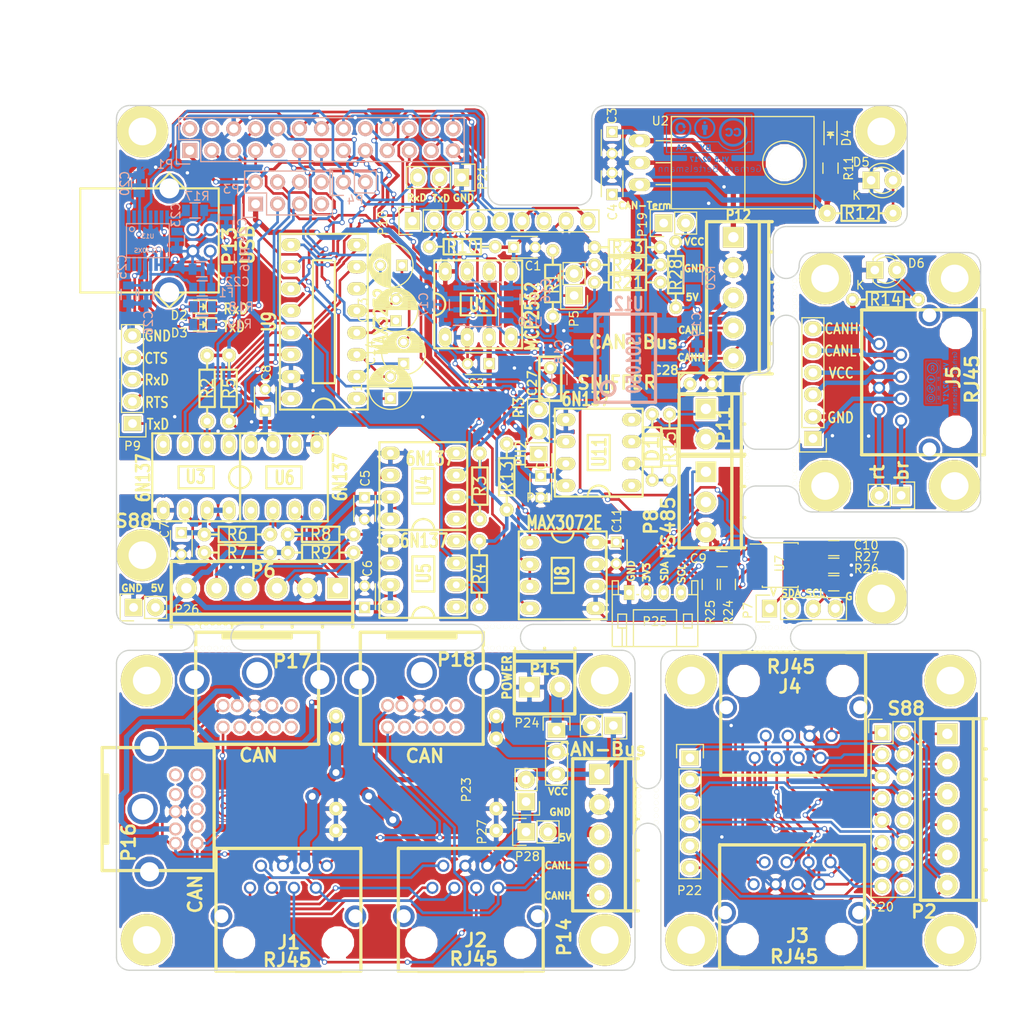
<source format=kicad_pcb>
(kicad_pcb (version 4) (host pcbnew 4.0.2+dfsg1-stable)
  (layers (0 F.Cu signal) (31 B.Cu signal) (34 B.Paste user) (35 F.Paste user) (36 B.SilkS user) (37 F.SilkS user) (38 B.Mask user) (39 F.Mask user) (44 Edge.Cuts user))
  (net 0 "")
  (net 1 +3V3)
  (net 2 GND)
  (net 3 +5V)
  (net 4 /GPIO1)
  (net 5 /GPIO2)
  (net 6 /GPIO3)
  (net 7 /GPIO4)
  (net 8 "Net-(P3-Pad7)")
  (net 9 "Net-(P3-Pad8)")
  (net 10 /TxD)
  (net 11 /RxD)
  (net 12 "Net-(P5-Pad1)")
  (net 13 +15V)
  (net 14 GNDA)
  (net 15 +5VD)
  (net 16 /DATA)
  (net 17 /CLOCK)
  (net 18 /LOAD)
  (net 19 /RESET)
  (net 20 "Net-(R3-Pad1)")
  (net 21 "Net-(R4-Pad1)")
  (net 22 GNDD)
  (net 23 /I2C_SDA2)
  (net 24 /I2C_SCL2)
  (net 25 /UART3_TX)
  (net 26 /UART3_RX)
  (net 27 /PH2)
  (net 28 /I2C_SDA)
  (net 29 /I2C_SCL)
  (net 30 "Net-(C13-Pad1)")
  (net 31 /RXD2)
  (net 32 /TXD2)
  (net 33 /CTS2)
  (net 34 /MOSI)
  (net 35 /MISO)
  (net 36 /RTS2)
  (net 37 /SCLK)
  (net 38 /CE0)
  (net 39 /PI3)
  (net 40 /PI14)
  (net 41 "Net-(P11-Pad1)")
  (net 42 "Net-(D1-Pad1)")
  (net 43 "Net-(D1-Pad2)")
  (net 44 /CANTX)
  (net 45 /CANRX)
  (net 46 "Net-(D2-Pad1)")
  (net 47 "Net-(D3-Pad1)")
  (net 48 /CB3)
  (net 49 /CB1)
  (net 50 /CB2)
  (net 51 /CB4)
  (net 52 /CB5)
  (net 53 /CB6)
  (net 54 /CB7)
  (net 55 /CB8)
  (net 56 /CVCC)
  (net 57 "Net-(P17-Pad3)")
  (net 58 "Net-(P17-Pad10)")
  (net 59 "Net-(P17-Pad7)")
  (net 60 "Net-(P17-Pad6)")
  (net 61 "Net-(P17-Pad9)")
  (net 62 "Net-(P17-Pad5)")
  (net 63 /CANL)
  (net 64 /CANH)
  (net 65 /S88_3)
  (net 66 /S88_1)
  (net 67 /S88_2)
  (net 68 /S88_4)
  (net 69 /S88_5)
  (net 70 /S88_6)
  (net 71 /S88_7)
  (net 72 /S88_8)
  (net 73 "Net-(P20-Pad10)")
  (net 74 "Net-(C12-Pad1)")
  (net 75 "Net-(C12-Pad2)")
  (net 76 "Net-(C13-Pad2)")
  (net 77 "Net-(C14-Pad1)")
  (net 78 "Net-(C14-Pad2)")
  (net 79 "Net-(C15-Pad2)")
  (net 80 "Net-(C20-Pad1)")
  (net 81 "Net-(P2-Pad2)")
  (net 82 "Net-(P2-Pad1)")
  (net 83 "Net-(P2-Pad3)")
  (net 84 "Net-(P2-Pad4)")
  (net 85 "Net-(P2-Pad5)")
  (net 86 "Net-(P2-Pad6)")
  (net 87 "Net-(P5-Pad2)")
  (net 88 "Net-(P8-Pad2)")
  (net 89 "Net-(P8-Pad1)")
  (net 90 "Net-(P9-Pad1)")
  (net 91 "Net-(P9-Pad2)")
  (net 92 "Net-(P9-Pad3)")
  (net 93 "Net-(P9-Pad4)")
  (net 94 "Net-(P16-Pad3)")
  (net 95 "Net-(P16-Pad10)")
  (net 96 "Net-(P16-Pad7)")
  (net 97 "Net-(P16-Pad6)")
  (net 98 "Net-(P16-Pad9)")
  (net 99 "Net-(P16-Pad5)")
  (net 100 "Net-(P18-Pad3)")
  (net 101 "Net-(P18-Pad10)")
  (net 102 "Net-(P18-Pad7)")
  (net 103 "Net-(P18-Pad6)")
  (net 104 "Net-(P18-Pad9)")
  (net 105 "Net-(P18-Pad5)")
  (net 106 "Net-(P19-Pad2)")
  (net 107 "Net-(P20-Pad16)")
  (net 108 "Net-(R1-Pad1)")
  (net 109 "Net-(R2-Pad1)")
  (net 110 "Net-(R6-Pad2)")
  (net 111 "Net-(R16-Pad1)")
  (net 112 "Net-(R17-Pad1)")
  (net 113 "Net-(U13-Pad6)")
  (net 114 "Net-(U13-Pad16)")
  (net 115 "Net-(U13-Pad2)")
  (net 116 +5VA)
  (net 117 VCOM)
  (net 118 "Net-(C10-Pad1)")
  (net 119 "Net-(C10-Pad2)")
  (net 120 "Net-(P10-Pad2)")
  (net 121 "Net-(P23-Pad1)")
  (net 122 "Net-(P15-Pad2)")
  (net 123 "Net-(D4-Pad2)")
  (net 124 "Net-(D5-Pad2)")
  (net 125 "Net-(U13-Pad15)")
  (net 126 "Net-(C22-Pad1)")
  (net 127 "Net-(C23-Pad1)")
  (net 128 "Net-(C24-Pad1)")
  (net 129 /RxLED)
  (net 130 /TxLED)
  (net 131 "Net-(P1-Pad2)")
  (net 132 "Net-(P1-Pad4)")
  (net 133 /CB6')
  (net 134 "Net-(P31-Pad2)")
  (net 135 "Net-(J5-Pad5)")
  (net 136 "Net-(J5-Pad3)")
  (net 137 "Net-(D6-Pad2)")
  (net 138 /GND_)
  (net 139 /rt_)
  (net 140 /br_)
  (net 141 /VCC_)
  (net 142 /CANL_)
  (net 143 /CANH_)
  (module Pin_Headers:Pin_Header_Straight_1x06 (layer F.Cu) (at 180.594 78.5114 180)
    (fp_text reference P32 (at 0 -5.1 180) (layer F.SilkS))
    (fp_text value CONN_01X06 hide)
    (pad 1 thru_hole rect (at 0 0 180) (size 2.032 1.7272) (drill 1.016) (layers *.Cu *.Mask F.SilkS) (net 136 "Net-(J5-Pad3)"))
    (pad 2 thru_hole oval (at 0 2.54 180) (size 2.032 1.7272) (drill 1.016) (layers *.Cu *.Mask F.SilkS) (net 138 /GND_))
    (pad 3 thru_hole oval (at 0 5.08 180) (size 2.032 1.7272) (drill 1.016) (layers *.Cu *.Mask F.SilkS) (net 135 "Net-(J5-Pad5)"))
    (pad 4 thru_hole oval (at 0 7.62 180) (size 2.032 1.7272) (drill 1.016) (layers *.Cu *.Mask F.SilkS) (net 141 /VCC_))
    (pad 5 thru_hole oval (at 0 10.16 180) (size 2.032 1.7272) (drill 1.016) (layers *.Cu *.Mask F.SilkS) (net 142 /CANL_))
    (pad 6 thru_hole oval (at 0 12.7 180) (size 2.032 1.7272) (drill 1.016) (layers *.Cu *.Mask F.SilkS) (net 143 /CANH_))
  )
  (module Pin_Headers:Pin_Header_Straight_1x02 (layer F.Cu) (at 152.9588 61.976 180)
    (fp_text reference P5 (at 0 -2.667 270) (layer F.SilkS))
    (fp_text value TERM)
    (pad 1 thru_hole rect (at 0 0 180) (size 2.032 2.032) (drill 1.016) (layers *.Cu *.Mask F.SilkS) (net 12 "Net-(P5-Pad1)"))
    (pad 2 thru_hole oval (at 0 2.54 180) (size 2.032 2.032) (drill 1.016) (layers *.Cu *.Mask F.SilkS) (net 87 "Net-(P5-Pad2)"))
  )
  (module w_logo:Logo_copper_CC-BY-NC-SA_5x2mm (layer B.Cu) (at 194.5 72 270)
    (fp_text reference G*** hide)
    (fp_text value LOGO hide)
    (fp_poly (pts (xy 2.49936 -0.87376) (xy 2.45364 -0.87376) (xy 2.45364 -0.34798) (xy 2.45364 0.22352) (xy 2.45364 0.8001) (xy 2.4384 0.81534) (xy 2.4257 0.82804) (xy 0 0.82804) (xy -2.4257 0.82804) (xy -2.4384 0.81534) (xy -2.45364 0.8001) (xy -2.45364 0.22352) (xy -2.45364 -0.34798) (xy -2.36474 -0.34798) (xy -2.27584 -0.34798) (xy -2.24282 -0.39878) (xy -2.19456 -0.46482) (xy -2.13868 -0.52578) (xy -2.07772 -0.57912) (xy -2.00914 -0.62484) (xy -1.93548 -0.66548) (xy -1.85928 -0.69596) (xy -1.778 -0.71882) (xy -1.71196 -0.72898) (xy -1.67894 -0.73152) (xy -1.6383 -0.73152) (xy -1.59512 -0.73152) (xy -1.55194 -0.72644) (xy -1.51384 -0.7239) (xy -1.49098 -0.71882) (xy -1.40462 -0.69596) (xy -1.32588 -0.66802) (xy -1.25222 -0.62738) (xy -1.18364 -0.58166) (xy -1.1176 -0.52324) (xy -1.0922 -0.49784) (xy -1.06934 -0.47244) (xy -1.04648 -0.4445) (xy -1.02616 -0.4191) (xy -1.01346 -0.39878) (xy -0.98044 -0.35052) (xy 0.73406 -0.34798) (xy 2.45364 -0.34798) (xy 2.45364 -0.87376) (xy 2.44856 -0.87376) (xy 2.44856 -0.83312) (xy 2.44856 -0.61468) (xy 2.44856 -0.3937) (xy 0.7493 -0.3937) (xy -0.94742 -0.3937) (xy -0.98044 -0.43942) (xy -1.01854 -0.49276) (xy -1.0541 -0.54102) (xy -1.09474 -0.57912) (xy -1.13538 -0.61214) (xy -1.1811 -0.64516) (xy -1.21412 -0.66548) (xy -1.27 -0.69342) (xy -1.31826 -0.71628) (xy -1.36398 -0.73406) (xy -1.4097 -0.7493) (xy -1.45796 -0.762) (xy -1.4605 -0.762) (xy -1.53416 -0.7747) (xy -1.6002 -0.77978) (xy -1.6637 -0.77978) (xy -1.72974 -0.7747) (xy -1.79832 -0.762) (xy -1.87452 -0.73914) (xy -1.95072 -0.70612) (xy -2.02946 -0.66294) (xy -2.1082 -0.61214) (xy -2.1336 -0.59182) (xy -2.15392 -0.57658) (xy -2.17678 -0.55372) (xy -2.20218 -0.52832) (xy -2.23012 -0.50038) (xy -2.25298 -0.47244) (xy -2.27584 -0.44704) (xy -2.29108 -0.42418) (xy -2.2987 -0.40894) (xy -2.30886 -0.3937) (xy -2.38252 -0.3937) (xy -2.45872 -0.3937) (xy -2.45872 -0.61468) (xy -2.45872 -0.83312) (xy -0.00254 -0.83312) (xy 2.44856 -0.83312) (xy 2.44856 -0.87376) (xy 0.00254 -0.87376) (xy -2.49174 -0.87376) (xy -2.49682 -0.80264) (xy -2.49682 -0.7874) (xy -2.49682 -0.76454) (xy -2.49682 -0.73406) (xy -2.49682 -0.69342) (xy -2.49682 -0.6477) (xy -2.49936 -0.5969) (xy -2.49936 -0.53848) (xy -2.49936 -0.47752) (xy -2.49936 -0.41148) (xy -2.49936 -0.34036) (xy -2.49936 -0.2667) (xy -2.49936 -0.1905) (xy -2.49936 -0.11176) (xy -2.49936 -0.03302) (xy -2.49682 0.04318) (xy -2.49682 0.12192) (xy -2.49682 0.20066) (xy -2.49682 0.27686) (xy -2.49682 0.35306) (xy -2.49682 0.42672) (xy -2.49682 0.4953) (xy -2.49682 0.5588) (xy -2.49682 0.61976) (xy -2.49428 0.67564) (xy -2.49428 0.72644) (xy -2.49428 0.76962) (xy -2.49428 0.80518) (xy -2.49428 0.83312) (xy -2.49428 0.85344) (xy -2.49174 0.86614) (xy -2.49174 0.86614) (xy -2.48666 0.86868) (xy -2.47142 0.86868) (xy -2.44856 0.86868) (xy -2.41554 0.86868) (xy -2.3749 0.86868) (xy -2.3241 0.86868) (xy -2.26568 0.86868) (xy -2.20218 0.86868) (xy -2.12852 0.86868) (xy -2.04978 0.86868) (xy -1.96596 0.86868) (xy -1.87452 0.86868) (xy -1.778 0.87122) (xy -1.6764 0.87122) (xy -1.56972 0.87122) (xy -1.45796 0.87122) (xy -1.34366 0.87122) (xy -1.22428 0.87122) (xy -1.10236 0.87122) (xy -0.97536 0.87122) (xy -0.84836 0.87122) (xy -0.71882 0.87122) (xy -0.5842 0.87122) (xy -0.45212 0.87122) (xy -0.31496 0.87122) (xy -0.18034 0.87122) (xy -0.04318 0.87122) (xy 0.09144 0.87122) (xy 0.22606 0.87122) (xy 0.36322 0.87122) (xy 0.49784 0.87122) (xy 0.62992 0.87122) (xy 0.762 0.87122) (xy 0.89154 0.87122) (xy 1.01854 0.87122) (xy 1.143 0.87122) (xy 1.26238 0.87122) (xy 1.38176 0.87122) (xy 1.49352 0.87122) (xy 1.60274 0.87122) (xy 1.70688 0.87122) (xy 1.80594 0.87122) (xy 1.90246 0.87122) (xy 1.98882 0.87122) (xy 2.07264 0.87122) (xy 2.1463 0.87122) (xy 2.21488 0.87122) (xy 2.27838 0.87122) (xy 2.33172 0.87122) (xy 2.37744 0.87122) (xy 2.41554 0.87122) (xy 2.44348 0.87122) (xy 2.4638 0.87122) (xy 2.47396 0.87122) (xy 2.4765 0.87122) (xy 2.49936 0.86868) (xy 2.49936 -0.00254) (xy 2.49936 -0.87376) (xy 2.49936 -0.87376)) (layer B.Cu) (width 0.00254))
    (fp_poly (pts (xy 0.99314 -0.65786) (xy 0.9906 -0.6731) (xy 0.9779 -0.70866) (xy 0.96012 -0.73406) (xy 0.93472 -0.75438) (xy 0.90424 -0.76708) (xy 0.86868 -0.76962) (xy 0.84582 -0.76708) (xy 0.82042 -0.762) (xy 0.8001 -0.75184) (xy 0.77978 -0.7366) (xy 0.76962 -0.72644) (xy 0.75184 -0.6985) (xy 0.73914 -0.66548) (xy 0.73406 -0.63246) (xy 0.7366 -0.5969) (xy 0.74676 -0.56134) (xy 0.76454 -0.53086) (xy 0.7747 -0.51816) (xy 0.8001 -0.49784) (xy 0.83058 -0.48514) (xy 0.8636 -0.48006) (xy 0.89408 -0.4826) (xy 0.92456 -0.49276) (xy 0.94996 -0.508) (xy 0.97282 -0.53086) (xy 0.9779 -0.54356) (xy 0.98552 -0.5588) (xy 0.98806 -0.5715) (xy 0.98806 -0.57404) (xy 0.98806 -0.57912) (xy 0.98298 -0.58166) (xy 0.97028 -0.5842) (xy 0.96266 -0.5842) (xy 0.94488 -0.5842) (xy 0.93726 -0.58166) (xy 0.92964 -0.57658) (xy 0.9271 -0.56896) (xy 0.91186 -0.54864) (xy 0.89154 -0.53848) (xy 0.87122 -0.5334) (xy 0.84836 -0.53848) (xy 0.82804 -0.54864) (xy 0.8128 -0.56642) (xy 0.80772 -0.57658) (xy 0.8001 -0.5969) (xy 0.79756 -0.6223) (xy 0.8001 -0.65024) (xy 0.80518 -0.6731) (xy 0.80772 -0.67818) (xy 0.82296 -0.6985) (xy 0.84328 -0.7112) (xy 0.86614 -0.71882) (xy 0.889 -0.71628) (xy 0.89916 -0.7112) (xy 0.91186 -0.70104) (xy 0.92202 -0.6858) (xy 0.92964 -0.67056) (xy 0.92964 -0.66548) (xy 0.92964 -0.66294) (xy 0.93726 -0.6604) (xy 0.9525 -0.65786) (xy 0.96012 -0.65786) (xy 0.99314 -0.65786) (xy 0.99314 -0.65786)) (layer B.Cu) (width 0.00254))
    (fp_poly (pts (xy 1.76784 -0.69342) (xy 1.76276 -0.71374) (xy 1.7526 -0.73152) (xy 1.74752 -0.7366) (xy 1.72974 -0.75184) (xy 1.7018 -0.76454) (xy 1.67132 -0.76962) (xy 1.64084 -0.76962) (xy 1.63576 -0.76962) (xy 1.6002 -0.762) (xy 1.57226 -0.74676) (xy 1.55194 -0.72644) (xy 1.53924 -0.70104) (xy 1.53924 -0.6985) (xy 1.5367 -0.68326) (xy 1.53924 -0.6731) (xy 1.54686 -0.67056) (xy 1.56464 -0.67056) (xy 1.56972 -0.67056) (xy 1.58496 -0.67056) (xy 1.59258 -0.6731) (xy 1.59766 -0.68072) (xy 1.6002 -0.68834) (xy 1.61036 -0.70612) (xy 1.62814 -0.71882) (xy 1.64846 -0.7239) (xy 1.67386 -0.72136) (xy 1.68656 -0.71628) (xy 1.7018 -0.70866) (xy 1.70942 -0.69596) (xy 1.70688 -0.68326) (xy 1.70434 -0.67564) (xy 1.69672 -0.66802) (xy 1.68402 -0.66294) (xy 1.6637 -0.65532) (xy 1.6383 -0.64516) (xy 1.62306 -0.64262) (xy 1.6002 -0.635) (xy 1.58242 -0.62738) (xy 1.57226 -0.61976) (xy 1.56464 -0.61214) (xy 1.5494 -0.58928) (xy 1.54432 -0.56642) (xy 1.54686 -0.54356) (xy 1.55702 -0.52324) (xy 1.5748 -0.50546) (xy 1.59512 -0.49276) (xy 1.62052 -0.4826) (xy 1.651 -0.48006) (xy 1.67894 -0.4826) (xy 1.70942 -0.49276) (xy 1.73482 -0.508) (xy 1.75006 -0.52832) (xy 1.75768 -0.55372) (xy 1.75768 -0.55372) (xy 1.76022 -0.57404) (xy 1.73228 -0.57404) (xy 1.7145 -0.57404) (xy 1.70688 -0.5715) (xy 1.7018 -0.56642) (xy 1.69672 -0.5588) (xy 1.6891 -0.54356) (xy 1.67132 -0.5334) (xy 1.65354 -0.52832) (xy 1.63322 -0.53086) (xy 1.61798 -0.53848) (xy 1.61544 -0.54102) (xy 1.60782 -0.55118) (xy 1.60528 -0.56134) (xy 1.61036 -0.56896) (xy 1.6129 -0.57404) (xy 1.62306 -0.57912) (xy 1.64338 -0.58928) (xy 1.67386 -0.5969) (xy 1.6764 -0.5969) (xy 1.70942 -0.6096) (xy 1.73482 -0.61976) (xy 1.75006 -0.63246) (xy 1.76276 -0.6477) (xy 1.76784 -0.66548) (xy 1.76784 -0.67056) (xy 1.76784 -0.69342) (xy 1.76784 -0.69342)) (layer B.Cu) (width 0.00254))
    (fp_poly (pts (xy -0.381 -0.69342) (xy -0.38862 -0.71882) (xy -0.40386 -0.74168) (xy -0.42672 -0.75438) (xy -0.43434 -0.75692) (xy -0.4445 -0.75946) (xy -0.4445 -0.67818) (xy -0.4445 -0.66294) (xy -0.45212 -0.65278) (xy -0.45466 -0.65278) (xy -0.45466 -0.56388) (xy -0.45974 -0.55118) (xy -0.46228 -0.5461) (xy -0.4699 -0.54102) (xy -0.4826 -0.53848) (xy -0.50292 -0.53848) (xy -0.508 -0.53848) (xy -0.54864 -0.53848) (xy -0.54864 -0.55372) (xy -0.55118 -0.5715) (xy -0.54864 -0.5842) (xy -0.54864 -0.59182) (xy -0.5461 -0.5969) (xy -0.53848 -0.59944) (xy -0.52324 -0.59944) (xy -0.51308 -0.59944) (xy -0.48768 -0.5969) (xy -0.4699 -0.59436) (xy -0.46482 -0.59182) (xy -0.4572 -0.57912) (xy -0.45466 -0.56388) (xy -0.45466 -0.65278) (xy -0.46482 -0.6477) (xy -0.4826 -0.64516) (xy -0.508 -0.64262) (xy -0.54864 -0.64262) (xy -0.54864 -0.67818) (xy -0.54864 -0.71374) (xy -0.50546 -0.71374) (xy -0.4826 -0.71374) (xy -0.46736 -0.7112) (xy -0.4572 -0.70866) (xy -0.45212 -0.70612) (xy -0.4445 -0.69342) (xy -0.4445 -0.67818) (xy -0.4445 -0.75946) (xy -0.44704 -0.75946) (xy -0.45974 -0.762) (xy -0.48006 -0.762) (xy -0.50546 -0.76454) (xy -0.53086 -0.76454) (xy -0.61468 -0.76454) (xy -0.61468 -0.62738) (xy -0.61468 -0.48768) (xy -0.53086 -0.48768) (xy -0.4953 -0.49022) (xy -0.46736 -0.49022) (xy -0.44704 -0.49276) (xy -0.4318 -0.4953) (xy -0.4191 -0.50038) (xy -0.41148 -0.508) (xy -0.4064 -0.51308) (xy -0.39878 -0.52578) (xy -0.39624 -0.5461) (xy -0.3937 -0.56642) (xy -0.39624 -0.57658) (xy -0.40132 -0.58928) (xy -0.41148 -0.60198) (xy -0.41402 -0.60198) (xy -0.42164 -0.61214) (xy -0.42164 -0.61722) (xy -0.4191 -0.61722) (xy -0.4064 -0.62738) (xy -0.39116 -0.64008) (xy -0.38354 -0.65786) (xy -0.381 -0.66548) (xy -0.381 -0.69342) (xy -0.381 -0.69342)) (layer B.Cu) (width 0.00254))
    (fp_poly (pts (xy -0.10414 -0.48768) (xy -0.15748 -0.57658) (xy -0.20828 -0.66294) (xy -0.20828 -0.71374) (xy -0.20828 -0.76454) (xy -0.23876 -0.76454) (xy -0.26924 -0.76454) (xy -0.26924 -0.7112) (xy -0.26924 -0.65786) (xy -0.3175 -0.57658) (xy -0.33274 -0.55118) (xy -0.34544 -0.52832) (xy -0.3556 -0.51054) (xy -0.36322 -0.49784) (xy -0.3683 -0.49276) (xy -0.36322 -0.49022) (xy -0.35306 -0.49022) (xy -0.33528 -0.48768) (xy -0.33528 -0.48768) (xy -0.29972 -0.48768) (xy -0.26924 -0.54102) (xy -0.254 -0.56642) (xy -0.24384 -0.58166) (xy -0.23622 -0.58928) (xy -0.23368 -0.58928) (xy -0.2286 -0.58166) (xy -0.22098 -0.56896) (xy -0.21082 -0.54864) (xy -0.2032 -0.53594) (xy -0.17526 -0.49022) (xy -0.1397 -0.49022) (xy -0.10414 -0.48768) (xy -0.10414 -0.48768)) (layer B.Cu) (width 0.00254))
    (fp_poly (pts (xy 0.69342 -0.76454) (xy 0.66294 -0.76454) (xy 0.63246 -0.76454) (xy 0.57658 -0.67564) (xy 0.5207 -0.58674) (xy 0.5207 -0.67564) (xy 0.51816 -0.76454) (xy 0.48768 -0.76454) (xy 0.45974 -0.76454) (xy 0.45974 -0.62738) (xy 0.45974 -0.48768) (xy 0.49022 -0.48768) (xy 0.52324 -0.48768) (xy 0.57658 -0.57658) (xy 0.59182 -0.60198) (xy 0.60706 -0.62484) (xy 0.61976 -0.64262) (xy 0.62738 -0.65532) (xy 0.63246 -0.6604) (xy 0.63246 -0.6604) (xy 0.63246 -0.65532) (xy 0.635 -0.64262) (xy 0.635 -0.6223) (xy 0.635 -0.5969) (xy 0.635 -0.57404) (xy 0.63246 -0.48768) (xy 0.66294 -0.48768) (xy 0.69342 -0.48768) (xy 0.69342 -0.62738) (xy 0.69342 -0.76454) (xy 0.69342 -0.76454)) (layer B.Cu) (width 0.00254))
    (fp_poly (pts (xy 2.0447 -0.75946) (xy 2.03962 -0.762) (xy 2.02692 -0.76454) (xy 2.01168 -0.76454) (xy 1.9812 -0.76454) (xy 1.97104 -0.73406) (xy 1.96342 -0.70358) (xy 1.9431 -0.70358) (xy 1.9431 -0.65278) (xy 1.92786 -0.6096) (xy 1.92024 -0.58928) (xy 1.91516 -0.57404) (xy 1.91008 -0.56896) (xy 1.91008 -0.56642) (xy 1.905 -0.57404) (xy 1.89992 -0.58674) (xy 1.89484 -0.60198) (xy 1.88722 -0.61976) (xy 1.88214 -0.635) (xy 1.8796 -0.6477) (xy 1.8796 -0.65024) (xy 1.88468 -0.65278) (xy 1.89484 -0.65278) (xy 1.91008 -0.65278) (xy 1.9431 -0.65278) (xy 1.9431 -0.70358) (xy 1.91008 -0.70358) (xy 1.85928 -0.70358) (xy 1.84912 -0.73406) (xy 1.83642 -0.76454) (xy 1.80594 -0.76454) (xy 1.77546 -0.76454) (xy 1.82626 -0.62738) (xy 1.87706 -0.49022) (xy 1.91262 -0.49022) (xy 1.94564 -0.49022) (xy 1.9939 -0.62484) (xy 2.0066 -0.65786) (xy 2.0193 -0.68834) (xy 2.02946 -0.71628) (xy 2.03708 -0.73914) (xy 2.04216 -0.75184) (xy 2.0447 -0.75946) (xy 2.0447 -0.75946) (xy 2.0447 -0.75946)) (layer B.Cu) (width 0.00254))
    (fp_poly (pts (xy -0.98044 0.06858) (xy -0.98044 0.03302) (xy -0.98298 -0.0127) (xy -0.98552 -0.05588) (xy -0.99314 -0.09398) (xy -1.00076 -0.12954) (xy -1.01346 -0.1651) (xy -1.02362 -0.1905) (xy -1.0541 -0.25654) (xy -1.09474 -0.3175) (xy -1.09474 -0.3175) (xy -1.09474 0.06858) (xy -1.09982 0.13716) (xy -1.11506 0.20574) (xy -1.13792 0.26924) (xy -1.1684 0.33274) (xy -1.20904 0.38862) (xy -1.25476 0.44196) (xy -1.31064 0.48768) (xy -1.3716 0.52832) (xy -1.37414 0.53086) (xy -1.4351 0.5588) (xy -1.4986 0.57912) (xy -1.56464 0.58928) (xy -1.63322 0.59182) (xy -1.7018 0.58674) (xy -1.76784 0.57404) (xy -1.83134 0.55372) (xy -1.87198 0.5334) (xy -1.9304 0.49784) (xy -1.98374 0.45466) (xy -2.02946 0.40386) (xy -2.07264 0.35052) (xy -2.10566 0.2921) (xy -2.1336 0.23114) (xy -2.14376 0.19558) (xy -2.159 0.12446) (xy -2.16154 0.05334) (xy -2.15646 -0.01524) (xy -2.14122 -0.08382) (xy -2.11836 -0.14732) (xy -2.0828 -0.21082) (xy -2.04216 -0.26924) (xy -1.99136 -0.32258) (xy -1.93294 -0.37084) (xy -1.87452 -0.40894) (xy -1.81102 -0.43942) (xy -1.74498 -0.45974) (xy -1.6764 -0.4699) (xy -1.60274 -0.4699) (xy -1.5367 -0.46228) (xy -1.47574 -0.44958) (xy -1.41478 -0.42672) (xy -1.35636 -0.39624) (xy -1.30302 -0.35814) (xy -1.25222 -0.31496) (xy -1.2065 -0.2667) (xy -1.17094 -0.21336) (xy -1.14046 -0.16002) (xy -1.13284 -0.14224) (xy -1.10998 -0.07112) (xy -1.09728 0) (xy -1.09474 0.06858) (xy -1.09474 -0.3175) (xy -1.14046 -0.37338) (xy -1.1938 -0.42672) (xy -1.25222 -0.47244) (xy -1.31572 -0.51054) (xy -1.38176 -0.54356) (xy -1.4478 -0.56642) (xy -1.51892 -0.58166) (xy -1.55194 -0.58674) (xy -1.58242 -0.58928) (xy -1.60782 -0.58928) (xy -1.63068 -0.59182) (xy -1.64846 -0.59182) (xy -1.66878 -0.58928) (xy -1.68656 -0.58928) (xy -1.76276 -0.57912) (xy -1.83642 -0.5588) (xy -1.905 -0.53086) (xy -1.97104 -0.49276) (xy -2.03454 -0.44704) (xy -2.0955 -0.38862) (xy -2.0955 -0.38862) (xy -2.14884 -0.32766) (xy -2.19456 -0.26416) (xy -2.22758 -0.19812) (xy -2.25298 -0.12954) (xy -2.27076 -0.05588) (xy -2.27838 0.01778) (xy -2.27838 0.05842) (xy -2.27584 0.12954) (xy -2.26568 0.19812) (xy -2.25044 0.25908) (xy -2.22758 0.32258) (xy -2.20726 0.36068) (xy -2.16662 0.42672) (xy -2.11836 0.49022) (xy -2.06502 0.5461) (xy -2.00406 0.59436) (xy -1.93802 0.635) (xy -1.86944 0.66802) (xy -1.79832 0.69342) (xy -1.7526 0.70358) (xy -1.71958 0.70612) (xy -1.67894 0.70866) (xy -1.63576 0.7112) (xy -1.59258 0.70866) (xy -1.5494 0.70866) (xy -1.51384 0.70358) (xy -1.50622 0.70104) (xy -1.43002 0.68326) (xy -1.3589 0.65532) (xy -1.29032 0.61976) (xy -1.22682 0.57658) (xy -1.1684 0.52578) (xy -1.1176 0.4699) (xy -1.07188 0.4064) (xy -1.03632 0.33782) (xy -1.00838 0.2667) (xy -1.0033 0.24892) (xy -0.99314 0.21336) (xy -0.98552 0.18034) (xy -0.98298 0.14732) (xy -0.98044 0.10922) (xy -0.98044 0.06858) (xy -0.98044 0.06858)) (layer B.Cu) (width 0.00254))
    (fp_poly (pts (xy 0.13716 0.26162) (xy 0.13716 0.2159) (xy 0.13208 0.17272) (xy 0.127 0.13208) (xy 0.12446 0.12192) (xy 0.11176 0.08382) (xy 0.09398 0.04318) (xy 0.07366 0.00254) (xy 0.05334 -0.02794) (xy 0.04826 -0.03302) (xy 0.04826 0.24892) (xy 0.04572 0.30226) (xy 0.0381 0.35052) (xy 0.02286 0.39624) (xy 0.0127 0.42164) (xy -0.01524 0.4699) (xy -0.0508 0.51562) (xy -0.09652 0.55626) (xy -0.14478 0.59182) (xy -0.19812 0.61722) (xy -0.2286 0.62992) (xy -0.24638 0.635) (xy -0.26162 0.63754) (xy -0.2794 0.64008) (xy -0.29972 0.64008) (xy -0.32766 0.64008) (xy -0.34036 0.64008) (xy -0.37338 0.64008) (xy -0.39624 0.64008) (xy -0.41402 0.63754) (xy -0.42926 0.635) (xy -0.44704 0.63246) (xy -0.45466 0.62992) (xy -0.51054 0.60706) (xy -0.56388 0.57404) (xy -0.61214 0.53594) (xy -0.65278 0.49022) (xy -0.68834 0.43942) (xy -0.71374 0.381) (xy -0.7239 0.35052) (xy -0.73152 0.3175) (xy -0.73406 0.2794) (xy -0.7366 0.2413) (xy -0.73406 0.20066) (xy -0.72898 0.16764) (xy -0.72644 0.15494) (xy -0.70612 0.09652) (xy -0.67564 0.04064) (xy -0.63754 -0.00762) (xy -0.59182 -0.0508) (xy -0.56642 -0.07112) (xy -0.51308 -0.10414) (xy -0.4572 -0.127) (xy -0.39624 -0.1397) (xy -0.33528 -0.14224) (xy -0.28448 -0.1397) (xy -0.23876 -0.12954) (xy -0.19304 -0.11176) (xy -0.14986 -0.09144) (xy -0.13716 -0.08636) (xy -0.12192 -0.07366) (xy -0.1016 -0.05842) (xy -0.07874 -0.0381) (xy -0.05842 -0.02032) (xy -0.05842 -0.01778) (xy -0.03556 0.00254) (xy -0.02032 0.02032) (xy -0.00762 0.0381) (xy 0.00254 0.05842) (xy 0.00762 0.06858) (xy 0.02794 0.1143) (xy 0.04064 0.15494) (xy 0.04572 0.20066) (xy 0.04826 0.24892) (xy 0.04826 -0.03302) (xy 0.04826 -0.0381) (xy 0.00508 -0.08382) (xy -0.04064 -0.127) (xy -0.09652 -0.1651) (xy -0.1524 -0.19558) (xy -0.21082 -0.2159) (xy -0.22352 -0.21844) (xy -0.254 -0.22352) (xy -0.28956 -0.2286) (xy -0.32512 -0.23114) (xy -0.36322 -0.23114) (xy -0.39624 -0.23114) (xy -0.41656 -0.2286) (xy -0.4826 -0.21336) (xy -0.54356 -0.18796) (xy -0.60452 -0.15494) (xy -0.6604 -0.11176) (xy -0.68326 -0.0889) (xy -0.72898 -0.03556) (xy -0.76708 0.01778) (xy -0.79756 0.07874) (xy -0.8128 0.12954) (xy -0.81788 0.14986) (xy -0.82042 0.17018) (xy -0.82296 0.19304) (xy -0.8255 0.2159) (xy -0.8255 0.24638) (xy -0.82296 0.2921) (xy -0.82042 0.3302) (xy -0.81788 0.35306) (xy -0.79756 0.41656) (xy -0.76962 0.47752) (xy -0.73406 0.5334) (xy -0.69088 0.5842) (xy -0.64262 0.62992) (xy -0.58928 0.66802) (xy -0.53086 0.6985) (xy -0.46736 0.71882) (xy -0.45466 0.72136) (xy -0.42418 0.72644) (xy -0.38862 0.73152) (xy -0.34798 0.73152) (xy -0.3048 0.73152) (xy -0.2667 0.72898) (xy -0.23368 0.7239) (xy -0.2159 0.71882) (xy -0.1524 0.69596) (xy -0.09144 0.66548) (xy -0.03556 0.62738) (xy 0.01016 0.58166) (xy 0.0508 0.52832) (xy 0.08636 0.47244) (xy 0.1143 0.40894) (xy 0.13208 0.3429) (xy 0.13208 0.34036) (xy 0.13716 0.30226) (xy 0.13716 0.26162) (xy 0.13716 0.26162)) (layer B.Cu) (width 0.00254))
    (fp_poly (pts (xy 1.22682 0.23622) (xy 1.22428 0.19812) (xy 1.2192 0.15494) (xy 1.21158 0.11938) (xy 1.20142 0.08382) (xy 1.18618 0.04826) (xy 1.18364 0.04572) (xy 1.16078 0.00254) (xy 1.13792 -0.03048) (xy 1.13792 0.254) (xy 1.13284 0.31496) (xy 1.1176 0.37338) (xy 1.09474 0.42926) (xy 1.06426 0.48006) (xy 1.02362 0.52578) (xy 0.9779 0.56642) (xy 0.92456 0.60198) (xy 0.9144 0.60706) (xy 0.87122 0.62484) (xy 0.82804 0.63754) (xy 0.77978 0.64262) (xy 0.72644 0.64262) (xy 0.69596 0.64262) (xy 0.6731 0.64008) (xy 0.65532 0.63754) (xy 0.63754 0.63246) (xy 0.61722 0.62484) (xy 0.59436 0.61722) (xy 0.56896 0.60452) (xy 0.54864 0.59436) (xy 0.5461 0.59182) (xy 0.53086 0.5842) (xy 0.51308 0.56896) (xy 0.49276 0.55118) (xy 0.4699 0.53086) (xy 0.45212 0.51308) (xy 0.43434 0.4953) (xy 0.42418 0.48006) (xy 0.4191 0.47498) (xy 0.41656 0.46736) (xy 0.4191 0.46228) (xy 0.42926 0.4572) (xy 0.43942 0.45212) (xy 0.4572 0.4445) (xy 0.48006 0.43434) (xy 0.50546 0.42418) (xy 0.5207 0.41656) (xy 0.59436 0.38354) (xy 0.60706 0.4064) (xy 0.62484 0.42926) (xy 0.65024 0.44704) (xy 0.67818 0.45974) (xy 0.69088 0.46482) (xy 0.71882 0.4699) (xy 0.71882 0.508) (xy 0.71882 0.54356) (xy 0.74676 0.54356) (xy 0.7747 0.54356) (xy 0.7747 0.508) (xy 0.7747 0.4699) (xy 0.80518 0.46482) (xy 0.82296 0.45974) (xy 0.84328 0.45212) (xy 0.8636 0.4445) (xy 0.87884 0.43688) (xy 0.889 0.42926) (xy 0.89154 0.42672) (xy 0.889 0.42164) (xy 0.88138 0.40894) (xy 0.87122 0.39624) (xy 0.86614 0.38862) (xy 0.83566 0.35814) (xy 0.80772 0.37084) (xy 0.78232 0.381) (xy 0.75692 0.38608) (xy 0.73406 0.38354) (xy 0.71374 0.37846) (xy 0.70104 0.3683) (xy 0.69596 0.35306) (xy 0.69596 0.35306) (xy 0.69596 0.34798) (xy 0.6985 0.34544) (xy 0.70104 0.34036) (xy 0.70866 0.33782) (xy 0.71882 0.3302) (xy 0.73152 0.32512) (xy 0.75184 0.31496) (xy 0.77724 0.30226) (xy 0.80772 0.28956) (xy 0.84582 0.27178) (xy 0.89408 0.24892) (xy 0.90678 0.24384) (xy 0.94996 0.22606) (xy 0.9906 0.20574) (xy 1.02616 0.1905) (xy 1.05918 0.17526) (xy 1.08458 0.1651) (xy 1.1049 0.15748) (xy 1.1176 0.14986) (xy 1.12268 0.14986) (xy 1.12522 0.15494) (xy 1.1303 0.16764) (xy 1.13284 0.18796) (xy 1.13284 0.19304) (xy 1.13792 0.254) (xy 1.13792 -0.03048) (xy 1.13538 -0.03302) (xy 1.1049 -0.06858) (xy 1.08204 -0.09398) (xy 1.08204 0.05334) (xy 1.07696 0.06096) (xy 1.06426 0.06858) (xy 1.04394 0.07874) (xy 1.016 0.09144) (xy 1.00076 0.09652) (xy 0.91186 0.13716) (xy 0.89662 0.10668) (xy 0.8763 0.0762) (xy 0.8509 0.05588) (xy 0.81788 0.04064) (xy 0.8128 0.0381) (xy 0.79502 0.03302) (xy 0.78232 0.02794) (xy 0.77724 0.01778) (xy 0.7747 0.00508) (xy 0.7747 -0.00508) (xy 0.77216 -0.0381) (xy 0.74676 -0.0381) (xy 0.71882 -0.0381) (xy 0.71882 -0.00508) (xy 0.71882 0.01016) (xy 0.71882 0.02286) (xy 0.71374 0.02794) (xy 0.70358 0.03048) (xy 0.68834 0.03556) (xy 0.67564 0.03556) (xy 0.65786 0.04064) (xy 0.635 0.0508) (xy 0.61214 0.06096) (xy 0.59182 0.07366) (xy 0.5842 0.07874) (xy 0.5715 0.0889) (xy 0.60452 0.12192) (xy 0.6223 0.1397) (xy 0.635 0.14986) (xy 0.64262 0.1524) (xy 0.64516 0.1524) (xy 0.67056 0.13462) (xy 0.69342 0.12192) (xy 0.71374 0.11684) (xy 0.73914 0.1143) (xy 0.74168 0.1143) (xy 0.76962 0.11684) (xy 0.78994 0.127) (xy 0.80264 0.14224) (xy 0.80264 0.14224) (xy 0.80772 0.15748) (xy 0.80518 0.17272) (xy 0.80518 0.17272) (xy 0.80264 0.1778) (xy 0.79756 0.18034) (xy 0.79248 0.18542) (xy 0.78232 0.1905) (xy 0.76708 0.19812) (xy 0.7493 0.20828) (xy 0.7239 0.22098) (xy 0.69088 0.23368) (xy 0.65278 0.25146) (xy 0.60706 0.27178) (xy 0.5842 0.28194) (xy 0.54102 0.30226) (xy 0.50038 0.32004) (xy 0.46482 0.33528) (xy 0.4318 0.34798) (xy 0.4064 0.36068) (xy 0.38608 0.3683) (xy 0.37338 0.37338) (xy 0.3683 0.37338) (xy 0.36322 0.36576) (xy 0.35814 0.35052) (xy 0.3556 0.32766) (xy 0.35052 0.30226) (xy 0.35052 0.27686) (xy 0.34798 0.25146) (xy 0.34798 0.24638) (xy 0.35306 0.18796) (xy 0.36576 0.12954) (xy 0.38862 0.0762) (xy 0.4191 0.02794) (xy 0.45466 -0.01524) (xy 0.4953 -0.05334) (xy 0.54102 -0.08636) (xy 0.59182 -0.11176) (xy 0.6477 -0.13208) (xy 0.70358 -0.14224) (xy 0.762 -0.14224) (xy 0.8001 -0.1397) (xy 0.86106 -0.12446) (xy 0.91948 -0.09906) (xy 0.97282 -0.06858) (xy 1.02108 -0.02794) (xy 1.05156 0.00254) (xy 1.06426 0.02032) (xy 1.07696 0.03556) (xy 1.08204 0.04572) (xy 1.08204 0.05334) (xy 1.08204 -0.09398) (xy 1.0795 -0.09652) (xy 1.02362 -0.14224) (xy 0.96774 -0.1778) (xy 0.90678 -0.20574) (xy 0.84836 -0.22098) (xy 0.81788 -0.22606) (xy 0.78232 -0.2286) (xy 0.74676 -0.23114) (xy 0.7112 -0.23114) (xy 0.68072 -0.2286) (xy 0.67564 -0.2286) (xy 0.6096 -0.2159) (xy 0.54864 -0.19304) (xy 0.49022 -0.16002) (xy 0.43434 -0.11938) (xy 0.39116 -0.0762) (xy 0.34798 -0.0254) (xy 0.31496 0.02286) (xy 0.28956 0.0762) (xy 0.27178 0.13208) (xy 0.26162 0.19558) (xy 0.26162 0.23114) (xy 0.25908 0.26416) (xy 0.25908 0.28956) (xy 0.26162 0.30988) (xy 0.26416 0.33274) (xy 0.2667 0.34798) (xy 0.28702 0.41402) (xy 0.31242 0.47498) (xy 0.34798 0.5334) (xy 0.39116 0.5842) (xy 0.44196 0.62992) (xy 0.49784 0.66802) (xy 0.5334 0.68834) (xy 0.57912 0.70866) (xy 0.6223 0.72136) (xy 0.67056 0.72898) (xy 0.71882 0.73152) (xy 0.78994 0.73152) (xy 0.85852 0.72136) (xy 0.91948 0.70358) (xy 0.98044 0.67564) (xy 1.03632 0.63754) (xy 1.07696 0.60198) (xy 1.12268 0.55372) (xy 1.16078 0.49784) (xy 1.19126 0.43688) (xy 1.21158 0.37338) (xy 1.22428 0.30734) (xy 1.22682 0.23622) (xy 1.22682 0.23622)) (layer B.Cu) (width 0.00254))
    (fp_poly (pts (xy 2.3114 0.23876) (xy 2.3114 0.19812) (xy 2.30886 0.1651) (xy 2.30378 0.13716) (xy 2.30378 0.13208) (xy 2.28092 0.06604) (xy 2.25044 0.00508) (xy 2.2225 -0.03048) (xy 2.2225 0.23368) (xy 2.2225 0.26416) (xy 2.21996 0.3048) (xy 2.21488 0.33782) (xy 2.20726 0.3683) (xy 2.1971 0.39878) (xy 2.1844 0.42672) (xy 2.15392 0.47752) (xy 2.11582 0.52324) (xy 2.0701 0.56388) (xy 2.0193 0.5969) (xy 1.96596 0.6223) (xy 1.95072 0.62738) (xy 1.91516 0.635) (xy 1.87452 0.64262) (xy 1.8288 0.64262) (xy 1.78816 0.64262) (xy 1.75006 0.63754) (xy 1.74498 0.63754) (xy 1.6891 0.61976) (xy 1.63322 0.59182) (xy 1.58496 0.5588) (xy 1.53924 0.51562) (xy 1.50368 0.46736) (xy 1.47066 0.41402) (xy 1.45288 0.3683) (xy 1.44526 0.34798) (xy 1.44272 0.33274) (xy 1.44018 0.3175) (xy 1.43764 0.29972) (xy 1.43764 0.2794) (xy 1.43764 0.25146) (xy 1.43764 0.20828) (xy 1.44272 0.17272) (xy 1.45034 0.1397) (xy 1.4605 0.10668) (xy 1.4732 0.08128) (xy 1.49606 0.04318) (xy 1.52654 0.00254) (xy 1.55956 -0.03302) (xy 1.59766 -0.0635) (xy 1.63068 -0.0889) (xy 1.68148 -0.1143) (xy 1.7399 -0.13208) (xy 1.79832 -0.1397) (xy 1.85674 -0.14224) (xy 1.91516 -0.13208) (xy 1.93294 -0.12954) (xy 1.98628 -0.10922) (xy 2.03708 -0.08128) (xy 2.08534 -0.04826) (xy 2.12598 -0.00762) (xy 2.16154 0.03302) (xy 2.18948 0.08128) (xy 2.19202 0.08636) (xy 2.2098 0.13208) (xy 2.21996 0.18034) (xy 2.2225 0.23368) (xy 2.2225 -0.03048) (xy 2.21234 -0.04826) (xy 2.16408 -0.09906) (xy 2.12344 -0.13462) (xy 2.06502 -0.17272) (xy 2.00152 -0.20066) (xy 1.93802 -0.22098) (xy 1.86944 -0.23114) (xy 1.79832 -0.23114) (xy 1.75006 -0.22606) (xy 1.68656 -0.21082) (xy 1.62306 -0.18796) (xy 1.56718 -0.15494) (xy 1.5113 -0.11176) (xy 1.46304 -0.0635) (xy 1.45542 -0.05334) (xy 1.41478 0) (xy 1.3843 0.05842) (xy 1.36144 0.11938) (xy 1.34874 0.18542) (xy 1.34366 0.25146) (xy 1.34874 0.3175) (xy 1.36398 0.38354) (xy 1.38684 0.44704) (xy 1.39446 0.46228) (xy 1.42748 0.5207) (xy 1.46812 0.5715) (xy 1.51638 0.61976) (xy 1.56972 0.6604) (xy 1.62814 0.69088) (xy 1.6891 0.71628) (xy 1.70434 0.71882) (xy 1.72212 0.7239) (xy 1.73736 0.72644) (xy 1.75768 0.72898) (xy 1.778 0.72898) (xy 1.80594 0.73152) (xy 1.83134 0.73152) (xy 1.86436 0.73152) (xy 1.8923 0.72898) (xy 1.91262 0.72898) (xy 1.9304 0.72644) (xy 1.94818 0.72136) (xy 1.9558 0.71882) (xy 1.99644 0.70612) (xy 2.03962 0.68834) (xy 2.08026 0.66548) (xy 2.11074 0.6477) (xy 2.1336 0.62992) (xy 2.15646 0.60706) (xy 2.18186 0.58166) (xy 2.20726 0.55626) (xy 2.22504 0.5334) (xy 2.23266 0.52324) (xy 2.25044 0.49276) (xy 2.26822 0.4572) (xy 2.286 0.4191) (xy 2.2987 0.38354) (xy 2.2987 0.37592) (xy 2.30632 0.35052) (xy 2.30886 0.31496) (xy 2.3114 0.27686) (xy 2.3114 0.23876) (xy 2.3114 0.23876)) (layer B.Cu) (width 0.00254))
    (fp_poly (pts (xy -1.63322 -0.04064) (xy -1.64338 -0.05334) (xy -1.65608 -0.07366) (xy -1.6764 -0.09144) (xy -1.69672 -0.10922) (xy -1.71704 -0.12192) (xy -1.72212 -0.12446) (xy -1.75768 -0.13462) (xy -1.80086 -0.1397) (xy -1.83134 -0.13716) (xy -1.87452 -0.12954) (xy -1.91262 -0.1143) (xy -1.9431 -0.0889) (xy -1.9685 -0.05842) (xy -1.98628 -0.02286) (xy -1.99644 0.01778) (xy -1.99898 0.06604) (xy -1.99644 0.07874) (xy -1.99136 0.12192) (xy -1.97866 0.15748) (xy -1.9558 0.1905) (xy -1.94818 0.20066) (xy -1.91516 0.2286) (xy -1.8796 0.24892) (xy -1.83896 0.25908) (xy -1.79324 0.26162) (xy -1.77292 0.25908) (xy -1.75006 0.254) (xy -1.7272 0.24638) (xy -1.70942 0.2413) (xy -1.69418 0.23114) (xy -1.67894 0.21844) (xy -1.6637 0.2032) (xy -1.64846 0.1905) (xy -1.64084 0.1778) (xy -1.6383 0.17018) (xy -1.64338 0.1651) (xy -1.65354 0.15748) (xy -1.67132 0.14732) (xy -1.67894 0.14478) (xy -1.71958 0.12446) (xy -1.74244 0.14986) (xy -1.75514 0.16256) (xy -1.7653 0.17018) (xy -1.77546 0.17272) (xy -1.78816 0.17272) (xy -1.79578 0.17272) (xy -1.82372 0.17018) (xy -1.84658 0.15748) (xy -1.86436 0.13716) (xy -1.8669 0.13462) (xy -1.87198 0.11684) (xy -1.87706 0.09144) (xy -1.8796 0.0635) (xy -1.87706 0.03556) (xy -1.87452 0.01016) (xy -1.87198 0) (xy -1.85928 -0.02286) (xy -1.84404 -0.04064) (xy -1.82118 -0.04826) (xy -1.79578 -0.0508) (xy -1.77038 -0.04826) (xy -1.75006 -0.04064) (xy -1.73482 -0.0254) (xy -1.7272 -0.01524) (xy -1.71958 -0.00508) (xy -1.71196 0) (xy -1.71196 0) (xy -1.70688 0) (xy -1.69418 -0.00762) (xy -1.6764 -0.01524) (xy -1.67132 -0.02032) (xy -1.63322 -0.04064) (xy -1.63322 -0.04064)) (layer B.Cu) (width 0.00254))
    (fp_poly (pts (xy -1.26238 -0.0381) (xy -1.26238 -0.04572) (xy -1.26746 -0.05588) (xy -1.27508 -0.06604) (xy -1.30302 -0.09652) (xy -1.33604 -0.11938) (xy -1.3716 -0.13208) (xy -1.41224 -0.1397) (xy -1.45796 -0.13716) (xy -1.49606 -0.13208) (xy -1.52654 -0.11684) (xy -1.55702 -0.09652) (xy -1.5621 -0.09144) (xy -1.5875 -0.06096) (xy -1.60782 -0.0254) (xy -1.61798 0.01524) (xy -1.62052 0.02286) (xy -1.62052 0.06858) (xy -1.61544 0.11176) (xy -1.60274 0.1524) (xy -1.58242 0.18796) (xy -1.55702 0.21844) (xy -1.52654 0.23876) (xy -1.50622 0.24892) (xy -1.46812 0.25908) (xy -1.42748 0.26162) (xy -1.3843 0.25654) (xy -1.3462 0.24638) (xy -1.34112 0.24384) (xy -1.32334 0.23368) (xy -1.30302 0.21844) (xy -1.28524 0.2032) (xy -1.27 0.18542) (xy -1.26746 0.1778) (xy -1.26238 0.17272) (xy -1.26238 0.16764) (xy -1.26746 0.16256) (xy -1.27762 0.15748) (xy -1.2954 0.14732) (xy -1.30302 0.14478) (xy -1.34366 0.12446) (xy -1.36906 0.14986) (xy -1.38176 0.16256) (xy -1.39192 0.17018) (xy -1.39954 0.17272) (xy -1.41478 0.17272) (xy -1.41986 0.17272) (xy -1.4478 0.17018) (xy -1.46812 0.16002) (xy -1.4859 0.1397) (xy -1.49352 0.127) (xy -1.50114 0.1016) (xy -1.50622 0.06858) (xy -1.50622 0.0381) (xy -1.50114 0.00762) (xy -1.49606 -0.00508) (xy -1.48082 -0.02794) (xy -1.4605 -0.04318) (xy -1.4351 -0.0508) (xy -1.4097 -0.05334) (xy -1.38684 -0.04572) (xy -1.36398 -0.03048) (xy -1.35382 -0.01778) (xy -1.34366 -0.00762) (xy -1.34366 -0.00254) (xy -1.34112 0) (xy -1.3335 -0.00254) (xy -1.3208 -0.00762) (xy -1.30302 -0.01524) (xy -1.28524 -0.0254) (xy -1.27254 -0.03302) (xy -1.26238 -0.0381) (xy -1.26238 -0.0381) (xy -1.26238 -0.0381)) (layer B.Cu) (width 0.00254))
    (fp_poly (pts (xy -0.21336 0.35306) (xy -0.21336 0.33782) (xy -0.21336 0.3175) (xy -0.21336 0.28956) (xy -0.21336 0.26416) (xy -0.21336 0.17526) (xy -0.23876 0.17272) (xy -0.2667 0.17018) (xy -0.2667 0.05588) (xy -0.26924 -0.05842) (xy -0.3429 -0.05842) (xy -0.4191 -0.05842) (xy -0.4191 0.05588) (xy -0.4191 0.17526) (xy -0.43942 0.17272) (xy -0.45466 0.17272) (xy -0.46482 0.17272) (xy -0.46736 0.17272) (xy -0.4699 0.17526) (xy -0.47244 0.18288) (xy -0.47244 0.19812) (xy -0.47244 0.22098) (xy -0.47244 0.24892) (xy -0.47244 0.27432) (xy -0.47244 0.30988) (xy -0.47244 0.33782) (xy -0.47244 0.35814) (xy -0.4699 0.37084) (xy -0.4699 0.381) (xy -0.46736 0.38608) (xy -0.46482 0.38862) (xy -0.46228 0.39116) (xy -0.45974 0.3937) (xy -0.45466 0.39624) (xy -0.4445 0.39624) (xy -0.4318 0.39878) (xy -0.41148 0.39878) (xy -0.38608 0.39878) (xy -0.35052 0.39878) (xy -0.3429 0.39878) (xy -0.3048 0.39878) (xy -0.27432 0.39878) (xy -0.25146 0.39624) (xy -0.23368 0.39624) (xy -0.22352 0.39116) (xy -0.2159 0.38608) (xy -0.21336 0.381) (xy -0.21336 0.37084) (xy -0.21336 0.36068) (xy -0.21336 0.35306) (xy -0.21336 0.35306)) (layer B.Cu) (width 0.00254))
    (fp_poly (pts (xy -0.27686 0.48768) (xy -0.2794 0.46736) (xy -0.28956 0.44958) (xy -0.30734 0.43688) (xy -0.3302 0.42672) (xy -0.3302 0.42672) (xy -0.34544 0.42672) (xy -0.36322 0.42926) (xy -0.36576 0.4318) (xy -0.37846 0.43688) (xy -0.38608 0.43942) (xy -0.38608 0.43942) (xy -0.39116 0.44196) (xy -0.39624 0.45212) (xy -0.39878 0.45466) (xy -0.40894 0.48006) (xy -0.40894 0.50292) (xy -0.40132 0.52578) (xy -0.38862 0.54356) (xy -0.3683 0.55372) (xy -0.3429 0.5588) (xy -0.34036 0.56134) (xy -0.3175 0.55626) (xy -0.29718 0.54356) (xy -0.28448 0.52832) (xy -0.27686 0.51054) (xy -0.27686 0.48768) (xy -0.27686 0.48768)) (layer B.Cu) (width 0.00254))
    (fp_poly (pts (xy 2.07518 0.25146) (xy 2.07264 0.2032) (xy 2.06248 0.15748) (xy 2.0447 0.1143) (xy 2.03454 0.09652) (xy 2.0193 0.0762) (xy 2.00406 0.05842) (xy 2.00152 0.05588) (xy 1.96342 0.0254) (xy 1.92278 0.00254) (xy 1.87452 -0.00762) (xy 1.82626 -0.0127) (xy 1.778 -0.00762) (xy 1.77546 -0.00762) (xy 1.73228 0.00254) (xy 1.69418 0.02286) (xy 1.6637 0.05334) (xy 1.6383 0.0889) (xy 1.62052 0.13462) (xy 1.6129 0.16002) (xy 1.60782 0.17272) (xy 1.67132 0.17272) (xy 1.73228 0.17272) (xy 1.73736 0.1524) (xy 1.74244 0.13208) (xy 1.75768 0.1143) (xy 1.77292 0.09906) (xy 1.77546 0.09906) (xy 1.78562 0.09398) (xy 1.80086 0.09144) (xy 1.81356 0.0889) (xy 1.84658 0.08636) (xy 1.87706 0.09398) (xy 1.90246 0.11176) (xy 1.92278 0.13462) (xy 1.93802 0.16764) (xy 1.94818 0.20828) (xy 1.94818 0.20828) (xy 1.95072 0.24384) (xy 1.95072 0.28194) (xy 1.9431 0.3175) (xy 1.93294 0.34544) (xy 1.9304 0.34798) (xy 1.91516 0.37338) (xy 1.8923 0.38862) (xy 1.86944 0.39878) (xy 1.83642 0.40132) (xy 1.80594 0.39878) (xy 1.78054 0.38862) (xy 1.75768 0.37084) (xy 1.74498 0.35306) (xy 1.73736 0.33528) (xy 1.73482 0.32512) (xy 1.73736 0.32004) (xy 1.75006 0.32004) (xy 1.7526 0.3175) (xy 1.77038 0.3175) (xy 1.72212 0.26924) (xy 1.67386 0.22098) (xy 1.6256 0.26924) (xy 1.57734 0.3175) (xy 1.59512 0.3175) (xy 1.61036 0.32004) (xy 1.61798 0.3302) (xy 1.61798 0.3429) (xy 1.62052 0.3556) (xy 1.62814 0.37338) (xy 1.64084 0.3937) (xy 1.651 0.41402) (xy 1.6637 0.43434) (xy 1.6764 0.44704) (xy 1.70942 0.47244) (xy 1.74752 0.49022) (xy 1.78816 0.50038) (xy 1.83388 0.50546) (xy 1.87706 0.50038) (xy 1.92278 0.48768) (xy 1.95072 0.47498) (xy 1.98628 0.45212) (xy 2.01676 0.42164) (xy 2.03962 0.38608) (xy 2.0574 0.3429) (xy 2.0701 0.29972) (xy 2.07518 0.25146) (xy 2.07518 0.25146)) (layer B.Cu) (width 0.00254))
  )
  (module w_conn_pc:megb8-8 (layer F.Cu) (at 197.1294 72.009 90)
    (fp_text reference J5 (at 0.5796 -0.275 90) (layer F.SilkS) (effects (font (thickness 0.3048))))
    (fp_text value RJ45 (at 0.351 1.884 90) (layer F.SilkS) (effects (font (thickness 0.3048))))
    (pad 3 thru_hole circle (at -1.905 -6.34 90) (size 1.4 1.4) (drill 0.9) (layers *.Cu *.Mask) (net 136 "Net-(J5-Pad3)"))
    (pad 1 thru_hole circle (at -4.445 -6.34 90) (size 1.4 1.4) (drill 0.9) (layers *.Cu *.Mask) (net 139 /rt_))
    (pad 2 thru_hole circle (at -3.175 -8.88 90) (size 1.4 1.4) (drill 0.9) (layers *.Cu *.Mask) (net 140 /br_))
    (pad 4 thru_hole circle (at -0.635 -8.88 90) (size 1.4 1.4) (drill 0.9) (layers *.Cu *.Mask) (net 138 /GND_))
    (pad 5 thru_hole circle (at 0.635 -6.34 90) (size 1.4 1.4) (drill 0.9) (layers *.Cu *.Mask) (net 135 "Net-(J5-Pad5)"))
    (pad 6 thru_hole circle (at 1.905 -8.88 90) (size 1.4 1.4) (drill 0.9) (layers *.Cu *.Mask) (net 141 /VCC_))
    (pad 7 thru_hole circle (at 3.175 -6.34 90) (size 1.4 1.4) (drill 0.9) (layers *.Cu *.Mask) (net 142 /CANL_))
    (pad 8 thru_hole circle (at 4.445 -8.88 90) (size 1.4 1.4) (drill 0.9) (layers *.Cu *.Mask) (net 143 /CANH_))
    (pad 13 thru_hole circle (at -7.75 -3.05 90) (size 2.5 2.5) (drill 1.6) (layers *.Cu *.Mask))
    (pad 13 thru_hole circle (at 7.75 -3.05 90) (size 2.5 2.5) (drill 1.6) (layers *.Cu *.Mask))
    (pad "" np_thru_hole circle (at -5.715 0 90) (size 3.25 3.25) (drill 3.25) (layers *.Cu))
    (pad "" np_thru_hole circle (at 5.715 0 90) (size 3.25 3.25) (drill 3.25) (layers *.Cu))
  )
  (module Connect:1pin (layer F.Cu) (at 197 84)
    (fp_text reference R02 hide)
    (fp_text value 1pin hide)
    (pad 1 thru_hole circle (at 0 0) (size 6 6) (drill 3.2) (layers *.Cu *.Mask F.SilkS))
  )
  (module Connect:1pin (layer F.Cu) (at 182 84)
    (fp_text reference R02 hide)
    (fp_text value 1pin hide)
    (pad 1 thru_hole circle (at 0 0) (size 6 6) (drill 3.2) (layers *.Cu *.Mask F.SilkS))
  )
  (module Connect:1pin (layer F.Cu) (at 182 60)
    (fp_text reference R02 hide)
    (fp_text value 1pin hide)
    (pad 1 thru_hole circle (at 0 0) (size 6 6) (drill 3.2) (layers *.Cu *.Mask F.SilkS))
  )
  (module Connect:1pin (layer F.Cu) (at 197 60)
    (fp_text reference R02 hide)
    (fp_text value 1pin hide)
    (pad 1 thru_hole circle (at 0 0) (size 6 6) (drill 3.2) (layers *.Cu *.Mask F.SilkS))
  )
  (module "abort_edge:abort edge" (layer F.Cu) (at 177.25 62.5 90)
    (fp_text reference E05 hide)
    (fp_text value "abort edge" hide)
    (pad "" np_thru_hole circle (at 2.25 1.25 90) (size 0.5 0.5) (drill 0.5) (layers *.Cu *.Mask F.SilkS))
    (pad "" np_thru_hole circle (at 1.5 1.25 90) (size 0.5 0.5) (drill 0.5) (layers *.Cu *.Mask F.SilkS))
    (pad "" np_thru_hole circle (at 0.75 1.25 90) (size 0.5 0.5) (drill 0.5) (layers *.Cu *.Mask F.SilkS))
    (pad "" np_thru_hole circle (at 0 1.25 90) (size 0.5 0.5) (drill 0.5) (layers *.Cu *.Mask F.SilkS))
    (pad "" np_thru_hole circle (at -0.75 1.25 90) (size 0.5 0.5) (drill 0.5) (layers *.Cu *.Mask F.SilkS))
    (pad "" np_thru_hole circle (at -1.5 1.25 90) (size 0.5 0.5) (drill 0.5) (layers *.Cu *.Mask F.SilkS))
  )
  (module "abort_edge:abort edge" (layer F.Cu) (at 175.25 62.5 90)
    (fp_text reference E05 hide)
    (fp_text value "abort edge" hide)
    (pad "" np_thru_hole circle (at 2.25 1.25 90) (size 0.5 0.5) (drill 0.5) (layers *.Cu *.Mask F.SilkS))
    (pad "" np_thru_hole circle (at 1.5 1.25 90) (size 0.5 0.5) (drill 0.5) (layers *.Cu *.Mask F.SilkS))
    (pad "" np_thru_hole circle (at 0.75 1.25 90) (size 0.5 0.5) (drill 0.5) (layers *.Cu *.Mask F.SilkS))
    (pad "" np_thru_hole circle (at 0 1.25 90) (size 0.5 0.5) (drill 0.5) (layers *.Cu *.Mask F.SilkS))
    (pad "" np_thru_hole circle (at -0.75 1.25 90) (size 0.5 0.5) (drill 0.5) (layers *.Cu *.Mask F.SilkS))
    (pad "" np_thru_hole circle (at -1.5 1.25 90) (size 0.5 0.5) (drill 0.5) (layers *.Cu *.Mask F.SilkS))
  )
  (module "abort_edge:abort edge" (layer F.Cu) (at 174.25 81.5 270)
    (fp_text reference E05 hide)
    (fp_text value "abort edge" hide)
    (pad "" np_thru_hole circle (at 2.25 1.25 270) (size 0.5 0.5) (drill 0.5) (layers *.Cu *.Mask F.SilkS))
    (pad "" np_thru_hole circle (at 1.5 1.25 270) (size 0.5 0.5) (drill 0.5) (layers *.Cu *.Mask F.SilkS))
    (pad "" np_thru_hole circle (at 0.75 1.25 270) (size 0.5 0.5) (drill 0.5) (layers *.Cu *.Mask F.SilkS))
    (pad "" np_thru_hole circle (at 0 1.25 270) (size 0.5 0.5) (drill 0.5) (layers *.Cu *.Mask F.SilkS))
    (pad "" np_thru_hole circle (at -0.75 1.25 270) (size 0.5 0.5) (drill 0.5) (layers *.Cu *.Mask F.SilkS))
    (pad "" np_thru_hole circle (at -1.5 1.25 270) (size 0.5 0.5) (drill 0.5) (layers *.Cu *.Mask F.SilkS))
  )
  (module "abort_edge:abort edge" (layer F.Cu) (at 179.75 81.5 270)
    (fp_text reference E05 hide)
    (fp_text value "abort edge" hide)
    (pad "" np_thru_hole circle (at 2.25 1.25 270) (size 0.5 0.5) (drill 0.5) (layers *.Cu *.Mask F.SilkS))
    (pad "" np_thru_hole circle (at 1.5 1.25 270) (size 0.5 0.5) (drill 0.5) (layers *.Cu *.Mask F.SilkS))
    (pad "" np_thru_hole circle (at 0.75 1.25 270) (size 0.5 0.5) (drill 0.5) (layers *.Cu *.Mask F.SilkS))
    (pad "" np_thru_hole circle (at 0 1.25 270) (size 0.5 0.5) (drill 0.5) (layers *.Cu *.Mask F.SilkS))
    (pad "" np_thru_hole circle (at -0.75 1.25 270) (size 0.5 0.5) (drill 0.5) (layers *.Cu *.Mask F.SilkS))
    (pad "" np_thru_hole circle (at -1.5 1.25 270) (size 0.5 0.5) (drill 0.5) (layers *.Cu *.Mask F.SilkS))
  )
  (module "abort_edge:abort edge" (layer F.Cu) (at 176.4 101.6 180)
    (fp_text reference E05 hide)
    (fp_text value "abort edge" hide)
    (pad "" np_thru_hole circle (at 2.25 1.25 180) (size 0.5 0.5) (drill 0.5) (layers *.Cu *.Mask F.SilkS))
    (pad "" np_thru_hole circle (at 1.5 1.25 180) (size 0.5 0.5) (drill 0.5) (layers *.Cu *.Mask F.SilkS))
    (pad "" np_thru_hole circle (at 0.75 1.25 180) (size 0.5 0.5) (drill 0.5) (layers *.Cu *.Mask F.SilkS))
    (pad "" np_thru_hole circle (at 0 1.25 180) (size 0.5 0.5) (drill 0.5) (layers *.Cu *.Mask F.SilkS))
    (pad "" np_thru_hole circle (at -0.75 1.25 180) (size 0.5 0.5) (drill 0.5) (layers *.Cu *.Mask F.SilkS))
    (pad "" np_thru_hole circle (at -1.5 1.25 180) (size 0.5 0.5) (drill 0.5) (layers *.Cu *.Mask F.SilkS))
  )
  (module w_pth_circuits:dil_8-300_socket (layer F.Cu) (at 109.22 82.9945 180)
    (fp_text reference U3 (at 0.0635 0.0635 180) (layer F.SilkS) (effects (font (size 1.524 1.143) (thickness 0.28702))))
    (fp_text value 6N137 (at 6.1214 -0.0635 450) (layer F.SilkS) (effects (font (size 1.524 1.143) (thickness 0.28702))))
    (pad 1 thru_hole oval (at -3.81 3.81 180) (size 1.50114 2.19964) (drill 0.8001) (layers *.Cu *.Mask F.SilkS))
    (pad 2 thru_hole oval (at -1.27 3.81 180) (size 1.50114 2.19964) (drill 0.8001) (layers *.Cu *.Mask F.SilkS) (net 109 "Net-(R2-Pad1)"))
    (pad 3 thru_hole oval (at 1.27 3.81 180) (size 1.50114 2.19964) (drill 0.8001) (layers *.Cu *.Mask F.SilkS) (net 4 /GPIO1))
    (pad 4 thru_hole oval (at 3.81 3.81 180) (size 1.50114 2.19964) (drill 0.8001) (layers *.Cu *.Mask F.SilkS))
    (pad 5 thru_hole oval (at 3.81 -3.81 180) (size 1.50114 2.19964) (drill 0.8001) (layers *.Cu *.Mask F.SilkS) (net 22 GNDD))
    (pad 6 thru_hole oval (at 1.27 -3.81 180) (size 1.50114 2.19964) (drill 0.8001) (layers *.Cu *.Mask F.SilkS) (net 19 /RESET))
    (pad 7 thru_hole oval (at -1.27 -3.81 180) (size 1.50114 2.19964) (drill 0.8001) (layers *.Cu *.Mask F.SilkS) (net 15 +5VD))
    (pad 8 thru_hole oval (at -3.81 -3.81 180) (size 1.50114 2.19964) (drill 0.8001) (layers *.Cu *.Mask F.SilkS) (net 15 +5VD))
  )
  (module Capacitors_ThroughHole:C_Disc_D3_P2.5 (layer F.Cu) (at 107.5055 89.408 270)
    (fp_text reference C7 (at -0.3048 1.9431 270) (layer F.SilkS))
    (fp_text value 100nF hide)
    (pad 1 thru_hole rect (at 0 0 270) (size 1.3 1.3) (drill 0.8) (layers *.Cu *.Mask F.SilkS) (net 15 +5VD))
    (pad 2 thru_hole circle (at 2.5 0 270) (size 1.3 1.3) (drill 0.8001) (layers *.Cu *.Mask F.SilkS) (net 22 GNDD))
  )
  (module w_pth_circuits:dil_8-300_socket (layer F.Cu) (at 119.38 82.9945)
    (fp_text reference U6 (at 0.0635 0.0635) (layer F.SilkS) (effects (font (size 1.524 1.143) (thickness 0.28702))))
    (fp_text value 6N137 (at 6.5024 -0.0381 90) (layer F.SilkS) (effects (font (size 1.524 1.143) (thickness 0.28702))))
    (pad 1 thru_hole oval (at -3.81 3.81) (size 1.50114 2.19964) (drill 0.8001) (layers *.Cu *.Mask F.SilkS))
    (pad 2 thru_hole oval (at -1.27 3.81) (size 1.50114 2.19964) (drill 0.8001) (layers *.Cu *.Mask F.SilkS) (net 110 "Net-(R6-Pad2)"))
    (pad 3 thru_hole oval (at 1.27 3.81) (size 1.50114 2.19964) (drill 0.8001) (layers *.Cu *.Mask F.SilkS) (net 16 /DATA))
    (pad 4 thru_hole oval (at 3.81 3.81) (size 1.50114 2.19964) (drill 0.8001) (layers *.Cu *.Mask F.SilkS))
    (pad 5 thru_hole oval (at 3.81 -3.81) (size 1.50114 2.19964) (drill 0.8001) (layers *.Cu *.Mask F.SilkS) (net 2 GND))
    (pad 6 thru_hole oval (at 1.27 -3.81) (size 1.50114 2.19964) (drill 0.8001) (layers *.Cu *.Mask F.SilkS) (net 7 /GPIO4))
    (pad 7 thru_hole oval (at -1.27 -3.81) (size 1.50114 2.19964) (drill 0.8001) (layers *.Cu *.Mask F.SilkS) (net 3 +5V))
    (pad 8 thru_hole oval (at -3.81 -3.81) (size 1.50114 2.19964) (drill 0.8001) (layers *.Cu *.Mask F.SilkS) (net 3 +5V))
  )
  (module w_conn_pc:conn_usb_B (layer F.Cu) (at 103.8352 55.6006 270)
    (fp_text reference P13 (at 0.6604 -9.2583 270) (layer F.SilkS) (effects (font (thickness 0.3048))))
    (fp_text value USB (at 0.508 -11.3284 270) (layer F.SilkS) (effects (font (thickness 0.3048))))
    (pad 3 thru_hole circle (at -1.2446 -5.0038 270) (size 1.50114 1.50114) (drill 0.94996) (layers *.Cu *.Mask) (net 128 "Net-(C24-Pad1)"))
    (pad 4 thru_hole circle (at 1.2446 -5.0038 270) (size 1.50114 1.50114) (drill 0.94996) (layers *.Cu *.Mask) (net 2 GND))
    (pad 1 thru_hole circle (at 1.2446 -7.0104 270) (size 1.50114 1.50114) (drill 0.94996) (layers *.Cu *.Mask) (net 126 "Net-(C22-Pad1)"))
    (pad 2 thru_hole circle (at -1.2446 -7.0104 270) (size 1.50114 1.50114) (drill 0.94996) (layers *.Cu *.Mask) (net 127 "Net-(C23-Pad1)"))
    (pad "" thru_hole circle (at -6.0198 -2.286 270) (size 3.50012 3.50012) (drill 2.30124) (layers *.Cu *.Mask))
    (pad "" thru_hole circle (at 6.0198 -2.286 270) (size 3.50012 3.50012) (drill 2.30124) (layers *.Cu *.Mask))
  )
  (module w_logo:Logo_copper_CC-BY-NC-SA_5x2mm (layer F.Cu) (at 190.119 137.033)
    (fp_text reference G*** hide)
    (fp_text value LOGO hide)
    (fp_poly (pts (xy 2.49936 0.87376) (xy 2.45364 0.87376) (xy 2.45364 0.34798) (xy 2.45364 -0.22352) (xy 2.45364 -0.8001) (xy 2.4384 -0.81534) (xy 2.4257 -0.82804) (xy 0 -0.82804) (xy -2.4257 -0.82804) (xy -2.4384 -0.81534) (xy -2.45364 -0.8001) (xy -2.45364 -0.22352) (xy -2.45364 0.34798) (xy -2.36474 0.34798) (xy -2.27584 0.34798) (xy -2.24282 0.39878) (xy -2.19456 0.46482) (xy -2.13868 0.52578) (xy -2.07772 0.57912) (xy -2.00914 0.62484) (xy -1.93548 0.66548) (xy -1.85928 0.69596) (xy -1.778 0.71882) (xy -1.71196 0.72898) (xy -1.67894 0.73152) (xy -1.6383 0.73152) (xy -1.59512 0.73152) (xy -1.55194 0.72644) (xy -1.51384 0.7239) (xy -1.49098 0.71882) (xy -1.40462 0.69596) (xy -1.32588 0.66802) (xy -1.25222 0.62738) (xy -1.18364 0.58166) (xy -1.1176 0.52324) (xy -1.0922 0.49784) (xy -1.06934 0.47244) (xy -1.04648 0.4445) (xy -1.02616 0.4191) (xy -1.01346 0.39878) (xy -0.98044 0.35052) (xy 0.73406 0.34798) (xy 2.45364 0.34798) (xy 2.45364 0.87376) (xy 2.44856 0.87376) (xy 2.44856 0.83312) (xy 2.44856 0.61468) (xy 2.44856 0.3937) (xy 0.7493 0.3937) (xy -0.94742 0.3937) (xy -0.98044 0.43942) (xy -1.01854 0.49276) (xy -1.0541 0.54102) (xy -1.09474 0.57912) (xy -1.13538 0.61214) (xy -1.1811 0.64516) (xy -1.21412 0.66548) (xy -1.27 0.69342) (xy -1.31826 0.71628) (xy -1.36398 0.73406) (xy -1.4097 0.7493) (xy -1.45796 0.762) (xy -1.4605 0.762) (xy -1.53416 0.7747) (xy -1.6002 0.77978) (xy -1.6637 0.77978) (xy -1.72974 0.7747) (xy -1.79832 0.762) (xy -1.87452 0.73914) (xy -1.95072 0.70612) (xy -2.02946 0.66294) (xy -2.1082 0.61214) (xy -2.1336 0.59182) (xy -2.15392 0.57658) (xy -2.17678 0.55372) (xy -2.20218 0.52832) (xy -2.23012 0.50038) (xy -2.25298 0.47244) (xy -2.27584 0.44704) (xy -2.29108 0.42418) (xy -2.2987 0.40894) (xy -2.30886 0.3937) (xy -2.38252 0.3937) (xy -2.45872 0.3937) (xy -2.45872 0.61468) (xy -2.45872 0.83312) (xy -0.00254 0.83312) (xy 2.44856 0.83312) (xy 2.44856 0.87376) (xy 0.00254 0.87376) (xy -2.49174 0.87376) (xy -2.49682 0.80264) (xy -2.49682 0.7874) (xy -2.49682 0.76454) (xy -2.49682 0.73406) (xy -2.49682 0.69342) (xy -2.49682 0.6477) (xy -2.49936 0.5969) (xy -2.49936 0.53848) (xy -2.49936 0.47752) (xy -2.49936 0.41148) (xy -2.49936 0.34036) (xy -2.49936 0.2667) (xy -2.49936 0.1905) (xy -2.49936 0.11176) (xy -2.49936 0.03302) (xy -2.49682 -0.04318) (xy -2.49682 -0.12192) (xy -2.49682 -0.20066) (xy -2.49682 -0.27686) (xy -2.49682 -0.35306) (xy -2.49682 -0.42672) (xy -2.49682 -0.4953) (xy -2.49682 -0.5588) (xy -2.49682 -0.61976) (xy -2.49428 -0.67564) (xy -2.49428 -0.72644) (xy -2.49428 -0.76962) (xy -2.49428 -0.80518) (xy -2.49428 -0.83312) (xy -2.49428 -0.85344) (xy -2.49174 -0.86614) (xy -2.49174 -0.86614) (xy -2.48666 -0.86868) (xy -2.47142 -0.86868) (xy -2.44856 -0.86868) (xy -2.41554 -0.86868) (xy -2.3749 -0.86868) (xy -2.3241 -0.86868) (xy -2.26568 -0.86868) (xy -2.20218 -0.86868) (xy -2.12852 -0.86868) (xy -2.04978 -0.86868) (xy -1.96596 -0.86868) (xy -1.87452 -0.86868) (xy -1.778 -0.87122) (xy -1.6764 -0.87122) (xy -1.56972 -0.87122) (xy -1.45796 -0.87122) (xy -1.34366 -0.87122) (xy -1.22428 -0.87122) (xy -1.10236 -0.87122) (xy -0.97536 -0.87122) (xy -0.84836 -0.87122) (xy -0.71882 -0.87122) (xy -0.5842 -0.87122) (xy -0.45212 -0.87122) (xy -0.31496 -0.87122) (xy -0.18034 -0.87122) (xy -0.04318 -0.87122) (xy 0.09144 -0.87122) (xy 0.22606 -0.87122) (xy 0.36322 -0.87122) (xy 0.49784 -0.87122) (xy 0.62992 -0.87122) (xy 0.762 -0.87122) (xy 0.89154 -0.87122) (xy 1.01854 -0.87122) (xy 1.143 -0.87122) (xy 1.26238 -0.87122) (xy 1.38176 -0.87122) (xy 1.49352 -0.87122) (xy 1.60274 -0.87122) (xy 1.70688 -0.87122) (xy 1.80594 -0.87122) (xy 1.90246 -0.87122) (xy 1.98882 -0.87122) (xy 2.07264 -0.87122) (xy 2.1463 -0.87122) (xy 2.21488 -0.87122) (xy 2.27838 -0.87122) (xy 2.33172 -0.87122) (xy 2.37744 -0.87122) (xy 2.41554 -0.87122) (xy 2.44348 -0.87122) (xy 2.4638 -0.87122) (xy 2.47396 -0.87122) (xy 2.4765 -0.87122) (xy 2.49936 -0.86868) (xy 2.49936 0.00254) (xy 2.49936 0.87376) (xy 2.49936 0.87376)) (layer F.Cu) (width 0.00254))
    (fp_poly (pts (xy 0.99314 0.65786) (xy 0.9906 0.6731) (xy 0.9779 0.70866) (xy 0.96012 0.73406) (xy 0.93472 0.75438) (xy 0.90424 0.76708) (xy 0.86868 0.76962) (xy 0.84582 0.76708) (xy 0.82042 0.762) (xy 0.8001 0.75184) (xy 0.77978 0.7366) (xy 0.76962 0.72644) (xy 0.75184 0.6985) (xy 0.73914 0.66548) (xy 0.73406 0.63246) (xy 0.7366 0.5969) (xy 0.74676 0.56134) (xy 0.76454 0.53086) (xy 0.7747 0.51816) (xy 0.8001 0.49784) (xy 0.83058 0.48514) (xy 0.8636 0.48006) (xy 0.89408 0.4826) (xy 0.92456 0.49276) (xy 0.94996 0.508) (xy 0.97282 0.53086) (xy 0.9779 0.54356) (xy 0.98552 0.5588) (xy 0.98806 0.5715) (xy 0.98806 0.57404) (xy 0.98806 0.57912) (xy 0.98298 0.58166) (xy 0.97028 0.5842) (xy 0.96266 0.5842) (xy 0.94488 0.5842) (xy 0.93726 0.58166) (xy 0.92964 0.57658) (xy 0.9271 0.56896) (xy 0.91186 0.54864) (xy 0.89154 0.53848) (xy 0.87122 0.5334) (xy 0.84836 0.53848) (xy 0.82804 0.54864) (xy 0.8128 0.56642) (xy 0.80772 0.57658) (xy 0.8001 0.5969) (xy 0.79756 0.6223) (xy 0.8001 0.65024) (xy 0.80518 0.6731) (xy 0.80772 0.67818) (xy 0.82296 0.6985) (xy 0.84328 0.7112) (xy 0.86614 0.71882) (xy 0.889 0.71628) (xy 0.89916 0.7112) (xy 0.91186 0.70104) (xy 0.92202 0.6858) (xy 0.92964 0.67056) (xy 0.92964 0.66548) (xy 0.92964 0.66294) (xy 0.93726 0.6604) (xy 0.9525 0.65786) (xy 0.96012 0.65786) (xy 0.99314 0.65786) (xy 0.99314 0.65786)) (layer F.Cu) (width 0.00254))
    (fp_poly (pts (xy 1.76784 0.69342) (xy 1.76276 0.71374) (xy 1.7526 0.73152) (xy 1.74752 0.7366) (xy 1.72974 0.75184) (xy 1.7018 0.76454) (xy 1.67132 0.76962) (xy 1.64084 0.76962) (xy 1.63576 0.76962) (xy 1.6002 0.762) (xy 1.57226 0.74676) (xy 1.55194 0.72644) (xy 1.53924 0.70104) (xy 1.53924 0.6985) (xy 1.5367 0.68326) (xy 1.53924 0.6731) (xy 1.54686 0.67056) (xy 1.56464 0.67056) (xy 1.56972 0.67056) (xy 1.58496 0.67056) (xy 1.59258 0.6731) (xy 1.59766 0.68072) (xy 1.6002 0.68834) (xy 1.61036 0.70612) (xy 1.62814 0.71882) (xy 1.64846 0.7239) (xy 1.67386 0.72136) (xy 1.68656 0.71628) (xy 1.7018 0.70866) (xy 1.70942 0.69596) (xy 1.70688 0.68326) (xy 1.70434 0.67564) (xy 1.69672 0.66802) (xy 1.68402 0.66294) (xy 1.6637 0.65532) (xy 1.6383 0.64516) (xy 1.62306 0.64262) (xy 1.6002 0.635) (xy 1.58242 0.62738) (xy 1.57226 0.61976) (xy 1.56464 0.61214) (xy 1.5494 0.58928) (xy 1.54432 0.56642) (xy 1.54686 0.54356) (xy 1.55702 0.52324) (xy 1.5748 0.50546) (xy 1.59512 0.49276) (xy 1.62052 0.4826) (xy 1.651 0.48006) (xy 1.67894 0.4826) (xy 1.70942 0.49276) (xy 1.73482 0.508) (xy 1.75006 0.52832) (xy 1.75768 0.55372) (xy 1.75768 0.55372) (xy 1.76022 0.57404) (xy 1.73228 0.57404) (xy 1.7145 0.57404) (xy 1.70688 0.5715) (xy 1.7018 0.56642) (xy 1.69672 0.5588) (xy 1.6891 0.54356) (xy 1.67132 0.5334) (xy 1.65354 0.52832) (xy 1.63322 0.53086) (xy 1.61798 0.53848) (xy 1.61544 0.54102) (xy 1.60782 0.55118) (xy 1.60528 0.56134) (xy 1.61036 0.56896) (xy 1.6129 0.57404) (xy 1.62306 0.57912) (xy 1.64338 0.58928) (xy 1.67386 0.5969) (xy 1.6764 0.5969) (xy 1.70942 0.6096) (xy 1.73482 0.61976) (xy 1.75006 0.63246) (xy 1.76276 0.6477) (xy 1.76784 0.66548) (xy 1.76784 0.67056) (xy 1.76784 0.69342) (xy 1.76784 0.69342)) (layer F.Cu) (width 0.00254))
    (fp_poly (pts (xy -0.381 0.69342) (xy -0.38862 0.71882) (xy -0.40386 0.74168) (xy -0.42672 0.75438) (xy -0.43434 0.75692) (xy -0.4445 0.75946) (xy -0.4445 0.67818) (xy -0.4445 0.66294) (xy -0.45212 0.65278) (xy -0.45466 0.65278) (xy -0.45466 0.56388) (xy -0.45974 0.55118) (xy -0.46228 0.5461) (xy -0.4699 0.54102) (xy -0.4826 0.53848) (xy -0.50292 0.53848) (xy -0.508 0.53848) (xy -0.54864 0.53848) (xy -0.54864 0.55372) (xy -0.55118 0.5715) (xy -0.54864 0.5842) (xy -0.54864 0.59182) (xy -0.5461 0.5969) (xy -0.53848 0.59944) (xy -0.52324 0.59944) (xy -0.51308 0.59944) (xy -0.48768 0.5969) (xy -0.4699 0.59436) (xy -0.46482 0.59182) (xy -0.4572 0.57912) (xy -0.45466 0.56388) (xy -0.45466 0.65278) (xy -0.46482 0.6477) (xy -0.4826 0.64516) (xy -0.508 0.64262) (xy -0.54864 0.64262) (xy -0.54864 0.67818) (xy -0.54864 0.71374) (xy -0.50546 0.71374) (xy -0.4826 0.71374) (xy -0.46736 0.7112) (xy -0.4572 0.70866) (xy -0.45212 0.70612) (xy -0.4445 0.69342) (xy -0.4445 0.67818) (xy -0.4445 0.75946) (xy -0.44704 0.75946) (xy -0.45974 0.762) (xy -0.48006 0.762) (xy -0.50546 0.76454) (xy -0.53086 0.76454) (xy -0.61468 0.76454) (xy -0.61468 0.62738) (xy -0.61468 0.48768) (xy -0.53086 0.48768) (xy -0.4953 0.49022) (xy -0.46736 0.49022) (xy -0.44704 0.49276) (xy -0.4318 0.4953) (xy -0.4191 0.50038) (xy -0.41148 0.508) (xy -0.4064 0.51308) (xy -0.39878 0.52578) (xy -0.39624 0.5461) (xy -0.3937 0.56642) (xy -0.39624 0.57658) (xy -0.40132 0.58928) (xy -0.41148 0.60198) (xy -0.41402 0.60198) (xy -0.42164 0.61214) (xy -0.42164 0.61722) (xy -0.4191 0.61722) (xy -0.4064 0.62738) (xy -0.39116 0.64008) (xy -0.38354 0.65786) (xy -0.381 0.66548) (xy -0.381 0.69342) (xy -0.381 0.69342)) (layer F.Cu) (width 0.00254))
    (fp_poly (pts (xy -0.10414 0.48768) (xy -0.15748 0.57658) (xy -0.20828 0.66294) (xy -0.20828 0.71374) (xy -0.20828 0.76454) (xy -0.23876 0.76454) (xy -0.26924 0.76454) (xy -0.26924 0.7112) (xy -0.26924 0.65786) (xy -0.3175 0.57658) (xy -0.33274 0.55118) (xy -0.34544 0.52832) (xy -0.3556 0.51054) (xy -0.36322 0.49784) (xy -0.3683 0.49276) (xy -0.36322 0.49022) (xy -0.35306 0.49022) (xy -0.33528 0.48768) (xy -0.33528 0.48768) (xy -0.29972 0.48768) (xy -0.26924 0.54102) (xy -0.254 0.56642) (xy -0.24384 0.58166) (xy -0.23622 0.58928) (xy -0.23368 0.58928) (xy -0.2286 0.58166) (xy -0.22098 0.56896) (xy -0.21082 0.54864) (xy -0.2032 0.53594) (xy -0.17526 0.49022) (xy -0.1397 0.49022) (xy -0.10414 0.48768) (xy -0.10414 0.48768)) (layer F.Cu) (width 0.00254))
    (fp_poly (pts (xy 0.69342 0.76454) (xy 0.66294 0.76454) (xy 0.63246 0.76454) (xy 0.57658 0.67564) (xy 0.5207 0.58674) (xy 0.5207 0.67564) (xy 0.51816 0.76454) (xy 0.48768 0.76454) (xy 0.45974 0.76454) (xy 0.45974 0.62738) (xy 0.45974 0.48768) (xy 0.49022 0.48768) (xy 0.52324 0.48768) (xy 0.57658 0.57658) (xy 0.59182 0.60198) (xy 0.60706 0.62484) (xy 0.61976 0.64262) (xy 0.62738 0.65532) (xy 0.63246 0.6604) (xy 0.63246 0.6604) (xy 0.63246 0.65532) (xy 0.635 0.64262) (xy 0.635 0.6223) (xy 0.635 0.5969) (xy 0.635 0.57404) (xy 0.63246 0.48768) (xy 0.66294 0.48768) (xy 0.69342 0.48768) (xy 0.69342 0.62738) (xy 0.69342 0.76454) (xy 0.69342 0.76454)) (layer F.Cu) (width 0.00254))
    (fp_poly (pts (xy 2.0447 0.75946) (xy 2.03962 0.762) (xy 2.02692 0.76454) (xy 2.01168 0.76454) (xy 1.9812 0.76454) (xy 1.97104 0.73406) (xy 1.96342 0.70358) (xy 1.9431 0.70358) (xy 1.9431 0.65278) (xy 1.92786 0.6096) (xy 1.92024 0.58928) (xy 1.91516 0.57404) (xy 1.91008 0.56896) (xy 1.91008 0.56642) (xy 1.905 0.57404) (xy 1.89992 0.58674) (xy 1.89484 0.60198) (xy 1.88722 0.61976) (xy 1.88214 0.635) (xy 1.8796 0.6477) (xy 1.8796 0.65024) (xy 1.88468 0.65278) (xy 1.89484 0.65278) (xy 1.91008 0.65278) (xy 1.9431 0.65278) (xy 1.9431 0.70358) (xy 1.91008 0.70358) (xy 1.85928 0.70358) (xy 1.84912 0.73406) (xy 1.83642 0.76454) (xy 1.80594 0.76454) (xy 1.77546 0.76454) (xy 1.82626 0.62738) (xy 1.87706 0.49022) (xy 1.91262 0.49022) (xy 1.94564 0.49022) (xy 1.9939 0.62484) (xy 2.0066 0.65786) (xy 2.0193 0.68834) (xy 2.02946 0.71628) (xy 2.03708 0.73914) (xy 2.04216 0.75184) (xy 2.0447 0.75946) (xy 2.0447 0.75946) (xy 2.0447 0.75946)) (layer F.Cu) (width 0.00254))
    (fp_poly (pts (xy -0.98044 -0.06858) (xy -0.98044 -0.03302) (xy -0.98298 0.0127) (xy -0.98552 0.05588) (xy -0.99314 0.09398) (xy -1.00076 0.12954) (xy -1.01346 0.1651) (xy -1.02362 0.1905) (xy -1.0541 0.25654) (xy -1.09474 0.3175) (xy -1.09474 0.3175) (xy -1.09474 -0.06858) (xy -1.09982 -0.13716) (xy -1.11506 -0.20574) (xy -1.13792 -0.26924) (xy -1.1684 -0.33274) (xy -1.20904 -0.38862) (xy -1.25476 -0.44196) (xy -1.31064 -0.48768) (xy -1.3716 -0.52832) (xy -1.37414 -0.53086) (xy -1.4351 -0.5588) (xy -1.4986 -0.57912) (xy -1.56464 -0.58928) (xy -1.63322 -0.59182) (xy -1.7018 -0.58674) (xy -1.76784 -0.57404) (xy -1.83134 -0.55372) (xy -1.87198 -0.5334) (xy -1.9304 -0.49784) (xy -1.98374 -0.45466) (xy -2.02946 -0.40386) (xy -2.07264 -0.35052) (xy -2.10566 -0.2921) (xy -2.1336 -0.23114) (xy -2.14376 -0.19558) (xy -2.159 -0.12446) (xy -2.16154 -0.05334) (xy -2.15646 0.01524) (xy -2.14122 0.08382) (xy -2.11836 0.14732) (xy -2.0828 0.21082) (xy -2.04216 0.26924) (xy -1.99136 0.32258) (xy -1.93294 0.37084) (xy -1.87452 0.40894) (xy -1.81102 0.43942) (xy -1.74498 0.45974) (xy -1.6764 0.4699) (xy -1.60274 0.4699) (xy -1.5367 0.46228) (xy -1.47574 0.44958) (xy -1.41478 0.42672) (xy -1.35636 0.39624) (xy -1.30302 0.35814) (xy -1.25222 0.31496) (xy -1.2065 0.2667) (xy -1.17094 0.21336) (xy -1.14046 0.16002) (xy -1.13284 0.14224) (xy -1.10998 0.07112) (xy -1.09728 0) (xy -1.09474 -0.06858) (xy -1.09474 0.3175) (xy -1.14046 0.37338) (xy -1.1938 0.42672) (xy -1.25222 0.47244) (xy -1.31572 0.51054) (xy -1.38176 0.54356) (xy -1.4478 0.56642) (xy -1.51892 0.58166) (xy -1.55194 0.58674) (xy -1.58242 0.58928) (xy -1.60782 0.58928) (xy -1.63068 0.59182) (xy -1.64846 0.59182) (xy -1.66878 0.58928) (xy -1.68656 0.58928) (xy -1.76276 0.57912) (xy -1.83642 0.5588) (xy -1.905 0.53086) (xy -1.97104 0.49276) (xy -2.03454 0.44704) (xy -2.0955 0.38862) (xy -2.0955 0.38862) (xy -2.14884 0.32766) (xy -2.19456 0.26416) (xy -2.22758 0.19812) (xy -2.25298 0.12954) (xy -2.27076 0.05588) (xy -2.27838 -0.01778) (xy -2.27838 -0.05842) (xy -2.27584 -0.12954) (xy -2.26568 -0.19812) (xy -2.25044 -0.25908) (xy -2.22758 -0.32258) (xy -2.20726 -0.36068) (xy -2.16662 -0.42672) (xy -2.11836 -0.49022) (xy -2.06502 -0.5461) (xy -2.00406 -0.59436) (xy -1.93802 -0.635) (xy -1.86944 -0.66802) (xy -1.79832 -0.69342) (xy -1.7526 -0.70358) (xy -1.71958 -0.70612) (xy -1.67894 -0.70866) (xy -1.63576 -0.7112) (xy -1.59258 -0.70866) (xy -1.5494 -0.70866) (xy -1.51384 -0.70358) (xy -1.50622 -0.70104) (xy -1.43002 -0.68326) (xy -1.3589 -0.65532) (xy -1.29032 -0.61976) (xy -1.22682 -0.57658) (xy -1.1684 -0.52578) (xy -1.1176 -0.4699) (xy -1.07188 -0.4064) (xy -1.03632 -0.33782) (xy -1.00838 -0.2667) (xy -1.0033 -0.24892) (xy -0.99314 -0.21336) (xy -0.98552 -0.18034) (xy -0.98298 -0.14732) (xy -0.98044 -0.10922) (xy -0.98044 -0.06858) (xy -0.98044 -0.06858)) (layer F.Cu) (width 0.00254))
    (fp_poly (pts (xy 0.13716 -0.26162) (xy 0.13716 -0.2159) (xy 0.13208 -0.17272) (xy 0.127 -0.13208) (xy 0.12446 -0.12192) (xy 0.11176 -0.08382) (xy 0.09398 -0.04318) (xy 0.07366 -0.00254) (xy 0.05334 0.02794) (xy 0.04826 0.03302) (xy 0.04826 -0.24892) (xy 0.04572 -0.30226) (xy 0.0381 -0.35052) (xy 0.02286 -0.39624) (xy 0.0127 -0.42164) (xy -0.01524 -0.4699) (xy -0.0508 -0.51562) (xy -0.09652 -0.55626) (xy -0.14478 -0.59182) (xy -0.19812 -0.61722) (xy -0.2286 -0.62992) (xy -0.24638 -0.635) (xy -0.26162 -0.63754) (xy -0.2794 -0.64008) (xy -0.29972 -0.64008) (xy -0.32766 -0.64008) (xy -0.34036 -0.64008) (xy -0.37338 -0.64008) (xy -0.39624 -0.64008) (xy -0.41402 -0.63754) (xy -0.42926 -0.635) (xy -0.44704 -0.63246) (xy -0.45466 -0.62992) (xy -0.51054 -0.60706) (xy -0.56388 -0.57404) (xy -0.61214 -0.53594) (xy -0.65278 -0.49022) (xy -0.68834 -0.43942) (xy -0.71374 -0.381) (xy -0.7239 -0.35052) (xy -0.73152 -0.3175) (xy -0.73406 -0.2794) (xy -0.7366 -0.2413) (xy -0.73406 -0.20066) (xy -0.72898 -0.16764) (xy -0.72644 -0.15494) (xy -0.70612 -0.09652) (xy -0.67564 -0.04064) (xy -0.63754 0.00762) (xy -0.59182 0.0508) (xy -0.56642 0.07112) (xy -0.51308 0.10414) (xy -0.4572 0.127) (xy -0.39624 0.1397) (xy -0.33528 0.14224) (xy -0.28448 0.1397) (xy -0.23876 0.12954) (xy -0.19304 0.11176) (xy -0.14986 0.09144) (xy -0.13716 0.08636) (xy -0.12192 0.07366) (xy -0.1016 0.05842) (xy -0.07874 0.0381) (xy -0.05842 0.02032) (xy -0.05842 0.01778) (xy -0.03556 -0.00254) (xy -0.02032 -0.02032) (xy -0.00762 -0.0381) (xy 0.00254 -0.05842) (xy 0.00762 -0.06858) (xy 0.02794 -0.1143) (xy 0.04064 -0.15494) (xy 0.04572 -0.20066) (xy 0.04826 -0.24892) (xy 0.04826 0.03302) (xy 0.04826 0.0381) (xy 0.00508 0.08382) (xy -0.04064 0.127) (xy -0.09652 0.1651) (xy -0.1524 0.19558) (xy -0.21082 0.2159) (xy -0.22352 0.21844) (xy -0.254 0.22352) (xy -0.28956 0.2286) (xy -0.32512 0.23114) (xy -0.36322 0.23114) (xy -0.39624 0.23114) (xy -0.41656 0.2286) (xy -0.4826 0.21336) (xy -0.54356 0.18796) (xy -0.60452 0.15494) (xy -0.6604 0.11176) (xy -0.68326 0.0889) (xy -0.72898 0.03556) (xy -0.76708 -0.01778) (xy -0.79756 -0.07874) (xy -0.8128 -0.12954) (xy -0.81788 -0.14986) (xy -0.82042 -0.17018) (xy -0.82296 -0.19304) (xy -0.8255 -0.2159) (xy -0.8255 -0.24638) (xy -0.82296 -0.2921) (xy -0.82042 -0.3302) (xy -0.81788 -0.35306) (xy -0.79756 -0.41656) (xy -0.76962 -0.47752) (xy -0.73406 -0.5334) (xy -0.69088 -0.5842) (xy -0.64262 -0.62992) (xy -0.58928 -0.66802) (xy -0.53086 -0.6985) (xy -0.46736 -0.71882) (xy -0.45466 -0.72136) (xy -0.42418 -0.72644) (xy -0.38862 -0.73152) (xy -0.34798 -0.73152) (xy -0.3048 -0.73152) (xy -0.2667 -0.72898) (xy -0.23368 -0.7239) (xy -0.2159 -0.71882) (xy -0.1524 -0.69596) (xy -0.09144 -0.66548) (xy -0.03556 -0.62738) (xy 0.01016 -0.58166) (xy 0.0508 -0.52832) (xy 0.08636 -0.47244) (xy 0.1143 -0.40894) (xy 0.13208 -0.3429) (xy 0.13208 -0.34036) (xy 0.13716 -0.30226) (xy 0.13716 -0.26162) (xy 0.13716 -0.26162)) (layer F.Cu) (width 0.00254))
    (fp_poly (pts (xy 1.22682 -0.23622) (xy 1.22428 -0.19812) (xy 1.2192 -0.15494) (xy 1.21158 -0.11938) (xy 1.20142 -0.08382) (xy 1.18618 -0.04826) (xy 1.18364 -0.04572) (xy 1.16078 -0.00254) (xy 1.13792 0.03048) (xy 1.13792 -0.254) (xy 1.13284 -0.31496) (xy 1.1176 -0.37338) (xy 1.09474 -0.42926) (xy 1.06426 -0.48006) (xy 1.02362 -0.52578) (xy 0.9779 -0.56642) (xy 0.92456 -0.60198) (xy 0.9144 -0.60706) (xy 0.87122 -0.62484) (xy 0.82804 -0.63754) (xy 0.77978 -0.64262) (xy 0.72644 -0.64262) (xy 0.69596 -0.64262) (xy 0.6731 -0.64008) (xy 0.65532 -0.63754) (xy 0.63754 -0.63246) (xy 0.61722 -0.62484) (xy 0.59436 -0.61722) (xy 0.56896 -0.60452) (xy 0.54864 -0.59436) (xy 0.5461 -0.59182) (xy 0.53086 -0.5842) (xy 0.51308 -0.56896) (xy 0.49276 -0.55118) (xy 0.4699 -0.53086) (xy 0.45212 -0.51308) (xy 0.43434 -0.4953) (xy 0.42418 -0.48006) (xy 0.4191 -0.47498) (xy 0.41656 -0.46736) (xy 0.4191 -0.46228) (xy 0.42926 -0.4572) (xy 0.43942 -0.45212) (xy 0.4572 -0.4445) (xy 0.48006 -0.43434) (xy 0.50546 -0.42418) (xy 0.5207 -0.41656) (xy 0.59436 -0.38354) (xy 0.60706 -0.4064) (xy 0.62484 -0.42926) (xy 0.65024 -0.44704) (xy 0.67818 -0.45974) (xy 0.69088 -0.46482) (xy 0.71882 -0.4699) (xy 0.71882 -0.508) (xy 0.71882 -0.54356) (xy 0.74676 -0.54356) (xy 0.7747 -0.54356) (xy 0.7747 -0.508) (xy 0.7747 -0.4699) (xy 0.80518 -0.46482) (xy 0.82296 -0.45974) (xy 0.84328 -0.45212) (xy 0.8636 -0.4445) (xy 0.87884 -0.43688) (xy 0.889 -0.42926) (xy 0.89154 -0.42672) (xy 0.889 -0.42164) (xy 0.88138 -0.40894) (xy 0.87122 -0.39624) (xy 0.86614 -0.38862) (xy 0.83566 -0.35814) (xy 0.80772 -0.37084) (xy 0.78232 -0.381) (xy 0.75692 -0.38608) (xy 0.73406 -0.38354) (xy 0.71374 -0.37846) (xy 0.70104 -0.3683) (xy 0.69596 -0.35306) (xy 0.69596 -0.35306) (xy 0.69596 -0.34798) (xy 0.6985 -0.34544) (xy 0.70104 -0.34036) (xy 0.70866 -0.33782) (xy 0.71882 -0.3302) (xy 0.73152 -0.32512) (xy 0.75184 -0.31496) (xy 0.77724 -0.30226) (xy 0.80772 -0.28956) (xy 0.84582 -0.27178) (xy 0.89408 -0.24892) (xy 0.90678 -0.24384) (xy 0.94996 -0.22606) (xy 0.9906 -0.20574) (xy 1.02616 -0.1905) (xy 1.05918 -0.17526) (xy 1.08458 -0.1651) (xy 1.1049 -0.15748) (xy 1.1176 -0.14986) (xy 1.12268 -0.14986) (xy 1.12522 -0.15494) (xy 1.1303 -0.16764) (xy 1.13284 -0.18796) (xy 1.13284 -0.19304) (xy 1.13792 -0.254) (xy 1.13792 0.03048) (xy 1.13538 0.03302) (xy 1.1049 0.06858) (xy 1.08204 0.09398) (xy 1.08204 -0.05334) (xy 1.07696 -0.06096) (xy 1.06426 -0.06858) (xy 1.04394 -0.07874) (xy 1.016 -0.09144) (xy 1.00076 -0.09652) (xy 0.91186 -0.13716) (xy 0.89662 -0.10668) (xy 0.8763 -0.0762) (xy 0.8509 -0.05588) (xy 0.81788 -0.04064) (xy 0.8128 -0.0381) (xy 0.79502 -0.03302) (xy 0.78232 -0.02794) (xy 0.77724 -0.01778) (xy 0.7747 -0.00508) (xy 0.7747 0.00508) (xy 0.77216 0.0381) (xy 0.74676 0.0381) (xy 0.71882 0.0381) (xy 0.71882 0.00508) (xy 0.71882 -0.01016) (xy 0.71882 -0.02286) (xy 0.71374 -0.02794) (xy 0.70358 -0.03048) (xy 0.68834 -0.03556) (xy 0.67564 -0.03556) (xy 0.65786 -0.04064) (xy 0.635 -0.0508) (xy 0.61214 -0.06096) (xy 0.59182 -0.07366) (xy 0.5842 -0.07874) (xy 0.5715 -0.0889) (xy 0.60452 -0.12192) (xy 0.6223 -0.1397) (xy 0.635 -0.14986) (xy 0.64262 -0.1524) (xy 0.64516 -0.1524) (xy 0.67056 -0.13462) (xy 0.69342 -0.12192) (xy 0.71374 -0.11684) (xy 0.73914 -0.1143) (xy 0.74168 -0.1143) (xy 0.76962 -0.11684) (xy 0.78994 -0.127) (xy 0.80264 -0.14224) (xy 0.80264 -0.14224) (xy 0.80772 -0.15748) (xy 0.80518 -0.17272) (xy 0.80518 -0.17272) (xy 0.80264 -0.1778) (xy 0.79756 -0.18034) (xy 0.79248 -0.18542) (xy 0.78232 -0.1905) (xy 0.76708 -0.19812) (xy 0.7493 -0.20828) (xy 0.7239 -0.22098) (xy 0.69088 -0.23368) (xy 0.65278 -0.25146) (xy 0.60706 -0.27178) (xy 0.5842 -0.28194) (xy 0.54102 -0.30226) (xy 0.50038 -0.32004) (xy 0.46482 -0.33528) (xy 0.4318 -0.34798) (xy 0.4064 -0.36068) (xy 0.38608 -0.3683) (xy 0.37338 -0.37338) (xy 0.3683 -0.37338) (xy 0.36322 -0.36576) (xy 0.35814 -0.35052) (xy 0.3556 -0.32766) (xy 0.35052 -0.30226) (xy 0.35052 -0.27686) (xy 0.34798 -0.25146) (xy 0.34798 -0.24638) (xy 0.35306 -0.18796) (xy 0.36576 -0.12954) (xy 0.38862 -0.0762) (xy 0.4191 -0.02794) (xy 0.45466 0.01524) (xy 0.4953 0.05334) (xy 0.54102 0.08636) (xy 0.59182 0.11176) (xy 0.6477 0.13208) (xy 0.70358 0.14224) (xy 0.762 0.14224) (xy 0.8001 0.1397) (xy 0.86106 0.12446) (xy 0.91948 0.09906) (xy 0.97282 0.06858) (xy 1.02108 0.02794) (xy 1.05156 -0.00254) (xy 1.06426 -0.02032) (xy 1.07696 -0.03556) (xy 1.08204 -0.04572) (xy 1.08204 -0.05334) (xy 1.08204 0.09398) (xy 1.0795 0.09652) (xy 1.02362 0.14224) (xy 0.96774 0.1778) (xy 0.90678 0.20574) (xy 0.84836 0.22098) (xy 0.81788 0.22606) (xy 0.78232 0.2286) (xy 0.74676 0.23114) (xy 0.7112 0.23114) (xy 0.68072 0.2286) (xy 0.67564 0.2286) (xy 0.6096 0.2159) (xy 0.54864 0.19304) (xy 0.49022 0.16002) (xy 0.43434 0.11938) (xy 0.39116 0.0762) (xy 0.34798 0.0254) (xy 0.31496 -0.02286) (xy 0.28956 -0.0762) (xy 0.27178 -0.13208) (xy 0.26162 -0.19558) (xy 0.26162 -0.23114) (xy 0.25908 -0.26416) (xy 0.25908 -0.28956) (xy 0.26162 -0.30988) (xy 0.26416 -0.33274) (xy 0.2667 -0.34798) (xy 0.28702 -0.41402) (xy 0.31242 -0.47498) (xy 0.34798 -0.5334) (xy 0.39116 -0.5842) (xy 0.44196 -0.62992) (xy 0.49784 -0.66802) (xy 0.5334 -0.68834) (xy 0.57912 -0.70866) (xy 0.6223 -0.72136) (xy 0.67056 -0.72898) (xy 0.71882 -0.73152) (xy 0.78994 -0.73152) (xy 0.85852 -0.72136) (xy 0.91948 -0.70358) (xy 0.98044 -0.67564) (xy 1.03632 -0.63754) (xy 1.07696 -0.60198) (xy 1.12268 -0.55372) (xy 1.16078 -0.49784) (xy 1.19126 -0.43688) (xy 1.21158 -0.37338) (xy 1.22428 -0.30734) (xy 1.22682 -0.23622) (xy 1.22682 -0.23622)) (layer F.Cu) (width 0.00254))
    (fp_poly (pts (xy 2.3114 -0.23876) (xy 2.3114 -0.19812) (xy 2.30886 -0.1651) (xy 2.30378 -0.13716) (xy 2.30378 -0.13208) (xy 2.28092 -0.06604) (xy 2.25044 -0.00508) (xy 2.2225 0.03048) (xy 2.2225 -0.23368) (xy 2.2225 -0.26416) (xy 2.21996 -0.3048) (xy 2.21488 -0.33782) (xy 2.20726 -0.3683) (xy 2.1971 -0.39878) (xy 2.1844 -0.42672) (xy 2.15392 -0.47752) (xy 2.11582 -0.52324) (xy 2.0701 -0.56388) (xy 2.0193 -0.5969) (xy 1.96596 -0.6223) (xy 1.95072 -0.62738) (xy 1.91516 -0.635) (xy 1.87452 -0.64262) (xy 1.8288 -0.64262) (xy 1.78816 -0.64262) (xy 1.75006 -0.63754) (xy 1.74498 -0.63754) (xy 1.6891 -0.61976) (xy 1.63322 -0.59182) (xy 1.58496 -0.5588) (xy 1.53924 -0.51562) (xy 1.50368 -0.46736) (xy 1.47066 -0.41402) (xy 1.45288 -0.3683) (xy 1.44526 -0.34798) (xy 1.44272 -0.33274) (xy 1.44018 -0.3175) (xy 1.43764 -0.29972) (xy 1.43764 -0.2794) (xy 1.43764 -0.25146) (xy 1.43764 -0.20828) (xy 1.44272 -0.17272) (xy 1.45034 -0.1397) (xy 1.4605 -0.10668) (xy 1.4732 -0.08128) (xy 1.49606 -0.04318) (xy 1.52654 -0.00254) (xy 1.55956 0.03302) (xy 1.59766 0.0635) (xy 1.63068 0.0889) (xy 1.68148 0.1143) (xy 1.7399 0.13208) (xy 1.79832 0.1397) (xy 1.85674 0.14224) (xy 1.91516 0.13208) (xy 1.93294 0.12954) (xy 1.98628 0.10922) (xy 2.03708 0.08128) (xy 2.08534 0.04826) (xy 2.12598 0.00762) (xy 2.16154 -0.03302) (xy 2.18948 -0.08128) (xy 2.19202 -0.08636) (xy 2.2098 -0.13208) (xy 2.21996 -0.18034) (xy 2.2225 -0.23368) (xy 2.2225 0.03048) (xy 2.21234 0.04826) (xy 2.16408 0.09906) (xy 2.12344 0.13462) (xy 2.06502 0.17272) (xy 2.00152 0.20066) (xy 1.93802 0.22098) (xy 1.86944 0.23114) (xy 1.79832 0.23114) (xy 1.75006 0.22606) (xy 1.68656 0.21082) (xy 1.62306 0.18796) (xy 1.56718 0.15494) (xy 1.5113 0.11176) (xy 1.46304 0.0635) (xy 1.45542 0.05334) (xy 1.41478 0) (xy 1.3843 -0.05842) (xy 1.36144 -0.11938) (xy 1.34874 -0.18542) (xy 1.34366 -0.25146) (xy 1.34874 -0.3175) (xy 1.36398 -0.38354) (xy 1.38684 -0.44704) (xy 1.39446 -0.46228) (xy 1.42748 -0.5207) (xy 1.46812 -0.5715) (xy 1.51638 -0.61976) (xy 1.56972 -0.6604) (xy 1.62814 -0.69088) (xy 1.6891 -0.71628) (xy 1.70434 -0.71882) (xy 1.72212 -0.7239) (xy 1.73736 -0.72644) (xy 1.75768 -0.72898) (xy 1.778 -0.72898) (xy 1.80594 -0.73152) (xy 1.83134 -0.73152) (xy 1.86436 -0.73152) (xy 1.8923 -0.72898) (xy 1.91262 -0.72898) (xy 1.9304 -0.72644) (xy 1.94818 -0.72136) (xy 1.9558 -0.71882) (xy 1.99644 -0.70612) (xy 2.03962 -0.68834) (xy 2.08026 -0.66548) (xy 2.11074 -0.6477) (xy 2.1336 -0.62992) (xy 2.15646 -0.60706) (xy 2.18186 -0.58166) (xy 2.20726 -0.55626) (xy 2.22504 -0.5334) (xy 2.23266 -0.52324) (xy 2.25044 -0.49276) (xy 2.26822 -0.4572) (xy 2.286 -0.4191) (xy 2.2987 -0.38354) (xy 2.2987 -0.37592) (xy 2.30632 -0.35052) (xy 2.30886 -0.31496) (xy 2.3114 -0.27686) (xy 2.3114 -0.23876) (xy 2.3114 -0.23876)) (layer F.Cu) (width 0.00254))
    (fp_poly (pts (xy -1.63322 0.04064) (xy -1.64338 0.05334) (xy -1.65608 0.07366) (xy -1.6764 0.09144) (xy -1.69672 0.10922) (xy -1.71704 0.12192) (xy -1.72212 0.12446) (xy -1.75768 0.13462) (xy -1.80086 0.1397) (xy -1.83134 0.13716) (xy -1.87452 0.12954) (xy -1.91262 0.1143) (xy -1.9431 0.0889) (xy -1.9685 0.05842) (xy -1.98628 0.02286) (xy -1.99644 -0.01778) (xy -1.99898 -0.06604) (xy -1.99644 -0.07874) (xy -1.99136 -0.12192) (xy -1.97866 -0.15748) (xy -1.9558 -0.1905) (xy -1.94818 -0.20066) (xy -1.91516 -0.2286) (xy -1.8796 -0.24892) (xy -1.83896 -0.25908) (xy -1.79324 -0.26162) (xy -1.77292 -0.25908) (xy -1.75006 -0.254) (xy -1.7272 -0.24638) (xy -1.70942 -0.2413) (xy -1.69418 -0.23114) (xy -1.67894 -0.21844) (xy -1.6637 -0.2032) (xy -1.64846 -0.1905) (xy -1.64084 -0.1778) (xy -1.6383 -0.17018) (xy -1.64338 -0.1651) (xy -1.65354 -0.15748) (xy -1.67132 -0.14732) (xy -1.67894 -0.14478) (xy -1.71958 -0.12446) (xy -1.74244 -0.14986) (xy -1.75514 -0.16256) (xy -1.7653 -0.17018) (xy -1.77546 -0.17272) (xy -1.78816 -0.17272) (xy -1.79578 -0.17272) (xy -1.82372 -0.17018) (xy -1.84658 -0.15748) (xy -1.86436 -0.13716) (xy -1.8669 -0.13462) (xy -1.87198 -0.11684) (xy -1.87706 -0.09144) (xy -1.8796 -0.0635) (xy -1.87706 -0.03556) (xy -1.87452 -0.01016) (xy -1.87198 0) (xy -1.85928 0.02286) (xy -1.84404 0.04064) (xy -1.82118 0.04826) (xy -1.79578 0.0508) (xy -1.77038 0.04826) (xy -1.75006 0.04064) (xy -1.73482 0.0254) (xy -1.7272 0.01524) (xy -1.71958 0.00508) (xy -1.71196 0) (xy -1.71196 0) (xy -1.70688 0) (xy -1.69418 0.00762) (xy -1.6764 0.01524) (xy -1.67132 0.02032) (xy -1.63322 0.04064) (xy -1.63322 0.04064)) (layer F.Cu) (width 0.00254))
    (fp_poly (pts (xy -1.26238 0.0381) (xy -1.26238 0.04572) (xy -1.26746 0.05588) (xy -1.27508 0.06604) (xy -1.30302 0.09652) (xy -1.33604 0.11938) (xy -1.3716 0.13208) (xy -1.41224 0.1397) (xy -1.45796 0.13716) (xy -1.49606 0.13208) (xy -1.52654 0.11684) (xy -1.55702 0.09652) (xy -1.5621 0.09144) (xy -1.5875 0.06096) (xy -1.60782 0.0254) (xy -1.61798 -0.01524) (xy -1.62052 -0.02286) (xy -1.62052 -0.06858) (xy -1.61544 -0.11176) (xy -1.60274 -0.1524) (xy -1.58242 -0.18796) (xy -1.55702 -0.21844) (xy -1.52654 -0.23876) (xy -1.50622 -0.24892) (xy -1.46812 -0.25908) (xy -1.42748 -0.26162) (xy -1.3843 -0.25654) (xy -1.3462 -0.24638) (xy -1.34112 -0.24384) (xy -1.32334 -0.23368) (xy -1.30302 -0.21844) (xy -1.28524 -0.2032) (xy -1.27 -0.18542) (xy -1.26746 -0.1778) (xy -1.26238 -0.17272) (xy -1.26238 -0.16764) (xy -1.26746 -0.16256) (xy -1.27762 -0.15748) (xy -1.2954 -0.14732) (xy -1.30302 -0.14478) (xy -1.34366 -0.12446) (xy -1.36906 -0.14986) (xy -1.38176 -0.16256) (xy -1.39192 -0.17018) (xy -1.39954 -0.17272) (xy -1.41478 -0.17272) (xy -1.41986 -0.17272) (xy -1.4478 -0.17018) (xy -1.46812 -0.16002) (xy -1.4859 -0.1397) (xy -1.49352 -0.127) (xy -1.50114 -0.1016) (xy -1.50622 -0.06858) (xy -1.50622 -0.0381) (xy -1.50114 -0.00762) (xy -1.49606 0.00508) (xy -1.48082 0.02794) (xy -1.4605 0.04318) (xy -1.4351 0.0508) (xy -1.4097 0.05334) (xy -1.38684 0.04572) (xy -1.36398 0.03048) (xy -1.35382 0.01778) (xy -1.34366 0.00762) (xy -1.34366 0.00254) (xy -1.34112 0) (xy -1.3335 0.00254) (xy -1.3208 0.00762) (xy -1.30302 0.01524) (xy -1.28524 0.0254) (xy -1.27254 0.03302) (xy -1.26238 0.0381) (xy -1.26238 0.0381) (xy -1.26238 0.0381)) (layer F.Cu) (width 0.00254))
    (fp_poly (pts (xy -0.21336 -0.35306) (xy -0.21336 -0.33782) (xy -0.21336 -0.3175) (xy -0.21336 -0.28956) (xy -0.21336 -0.26416) (xy -0.21336 -0.17526) (xy -0.23876 -0.17272) (xy -0.2667 -0.17018) (xy -0.2667 -0.05588) (xy -0.26924 0.05842) (xy -0.3429 0.05842) (xy -0.4191 0.05842) (xy -0.4191 -0.05588) (xy -0.4191 -0.17526) (xy -0.43942 -0.17272) (xy -0.45466 -0.17272) (xy -0.46482 -0.17272) (xy -0.46736 -0.17272) (xy -0.4699 -0.17526) (xy -0.47244 -0.18288) (xy -0.47244 -0.19812) (xy -0.47244 -0.22098) (xy -0.47244 -0.24892) (xy -0.47244 -0.27432) (xy -0.47244 -0.30988) (xy -0.47244 -0.33782) (xy -0.47244 -0.35814) (xy -0.4699 -0.37084) (xy -0.4699 -0.381) (xy -0.46736 -0.38608) (xy -0.46482 -0.38862) (xy -0.46228 -0.39116) (xy -0.45974 -0.3937) (xy -0.45466 -0.39624) (xy -0.4445 -0.39624) (xy -0.4318 -0.39878) (xy -0.41148 -0.39878) (xy -0.38608 -0.39878) (xy -0.35052 -0.39878) (xy -0.3429 -0.39878) (xy -0.3048 -0.39878) (xy -0.27432 -0.39878) (xy -0.25146 -0.39624) (xy -0.23368 -0.39624) (xy -0.22352 -0.39116) (xy -0.2159 -0.38608) (xy -0.21336 -0.381) (xy -0.21336 -0.37084) (xy -0.21336 -0.36068) (xy -0.21336 -0.35306) (xy -0.21336 -0.35306)) (layer F.Cu) (width 0.00254))
    (fp_poly (pts (xy -0.27686 -0.48768) (xy -0.2794 -0.46736) (xy -0.28956 -0.44958) (xy -0.30734 -0.43688) (xy -0.3302 -0.42672) (xy -0.3302 -0.42672) (xy -0.34544 -0.42672) (xy -0.36322 -0.42926) (xy -0.36576 -0.4318) (xy -0.37846 -0.43688) (xy -0.38608 -0.43942) (xy -0.38608 -0.43942) (xy -0.39116 -0.44196) (xy -0.39624 -0.45212) (xy -0.39878 -0.45466) (xy -0.40894 -0.48006) (xy -0.40894 -0.50292) (xy -0.40132 -0.52578) (xy -0.38862 -0.54356) (xy -0.3683 -0.55372) (xy -0.3429 -0.5588) (xy -0.34036 -0.56134) (xy -0.3175 -0.55626) (xy -0.29718 -0.54356) (xy -0.28448 -0.52832) (xy -0.27686 -0.51054) (xy -0.27686 -0.48768) (xy -0.27686 -0.48768)) (layer F.Cu) (width 0.00254))
    (fp_poly (pts (xy 2.07518 -0.25146) (xy 2.07264 -0.2032) (xy 2.06248 -0.15748) (xy 2.0447 -0.1143) (xy 2.03454 -0.09652) (xy 2.0193 -0.0762) (xy 2.00406 -0.05842) (xy 2.00152 -0.05588) (xy 1.96342 -0.0254) (xy 1.92278 -0.00254) (xy 1.87452 0.00762) (xy 1.82626 0.0127) (xy 1.778 0.00762) (xy 1.77546 0.00762) (xy 1.73228 -0.00254) (xy 1.69418 -0.02286) (xy 1.6637 -0.05334) (xy 1.6383 -0.0889) (xy 1.62052 -0.13462) (xy 1.6129 -0.16002) (xy 1.60782 -0.17272) (xy 1.67132 -0.17272) (xy 1.73228 -0.17272) (xy 1.73736 -0.1524) (xy 1.74244 -0.13208) (xy 1.75768 -0.1143) (xy 1.77292 -0.09906) (xy 1.77546 -0.09906) (xy 1.78562 -0.09398) (xy 1.80086 -0.09144) (xy 1.81356 -0.0889) (xy 1.84658 -0.08636) (xy 1.87706 -0.09398) (xy 1.90246 -0.11176) (xy 1.92278 -0.13462) (xy 1.93802 -0.16764) (xy 1.94818 -0.20828) (xy 1.94818 -0.20828) (xy 1.95072 -0.24384) (xy 1.95072 -0.28194) (xy 1.9431 -0.3175) (xy 1.93294 -0.34544) (xy 1.9304 -0.34798) (xy 1.91516 -0.37338) (xy 1.8923 -0.38862) (xy 1.86944 -0.39878) (xy 1.83642 -0.40132) (xy 1.80594 -0.39878) (xy 1.78054 -0.38862) (xy 1.75768 -0.37084) (xy 1.74498 -0.35306) (xy 1.73736 -0.33528) (xy 1.73482 -0.32512) (xy 1.73736 -0.32004) (xy 1.75006 -0.32004) (xy 1.7526 -0.3175) (xy 1.77038 -0.3175) (xy 1.72212 -0.26924) (xy 1.67386 -0.22098) (xy 1.6256 -0.26924) (xy 1.57734 -0.3175) (xy 1.59512 -0.3175) (xy 1.61036 -0.32004) (xy 1.61798 -0.3302) (xy 1.61798 -0.3429) (xy 1.62052 -0.3556) (xy 1.62814 -0.37338) (xy 1.64084 -0.3937) (xy 1.651 -0.41402) (xy 1.6637 -0.43434) (xy 1.6764 -0.44704) (xy 1.70942 -0.47244) (xy 1.74752 -0.49022) (xy 1.78816 -0.50038) (xy 1.83388 -0.50546) (xy 1.87706 -0.50038) (xy 1.92278 -0.48768) (xy 1.95072 -0.47498) (xy 1.98628 -0.45212) (xy 2.01676 -0.42164) (xy 2.03962 -0.38608) (xy 2.0574 -0.3429) (xy 2.0701 -0.29972) (xy 2.07518 -0.25146) (xy 2.07518 -0.25146)) (layer F.Cu) (width 0.00254))
  )
  (module w_pth_resistors:RC03 (layer F.Cu) (at 159.131 56.388)
    (fp_text reference R23 (at 0 0) (layer F.SilkS) (effects (font (size 1.397 1.27) (thickness 0.2032))))
    (fp_text value 0 hide)
    (pad 1 thru_hole circle (at -3.81 0) (size 1.5 1.5) (drill 0.8001) (layers *.Cu *.Mask F.SilkS) (net 2 GND))
    (pad 2 thru_hole circle (at 3.81 0) (size 1.5 1.5) (drill 0.8001) (layers *.Cu *.Mask F.SilkS) (net 14 GNDA))
  )
  (module Socket_Strips:Socket_Strip_Straight_2x04 (layer B.Cu) (at 116.1034 51.3842)
    (fp_text reference P3 (at -2.8194 -1.7272) (layer B.SilkS) (effects (justify mirror)))
    (fp_text value CONN_02X04)
    (pad 1 thru_hole rect (at 0 0) (size 1.7 1.7) (drill 1.016) (layers *.Cu *.Mask B.SilkS) (net 3 +5V))
    (pad 2 thru_hole oval (at 0 -2.54) (size 1.7272 1.7272) (drill 1.016) (layers *.Cu *.Mask B.SilkS) (net 1 +3V3))
    (pad 3 thru_hole oval (at 2.54 0) (size 1.7272 1.7272) (drill 1.016) (layers *.Cu *.Mask B.SilkS) (net 4 /GPIO1))
    (pad 4 thru_hole oval (at 2.54 -2.54) (size 1.7272 1.7272) (drill 1.016) (layers *.Cu *.Mask B.SilkS) (net 5 /GPIO2))
    (pad 5 thru_hole oval (at 5.08 0) (size 1.7272 1.7272) (drill 1.016) (layers *.Cu *.Mask B.SilkS) (net 6 /GPIO3))
    (pad 6 thru_hole oval (at 5.08 -2.54) (size 1.7272 1.7272) (drill 1.016) (layers *.Cu *.Mask B.SilkS) (net 7 /GPIO4))
    (pad 7 thru_hole oval (at 7.62 0) (size 1.7272 1.7272) (drill 1.016) (layers *.Cu *.Mask B.SilkS) (net 8 "Net-(P3-Pad7)"))
    (pad 8 thru_hole oval (at 7.62 -2.54) (size 1.7272 1.7272) (drill 1.016) (layers *.Cu *.Mask B.SilkS) (net 9 "Net-(P3-Pad8)"))
  )
  (module Socket_Strips:Socket_Strip_Straight_2x13 (layer B.Cu) (at 108.4834 45.212)
    (fp_text reference P1 (at -2.8575 1.5875) (layer B.SilkS) (effects (justify mirror)))
    (fp_text value BPi)
    (pad 1 thru_hole rect (at 0 0) (size 1.7272 1.7272) (drill 1.016) (layers *.Cu *.Mask B.SilkS) (net 1 +3V3))
    (pad 2 thru_hole oval (at 0 -2.54) (size 1.7272 1.7272) (drill 1.016) (layers *.Cu *.Mask B.SilkS) (net 131 "Net-(P1-Pad2)"))
    (pad 3 thru_hole oval (at 2.54 0) (size 1.7272 1.7272) (drill 1.016) (layers *.Cu *.Mask B.SilkS) (net 23 /I2C_SDA2))
    (pad 4 thru_hole oval (at 2.54 -2.54) (size 1.7272 1.7272) (drill 1.016) (layers *.Cu *.Mask B.SilkS) (net 132 "Net-(P1-Pad4)"))
    (pad 5 thru_hole oval (at 5.08 0) (size 1.7272 1.7272) (drill 1.016) (layers *.Cu *.Mask B.SilkS) (net 24 /I2C_SCL2))
    (pad 6 thru_hole oval (at 5.08 -2.54) (size 1.7272 1.7272) (drill 1.016) (layers *.Cu *.Mask B.SilkS) (net 2 GND))
    (pad 7 thru_hole oval (at 7.62 0) (size 1.7272 1.7272) (drill 1.016) (layers *.Cu *.Mask B.SilkS) (net 39 /PI3))
    (pad 8 thru_hole oval (at 7.62 -2.54) (size 1.7272 1.7272) (drill 1.016) (layers *.Cu *.Mask B.SilkS) (net 25 /UART3_TX))
    (pad 9 thru_hole oval (at 10.16 0) (size 1.7272 1.7272) (drill 1.016) (layers *.Cu *.Mask B.SilkS) (net 2 GND))
    (pad 10 thru_hole oval (at 10.16 -2.54) (size 1.7272 1.7272) (drill 1.016) (layers *.Cu *.Mask B.SilkS) (net 26 /UART3_RX))
    (pad 11 thru_hole oval (at 12.7 0) (size 1.7272 1.7272) (drill 1.016) (layers *.Cu *.Mask B.SilkS) (net 31 /RXD2))
    (pad 12 thru_hole oval (at 12.7 -2.54) (size 1.7272 1.7272) (drill 1.016) (layers *.Cu *.Mask B.SilkS) (net 27 /PH2))
    (pad 13 thru_hole oval (at 15.24 0) (size 1.7272 1.7272) (drill 1.016) (layers *.Cu *.Mask B.SilkS) (net 32 /TXD2))
    (pad 14 thru_hole oval (at 15.24 -2.54) (size 1.7272 1.7272) (drill 1.016) (layers *.Cu *.Mask B.SilkS) (net 2 GND))
    (pad 15 thru_hole oval (at 17.78 0) (size 1.7272 1.7272) (drill 1.016) (layers *.Cu *.Mask B.SilkS) (net 33 /CTS2))
    (pad 16 thru_hole oval (at 17.78 -2.54) (size 1.7272 1.7272) (drill 1.016) (layers *.Cu *.Mask B.SilkS) (net 44 /CANTX))
    (pad 17 thru_hole oval (at 20.32 0) (size 1.7272 1.7272) (drill 1.016) (layers *.Cu *.Mask B.SilkS) (net 1 +3V3))
    (pad 18 thru_hole oval (at 20.32 -2.54) (size 1.7272 1.7272) (drill 1.016) (layers *.Cu *.Mask B.SilkS) (net 45 /CANRX))
    (pad 19 thru_hole oval (at 22.86 0) (size 1.7272 1.7272) (drill 1.016) (layers *.Cu *.Mask B.SilkS) (net 34 /MOSI))
    (pad 20 thru_hole oval (at 22.86 -2.54) (size 1.7272 1.7272) (drill 1.016) (layers *.Cu *.Mask B.SilkS) (net 2 GND))
    (pad 21 thru_hole oval (at 25.4 0) (size 1.7272 1.7272) (drill 1.016) (layers *.Cu *.Mask B.SilkS) (net 35 /MISO))
    (pad 22 thru_hole oval (at 25.4 -2.54) (size 1.7272 1.7272) (drill 1.016) (layers *.Cu *.Mask B.SilkS) (net 36 /RTS2))
    (pad 23 thru_hole oval (at 27.94 0) (size 1.7272 1.7272) (drill 1.016) (layers *.Cu *.Mask B.SilkS) (net 37 /SCLK))
    (pad 24 thru_hole oval (at 27.94 -2.54) (size 1.7272 1.7272) (drill 1.016) (layers *.Cu *.Mask B.SilkS) (net 38 /CE0))
    (pad 25 thru_hole oval (at 30.48 0) (size 1.7272 1.7272) (drill 1.016) (layers *.Cu *.Mask B.SilkS) (net 2 GND))
    (pad 26 thru_hole oval (at 30.48 -2.54) (size 1.7272 1.7272) (drill 1.016) (layers *.Cu *.Mask B.SilkS) (net 40 /PI14))
  )
  (module w_conn_pc:megb8-8 (layer F.Cu) (at 119.9 136.8)
    (fp_text reference J1 (at 0.0388 -0.021) (layer F.SilkS) (effects (font (thickness 0.3048))))
    (fp_text value RJ45 (at -0.139 2.011) (layer F.SilkS) (effects (font (thickness 0.3048))))
    (pad 3 thru_hole circle (at -1.905 -6.34) (size 1.4 1.4) (drill 0.9) (layers *.Cu *.Mask) (net 48 /CB3))
    (pad 1 thru_hole circle (at -4.445 -6.34) (size 1.4 1.4) (drill 0.9) (layers *.Cu *.Mask) (net 49 /CB1))
    (pad 2 thru_hole circle (at -3.175 -8.88) (size 1.4 1.4) (drill 0.9) (layers *.Cu *.Mask) (net 50 /CB2))
    (pad 4 thru_hole circle (at -0.635 -8.88) (size 1.4 1.4) (drill 0.9) (layers *.Cu *.Mask) (net 51 /CB4))
    (pad 5 thru_hole circle (at 0.635 -6.34) (size 1.4 1.4) (drill 0.9) (layers *.Cu *.Mask) (net 52 /CB5))
    (pad 6 thru_hole circle (at 1.905 -8.88) (size 1.4 1.4) (drill 0.9) (layers *.Cu *.Mask) (net 53 /CB6))
    (pad 7 thru_hole circle (at 3.175 -6.34) (size 1.4 1.4) (drill 0.9) (layers *.Cu *.Mask) (net 54 /CB7))
    (pad 8 thru_hole circle (at 4.445 -8.88) (size 1.4 1.4) (drill 0.9) (layers *.Cu *.Mask) (net 55 /CB8))
    (pad 13 thru_hole circle (at -7.75 -3.05) (size 2.5 2.5) (drill 1.6) (layers *.Cu *.Mask))
    (pad 13 thru_hole circle (at 7.75 -3.05) (size 2.5 2.5) (drill 1.6) (layers *.Cu *.Mask))
    (pad "" np_thru_hole circle (at -5.715 0) (size 3.25 3.25) (drill 3.25) (layers *.Cu))
    (pad "" np_thru_hole circle (at 5.715 0) (size 3.25 3.25) (drill 3.25) (layers *.Cu))
  )
  (module "abort_edge:abort edge" (layer F.Cu) (at 145 101.5 180)
    (fp_text reference E03 hide)
    (fp_text value "abort edge" hide)
    (pad "" np_thru_hole circle (at 2.25 1.25 180) (size 0.5 0.5) (drill 0.5) (layers *.Cu *.Mask F.SilkS))
    (pad "" np_thru_hole circle (at 1.5 1.25 180) (size 0.5 0.5) (drill 0.5) (layers *.Cu *.Mask F.SilkS))
    (pad "" np_thru_hole circle (at 0.75 1.25 180) (size 0.5 0.5) (drill 0.5) (layers *.Cu *.Mask F.SilkS))
    (pad "" np_thru_hole circle (at 0 1.25 180) (size 0.5 0.5) (drill 0.5) (layers *.Cu *.Mask F.SilkS))
    (pad "" np_thru_hole circle (at -0.75 1.25 180) (size 0.5 0.5) (drill 0.5) (layers *.Cu *.Mask F.SilkS))
    (pad "" np_thru_hole circle (at -1.5 1.25 180) (size 0.5 0.5) (drill 0.5) (layers *.Cu *.Mask F.SilkS))
  )
  (module "abort_edge:abort edge" (layer F.Cu) (at 145 104 180)
    (fp_text reference E03 hide)
    (fp_text value "abort edge" hide)
    (pad "" np_thru_hole circle (at 2.25 1.25 180) (size 0.5 0.5) (drill 0.5) (layers *.Cu *.Mask F.SilkS))
    (pad "" np_thru_hole circle (at 1.5 1.25 180) (size 0.5 0.5) (drill 0.5) (layers *.Cu *.Mask F.SilkS))
    (pad "" np_thru_hole circle (at 0.75 1.25 180) (size 0.5 0.5) (drill 0.5) (layers *.Cu *.Mask F.SilkS))
    (pad "" np_thru_hole circle (at 0 1.25 180) (size 0.5 0.5) (drill 0.5) (layers *.Cu *.Mask F.SilkS))
    (pad "" np_thru_hole circle (at -0.75 1.25 180) (size 0.5 0.5) (drill 0.5) (layers *.Cu *.Mask F.SilkS))
    (pad "" np_thru_hole circle (at -1.5 1.25 180) (size 0.5 0.5) (drill 0.5) (layers *.Cu *.Mask F.SilkS))
  )
  (module Capacitors_ThroughHole:C_Radial_D5_L6_P2.5 (layer F.Cu) (at 133.0325 58.4835 180)
    (fp_text reference C15 (at 1.25 -3.8 180) (layer F.SilkS))
    (fp_text value 10uf)
    (pad 1 thru_hole rect (at 0 0 180) (size 1.3 1.3) (drill 0.8) (layers *.Cu *.Mask F.SilkS) (net 78 "Net-(C14-Pad2)"))
    (pad 2 thru_hole circle (at 2.5 0 180) (size 1.3 1.3) (drill 0.8) (layers *.Cu *.Mask F.SilkS) (net 79 "Net-(C15-Pad2)"))
  )
  (module Capacitors_ThroughHole:C_Radial_D5_L6_P2.5 (layer F.Cu) (at 132.334 64.897 90)
    (fp_text reference C13 (at 1.25 -3.8 90) (layer F.SilkS))
    (fp_text value 10uf)
    (pad 1 thru_hole rect (at 0 0 90) (size 1.3 1.3) (drill 0.8) (layers *.Cu *.Mask F.SilkS) (net 30 "Net-(C13-Pad1)"))
    (pad 2 thru_hole circle (at 2.5 0 90) (size 1.3 1.3) (drill 0.8) (layers *.Cu *.Mask F.SilkS) (net 76 "Net-(C13-Pad2)"))
  )
  (module "abort_edge:abort edge" (layer F.Cu) (at 111.5 101.5 180)
    (fp_text reference E04 hide)
    (fp_text value "abort edge" hide)
    (pad "" np_thru_hole circle (at 2.25 1.25 180) (size 0.5 0.5) (drill 0.5) (layers *.Cu *.Mask F.SilkS))
    (pad "" np_thru_hole circle (at 1.5 1.25 180) (size 0.5 0.5) (drill 0.5) (layers *.Cu *.Mask F.SilkS))
    (pad "" np_thru_hole circle (at 0.75 1.25 180) (size 0.5 0.5) (drill 0.5) (layers *.Cu *.Mask F.SilkS))
    (pad "" np_thru_hole circle (at 0 1.25 180) (size 0.5 0.5) (drill 0.5) (layers *.Cu *.Mask F.SilkS))
    (pad "" np_thru_hole circle (at -0.75 1.25 180) (size 0.5 0.5) (drill 0.5) (layers *.Cu *.Mask F.SilkS))
    (pad "" np_thru_hole circle (at -1.5 1.25 180) (size 0.5 0.5) (drill 0.5) (layers *.Cu *.Mask F.SilkS))
  )
  (module "abort_edge:abort edge" (layer F.Cu) (at 111.5 104 180)
    (fp_text reference E03 hide)
    (fp_text value "abort edge" hide)
    (pad "" np_thru_hole circle (at 2.25 1.25 180) (size 0.5 0.5) (drill 0.5) (layers *.Cu *.Mask F.SilkS))
    (pad "" np_thru_hole circle (at 1.5 1.25 180) (size 0.5 0.5) (drill 0.5) (layers *.Cu *.Mask F.SilkS))
    (pad "" np_thru_hole circle (at 0.75 1.25 180) (size 0.5 0.5) (drill 0.5) (layers *.Cu *.Mask F.SilkS))
    (pad "" np_thru_hole circle (at 0 1.25 180) (size 0.5 0.5) (drill 0.5) (layers *.Cu *.Mask F.SilkS))
    (pad "" np_thru_hole circle (at -0.75 1.25 180) (size 0.5 0.5) (drill 0.5) (layers *.Cu *.Mask F.SilkS))
    (pad "" np_thru_hole circle (at -1.5 1.25 180) (size 0.5 0.5) (drill 0.5) (layers *.Cu *.Mask F.SilkS))
  )
  (module "abort_edge:abort edge" (layer F.Cu) (at 176.4 104 180)
    (fp_text reference E06 hide)
    (fp_text value "abort edge" hide)
    (pad "" np_thru_hole circle (at 2.25 1.25 180) (size 0.5 0.5) (drill 0.5) (layers *.Cu *.Mask F.SilkS))
    (pad "" np_thru_hole circle (at 1.5 1.25 180) (size 0.5 0.5) (drill 0.5) (layers *.Cu *.Mask F.SilkS))
    (pad "" np_thru_hole circle (at 0.75 1.25 180) (size 0.5 0.5) (drill 0.5) (layers *.Cu *.Mask F.SilkS))
    (pad "" np_thru_hole circle (at 0 1.25 180) (size 0.5 0.5) (drill 0.5) (layers *.Cu *.Mask F.SilkS))
    (pad "" np_thru_hole circle (at -0.75 1.25 180) (size 0.5 0.5) (drill 0.5) (layers *.Cu *.Mask F.SilkS))
    (pad "" np_thru_hole circle (at -1.5 1.25 180) (size 0.5 0.5) (drill 0.5) (layers *.Cu *.Mask F.SilkS))
  )
  (module "abort_edge:abort edge" (layer F.Cu) (at 161.2 121.4 90)
    (fp_text reference E02 hide)
    (fp_text value "abort edge" hide)
    (pad "" np_thru_hole circle (at 2.25 1.25 90) (size 0.5 0.5) (drill 0.5) (layers *.Cu *.Mask F.SilkS))
    (pad "" np_thru_hole circle (at 1.5 1.25 90) (size 0.5 0.5) (drill 0.5) (layers *.Cu *.Mask F.SilkS))
    (pad "" np_thru_hole circle (at 0.75 1.25 90) (size 0.5 0.5) (drill 0.5) (layers *.Cu *.Mask F.SilkS))
    (pad "" np_thru_hole circle (at 0 1.25 90) (size 0.5 0.5) (drill 0.5) (layers *.Cu *.Mask F.SilkS))
    (pad "" np_thru_hole circle (at -0.75 1.25 90) (size 0.5 0.5) (drill 0.5) (layers *.Cu *.Mask F.SilkS))
    (pad "" np_thru_hole circle (at -1.5 1.25 90) (size 0.5 0.5) (drill 0.5) (layers *.Cu *.Mask F.SilkS))
  )
  (module Capacitors_ThroughHole:C_Radial_D5_L6_P2.5 (layer F.Cu) (at 133.223 69.85 90)
    (fp_text reference C14 (at 1.25 -3.8 90) (layer F.SilkS))
    (fp_text value 10uf)
    (pad 1 thru_hole rect (at 0 0 90) (size 1.3 1.3) (drill 0.8) (layers *.Cu *.Mask F.SilkS) (net 77 "Net-(C14-Pad1)"))
    (pad 2 thru_hole circle (at 2.5 0 90) (size 1.3 1.3) (drill 0.8) (layers *.Cu *.Mask F.SilkS) (net 78 "Net-(C14-Pad2)"))
  )
  (module Connect:1pin (layer F.Cu) (at 196.5 136.5)
    (fp_text reference R012 hide)
    (fp_text value 1pin hide)
    (pad 1 thru_hole circle (at 0 0) (size 6 6) (drill 3.2) (layers *.Cu *.Mask F.SilkS))
  )
  (module Connect:1pin (layer F.Cu) (at 196.5 106.5)
    (fp_text reference R010 hide)
    (fp_text value 1pin hide)
    (pad 1 thru_hole circle (at 0 0) (size 6 6) (drill 3.2) (layers *.Cu *.Mask F.SilkS))
  )
  (module Connect:1pin (layer F.Cu) (at 166.5 106.5)
    (fp_text reference RR08 hide)
    (fp_text value 1pin hide)
    (pad 1 thru_hole circle (at 0 0) (size 6 6) (drill 3.2) (layers *.Cu *.Mask F.SilkS))
  )
  (module Connect:1pin (layer F.Cu) (at 166.5 136.5)
    (fp_text reference R011 hide)
    (fp_text value 1pin hide)
    (pad 1 thru_hole circle (at 0 0) (size 6 6) (drill 3.2) (layers *.Cu *.Mask F.SilkS))
  )
  (module Connect:1pin (layer F.Cu) (at 156.5 136.5)
    (fp_text reference R08 hide)
    (fp_text value 1pin hide)
    (pad 1 thru_hole circle (at 0 0) (size 6 6) (drill 3.2) (layers *.Cu *.Mask F.SilkS))
  )
  (module Connect:1pin (layer F.Cu) (at 156.5 106.5)
    (fp_text reference R06 hide)
    (fp_text value 1pin hide)
    (pad 1 thru_hole circle (at 0 0) (size 6 6) (drill 3.2) (layers *.Cu *.Mask F.SilkS))
  )
  (module Connect:1pin (layer F.Cu) (at 103.5 106.5)
    (fp_text reference R05 hide)
    (fp_text value 1pin hide)
    (pad 1 thru_hole circle (at 0 0) (size 6 6) (drill 3.2) (layers *.Cu *.Mask F.SilkS))
  )
  (module Connect:1pin (layer F.Cu) (at 103.5 136.5)
    (fp_text reference R07 hide)
    (fp_text value 1pin hide)
    (pad 1 thru_hole circle (at 0 0) (size 6 6) (drill 3.2) (layers *.Cu *.Mask F.SilkS))
  )
  (module Connect:1pin (layer F.Cu) (at 103 92)
    (fp_text reference R03 hide)
    (fp_text value 1pin hide)
    (pad 1 thru_hole circle (at 0 0) (size 6 6) (drill 3.2) (layers *.Cu *.Mask F.SilkS))
  )
  (module Capacitors_ThroughHole:C_Disc_D3_P2.5 (layer F.Cu) (at 145.963 56.388)
    (fp_text reference C1 (at 2.246 2.159) (layer F.SilkS))
    (fp_text value 100nF)
    (pad 1 thru_hole rect (at 0 0) (size 1.3 1.3) (drill 0.8) (layers *.Cu *.Mask F.SilkS) (net 1 +3V3))
    (pad 2 thru_hole circle (at 2.5 0) (size 1.3 1.3) (drill 0.8001) (layers *.Cu *.Mask F.SilkS) (net 2 GND))
  )
  (module Capacitors_ThroughHole:C_Disc_D3_P2.5 (layer F.Cu) (at 143.129 69.85 180)
    (fp_text reference C2 (at 1.524 -2.286 180) (layer F.SilkS))
    (fp_text value 100nF)
    (pad 1 thru_hole rect (at 0 0 180) (size 1.3 1.3) (drill 0.8) (layers *.Cu *.Mask F.SilkS) (net 3 +5V))
    (pad 2 thru_hole circle (at 2.5 0 180) (size 1.3 1.3) (drill 0.8001) (layers *.Cu *.Mask F.SilkS) (net 2 GND))
  )
  (module Socket_Strips:Socket_Strip_Straight_1x02 (layer B.Cu) (at 126.2634 48.8442)
    (fp_text reference P4 (at 1.3716 2.0828) (layer B.SilkS) (effects (justify mirror)))
    (fp_text value "BPi Con")
    (pad 1 thru_hole oval (at 0 0) (size 1.72 1.72) (drill 1.016) (layers *.Cu *.Mask B.SilkS) (net 10 /TxD))
    (pad 2 thru_hole oval (at 2.54 0) (size 1.72 1.72) (drill 1.016) (layers *.Cu *.Mask B.SilkS) (net 11 /RxD))
  )
  (module Connect:1pin (layer F.Cu) (at 188.5 43)
    (fp_text reference R02 hide)
    (fp_text value 1pin hide)
    (pad 1 thru_hole circle (at 0 0) (size 6 6) (drill 3.2) (layers *.Cu *.Mask F.SilkS))
  )
  (module Connect:1pin (layer F.Cu) (at 188.5 97)
    (fp_text reference R04 hide)
    (fp_text value 1pin hide)
    (pad 1 thru_hole circle (at 0 0) (size 6 6) (drill 3.2) (layers *.Cu *.Mask F.SilkS))
  )
  (module Connect:1pin (layer F.Cu) (at 103 43)
    (fp_text reference R01 hide)
    (fp_text value 1pin hide)
    (pad 1 thru_hole circle (at 0 0) (size 6 6) (drill 3.2) (layers *.Cu *.Mask F.SilkS))
  )
  (module Capacitors_ThroughHole:C_Disc_D3_P2.5 (layer F.Cu) (at 157.353 43.053 270)
    (fp_text reference C3 (at -1.8415 0 270) (layer F.SilkS))
    (fp_text value 100nF)
    (pad 1 thru_hole rect (at 0 0 270) (size 1.3 1.3) (drill 0.8) (layers *.Cu *.Mask F.SilkS) (net 13 +15V))
    (pad 2 thru_hole circle (at 2.5 0 270) (size 1.3 1.3) (drill 0.8001) (layers *.Cu *.Mask F.SilkS) (net 14 GNDA))
  )
  (module Capacitors_ThroughHole:C_Disc_D3_P2.5 (layer F.Cu) (at 157.353 50.292 90)
    (fp_text reference C4 (at -2.032 0.0635 90) (layer F.SilkS))
    (fp_text value 100nF)
    (pad 1 thru_hole rect (at 0 0 90) (size 1.3 1.3) (drill 0.8) (layers *.Cu *.Mask F.SilkS) (net 116 +5VA))
    (pad 2 thru_hole circle (at 2.5 0 90) (size 1.3 1.3) (drill 0.8001) (layers *.Cu *.Mask F.SilkS) (net 14 GNDA))
  )
  (module Capacitors_ThroughHole:C_Disc_D3_P2.5 (layer F.Cu) (at 128.7145 85.344 270)
    (fp_text reference C5 (at -2.2352 -0.0762 270) (layer F.SilkS))
    (fp_text value 100nF hide)
    (pad 1 thru_hole rect (at 0 0 270) (size 1.3 1.3) (drill 0.8) (layers *.Cu *.Mask F.SilkS) (net 15 +5VD))
    (pad 2 thru_hole circle (at 2.5 0 270) (size 1.3 1.3) (drill 0.8001) (layers *.Cu *.Mask F.SilkS) (net 22 GNDD))
  )
  (module Capacitors_ThroughHole:C_Disc_D3_P2.5 (layer F.Cu) (at 128.7145 98.044 90)
    (fp_text reference C6 (at 4.5212 0.3429 270) (layer F.SilkS))
    (fp_text value 100nF hide)
    (pad 1 thru_hole rect (at 0 0 90) (size 1.3 1.3) (drill 0.8) (layers *.Cu *.Mask F.SilkS) (net 15 +5VD))
    (pad 2 thru_hole circle (at 2.5 0 90) (size 1.3 1.3) (drill 0.8001) (layers *.Cu *.Mask F.SilkS) (net 22 GNDD))
  )
  (module Capacitors_ThroughHole:C_Disc_D3_P2.5 (layer F.Cu) (at 117.221 75.311 90)
    (fp_text reference C8 (at 4.3815 0.127 270) (layer F.SilkS))
    (fp_text value 100nF)
    (pad 1 thru_hole rect (at 0 0 90) (size 1.3 1.3) (drill 0.8) (layers *.Cu *.Mask F.SilkS) (net 3 +5V))
    (pad 2 thru_hole circle (at 2.5 0 90) (size 1.3 1.3) (drill 0.8001) (layers *.Cu *.Mask F.SilkS) (net 2 GND))
  )
  (module Capacitors_ThroughHole:C_Disc_D3_P2.5 (layer F.Cu) (at 157.8356 90.4748 270)
    (fp_text reference C11 (at -2.4892 -0.0508 270) (layer F.SilkS))
    (fp_text value 100nF)
    (pad 1 thru_hole rect (at 0 0 270) (size 1.3 1.3) (drill 0.8) (layers *.Cu *.Mask F.SilkS) (net 1 +3V3))
    (pad 2 thru_hole circle (at 2.5 0 270) (size 1.3 1.3) (drill 0.8001) (layers *.Cu *.Mask F.SilkS) (net 2 GND))
  )
  (module Housings_SOIC:SOIC-8_3.9x4.9mm_Pitch1.27mm (layer F.Cu) (at 176.8094 93.1418)
    (fp_text reference U7 (at -0.0762 -0.1778 90) (layer F.SilkS))
    (fp_text value ADuM1251BR hide)
    (pad 1 smd rect (at -2.7 -1.905) (size 1.55 0.6) (layers F.Cu F.Paste F.Mask) (net 1 +3V3))
    (pad 2 smd rect (at -2.7 -0.635) (size 1.55 0.6) (layers F.Cu F.Paste F.Mask) (net 23 /I2C_SDA2))
    (pad 3 smd rect (at -2.7 0.635) (size 1.55 0.6) (layers F.Cu F.Paste F.Mask) (net 24 /I2C_SCL2))
    (pad 4 smd rect (at -2.7 1.905) (size 1.55 0.6) (layers F.Cu F.Paste F.Mask) (net 2 GND))
    (pad 5 smd rect (at 2.7 1.905) (size 1.55 0.6) (layers F.Cu F.Paste F.Mask) (net 119 "Net-(C10-Pad2)"))
    (pad 6 smd rect (at 2.7 0.635) (size 1.55 0.6) (layers F.Cu F.Paste F.Mask) (net 29 /I2C_SCL))
    (pad 7 smd rect (at 2.7 -0.635) (size 1.55 0.6) (layers F.Cu F.Paste F.Mask) (net 28 /I2C_SDA))
    (pad 8 smd rect (at 2.7 -1.905) (size 1.55 0.6) (layers F.Cu F.Paste F.Mask) (net 118 "Net-(C10-Pad1)"))
  )
  (module Pin_Headers:Pin_Header_Straight_1x05 (layer F.Cu) (at 101.854 76.7715 180)
    (fp_text reference P9 (at 0 -2.6035 180) (layer F.SilkS))
    (fp_text value RS232 hide)
    (pad 1 thru_hole rect (at 0 0 180) (size 2.032 1.7272) (drill 1.016) (layers *.Cu *.Mask F.SilkS) (net 90 "Net-(P9-Pad1)"))
    (pad 2 thru_hole oval (at 0 2.54 180) (size 2.032 1.7272) (drill 1.016) (layers *.Cu *.Mask F.SilkS) (net 91 "Net-(P9-Pad2)"))
    (pad 3 thru_hole oval (at 0 5.08 180) (size 2.032 1.7272) (drill 1.016) (layers *.Cu *.Mask F.SilkS) (net 92 "Net-(P9-Pad3)"))
    (pad 4 thru_hole oval (at 0 7.62 180) (size 2.032 1.7272) (drill 1.016) (layers *.Cu *.Mask F.SilkS) (net 93 "Net-(P9-Pad4)"))
    (pad 5 thru_hole oval (at 0 10.16 180) (size 2.032 1.7272) (drill 1.016) (layers *.Cu *.Mask F.SilkS) (net 2 GND))
  )
  (module Housings_SOIC:SOIC-8_3.9x4.9mm_Pitch1.27mm (layer B.Cu) (at 142.461 62.992)
    (fp_text reference U10 (at 5.4305 2.032) (layer B.SilkS) (effects (justify mirror)))
    (fp_text value MCP2562)
    (pad 1 smd rect (at -2.7 1.905) (size 1.55 0.6) (layers B.Cu B.Paste B.Mask) (net 44 /CANTX))
    (pad 2 smd rect (at -2.7 0.635) (size 1.55 0.6) (layers B.Cu B.Paste B.Mask) (net 2 GND))
    (pad 3 smd rect (at -2.7 -0.635) (size 1.55 0.6) (layers B.Cu B.Paste B.Mask) (net 3 +5V))
    (pad 4 smd rect (at -2.7 -1.905) (size 1.55 0.6) (layers B.Cu B.Paste B.Mask) (net 45 /CANRX))
    (pad 5 smd rect (at 2.7 -1.905) (size 1.55 0.6) (layers B.Cu B.Paste B.Mask) (net 1 +3V3))
    (pad 6 smd rect (at 2.7 -0.635) (size 1.55 0.6) (layers B.Cu B.Paste B.Mask) (net 87 "Net-(P5-Pad2)"))
    (pad 7 smd rect (at 2.7 0.635) (size 1.55 0.6) (layers B.Cu B.Paste B.Mask) (net 108 "Net-(R1-Pad1)"))
    (pad 8 smd rect (at 2.7 1.905) (size 1.55 0.6) (layers B.Cu B.Paste B.Mask) (net 2 GND))
  )
  (module w_smd_dil:mdip_8 (layer B.Cu) (at 158.877 69.215 90)
    (fp_text reference U12 (at 6.2484 0.4064 180) (layer B.SilkS) (effects (font (size 1.524 1.143) (thickness 0.28702)) (justify mirror)))
    (fp_text value ISO1050 (at -0.508 1.016 270) (layer B.SilkS) (effects (font (size 1.524 1.143) (thickness 0.28575)) (justify mirror)))
    (pad 1 smd rect (at -3.81 -4.5 90) (size 1.8 3) (layers B.Cu B.Paste B.Mask) (net 1 +3V3))
    (pad 2 smd rect (at -1.27 -4.5 90) (size 1.8 3) (layers B.Cu B.Paste B.Mask) (net 45 /CANRX))
    (pad 3 smd rect (at 1.27 -4.5 90) (size 1.8 3) (layers B.Cu B.Paste B.Mask) (net 44 /CANTX))
    (pad 4 smd rect (at 3.81 -4.5 90) (size 1.8 3) (layers B.Cu B.Paste B.Mask) (net 2 GND))
    (pad 5 smd rect (at 3.81 4.5 90) (size 1.8 3) (layers B.Cu B.Paste B.Mask) (net 14 GNDA))
    (pad 6 smd rect (at 1.27 4.5 90) (size 1.8 3) (layers B.Cu B.Paste B.Mask) (net 63 /CANL))
    (pad 7 smd rect (at -1.27 4.5 90) (size 1.8 3) (layers B.Cu B.Paste B.Mask) (net 64 /CANH))
    (pad 8 smd rect (at -3.81 4.5 90) (size 1.8 3) (layers B.Cu B.Paste B.Mask) (net 116 +5VA))
  )
  (module w_pth_resistors:RC03 (layer F.Cu) (at 141.986 94.1705 90)
    (fp_text reference R4 (at 0 0 90) (layer F.SilkS) (effects (font (size 1.397 1.27) (thickness 0.2032))))
    (fp_text value 270 hide)
    (pad 1 thru_hole circle (at -3.81 0 90) (size 1.6 1.6) (drill 0.8) (layers *.Cu *.Mask F.SilkS) (net 21 "Net-(R4-Pad1)"))
    (pad 2 thru_hole circle (at 3.81 0 90) (size 1.6 1.6) (drill 0.8) (layers *.Cu *.Mask F.SilkS) (net 1 +3V3))
  )
  (module w_pth_resistors:RC03 (layer F.Cu) (at 142.0495 84.0105 90)
    (fp_text reference R3 (at 0 0 90) (layer F.SilkS) (effects (font (size 1.397 1.27) (thickness 0.2032))))
    (fp_text value 270 hide)
    (pad 1 thru_hole circle (at -3.81 0 90) (size 1.6 1.6) (drill 0.8) (layers *.Cu *.Mask F.SilkS) (net 20 "Net-(R3-Pad1)"))
    (pad 2 thru_hole circle (at 3.81 0 90) (size 1.6 1.6) (drill 0.8) (layers *.Cu *.Mask F.SilkS) (net 1 +3V3))
  )
  (module w_pth_resistors:RC03 (layer F.Cu) (at 145.161 82.931 270)
    (fp_text reference R13 (at 0 0 270) (layer F.SilkS) (effects (font (size 1.397 1.27) (thickness 0.2032))))
    (fp_text value 1k hide)
    (pad 1 thru_hole circle (at -3.81 0 270) (size 1.6 1.6) (drill 0.8) (layers *.Cu *.Mask F.SilkS) (net 134 "Net-(P31-Pad2)"))
    (pad 2 thru_hole circle (at 3.81 0 270) (size 1.6 1.6) (drill 0.8) (layers *.Cu *.Mask F.SilkS) (net 1 +3V3))
  )
  (module w_pth_resistors:RC03 (layer F.Cu) (at 123.6345 91.694)
    (fp_text reference R9 (at 0 0) (layer F.SilkS) (effects (font (size 1.397 1.27) (thickness 0.2032))))
    (fp_text value 1k5 hide)
    (pad 1 thru_hole circle (at -3.81 0) (size 1.6 1.6) (drill 0.8) (layers *.Cu *.Mask F.SilkS) (net 15 +5VD))
    (pad 2 thru_hole circle (at 3.81 0) (size 1.6 1.6) (drill 0.8) (layers *.Cu *.Mask F.SilkS) (net 17 /CLOCK))
  )
  (module w_pth_resistors:RC03 (layer F.Cu) (at 113.9825 89.5985)
    (fp_text reference R6 (at 0 0) (layer F.SilkS) (effects (font (size 1.397 1.27) (thickness 0.2032))))
    (fp_text value 390 hide)
    (pad 1 thru_hole circle (at -3.81 0) (size 1.6 1.6) (drill 0.8) (layers *.Cu *.Mask F.SilkS) (net 15 +5VD))
    (pad 2 thru_hole circle (at 3.81 0) (size 1.6 1.6) (drill 0.8) (layers *.Cu *.Mask F.SilkS) (net 110 "Net-(R6-Pad2)"))
  )
  (module w_pth_resistors:RC03 (layer F.Cu) (at 123.6345 89.5985)
    (fp_text reference R8 (at 0 0) (layer F.SilkS) (effects (font (size 1.397 1.27) (thickness 0.2032))))
    (fp_text value 1k5 hide)
    (pad 1 thru_hole circle (at -3.81 0) (size 1.6 1.6) (drill 0.8) (layers *.Cu *.Mask F.SilkS) (net 15 +5VD))
    (pad 2 thru_hole circle (at 3.81 0) (size 1.6 1.6) (drill 0.8) (layers *.Cu *.Mask F.SilkS) (net 18 /LOAD))
  )
  (module w_pth_resistors:RC03 (layer F.Cu) (at 113.9825 91.694 180)
    (fp_text reference R7 (at 0 0 180) (layer F.SilkS) (effects (font (size 1.397 1.27) (thickness 0.2032))))
    (fp_text value 1k5 hide)
    (pad 1 thru_hole circle (at -3.81 0 180) (size 1.6 1.6) (drill 0.8) (layers *.Cu *.Mask F.SilkS) (net 15 +5VD))
    (pad 2 thru_hole circle (at 3.81 0 180) (size 1.6 1.6) (drill 0.8) (layers *.Cu *.Mask F.SilkS) (net 19 /RESET))
  )
  (module w_pth_resistors:RC03 (layer F.Cu) (at 110.49 72.7075 90)
    (fp_text reference R2 (at 0 0 90) (layer F.SilkS) (effects (font (size 1.397 1.27) (thickness 0.2032))))
    (fp_text value 270 hide)
    (pad 1 thru_hole circle (at -3.81 0 90) (size 1.6 1.6) (drill 0.8) (layers *.Cu *.Mask F.SilkS) (net 109 "Net-(R2-Pad1)"))
    (pad 2 thru_hole circle (at 3.81 0 90) (size 1.6 1.6) (drill 0.8) (layers *.Cu *.Mask F.SilkS) (net 1 +3V3))
  )
  (module w_pth_resistors:RC03 (layer F.Cu) (at 113.03 72.7075 90)
    (fp_text reference R5 (at 0 0 90) (layer F.SilkS) (effects (font (size 1.397 1.27) (thickness 0.2032))))
    (fp_text value 1k hide)
    (pad 1 thru_hole circle (at -3.81 0 90) (size 1.6 1.6) (drill 0.8) (layers *.Cu *.Mask F.SilkS) (net 7 /GPIO4))
    (pad 2 thru_hole circle (at 3.81 0 90) (size 1.6 1.6) (drill 0.8) (layers *.Cu *.Mask F.SilkS) (net 1 +3V3))
  )
  (module w_pth_resistors:RC03 (layer F.Cu) (at 164 79.502 270)
    (fp_text reference R15 (at 0 0 270) (layer F.SilkS) (effects (font (size 1.397 1.27) (thickness 0.2032))))
    (fp_text value 1K5 hide)
    (pad 1 thru_hole circle (at -3.81 0 270) (size 1.5 1.5) (drill 0.8) (layers *.Cu *.Mask F.SilkS) (net 41 "Net-(P11-Pad1)"))
    (pad 2 thru_hole circle (at 3.81 0 270) (size 1.5 1.5) (drill 0.8) (layers *.Cu *.Mask F.SilkS) (net 42 "Net-(D1-Pad1)"))
  )
  (module w_conn_pt-1,5:pt_1,5-6-3,5-h (layer F.Cu) (at 116.84 96.52)
    (fp_text reference P6 (at 0.127 -2.7305) (layer F.SilkS) (effects (font (size 1.5 1.5) (thickness 0.3))))
    (fp_text value S88 (at -14.8336 -8.4836) (layer F.SilkS) (effects (font (size 1.5 1.5) (thickness 0.3))))
    (pad 2 thru_hole circle (at 5.25 -0.7) (size 2.4 2.4) (drill 1.2) (layers *.Cu *.Mask F.SilkS) (net 22 GNDD))
    (pad 1 thru_hole rect (at 8.75 -0.7) (size 2.4 2.4) (drill 1.2) (layers *.Cu *.Mask F.SilkS) (net 16 /DATA))
    (pad 3 thru_hole circle (at 1.75 -0.7) (size 2.4 2.4) (drill 1.2) (layers *.Cu *.Mask F.SilkS) (net 17 /CLOCK))
    (pad 4 thru_hole circle (at -1.75 -0.7) (size 2.4 2.4) (drill 1.2) (layers *.Cu *.Mask F.SilkS) (net 18 /LOAD))
    (pad 5 thru_hole circle (at -5.25 -0.7) (size 2.4 2.4) (drill 1.2) (layers *.Cu *.Mask F.SilkS) (net 19 /RESET))
    (pad 6 thru_hole circle (at -8.75 -0.7) (size 2.4 2.4) (drill 1.2) (layers *.Cu *.Mask F.SilkS) (net 15 +5VD))
  )
  (module w_conn_pt-1,5:pt_1,5-2-3,5-h (layer F.Cu) (at 149.5425 106.553 180)
    (fp_text reference P15 (at -0.0075 1.353 180) (layer F.SilkS) (effects (font (size 1.2 1.2) (thickness 0.3))))
    (fp_text value POWER (at 4.3425 0.403 270) (layer F.SilkS) (effects (font (thickness 0.25))))
    (pad 2 thru_hole circle (at -1.75 -0.7 180) (size 2.4 2.4) (drill 1.2) (layers *.Cu *.Mask F.SilkS) (net 122 "Net-(P15-Pad2)"))
    (pad 1 thru_hole rect (at 1.75 -0.7 180) (size 2.4 2.4) (drill 1.2) (layers *.Cu *.Mask F.SilkS) (net 51 /CB4))
  )
  (module w_conn_pt-1,5:pt_1,5-5-3,5-h (layer F.Cu) (at 172.085 62.23 90)
    (fp_text reference P12 (at 9.525 -0.127 180) (layer F.SilkS) (effects (font (size 1.2 1) (thickness 0.25))))
    (fp_text value CAN-Bus (at -5.1308 -12.2682 180) (layer F.SilkS) (effects (font (size 1.5 1.5) (thickness 0.3))))
    (pad 2 thru_hole circle (at 3.5 -0.7 90) (size 2.4 2.4) (drill 1.2) (layers *.Cu *.Mask F.SilkS) (net 14 GNDA))
    (pad 1 thru_hole rect (at 7 -0.7 90) (size 2.4 2.4) (drill 1.2) (layers *.Cu *.Mask F.SilkS) (net 13 +15V))
    (pad 3 thru_hole circle (at 0 -0.7 90) (size 2.4 2.4) (drill 1.2) (layers *.Cu *.Mask F.SilkS) (net 116 +5VA))
    (pad 4 thru_hole circle (at -3.5 -0.7 90) (size 2.4 2.4) (drill 1.2) (layers *.Cu *.Mask F.SilkS) (net 63 /CANL))
    (pad 5 thru_hole circle (at -7 -0.7 90) (size 2.4 2.4) (drill 1.2) (layers *.Cu *.Mask F.SilkS) (net 64 /CANH))
  )
  (module w_conn_pt-1,5:pt_1,5-5-3,5-h (layer F.Cu) (at 156.591 124.333 90)
    (fp_text reference P14 (at -11.8364 -4.7752 90) (layer F.SilkS) (effects (font (size 1.5 1.5) (thickness 0.3))))
    (fp_text value CAN-Bus (at 9.883 -0.441 180) (layer F.SilkS) (effects (font (size 1.5 1.5) (thickness 0.3))))
    (pad 2 thru_hole circle (at 3.5 -0.7 90) (size 2.4 2.4) (drill 1.2) (layers *.Cu *.Mask F.SilkS) (net 51 /CB4))
    (pad 1 thru_hole rect (at 7 -0.7 90) (size 2.4 2.4) (drill 1.2) (layers *.Cu *.Mask F.SilkS) (net 56 /CVCC))
    (pad 3 thru_hole circle (at 0 -0.7 90) (size 2.4 2.4) (drill 1.2) (layers *.Cu *.Mask F.SilkS) (net 133 /CB6'))
    (pad 4 thru_hole circle (at -3.5 -0.7 90) (size 2.4 2.4) (drill 1.2) (layers *.Cu *.Mask F.SilkS) (net 54 /CB7))
    (pad 5 thru_hole circle (at -7 -0.7 90) (size 2.4 2.4) (drill 1.2) (layers *.Cu *.Mask F.SilkS) (net 55 /CB8))
  )
  (module Pin_Headers:Pin_Header_Straight_1x02 (layer F.Cu) (at 163.322 53.594 90)
    (fp_text reference P19 (at -0.1778 -2.4638 90) (layer F.SilkS))
    (fp_text value TERM)
    (pad 1 thru_hole rect (at 0 0 90) (size 2.032 2.032) (drill 1.016) (layers *.Cu *.Mask F.SilkS) (net 63 /CANL))
    (pad 2 thru_hole oval (at 0 2.54 90) (size 2.032 2.032) (drill 1.016) (layers *.Cu *.Mask F.SilkS) (net 106 "Net-(P19-Pad2)"))
  )
  (module w_pth_resistors:RC03 (layer F.Cu) (at 150.495 60.579 90)
    (fp_text reference R1 (at 0 0 90) (layer F.SilkS) (effects (font (size 1.397 1.27) (thickness 0.2032))))
    (fp_text value R hide)
    (pad 1 thru_hole circle (at -3.81 0 90) (size 1.5 1.5) (drill 0.8001) (layers *.Cu *.Mask F.SilkS) (net 108 "Net-(R1-Pad1)"))
    (pad 2 thru_hole circle (at 3.81 0 90) (size 1.5 1.5) (drill 0.8001) (layers *.Cu *.Mask F.SilkS) (net 12 "Net-(P5-Pad1)"))
  )
  (module w_pth_resistors:RC03 (layer F.Cu) (at 159.131 60.452)
    (fp_text reference R21 (at 0 0) (layer F.SilkS) (effects (font (size 1.397 1.27) (thickness 0.2032))))
    (fp_text value 0 hide)
    (pad 1 thru_hole circle (at -3.81 0) (size 1.5 1.5) (drill 0.8001) (layers *.Cu *.Mask F.SilkS) (net 108 "Net-(R1-Pad1)"))
    (pad 2 thru_hole circle (at 3.81 0) (size 1.5 1.5) (drill 0.8001) (layers *.Cu *.Mask F.SilkS) (net 64 /CANH))
  )
  (module w_pth_resistors:RC03 (layer F.Cu) (at 159.131 58.42)
    (fp_text reference R22 (at 0 0) (layer F.SilkS) (effects (font (size 1.397 1.27) (thickness 0.2032))))
    (fp_text value 0 hide)
    (pad 1 thru_hole circle (at -3.81 0) (size 1.5 1.5) (drill 0.8001) (layers *.Cu *.Mask F.SilkS) (net 87 "Net-(P5-Pad2)"))
    (pad 2 thru_hole circle (at 3.81 0) (size 1.5 1.5) (drill 0.8001) (layers *.Cu *.Mask F.SilkS) (net 63 /CANL))
  )
  (module w_conn_pt-1,5:pt_1,5-6-3,5-h (layer F.Cu) (at 196.85 121.412 90)
    (fp_text reference P2 (at -11.811 -3.4036 180) (layer F.SilkS) (effects (font (size 1.5 1.5) (thickness 0.3))))
    (fp_text value S88 (at 11.684 -5.461 180) (layer F.SilkS) (effects (font (size 1.5 1.5) (thickness 0.3))))
    (pad 2 thru_hole circle (at 5.25 -0.7 90) (size 2.4 2.4) (drill 1.2) (layers *.Cu *.Mask F.SilkS) (net 81 "Net-(P2-Pad2)"))
    (pad 1 thru_hole rect (at 8.75 -0.7 90) (size 2.4 2.4) (drill 1.2) (layers *.Cu *.Mask F.SilkS) (net 82 "Net-(P2-Pad1)"))
    (pad 3 thru_hole circle (at 1.75 -0.7 90) (size 2.4 2.4) (drill 1.2) (layers *.Cu *.Mask F.SilkS) (net 83 "Net-(P2-Pad3)"))
    (pad 4 thru_hole circle (at -1.75 -0.7 90) (size 2.4 2.4) (drill 1.2) (layers *.Cu *.Mask F.SilkS) (net 84 "Net-(P2-Pad4)"))
    (pad 5 thru_hole circle (at -5.25 -0.7 90) (size 2.4 2.4) (drill 1.2) (layers *.Cu *.Mask F.SilkS) (net 85 "Net-(P2-Pad5)"))
    (pad 6 thru_hole circle (at -8.75 -0.7 90) (size 2.4 2.4) (drill 1.2) (layers *.Cu *.Mask F.SilkS) (net 86 "Net-(P2-Pad6)"))
  )
  (module Pin_Headers:Pin_Header_Straight_1x03 (layer F.Cu) (at 139.9358 48.3262 270)
    (fp_text reference P21 (at -0.0027 -2.4312 270) (layer F.SilkS))
    (fp_text value "RS232 Con" hide)
    (pad 1 thru_hole rect (at 0 0 270) (size 2.032 1.7272) (drill 1.016) (layers *.Cu *.Mask F.SilkS) (net 2 GND))
    (pad 2 thru_hole oval (at 0 2.54 270) (size 2.032 1.7272) (drill 1.016) (layers *.Cu *.Mask F.SilkS) (net 10 /TxD))
    (pad 3 thru_hole oval (at 0 5.08 270) (size 2.032 1.7272) (drill 1.016) (layers *.Cu *.Mask F.SilkS) (net 11 /RxD))
  )
  (module "abort_edge:abort edge" (layer F.Cu) (at 159.2 121.4 90)
    (fp_text reference E01 hide)
    (fp_text value "abort edge" hide)
    (pad "" np_thru_hole circle (at 2.25 1.25 90) (size 0.5 0.5) (drill 0.5) (layers *.Cu *.Mask F.SilkS))
    (pad "" np_thru_hole circle (at 1.5 1.25 90) (size 0.5 0.5) (drill 0.5) (layers *.Cu *.Mask F.SilkS))
    (pad "" np_thru_hole circle (at 0.75 1.25 90) (size 0.5 0.5) (drill 0.5) (layers *.Cu *.Mask F.SilkS))
    (pad "" np_thru_hole circle (at 0 1.25 90) (size 0.5 0.5) (drill 0.5) (layers *.Cu *.Mask F.SilkS))
    (pad "" np_thru_hole circle (at -0.75 1.25 90) (size 0.5 0.5) (drill 0.5) (layers *.Cu *.Mask F.SilkS))
    (pad "" np_thru_hole circle (at -1.5 1.25 90) (size 0.5 0.5) (drill 0.5) (layers *.Cu *.Mask F.SilkS))
  )
  (module w_conn_pc:megb8-8 (layer F.Cu) (at 178.308 106.553 180)
    (fp_text reference J4 (at 0.381 -0.635 180) (layer F.SilkS) (effects (font (thickness 0.3048))))
    (fp_text value RJ45 (at 0.254 1.651 360) (layer F.SilkS) (effects (font (thickness 0.3048))))
    (pad 3 thru_hole circle (at -1.905 -6.34 180) (size 1.4 1.4) (drill 0.9) (layers *.Cu *.Mask) (net 65 /S88_3))
    (pad 1 thru_hole circle (at -4.445 -6.34 180) (size 1.4 1.4) (drill 0.9) (layers *.Cu *.Mask) (net 66 /S88_1))
    (pad 2 thru_hole circle (at -3.175 -8.88 180) (size 1.4 1.4) (drill 0.9) (layers *.Cu *.Mask) (net 67 /S88_2))
    (pad 4 thru_hole circle (at -0.635 -8.88 180) (size 1.4 1.4) (drill 0.9) (layers *.Cu *.Mask) (net 68 /S88_4))
    (pad 5 thru_hole circle (at 0.635 -6.34 180) (size 1.4 1.4) (drill 0.9) (layers *.Cu *.Mask) (net 69 /S88_5))
    (pad 6 thru_hole circle (at 1.905 -8.88 180) (size 1.4 1.4) (drill 0.9) (layers *.Cu *.Mask) (net 70 /S88_6))
    (pad 7 thru_hole circle (at 3.175 -6.34 180) (size 1.4 1.4) (drill 0.9) (layers *.Cu *.Mask) (net 71 /S88_7))
    (pad 8 thru_hole circle (at 4.445 -8.88 180) (size 1.4 1.4) (drill 0.9) (layers *.Cu *.Mask) (net 72 /S88_8))
    (pad 13 thru_hole circle (at -7.75 -3.05 180) (size 2.5 2.5) (drill 1.6) (layers *.Cu *.Mask))
    (pad 13 thru_hole circle (at 7.75 -3.05 180) (size 2.5 2.5) (drill 1.6) (layers *.Cu *.Mask))
    (pad "" np_thru_hole circle (at -5.715 0 180) (size 3.25 3.25) (drill 3.25) (layers *.Cu))
    (pad "" np_thru_hole circle (at 5.715 0 180) (size 3.25 3.25) (drill 3.25) (layers *.Cu))
  )
  (module w_conn_pc:megb8-8 (layer F.Cu) (at 178.181 136.398)
    (fp_text reference J3 (at 0.635 -0.381) (layer F.SilkS) (effects (font (thickness 0.3048))))
    (fp_text value RJ45 (at 0.254 2.032 180) (layer F.SilkS) (effects (font (thickness 0.3048))))
    (pad 3 thru_hole circle (at -1.905 -6.34) (size 1.4 1.4) (drill 0.9) (layers *.Cu *.Mask) (net 65 /S88_3))
    (pad 1 thru_hole circle (at -4.445 -6.34) (size 1.4 1.4) (drill 0.9) (layers *.Cu *.Mask) (net 66 /S88_1))
    (pad 2 thru_hole circle (at -3.175 -8.88) (size 1.4 1.4) (drill 0.9) (layers *.Cu *.Mask) (net 67 /S88_2))
    (pad 4 thru_hole circle (at -0.635 -8.88) (size 1.4 1.4) (drill 0.9) (layers *.Cu *.Mask) (net 68 /S88_4))
    (pad 5 thru_hole circle (at 0.635 -6.34) (size 1.4 1.4) (drill 0.9) (layers *.Cu *.Mask) (net 69 /S88_5))
    (pad 6 thru_hole circle (at 1.905 -8.88) (size 1.4 1.4) (drill 0.9) (layers *.Cu *.Mask) (net 70 /S88_6))
    (pad 7 thru_hole circle (at 3.175 -6.34) (size 1.4 1.4) (drill 0.9) (layers *.Cu *.Mask) (net 71 /S88_7))
    (pad 8 thru_hole circle (at 4.445 -8.88) (size 1.4 1.4) (drill 0.9) (layers *.Cu *.Mask) (net 72 /S88_8))
    (pad 13 thru_hole circle (at -7.75 -3.05) (size 2.5 2.5) (drill 1.6) (layers *.Cu *.Mask))
    (pad 13 thru_hole circle (at 7.75 -3.05) (size 2.5 2.5) (drill 1.6) (layers *.Cu *.Mask))
    (pad "" np_thru_hole circle (at -5.715 0) (size 3.25 3.25) (drill 3.25) (layers *.Cu))
    (pad "" np_thru_hole circle (at 5.715 0) (size 3.25 3.25) (drill 3.25) (layers *.Cu))
  )
  (module w_conn_pc:megb8-8 (layer F.Cu) (at 141 136.8)
    (fp_text reference J2 (at 0.5796 -0.275) (layer F.SilkS) (effects (font (thickness 0.3048))))
    (fp_text value RJ45 (at 0.351 1.884) (layer F.SilkS) (effects (font (thickness 0.3048))))
    (pad 3 thru_hole circle (at -1.905 -6.34) (size 1.4 1.4) (drill 0.9) (layers *.Cu *.Mask) (net 48 /CB3))
    (pad 1 thru_hole circle (at -4.445 -6.34) (size 1.4 1.4) (drill 0.9) (layers *.Cu *.Mask) (net 49 /CB1))
    (pad 2 thru_hole circle (at -3.175 -8.88) (size 1.4 1.4) (drill 0.9) (layers *.Cu *.Mask) (net 50 /CB2))
    (pad 4 thru_hole circle (at -0.635 -8.88) (size 1.4 1.4) (drill 0.9) (layers *.Cu *.Mask) (net 51 /CB4))
    (pad 5 thru_hole circle (at 0.635 -6.34) (size 1.4 1.4) (drill 0.9) (layers *.Cu *.Mask) (net 52 /CB5))
    (pad 6 thru_hole circle (at 1.905 -8.88) (size 1.4 1.4) (drill 0.9) (layers *.Cu *.Mask) (net 53 /CB6))
    (pad 7 thru_hole circle (at 3.175 -6.34) (size 1.4 1.4) (drill 0.9) (layers *.Cu *.Mask) (net 54 /CB7))
    (pad 8 thru_hole circle (at 4.445 -8.88) (size 1.4 1.4) (drill 0.9) (layers *.Cu *.Mask) (net 55 /CB8))
    (pad 13 thru_hole circle (at -7.75 -3.05) (size 2.5 2.5) (drill 1.6) (layers *.Cu *.Mask))
    (pad 13 thru_hole circle (at 7.75 -3.05) (size 2.5 2.5) (drill 1.6) (layers *.Cu *.Mask))
    (pad "" np_thru_hole circle (at -5.715 0) (size 3.25 3.25) (drill 3.25) (layers *.Cu))
    (pad "" np_thru_hole circle (at 5.715 0) (size 3.25 3.25) (drill 3.25) (layers *.Cu))
  )
  (module Pin_Headers:Pin_Header_Straight_2x08 (layer F.Cu) (at 188.595 112.522)
    (fp_text reference P20 (at -0.0762 20.1676) (layer F.SilkS))
    (fp_text value "S88 CONN")
    (pad 1 thru_hole rect (at 0 0) (size 1.7272 1.7272) (drill 1.016) (layers *.Cu *.Mask F.SilkS) (net 66 /S88_1))
    (pad 2 thru_hole oval (at 2.54 0) (size 1.7272 1.7272) (drill 1.016) (layers *.Cu *.Mask F.SilkS) (net 86 "Net-(P2-Pad6)"))
    (pad 3 thru_hole oval (at 0 2.54) (size 1.7272 1.7272) (drill 1.016) (layers *.Cu *.Mask F.SilkS) (net 67 /S88_2))
    (pad 4 thru_hole oval (at 2.54 2.54) (size 1.7272 1.7272) (drill 1.016) (layers *.Cu *.Mask F.SilkS) (net 82 "Net-(P2-Pad1)"))
    (pad 5 thru_hole oval (at 0 5.08) (size 1.7272 1.7272) (drill 1.016) (layers *.Cu *.Mask F.SilkS) (net 65 /S88_3))
    (pad 6 thru_hole oval (at 2.54 5.08) (size 1.7272 1.7272) (drill 1.016) (layers *.Cu *.Mask F.SilkS) (net 81 "Net-(P2-Pad2)"))
    (pad 7 thru_hole oval (at 0 7.62) (size 1.7272 1.7272) (drill 1.016) (layers *.Cu *.Mask F.SilkS) (net 68 /S88_4))
    (pad 8 thru_hole oval (at 2.54 7.62) (size 1.7272 1.7272) (drill 1.016) (layers *.Cu *.Mask F.SilkS) (net 83 "Net-(P2-Pad3)"))
    (pad 9 thru_hole oval (at 0 10.16) (size 1.7272 1.7272) (drill 1.016) (layers *.Cu *.Mask F.SilkS) (net 69 /S88_5))
    (pad 10 thru_hole oval (at 2.54 10.16) (size 1.7272 1.7272) (drill 1.016) (layers *.Cu *.Mask F.SilkS) (net 73 "Net-(P20-Pad10)"))
    (pad 11 thru_hole oval (at 0 12.7) (size 1.7272 1.7272) (drill 1.016) (layers *.Cu *.Mask F.SilkS) (net 70 /S88_6))
    (pad 12 thru_hole oval (at 2.54 12.7) (size 1.7272 1.7272) (drill 1.016) (layers *.Cu *.Mask F.SilkS) (net 84 "Net-(P2-Pad4)"))
    (pad 13 thru_hole oval (at 0 15.24) (size 1.7272 1.7272) (drill 1.016) (layers *.Cu *.Mask F.SilkS) (net 71 /S88_7))
    (pad 14 thru_hole oval (at 2.54 15.24) (size 1.7272 1.7272) (drill 1.016) (layers *.Cu *.Mask F.SilkS) (net 85 "Net-(P2-Pad5)"))
    (pad 15 thru_hole oval (at 0 17.78) (size 1.7272 1.7272) (drill 1.016) (layers *.Cu *.Mask F.SilkS) (net 72 /S88_8))
    (pad 16 thru_hole oval (at 2.54 17.78) (size 1.7272 1.7272) (drill 1.016) (layers *.Cu *.Mask F.SilkS) (net 107 "Net-(P20-Pad16)"))
  )
  (module Pin_Headers:Pin_Header_Straight_1x06 (layer F.Cu) (at 166.37 115.443)
    (fp_text reference P22 (at -0.0508 15.3416) (layer F.SilkS))
    (fp_text value S88)
    (pad 1 thru_hole rect (at 0 0) (size 2.032 1.7272) (drill 1.016) (layers *.Cu *.Mask F.SilkS) (net 82 "Net-(P2-Pad1)"))
    (pad 2 thru_hole oval (at 0 2.54) (size 2.032 1.7272) (drill 1.016) (layers *.Cu *.Mask F.SilkS) (net 81 "Net-(P2-Pad2)"))
    (pad 3 thru_hole oval (at 0 5.08) (size 2.032 1.7272) (drill 1.016) (layers *.Cu *.Mask F.SilkS) (net 83 "Net-(P2-Pad3)"))
    (pad 4 thru_hole oval (at 0 7.62) (size 2.032 1.7272) (drill 1.016) (layers *.Cu *.Mask F.SilkS) (net 84 "Net-(P2-Pad4)"))
    (pad 5 thru_hole oval (at 0 10.16) (size 2.032 1.7272) (drill 1.016) (layers *.Cu *.Mask F.SilkS) (net 85 "Net-(P2-Pad5)"))
    (pad 6 thru_hole oval (at 0 12.7) (size 2.032 1.7272) (drill 1.016) (layers *.Cu *.Mask F.SilkS) (net 86 "Net-(P2-Pad6)"))
  )
  (module 78xx:TO-220-78xx (layer F.Cu) (at 160.528 46.609 270)
    (fp_text reference U2 (at -4.826 -2.413 360) (layer F.SilkS))
    (fp_text value LM7805)
    (pad GND thru_hole oval (at 0 0) (size 2.49936 1.50114) (drill 1.00076) (layers *.Cu *.Mask F.SilkS) (net 14 GNDA))
    (pad VI thru_hole oval (at -2.54 0) (size 2.49936 1.50114) (drill 1.00076) (layers *.Cu *.Mask F.SilkS) (net 13 +15V))
    (pad VO thru_hole oval (at 2.54 0) (size 2.49936 1.50114) (drill 1.00076) (layers *.Cu *.Mask F.SilkS) (net 116 +5VA))
    (pad "" np_thru_hole circle (at 0 -16.764) (size 3.79984 3.79984) (drill 3.79984) (layers *.Cu *.Mask F.SilkS))
  )
  (module w_smd_dil:ssop-16 (layer B.Cu) (at 103.632 55.626)
    (fp_text reference U13 (at 0 -0.508) (layer B.SilkS) (effects (font (size 0.50038 0.50038) (thickness 0.09906)) (justify mirror)))
    (fp_text value FT230XS (at 0 1.143) (layer B.SilkS) (effects (font (size 0.50038 0.50038) (thickness 0.09906)) (justify mirror)))
    (pad 4 smd rect (at -0.3175 -2.667) (size 0.4064 1.651) (layers B.Cu B.Paste B.Mask) (net 10 /TxD))
    (pad 5 smd rect (at 0.3175 -2.667) (size 0.4064 1.651) (layers B.Cu B.Paste B.Mask) (net 2 GND))
    (pad 6 smd rect (at 0.9525 -2.667) (size 0.4064 1.651) (layers B.Cu B.Paste B.Mask) (net 113 "Net-(U13-Pad6)"))
    (pad 7 smd rect (at 1.5875 -2.667) (size 0.4064 1.651) (layers B.Cu B.Paste B.Mask) (net 129 /RxLED))
    (pad 16 smd rect (at -2.2225 2.667) (size 0.4064 1.651) (layers B.Cu B.Paste B.Mask) (net 114 "Net-(U13-Pad16)"))
    (pad 1 smd rect (at -2.2225 -2.667) (size 0.4064 1.651) (layers B.Cu B.Paste B.Mask) (net 11 /RxD))
    (pad 2 smd rect (at -1.5875 -2.667) (size 0.4064 1.651) (layers B.Cu B.Paste B.Mask) (net 115 "Net-(U13-Pad2)"))
    (pad 3 smd rect (at -0.9525 -2.667) (size 0.4064 1.651) (layers B.Cu B.Paste B.Mask) (net 80 "Net-(C20-Pad1)"))
    (pad 9 smd rect (at 2.2225 2.667) (size 0.4064 1.651) (layers B.Cu B.Paste B.Mask) (net 111 "Net-(R16-Pad1)"))
    (pad 10 smd rect (at 1.5875 2.667) (size 0.4064 1.651) (layers B.Cu B.Paste B.Mask) (net 80 "Net-(C20-Pad1)"))
    (pad 11 smd rect (at 0.9525 2.667) (size 0.4064 1.651) (layers B.Cu B.Paste B.Mask) (net 80 "Net-(C20-Pad1)"))
    (pad 12 smd rect (at 0.3175 2.667) (size 0.4064 1.651) (layers B.Cu B.Paste B.Mask) (net 117 VCOM))
    (pad 13 smd rect (at -0.3175 2.667) (size 0.4064 1.651) (layers B.Cu B.Paste B.Mask) (net 2 GND))
    (pad 14 smd rect (at -0.9525 2.667) (size 0.4064 1.651) (layers B.Cu B.Paste B.Mask) (net 130 /TxLED))
    (pad 8 smd rect (at 2.2225 -2.667) (size 0.4064 1.651) (layers B.Cu B.Paste B.Mask) (net 112 "Net-(R17-Pad1)"))
    (pad 15 smd rect (at -1.5875 2.667) (size 0.4064 1.651) (layers B.Cu B.Paste B.Mask) (net 125 "Net-(U13-Pad15)"))
  )
  (module Pin_Headers:Pin_Header_Straight_1x04 (layer F.Cu) (at 175.5775 98.171 90)
    (fp_text reference P7 (at -0.2286 -2.5019 90) (layer F.SilkS))
    (fp_text value I2C-Bus hide)
    (pad 1 thru_hole rect (at 0 0 90) (size 2.032 1.7272) (drill 1.016) (layers *.Cu *.Mask F.SilkS) (net 118 "Net-(C10-Pad1)"))
    (pad 2 thru_hole oval (at 0 2.54 90) (size 2.032 1.7272) (drill 1.016) (layers *.Cu *.Mask F.SilkS) (net 28 /I2C_SDA))
    (pad 3 thru_hole oval (at 0 5.08 90) (size 2.032 1.7272) (drill 1.016) (layers *.Cu *.Mask F.SilkS) (net 29 /I2C_SCL))
    (pad 4 thru_hole oval (at 0 7.62 90) (size 2.032 1.7272) (drill 1.016) (layers *.Cu *.Mask F.SilkS) (net 119 "Net-(C10-Pad2)"))
  )
  (module w_conn_pt-1,5:pt_1,5-3-3,5-h (layer F.Cu) (at 168.91 85.852 90)
    (fp_text reference P8 (at -2.286 -7.0485 90) (layer F.SilkS) (effects (font (size 1.5 1.5) (thickness 0.3))))
    (fp_text value RS485 (at -2.9972 -5.0546 270) (layer F.SilkS) (effects (font (size 1.5 1.5) (thickness 0.3))))
    (pad 2 thru_hole circle (at 0 -0.7 90) (size 2.4 2.4) (drill 1.2) (layers *.Cu *.Mask F.SilkS) (net 88 "Net-(P8-Pad2)"))
    (pad 1 thru_hole rect (at 3.5 -0.7 90) (size 2.4 2.4) (drill 1.2) (layers *.Cu *.Mask F.SilkS) (net 89 "Net-(P8-Pad1)"))
    (pad 3 thru_hole circle (at -3.5 -0.7 90) (size 2.4 2.4) (drill 1.2) (layers *.Cu *.Mask F.SilkS) (net 2 GND))
  )
  (module w_conn_pt-1,5:pt_1,5-2-3,5-h (layer F.Cu) (at 168.91 76.835 90)
    (fp_text reference P11 (at -0.1397 1.3589 270) (layer F.SilkS) (effects (font (size 1.5 1.5) (thickness 0.3))))
    (fp_text value SNIFFER (at 4.7752 -10.9982 180) (layer F.SilkS) (effects (font (size 1.5 1.5) (thickness 0.3))))
    (pad 2 thru_hole circle (at -1.75 -0.7 90) (size 2.4 2.4) (drill 1.2) (layers *.Cu *.Mask F.SilkS) (net 43 "Net-(D1-Pad2)"))
    (pad 1 thru_hole rect (at 1.75 -0.7 90) (size 2.4 2.4) (drill 1.2) (layers *.Cu *.Mask F.SilkS) (net 41 "Net-(P11-Pad1)"))
  )
  (module Capacitors_ThroughHole:C_Disc_D3_P2.5 (layer F.Cu) (at 149.098 82.844 270)
    (fp_text reference C21 (at -2.0955 -0.0635 270) (layer F.SilkS))
    (fp_text value 100nF)
    (pad 1 thru_hole rect (at 0 0 270) (size 1.3 1.3) (drill 0.8) (layers *.Cu *.Mask F.SilkS) (net 3 +5V))
    (pad 2 thru_hole circle (at 2.5 0 270) (size 1.3 1.3) (drill 0.8001) (layers *.Cu *.Mask F.SilkS) (net 2 GND))
  )
  (module Pin_Headers:Pin_Header_Straight_1x09 (layer F.Cu) (at 134.239 53.34 90)
    (fp_text reference P10 (at -0.254 -3.429 90) (layer F.SilkS))
    (fp_text value SPI)
    (pad 1 thru_hole rect (at 0 0 90) (size 2.032 1.7272) (drill 1.016) (layers *.Cu *.Mask F.SilkS) (net 35 /MISO))
    (pad 2 thru_hole oval (at 0 2.54 90) (size 2.032 1.7272) (drill 1.016) (layers *.Cu *.Mask F.SilkS) (net 120 "Net-(P10-Pad2)"))
    (pad 3 thru_hole oval (at 0 5.08 90) (size 2.032 1.7272) (drill 1.016) (layers *.Cu *.Mask F.SilkS) (net 37 /SCLK))
    (pad 4 thru_hole oval (at 0 7.62 90) (size 2.032 1.7272) (drill 1.016) (layers *.Cu *.Mask F.SilkS) (net 34 /MOSI))
    (pad 5 thru_hole oval (at 0 10.16 90) (size 2.032 1.7272) (drill 1.016) (layers *.Cu *.Mask F.SilkS) (net 40 /PI14))
    (pad 6 thru_hole oval (at 0 12.7 90) (size 2.032 1.7272) (drill 1.016) (layers *.Cu *.Mask F.SilkS) (net 1 +3V3))
    (pad 7 thru_hole oval (at 0 15.24 90) (size 2.032 1.7272) (drill 1.016) (layers *.Cu *.Mask F.SilkS) (net 38 /CE0))
    (pad 8 thru_hole oval (at 0 17.78 90) (size 2.032 1.7272) (drill 1.016) (layers *.Cu *.Mask F.SilkS) (net 2 GND))
    (pad 9 thru_hole oval (at 0 20.32 90) (size 2.032 1.7272) (drill 1.016) (layers *.Cu *.Mask F.SilkS) (net 1 +3V3))
  )
  (module w_pth_resistors:RC03 (layer F.Cu) (at 140.0175 56.3245 180)
    (fp_text reference R10 (at 0 0 180) (layer F.SilkS) (effects (font (size 1.397 1.27) (thickness 0.2032))))
    (fp_text value 1K5 hide)
    (pad 1 thru_hole circle (at -3.81 0 180) (size 1.5 1.5) (drill 0.8001) (layers *.Cu *.Mask F.SilkS) (net 1 +3V3))
    (pad 2 thru_hole circle (at 3.81 0 180) (size 1.5 1.5) (drill 0.8001) (layers *.Cu *.Mask F.SilkS) (net 120 "Net-(P10-Pad2)"))
  )
  (module 78xx:DCDC (layer F.Cu) (at 134.6708 117.2464 270)
    (fp_text reference P23 (at 1.8796 -5.8166 270) (layer F.SilkS))
    (fp_text value CONN_01X08 hide)
    (pad 1 thru_hole oval (at -6.604 -9.271 270) (size 1.6 1.6) (drill 0.8) (layers *.Cu *.Mask F.SilkS) (net 121 "Net-(P23-Pad1)"))
    (pad 2 thru_hole oval (at -4.064 -9.271 270) (size 1.6 1.6) (drill 0.8) (layers *.Cu *.Mask F.SilkS) (net 121 "Net-(P23-Pad1)"))
    (pad 3 thru_hole oval (at 4.064 -9.271 270) (size 1.6 1.6) (drill 0.8) (layers *.Cu *.Mask F.SilkS) (net 51 /CB4))
    (pad 4 thru_hole oval (at 6.604 -9.271 270) (size 1.6 1.6) (drill 0.8) (layers *.Cu *.Mask F.SilkS) (net 51 /CB4))
    (pad 5 thru_hole oval (at -6.604 9.271 270) (size 1.6 1.6) (drill 0.8) (layers *.Cu *.Mask F.SilkS) (net 53 /CB6))
    (pad 6 thru_hole oval (at -4.064 9.271 270) (size 1.6 1.6) (drill 0.8) (layers *.Cu *.Mask F.SilkS) (net 53 /CB6))
    (pad 7 thru_hole oval (at 4.064 9.271 270) (size 1.6 1.6) (drill 0.8) (layers *.Cu *.Mask F.SilkS) (net 51 /CB4))
    (pad 8 thru_hole oval (at 6.604 9.271 270) (size 1.6 1.6) (drill 0.8) (layers *.Cu *.Mask F.SilkS) (net 51 /CB4))
  )
  (module Pin_Headers:Pin_Header_Straight_1x03 (layer F.Cu) (at 150.9268 112.2426)
    (fp_text reference P24 (at -3.4268 -0.8426) (layer F.SilkS))
    (fp_text value CONN_01X03 hide)
    (pad 1 thru_hole rect (at 0 0) (size 2.032 1.7272) (drill 1.016) (layers *.Cu *.Mask F.SilkS) (net 122 "Net-(P15-Pad2)"))
    (pad 2 thru_hole oval (at 0 2.54) (size 2.032 1.7272) (drill 1.016) (layers *.Cu *.Mask F.SilkS) (net 121 "Net-(P23-Pad1)"))
    (pad 3 thru_hole oval (at 0 5.08) (size 2.032 1.7272) (drill 1.016) (layers *.Cu *.Mask F.SilkS) (net 56 /CVCC))
  )
  (module LEDs:LED-3MM (layer F.Cu) (at 187.325 48.641)
    (fp_text reference D5 (at -1.143 -2.0955) (layer F.SilkS))
    (fp_text value LED)
    (fp_text user K (at -1.69 1.74) (layer F.SilkS))
    (pad 1 thru_hole rect (at 0 0 90) (size 2 2) (drill 1.00076) (layers *.Cu *.Mask F.SilkS) (net 14 GNDA))
    (pad 2 thru_hole circle (at 2.54 0) (size 2 2) (drill 1.00076) (layers *.Cu *.Mask F.SilkS) (net 124 "Net-(D5-Pad2)"))
  )
  (module w_pth_resistors:RC03 (layer F.Cu) (at 186.055 52.451 180)
    (fp_text reference R12 (at 0 0 180) (layer F.SilkS) (effects (font (size 1.397 1.27) (thickness 0.2032))))
    (fp_text value 220 hide)
    (pad 1 thru_hole circle (at -3.81 0 180) (size 1.99898 1.99898) (drill 0.8001) (layers *.Cu *.Mask F.SilkS) (net 124 "Net-(D5-Pad2)"))
    (pad 2 thru_hole circle (at 3.81 0 180) (size 1.99898 1.99898) (drill 0.8001) (layers *.Cu *.Mask F.SilkS) (net 116 +5VA))
  )
  (module Capacitors_ThroughHole:C_Radial_D5_L6_P2.5 (layer F.Cu) (at 131.699 73.8505 90)
    (fp_text reference C12 (at 1.25 -3.8 90) (layer F.SilkS))
    (fp_text value 10uf)
    (pad 1 thru_hole rect (at 0 0 90) (size 1.3 1.3) (drill 0.8) (layers *.Cu *.Mask F.SilkS) (net 74 "Net-(C12-Pad1)"))
    (pad 2 thru_hole circle (at 2.5 0 90) (size 1.3 1.3) (drill 0.8) (layers *.Cu *.Mask F.SilkS) (net 75 "Net-(C12-Pad2)"))
  )
  (module LEDs:LED-0805 (layer F.Cu) (at 182.626 43.434 270)
    (fp_text reference D4 (at 0.3175 -1.8415 270) (layer F.SilkS))
    (fp_text value LED)
    (pad 2 smd rect (at 1.04902 0 90) (size 1.19888 1.19888) (layers F.Cu F.Paste F.Mask) (net 123 "Net-(D4-Pad2)"))
    (pad 1 smd rect (at -1.04902 0 90) (size 1.19888 1.19888) (layers F.Cu F.Paste F.Mask) (net 14 GNDA))
  )
  (module LEDs:LED-0805 (layer F.Cu) (at 110.0074 63.2714 180)
    (fp_text reference D2 (at 2.7686 -0.9906 180) (layer F.SilkS))
    (fp_text value LED hide)
    (pad 2 smd rect (at 1.04902 0) (size 1.19888 1.19888) (layers F.Cu F.Paste F.Mask) (net 80 "Net-(C20-Pad1)"))
    (pad 1 smd rect (at -1.04902 0) (size 1.19888 1.19888) (layers F.Cu F.Paste F.Mask) (net 46 "Net-(D2-Pad1)"))
  )
  (module LEDs:LED-0805 (layer F.Cu) (at 110.0074 65.3288 180)
    (fp_text reference D3 (at 2.7432 -0.9652 180) (layer F.SilkS))
    (fp_text value LED hide)
    (pad 2 smd rect (at 1.04902 0) (size 1.19888 1.19888) (layers F.Cu F.Paste F.Mask) (net 80 "Net-(C20-Pad1)"))
    (pad 1 smd rect (at -1.04902 0) (size 1.19888 1.19888) (layers F.Cu F.Paste F.Mask) (net 47 "Net-(D3-Pad1)"))
  )
  (module Resistors_SMD:R_0805_HandSoldering_II (layer B.Cu) (at 109.855 58.928 180)
    (fp_text reference C22 (at -4.1275 -1.4605 180) (layer B.SilkS) (effects (justify mirror)))
    (fp_text value 10nF hide)
    (pad 1 smd rect (at -1.05 0 180) (size 0.9 1.3) (layers B.Cu B.Paste B.Mask) (net 126 "Net-(C22-Pad1)"))
    (pad 2 smd rect (at 1.05 0 180) (size 0.9 1.3) (layers B.Cu B.Paste B.Mask) (net 2 GND))
  )
  (module Resistors_SMD:R_0805_HandSoldering_II (layer B.Cu) (at 109.9185 61.1505 180)
    (fp_text reference F1 (at -2.794 -0.508 180) (layer B.SilkS) (effects (justify mirror)))
    (fp_text value Ferrit hide)
    (pad 1 smd rect (at -1.05 0 180) (size 0.9 1.3) (layers B.Cu B.Paste B.Mask) (net 126 "Net-(C22-Pad1)"))
    (pad 2 smd rect (at 1.05 0 180) (size 0.9 1.3) (layers B.Cu B.Paste B.Mask) (net 117 VCOM))
  )
  (module Resistors_SMD:R_0805_HandSoldering_II (layer B.Cu) (at 147.574 62.4332 270)
    (fp_text reference C16 (at -1.0287 -2.0955 270) (layer B.SilkS) (effects (justify mirror)))
    (fp_text value 100nF hide)
    (pad 1 smd rect (at -1.05 0 270) (size 0.9 1.3) (layers B.Cu B.Paste B.Mask) (net 1 +3V3))
    (pad 2 smd rect (at 1.05 0 270) (size 0.9 1.3) (layers B.Cu B.Paste B.Mask) (net 2 GND))
  )
  (module Resistors_SMD:R_0805_HandSoldering_II (layer B.Cu) (at 137.6426 63.0428 270)
    (fp_text reference C17 (at 0 2.1 270) (layer B.SilkS) (effects (justify mirror)))
    (fp_text value 100nF)
    (pad 1 smd rect (at -1.05 0 270) (size 0.9 1.3) (layers B.Cu B.Paste B.Mask) (net 3 +5V))
    (pad 2 smd rect (at 1.05 0 270) (size 0.9 1.3) (layers B.Cu B.Paste B.Mask) (net 2 GND))
  )
  (module Resistors_SMD:R_0805_HandSoldering_II (layer B.Cu) (at 167.1828 68.6308 90)
    (fp_text reference C19 (at 3.302 -0.0508 90) (layer B.SilkS) (effects (justify mirror)))
    (fp_text value 100nF)
    (pad 1 smd rect (at -1.05 0 90) (size 0.9 1.3) (layers B.Cu B.Paste B.Mask) (net 116 +5VA))
    (pad 2 smd rect (at 1.05 0 90) (size 0.9 1.3) (layers B.Cu B.Paste B.Mask) (net 14 GNDA))
  )
  (module Resistors_SMD:R_0805_HandSoldering_II (layer B.Cu) (at 151.257 71.6788 90)
    (fp_text reference C18 (at 3.2004 -0.0254 90) (layer B.SilkS) (effects (justify mirror)))
    (fp_text value 100nF hide)
    (pad 1 smd rect (at -1.05 0 90) (size 0.9 1.3) (layers B.Cu B.Paste B.Mask) (net 1 +3V3))
    (pad 2 smd rect (at 1.05 0 90) (size 0.9 1.3) (layers B.Cu B.Paste B.Mask) (net 2 GND))
  )
  (module Resistors_SMD:R_0805_HandSoldering_II (layer B.Cu) (at 103.4415 61.849 270)
    (fp_text reference C26 (at 3.302 -0.254 270) (layer B.SilkS) (effects (justify mirror)))
    (fp_text value 4.7uF hide)
    (pad 1 smd rect (at -1.05 0 270) (size 0.9 1.3) (layers B.Cu B.Paste B.Mask) (net 117 VCOM))
    (pad 2 smd rect (at 1.05 0 270) (size 0.9 1.3) (layers B.Cu B.Paste B.Mask) (net 2 GND))
  )
  (module Resistors_SMD:R_0805_HandSoldering_II (layer B.Cu) (at 101.4095 61.849 270)
    (fp_text reference C25 (at -3.175 0.762 270) (layer B.SilkS) (effects (justify mirror)))
    (fp_text value 100nF hide)
    (pad 1 smd rect (at -1.05 0 270) (size 0.9 1.3) (layers B.Cu B.Paste B.Mask) (net 117 VCOM))
    (pad 2 smd rect (at 1.05 0 270) (size 0.9 1.3) (layers B.Cu B.Paste B.Mask) (net 2 GND))
  )
  (module Resistors_SMD:R_0805_HandSoldering_II (layer B.Cu) (at 112.776 57.785 90)
    (fp_text reference R16 (at 0 2.1 90) (layer B.SilkS) (effects (justify mirror)))
    (fp_text value 27 hide)
    (pad 1 smd rect (at -1.05 0 90) (size 0.9 1.3) (layers B.Cu B.Paste B.Mask) (net 111 "Net-(R16-Pad1)"))
    (pad 2 smd rect (at 1.05 0 90) (size 0.9 1.3) (layers B.Cu B.Paste B.Mask) (net 127 "Net-(C23-Pad1)"))
  )
  (module Resistors_SMD:R_0805_HandSoldering_II (layer B.Cu) (at 106.9975 55.626 270)
    (fp_text reference C23 (at -2.9845 0.127 270) (layer B.SilkS) (effects (justify mirror)))
    (fp_text value 47pf hide)
    (pad 1 smd rect (at -1.05 0 270) (size 0.9 1.3) (layers B.Cu B.Paste B.Mask) (net 127 "Net-(C23-Pad1)"))
    (pad 2 smd rect (at 1.05 0 270) (size 0.9 1.3) (layers B.Cu B.Paste B.Mask) (net 2 GND))
  )
  (module Resistors_SMD:R_0805_HandSoldering_II (layer B.Cu) (at 109.093 52.1335)
    (fp_text reference R17 (at 0.254 -1.651) (layer B.SilkS) (effects (justify mirror)))
    (fp_text value 27)
    (pad 1 smd rect (at -1.05 0) (size 0.9 1.3) (layers B.Cu B.Paste B.Mask) (net 112 "Net-(R17-Pad1)"))
    (pad 2 smd rect (at 1.05 0) (size 0.9 1.3) (layers B.Cu B.Paste B.Mask) (net 128 "Net-(C24-Pad1)"))
  )
  (module Resistors_SMD:R_0805_HandSoldering_II (layer B.Cu) (at 102.616 49.102 90)
    (fp_text reference C20 (at 0.08 -1.651 90) (layer B.SilkS) (effects (justify mirror)))
    (fp_text value 100nF)
    (pad 1 smd rect (at -1.05 0 90) (size 0.9 1.3) (layers B.Cu B.Paste B.Mask) (net 80 "Net-(C20-Pad1)"))
    (pad 2 smd rect (at 1.05 0 90) (size 0.9 1.3) (layers B.Cu B.Paste B.Mask) (net 2 GND))
  )
  (module Resistors_SMD:R_0805_HandSoldering_II (layer B.Cu) (at 112.7125 53.1495 270)
    (fp_text reference C24 (at 1.27 -1.8415 270) (layer B.SilkS) (effects (justify mirror)))
    (fp_text value 47pf)
    (pad 1 smd rect (at -1.05 0 270) (size 0.9 1.3) (layers B.Cu B.Paste B.Mask) (net 128 "Net-(C24-Pad1)"))
    (pad 2 smd rect (at 1.05 0 270) (size 0.9 1.3) (layers B.Cu B.Paste B.Mask) (net 2 GND))
  )
  (module Resistors_SMD:R_0805_HandSoldering_II (layer B.Cu) (at 109.9312 65.3288)
    (fp_text reference R19 (at 4.318 -0.0635) (layer B.SilkS) (effects (justify mirror)))
    (fp_text value 220 hide)
    (pad 1 smd rect (at -1.05 0) (size 0.9 1.3) (layers B.Cu B.Paste B.Mask) (net 130 /TxLED))
    (pad 2 smd rect (at 1.05 0) (size 0.9 1.3) (layers B.Cu B.Paste B.Mask) (net 47 "Net-(D3-Pad1)"))
  )
  (module Resistors_SMD:R_0805_HandSoldering_II (layer B.Cu) (at 109.982 63.2714)
    (fp_text reference R18 (at 4.445 0) (layer B.SilkS) (effects (justify mirror)))
    (fp_text value 220 hide)
    (pad 1 smd rect (at -1.05 0) (size 0.9 1.3) (layers B.Cu B.Paste B.Mask) (net 129 /RxLED))
    (pad 2 smd rect (at 1.05 0) (size 0.9 1.3) (layers B.Cu B.Paste B.Mask) (net 46 "Net-(D2-Pad1)"))
  )
  (module Resistors_SMD:R_0805_HandSoldering_II (layer F.Cu) (at 183.007 91.186)
    (fp_text reference C10 (at 3.7338 -0.3556) (layer F.SilkS))
    (fp_text value 100nF)
    (pad 1 smd rect (at -1.05 0) (size 0.9 1.3) (layers F.Cu F.Paste F.Mask) (net 118 "Net-(C10-Pad1)"))
    (pad 2 smd rect (at 1.05 0) (size 0.9 1.3) (layers F.Cu F.Paste F.Mask) (net 119 "Net-(C10-Pad2)"))
  )
  (module Resistors_SMD:R_0805_HandSoldering_II (layer F.Cu) (at 183.007 93.218)
    (fp_text reference R27 (at 3.8354 -1.0414) (layer F.SilkS))
    (fp_text value 3k3)
    (pad 1 smd rect (at -1.05 0) (size 0.9 1.3) (layers F.Cu F.Paste F.Mask) (net 28 /I2C_SDA))
    (pad 2 smd rect (at 1.05 0) (size 0.9 1.3) (layers F.Cu F.Paste F.Mask) (net 118 "Net-(C10-Pad1)"))
  )
  (module Resistors_SMD:R_0805_HandSoldering_II (layer F.Cu) (at 183.007 95.25)
    (fp_text reference R26 (at 3.7846 -1.6764) (layer F.SilkS))
    (fp_text value 3k3)
    (pad 1 smd rect (at -1.05 0) (size 0.9 1.3) (layers F.Cu F.Paste F.Mask) (net 29 /I2C_SCL))
    (pad 2 smd rect (at 1.05 0) (size 0.9 1.3) (layers F.Cu F.Paste F.Mask) (net 118 "Net-(C10-Pad1)"))
  )
  (module Resistors_SMD:R_0805_HandSoldering_II (layer F.Cu) (at 170.0784 92.456 180)
    (fp_text reference C9 (at 2.7559 0.0635 180) (layer F.SilkS))
    (fp_text value 100nF)
    (pad 1 smd rect (at -1.05 0 180) (size 0.9 1.3) (layers F.Cu F.Paste F.Mask) (net 1 +3V3))
    (pad 2 smd rect (at 1.05 0 180) (size 0.9 1.3) (layers F.Cu F.Paste F.Mask) (net 2 GND))
  )
  (module Resistors_SMD:R_0805_HandSoldering_II (layer F.Cu) (at 170.7515 95.377 270)
    (fp_text reference R24 (at 3.2385 -0.0635 270) (layer F.SilkS))
    (fp_text value 3K3)
    (pad 1 smd rect (at -1.05 0 270) (size 0.9 1.3) (layers F.Cu F.Paste F.Mask) (net 23 /I2C_SDA2))
    (pad 2 smd rect (at 1.05 0 270) (size 0.9 1.3) (layers F.Cu F.Paste F.Mask) (net 1 +3V3))
  )
  (module Resistors_SMD:R_0805_HandSoldering_II (layer F.Cu) (at 168.656 95.377 270)
    (fp_text reference R25 (at 3.2385 -0.0635 270) (layer F.SilkS))
    (fp_text value 3k3)
    (pad 1 smd rect (at -1.05 0 270) (size 0.9 1.3) (layers F.Cu F.Paste F.Mask) (net 24 /I2C_SCL2))
    (pad 2 smd rect (at 1.05 0 270) (size 0.9 1.3) (layers F.Cu F.Paste F.Mask) (net 1 +3V3))
  )
  (module Resistors_SMD:R_0805_HandSoldering_II (layer F.Cu) (at 182.626 47.244 270)
    (fp_text reference R11 (at 0 -2.1 270) (layer F.SilkS))
    (fp_text value 220)
    (pad 1 smd rect (at -1.05 0 270) (size 0.9 1.3) (layers F.Cu F.Paste F.Mask) (net 123 "Net-(D4-Pad2)"))
    (pad 2 smd rect (at 1.05 0 270) (size 0.9 1.3) (layers F.Cu F.Paste F.Mask) (net 116 +5VA))
  )
  (module w_logo:Logo_copper_CC-BY-NC-SA_10x3.6mm (layer F.Cu) (at 116.0145 121.0945)
    (fp_text reference G*** hide)
    (fp_text value LOGO hide)
    (fp_poly (pts (xy 4.99872 1.75006) (xy 4.90982 1.75006) (xy 4.90982 0.6985) (xy 4.90982 -0.44958) (xy 4.90982 -1.6002) (xy 4.87934 -1.63068) (xy 4.8514 -1.65862) (xy 0 -1.65862) (xy -4.8514 -1.65862) (xy -4.87934 -1.63068) (xy -4.90982 -1.6002) (xy -4.90982 -0.44958) (xy -4.90982 0.6985) (xy -4.73202 0.6985) (xy -4.55422 0.6985) (xy -4.48818 0.8001) (xy -4.39166 0.93218) (xy -4.2799 1.05156) (xy -4.15544 1.15824) (xy -4.01828 1.25222) (xy -3.8735 1.33096) (xy -3.71856 1.39192) (xy -3.556 1.43764) (xy -3.42646 1.45796) (xy -3.36042 1.46304) (xy -3.27914 1.46558) (xy -3.19278 1.46304) (xy -3.10642 1.45542) (xy -3.02768 1.4478) (xy -2.98196 1.44018) (xy -2.81178 1.39446) (xy -2.6543 1.33604) (xy -2.50444 1.2573) (xy -2.36728 1.16332) (xy -2.23774 1.04902) (xy -2.1844 0.99568) (xy -2.14122 0.94742) (xy -2.0955 0.89154) (xy -2.05486 0.8382) (xy -2.02946 0.8001) (xy -1.96342 0.70104) (xy 1.47066 0.6985) (xy 4.90982 0.6985) (xy 4.90982 1.75006) (xy 4.89966 1.75006) (xy 4.89966 1.66878) (xy 4.89966 1.22936) (xy 4.89966 0.78994) (xy 1.4986 0.78994) (xy -1.89738 0.78994) (xy -1.96088 0.88138) (xy -2.03708 0.98806) (xy -2.11074 1.08204) (xy -2.18948 1.16078) (xy -2.27076 1.22682) (xy -2.3622 1.29032) (xy -2.43078 1.33096) (xy -2.54 1.38684) (xy -2.63652 1.43256) (xy -2.72796 1.46812) (xy -2.82194 1.4986) (xy -2.91846 1.524) (xy -2.92354 1.524) (xy -3.06832 1.5494) (xy -3.2004 1.5621) (xy -3.32994 1.5621) (xy -3.46202 1.5494) (xy -3.59664 1.524) (xy -3.74904 1.47828) (xy -3.90144 1.41224) (xy -4.05892 1.32842) (xy -4.2164 1.22428) (xy -4.26974 1.18618) (xy -4.31038 1.15316) (xy -4.3561 1.10744) (xy -4.4069 1.05664) (xy -4.46024 1.00076) (xy -4.5085 0.94488) (xy -4.55168 0.89408) (xy -4.5847 0.84836) (xy -4.59994 0.82042) (xy -4.61772 0.78994) (xy -4.76758 0.78994) (xy -4.91998 0.78994) (xy -4.91998 1.22936) (xy -4.91998 1.66878) (xy -0.00762 1.66878) (xy 4.89966 1.66878) (xy 4.89966 1.75006) (xy 0.00508 1.75006) (xy -4.98602 1.75006) (xy -4.99364 1.60528) (xy -4.99364 1.57734) (xy -4.99618 1.53162) (xy -4.99618 1.46812) (xy -4.99618 1.38938) (xy -4.99618 1.29794) (xy -4.99872 1.19634) (xy -4.99872 1.0795) (xy -4.99872 0.95504) (xy -4.99872 0.82296) (xy -4.99872 0.68072) (xy -4.99872 0.5334) (xy -4.99872 0.381) (xy -4.99872 0.22606) (xy -4.99872 0.06858) (xy -4.99618 -0.08636) (xy -4.99618 -0.24638) (xy -4.99618 -0.40386) (xy -4.99618 -0.55626) (xy -4.99618 -0.70866) (xy -4.99364 -0.85344) (xy -4.99364 -0.9906) (xy -4.99364 -1.12014) (xy -4.99364 -1.24206) (xy -4.9911 -1.35382) (xy -4.9911 -1.45288) (xy -4.9911 -1.53924) (xy -4.98856 -1.6129) (xy -4.98856 -1.66878) (xy -4.98856 -1.70942) (xy -4.98602 -1.73228) (xy -4.98602 -1.73482) (xy -4.97586 -1.73736) (xy -4.94538 -1.73736) (xy -4.89712 -1.73736) (xy -4.83108 -1.73736) (xy -4.7498 -1.73736) (xy -4.6482 -1.73736) (xy -4.5339 -1.7399) (xy -4.40436 -1.7399) (xy -4.25958 -1.7399) (xy -4.1021 -1.7399) (xy -3.93192 -1.7399) (xy -3.75158 -1.7399) (xy -3.55854 -1.74244) (xy -3.35534 -1.74244) (xy -3.14198 -1.74244) (xy -2.91846 -1.74244) (xy -2.68732 -1.74244) (xy -2.4511 -1.74244) (xy -2.20472 -1.74244) (xy -1.95326 -1.74244) (xy -1.69672 -1.74498) (xy -1.43764 -1.74498) (xy -1.17094 -1.74498) (xy -0.90424 -1.74498) (xy -0.63246 -1.74498) (xy -0.36068 -1.74498) (xy -0.0889 -1.74498) (xy 0.18288 -1.74498) (xy 0.45466 -1.74498) (xy 0.72644 -1.74498) (xy 0.99568 -1.74498) (xy 1.26238 -1.74498) (xy 1.524 -1.74498) (xy 1.78308 -1.74498) (xy 2.03708 -1.74498) (xy 2.286 -1.74498) (xy 2.5273 -1.74498) (xy 2.76352 -1.74498) (xy 2.98958 -1.74498) (xy 3.20802 -1.74498) (xy 3.4163 -1.74498) (xy 3.61442 -1.74498) (xy 3.80492 -1.74498) (xy 3.98018 -1.74498) (xy 4.14528 -1.74498) (xy 4.29514 -1.74498) (xy 4.4323 -1.74498) (xy 4.55676 -1.74498) (xy 4.66344 -1.74498) (xy 4.75488 -1.74244) (xy 4.83108 -1.74244) (xy 4.8895 -1.74244) (xy 4.9276 -1.74244) (xy 4.95046 -1.74244) (xy 4.953 -1.74244) (xy 4.99872 -1.73736) (xy 4.99872 0.00508) (xy 4.99872 1.75006) (xy 4.99872 1.75006)) (layer F.Cu) (width 0.00254))
    (fp_poly (pts (xy 1.98882 1.31826) (xy 1.98374 1.3462) (xy 1.95834 1.41732) (xy 1.92024 1.47066) (xy 1.86944 1.5113) (xy 1.80848 1.53416) (xy 1.73736 1.54178) (xy 1.69418 1.5367) (xy 1.64084 1.52654) (xy 1.6002 1.50622) (xy 1.55956 1.4732) (xy 1.54178 1.45542) (xy 1.50368 1.39954) (xy 1.47828 1.3335) (xy 1.47066 1.26492) (xy 1.47574 1.1938) (xy 1.49352 1.12522) (xy 1.52908 1.06426) (xy 1.5494 1.03886) (xy 1.60274 0.99822) (xy 1.6637 0.97282) (xy 1.7272 0.96266) (xy 1.7907 0.96774) (xy 1.84912 0.98552) (xy 1.90246 1.01854) (xy 1.94564 1.06426) (xy 1.95834 1.08966) (xy 1.97104 1.1176) (xy 1.97866 1.143) (xy 1.97866 1.14808) (xy 1.97612 1.16078) (xy 1.96596 1.16586) (xy 1.9431 1.1684) (xy 1.92532 1.1684) (xy 1.8923 1.1684) (xy 1.87452 1.16332) (xy 1.86182 1.15316) (xy 1.8542 1.13792) (xy 1.82372 1.09982) (xy 1.78562 1.0795) (xy 1.74244 1.06934) (xy 1.69926 1.07696) (xy 1.65862 1.09728) (xy 1.6256 1.13284) (xy 1.61544 1.15316) (xy 1.60274 1.1938) (xy 1.59766 1.24714) (xy 1.6002 1.30048) (xy 1.61036 1.3462) (xy 1.61544 1.35636) (xy 1.64592 1.39954) (xy 1.68656 1.42494) (xy 1.73228 1.43764) (xy 1.778 1.43256) (xy 1.79832 1.4224) (xy 1.82626 1.40208) (xy 1.84658 1.3716) (xy 1.85928 1.34112) (xy 1.85928 1.3335) (xy 1.86182 1.32588) (xy 1.87706 1.3208) (xy 1.905 1.31826) (xy 1.92278 1.31826) (xy 1.98882 1.31826) (xy 1.98882 1.31826)) (layer F.Cu) (width 0.00254))
    (fp_poly (pts (xy 3.53822 1.38938) (xy 3.52806 1.42748) (xy 3.5052 1.46304) (xy 3.49758 1.4732) (xy 3.45948 1.50622) (xy 3.40614 1.52908) (xy 3.34518 1.54178) (xy 3.28168 1.54178) (xy 3.27406 1.54178) (xy 3.20294 1.52654) (xy 3.14706 1.49606) (xy 3.10642 1.45542) (xy 3.08102 1.40208) (xy 3.07848 1.397) (xy 3.0734 1.36652) (xy 3.07848 1.34874) (xy 3.09626 1.34112) (xy 3.12928 1.34112) (xy 3.13944 1.34112) (xy 3.16992 1.34366) (xy 3.1877 1.34874) (xy 3.19786 1.36144) (xy 3.20294 1.37922) (xy 3.22326 1.41224) (xy 3.25628 1.43764) (xy 3.29946 1.4478) (xy 3.34772 1.44272) (xy 3.37566 1.4351) (xy 3.40614 1.41732) (xy 3.41884 1.39446) (xy 3.4163 1.36652) (xy 3.40868 1.35128) (xy 3.39344 1.33858) (xy 3.36804 1.32588) (xy 3.32994 1.31064) (xy 3.2766 1.29286) (xy 3.24866 1.28524) (xy 3.2004 1.27) (xy 3.16738 1.25476) (xy 3.14452 1.23952) (xy 3.13182 1.22428) (xy 3.10134 1.17856) (xy 3.09118 1.13538) (xy 3.09626 1.08966) (xy 3.11658 1.04902) (xy 3.1496 1.01346) (xy 3.19278 0.98552) (xy 3.24358 0.96774) (xy 3.302 0.96266) (xy 3.35788 0.96774) (xy 3.42138 0.98806) (xy 3.46964 1.016) (xy 3.50012 1.05664) (xy 3.51536 1.10744) (xy 3.51536 1.10744) (xy 3.52044 1.14808) (xy 3.46456 1.14808) (xy 3.43154 1.14808) (xy 3.41376 1.143) (xy 3.4036 1.13538) (xy 3.39598 1.1176) (xy 3.3782 1.08712) (xy 3.34518 1.06934) (xy 3.30708 1.05918) (xy 3.26898 1.06426) (xy 3.23596 1.0795) (xy 3.23342 1.08458) (xy 3.21564 1.1049) (xy 3.21056 1.12268) (xy 3.22072 1.14046) (xy 3.2258 1.14808) (xy 3.24866 1.16078) (xy 3.2893 1.17856) (xy 3.34772 1.19634) (xy 3.3528 1.19634) (xy 3.41884 1.2192) (xy 3.46964 1.23952) (xy 3.50266 1.26492) (xy 3.52552 1.2954) (xy 3.53568 1.3335) (xy 3.53568 1.34112) (xy 3.53822 1.38938) (xy 3.53822 1.38938)) (layer F.Cu) (width 0.00254))
    (fp_poly (pts (xy -0.762 1.38938) (xy -0.77724 1.44018) (xy -0.81026 1.48336) (xy -0.85344 1.50876) (xy -0.87122 1.51638) (xy -0.889 1.52146) (xy -0.889 1.3589) (xy -0.89154 1.32842) (xy -0.90424 1.3081) (xy -0.90932 1.30556) (xy -0.90932 1.1303) (xy -0.91948 1.10236) (xy -0.92456 1.09474) (xy -0.9398 1.08458) (xy -0.96774 1.0795) (xy -1.00838 1.0795) (xy -1.01854 1.0795) (xy -1.09728 1.0795) (xy -1.09982 1.10998) (xy -1.10236 1.143) (xy -1.09982 1.17094) (xy -1.09728 1.18618) (xy -1.0922 1.1938) (xy -1.07696 1.19888) (xy -1.04902 1.19888) (xy -1.02616 1.19888) (xy -0.97536 1.19634) (xy -0.9398 1.18872) (xy -0.93218 1.18364) (xy -0.9144 1.16078) (xy -0.90932 1.1303) (xy -0.90932 1.30556) (xy -0.92964 1.2954) (xy -0.96774 1.29032) (xy -1.016 1.28778) (xy -1.09982 1.28778) (xy -1.09982 1.3589) (xy -1.09982 1.43002) (xy -1.01092 1.43002) (xy -0.9652 1.42748) (xy -0.93472 1.42494) (xy -0.9144 1.41732) (xy -0.90678 1.41224) (xy -0.89154 1.38684) (xy -0.889 1.3589) (xy -0.889 1.52146) (xy -0.89408 1.52146) (xy -0.92202 1.52654) (xy -0.96012 1.52654) (xy -1.01346 1.52908) (xy -1.06172 1.52908) (xy -1.22936 1.52908) (xy -1.22936 1.25476) (xy -1.22936 0.9779) (xy -1.06426 0.9779) (xy -0.9906 0.98044) (xy -0.93726 0.98044) (xy -0.89408 0.98552) (xy -0.8636 0.99314) (xy -0.84074 1.0033) (xy -0.82296 1.01854) (xy -0.81534 1.02616) (xy -0.8001 1.0541) (xy -0.79248 1.0922) (xy -0.78994 1.13284) (xy -0.79248 1.15316) (xy -0.80518 1.17856) (xy -0.8255 1.20396) (xy -0.82804 1.2065) (xy -0.84328 1.22428) (xy -0.84582 1.23444) (xy -0.8382 1.23698) (xy -0.8128 1.25476) (xy -0.78486 1.2827) (xy -0.76708 1.31826) (xy -0.76454 1.3335) (xy -0.762 1.38938) (xy -0.762 1.38938)) (layer F.Cu) (width 0.00254))
    (fp_poly (pts (xy -0.21082 0.9779) (xy -0.31496 1.15316) (xy -0.4191 1.32842) (xy -0.4191 1.42748) (xy -0.4191 1.52908) (xy -0.47752 1.52908) (xy -0.53848 1.52908) (xy -0.53848 1.4224) (xy -0.53848 1.31572) (xy -0.635 1.1557) (xy -0.66548 1.1049) (xy -0.69342 1.05918) (xy -0.71374 1.02108) (xy -0.72898 0.99822) (xy -0.7366 0.98552) (xy -0.72898 0.98298) (xy -0.70612 0.98044) (xy -0.6731 0.9779) (xy -0.67056 0.9779) (xy -0.59944 0.9779) (xy -0.53848 1.08458) (xy -0.51054 1.13284) (xy -0.49022 1.16332) (xy -0.47498 1.17856) (xy -0.46736 1.17856) (xy -0.45974 1.16332) (xy -0.4445 1.13792) (xy -0.42164 1.09982) (xy -0.4064 1.07442) (xy -0.35306 0.98298) (xy -0.28194 0.98044) (xy -0.21082 0.9779) (xy -0.21082 0.9779)) (layer F.Cu) (width 0.00254))
    (fp_poly (pts (xy 1.38938 1.52908) (xy 1.32588 1.52908) (xy 1.26492 1.52908) (xy 1.15316 1.35128) (xy 1.04394 1.17602) (xy 1.0414 1.35382) (xy 1.03886 1.52908) (xy 0.9779 1.52908) (xy 0.91948 1.52908) (xy 0.91948 1.25476) (xy 0.91948 0.9779) (xy 0.98298 0.9779) (xy 1.04648 0.9779) (xy 1.15316 1.15316) (xy 1.18618 1.2065) (xy 1.21666 1.25222) (xy 1.23952 1.28778) (xy 1.2573 1.31318) (xy 1.26492 1.32334) (xy 1.26746 1.32334) (xy 1.26746 1.31318) (xy 1.27 1.28524) (xy 1.27 1.2446) (xy 1.27 1.1938) (xy 1.27 1.15062) (xy 1.26746 0.9779) (xy 1.32842 0.9779) (xy 1.38938 0.9779) (xy 1.38938 1.25476) (xy 1.38938 1.52908) (xy 1.38938 1.52908)) (layer F.Cu) (width 0.00254))
    (fp_poly (pts (xy 4.0894 1.52146) (xy 4.07924 1.52654) (xy 4.05638 1.52908) (xy 4.0259 1.52908) (xy 3.9624 1.52908) (xy 3.94462 1.46812) (xy 3.92684 1.4097) (xy 3.88874 1.4097) (xy 3.88874 1.3081) (xy 3.85826 1.2192) (xy 3.84302 1.1811) (xy 3.83286 1.15062) (xy 3.8227 1.13792) (xy 3.82016 1.13538) (xy 3.81254 1.14808) (xy 3.80238 1.17348) (xy 3.78968 1.2065) (xy 3.77698 1.24206) (xy 3.76682 1.27254) (xy 3.76174 1.2954) (xy 3.7592 1.30302) (xy 3.76936 1.30556) (xy 3.79222 1.3081) (xy 3.8227 1.3081) (xy 3.88874 1.3081) (xy 3.88874 1.4097) (xy 3.8227 1.4097) (xy 3.7211 1.4097) (xy 3.69824 1.46812) (xy 3.67538 1.52908) (xy 3.61442 1.52908) (xy 3.55092 1.52908) (xy 3.65506 1.2573) (xy 3.75666 0.98298) (xy 3.82524 0.98298) (xy 3.89128 0.98298) (xy 3.99034 1.24968) (xy 4.01574 1.31826) (xy 4.0386 1.37922) (xy 4.05892 1.4351) (xy 4.07416 1.47828) (xy 4.08432 1.50622) (xy 4.0894 1.52146) (xy 4.0894 1.52146) (xy 4.0894 1.52146)) (layer F.Cu) (width 0.00254))
    (fp_poly (pts (xy -1.96088 -0.13716) (xy -1.96088 -0.06604) (xy -1.96596 0.02794) (xy -1.97358 0.11176) (xy -1.98628 0.18796) (xy -2.00406 0.25908) (xy -2.02946 0.33274) (xy -2.04724 0.38354) (xy -2.11074 0.51308) (xy -2.18948 0.635) (xy -2.19202 0.63754) (xy -2.19202 -0.13716) (xy -2.20218 -0.27686) (xy -2.23012 -0.41148) (xy -2.27584 -0.54102) (xy -2.33934 -0.66548) (xy -2.41808 -0.77978) (xy -2.51206 -0.88392) (xy -2.62128 -0.9779) (xy -2.7432 -1.05918) (xy -2.75082 -1.06172) (xy -2.8702 -1.1176) (xy -2.9972 -1.15824) (xy -3.13182 -1.1811) (xy -3.26898 -1.18618) (xy -3.40614 -1.17602) (xy -3.53822 -1.15062) (xy -3.66522 -1.10744) (xy -3.7465 -1.06934) (xy -3.8608 -0.99822) (xy -3.96748 -0.90932) (xy -4.06146 -0.81026) (xy -4.14528 -0.70104) (xy -4.21386 -0.5842) (xy -4.2672 -0.46228) (xy -4.28752 -0.3937) (xy -4.318 -0.24892) (xy -4.32562 -0.10668) (xy -4.31546 0.03048) (xy -4.28498 0.16764) (xy -4.23672 0.29718) (xy -4.16814 0.42164) (xy -4.08432 0.54102) (xy -3.98526 0.6477) (xy -3.86842 0.74422) (xy -3.74904 0.82042) (xy -3.62204 0.87884) (xy -3.48996 0.91948) (xy -3.3528 0.9398) (xy -3.20548 0.9398) (xy -3.0734 0.9271) (xy -2.95148 0.89916) (xy -2.8321 0.85344) (xy -2.71526 0.79248) (xy -2.60604 0.71628) (xy -2.50444 0.62992) (xy -2.41554 0.5334) (xy -2.34188 0.42926) (xy -2.28346 0.32004) (xy -2.26822 0.28702) (xy -2.2225 0.14478) (xy -2.1971 0.00254) (xy -2.19202 -0.13716) (xy -2.19202 0.63754) (xy -2.28346 0.7493) (xy -2.3876 0.85344) (xy -2.50444 0.94488) (xy -2.63144 1.02362) (xy -2.76352 1.08712) (xy -2.89814 1.13538) (xy -3.03784 1.16586) (xy -3.10388 1.17348) (xy -3.16738 1.17856) (xy -3.21818 1.1811) (xy -3.26136 1.18364) (xy -3.29946 1.18364) (xy -3.3401 1.1811) (xy -3.37566 1.17856) (xy -3.52806 1.15824) (xy -3.67284 1.12014) (xy -3.81 1.06172) (xy -3.94208 0.98806) (xy -4.06908 0.89408) (xy -4.191 0.77978) (xy -4.19354 0.77724) (xy -4.30022 0.65532) (xy -4.38912 0.53086) (xy -4.4577 0.39878) (xy -4.5085 0.26162) (xy -4.54152 0.1143) (xy -4.55676 -0.0381) (xy -4.5593 -0.11938) (xy -4.55422 -0.26162) (xy -4.5339 -0.39624) (xy -4.50088 -0.5207) (xy -4.45516 -0.64516) (xy -4.41706 -0.72136) (xy -4.33578 -0.85598) (xy -4.23926 -0.98044) (xy -4.13004 -1.0922) (xy -4.01066 -1.18872) (xy -3.87858 -1.27254) (xy -3.74142 -1.33858) (xy -3.59664 -1.38684) (xy -3.5052 -1.40716) (xy -3.43916 -1.41478) (xy -3.35788 -1.41986) (xy -3.27152 -1.4224) (xy -3.18516 -1.41986) (xy -3.10134 -1.41732) (xy -3.03022 -1.4097) (xy -3.01498 -1.40462) (xy -2.86258 -1.36906) (xy -2.7178 -1.31318) (xy -2.58318 -1.24206) (xy -2.45618 -1.1557) (xy -2.33934 -1.0541) (xy -2.23774 -0.9398) (xy -2.1463 -0.81534) (xy -2.07264 -0.67818) (xy -2.01676 -0.53594) (xy -2.0066 -0.49784) (xy -1.98628 -0.42926) (xy -1.97358 -0.36322) (xy -1.96596 -0.29464) (xy -1.96088 -0.22098) (xy -1.96088 -0.13716) (xy -1.96088 -0.13716)) (layer F.Cu) (width 0.00254))
    (fp_poly (pts (xy 0.27686 -0.52324) (xy 0.27432 -0.4318) (xy 0.2667 -0.34544) (xy 0.254 -0.2667) (xy 0.24892 -0.24384) (xy 0.22606 -0.16764) (xy 0.1905 -0.08636) (xy 0.14986 -0.00762) (xy 0.10668 0.05842) (xy 0.09906 0.06858) (xy 0.09906 -0.49784) (xy 0.09398 -0.60706) (xy 0.0762 -0.70104) (xy 0.04826 -0.79502) (xy 0.0254 -0.84328) (xy -0.03048 -0.94234) (xy -0.10414 -1.03378) (xy -0.19304 -1.11506) (xy -0.28956 -1.18364) (xy -0.39624 -1.23698) (xy -0.45974 -1.25984) (xy -0.49276 -1.27) (xy -0.52324 -1.27762) (xy -0.5588 -1.28016) (xy -0.60198 -1.2827) (xy -0.65532 -1.2827) (xy -0.68326 -1.2827) (xy -0.74676 -1.2827) (xy -0.79248 -1.2827) (xy -0.83058 -1.27762) (xy -0.86106 -1.27254) (xy -0.89408 -1.26492) (xy -0.90932 -1.25984) (xy -1.02362 -1.21412) (xy -1.1303 -1.15062) (xy -1.22682 -1.07188) (xy -1.3081 -0.98044) (xy -1.37668 -0.87884) (xy -1.43002 -0.76454) (xy -1.45034 -0.70104) (xy -1.46304 -0.63754) (xy -1.47066 -0.56134) (xy -1.4732 -0.4826) (xy -1.47066 -0.40386) (xy -1.4605 -0.33528) (xy -1.45542 -0.30988) (xy -1.41224 -0.19304) (xy -1.35128 -0.08382) (xy -1.27762 0.01524) (xy -1.18618 0.1016) (xy -1.13284 0.14478) (xy -1.02616 0.20828) (xy -0.9144 0.254) (xy -0.79502 0.2794) (xy -0.6731 0.28702) (xy -0.5715 0.2794) (xy -0.48006 0.25908) (xy -0.38608 0.22606) (xy -0.29972 0.18542) (xy -0.27686 0.17272) (xy -0.24384 0.14986) (xy -0.2032 0.11938) (xy -0.16002 0.07874) (xy -0.11938 0.04064) (xy -0.11938 0.0381) (xy -0.07366 -0.00508) (xy -0.04064 -0.04318) (xy -0.01524 -0.07874) (xy 0.00508 -0.11684) (xy 0.01778 -0.1397) (xy 0.05588 -0.2286) (xy 0.08128 -0.31242) (xy 0.09398 -0.40386) (xy 0.09906 -0.49784) (xy 0.09906 0.06858) (xy 0.09652 0.0762) (xy 0.01016 0.17018) (xy -0.08382 0.25654) (xy -0.19304 0.3302) (xy -0.30734 0.39116) (xy -0.42418 0.4318) (xy -0.44958 0.43942) (xy -0.508 0.44958) (xy -0.57912 0.4572) (xy -0.65278 0.46228) (xy -0.72644 0.46482) (xy -0.79248 0.46228) (xy -0.83312 0.4572) (xy -0.9652 0.42672) (xy -1.08966 0.37846) (xy -1.20904 0.30988) (xy -1.3208 0.22606) (xy -1.36906 0.18034) (xy -1.4605 0.07366) (xy -1.5367 -0.0381) (xy -1.59512 -0.16002) (xy -1.6256 -0.25908) (xy -1.6383 -0.30226) (xy -1.64338 -0.3429) (xy -1.64846 -0.38608) (xy -1.651 -0.43434) (xy -1.651 -0.49276) (xy -1.64846 -0.58674) (xy -1.64338 -0.6604) (xy -1.63576 -0.70612) (xy -1.59766 -0.83566) (xy -1.54178 -0.95504) (xy -1.47066 -1.06934) (xy -1.3843 -1.17094) (xy -1.28778 -1.25984) (xy -1.17856 -1.33604) (xy -1.06172 -1.397) (xy -0.93726 -1.44018) (xy -0.91186 -1.44526) (xy -0.8509 -1.45542) (xy -0.77724 -1.46304) (xy -0.69596 -1.46558) (xy -0.61214 -1.46304) (xy -0.5334 -1.45796) (xy -0.46736 -1.4478) (xy -0.43434 -1.44018) (xy -0.3048 -1.39446) (xy -0.18288 -1.3335) (xy -0.07366 -1.25476) (xy 0.02032 -1.16332) (xy 0.10414 -1.05918) (xy 0.17526 -0.94488) (xy 0.2286 -0.82042) (xy 0.26416 -0.68834) (xy 0.26416 -0.68326) (xy 0.27432 -0.60706) (xy 0.27686 -0.52324) (xy 0.27686 -0.52324)) (layer F.Cu) (width 0.00254))
    (fp_poly (pts (xy 2.45364 -0.47498) (xy 2.44856 -0.39624) (xy 2.4384 -0.31242) (xy 2.42316 -0.23876) (xy 2.40284 -0.17018) (xy 2.37236 -0.09906) (xy 2.36728 -0.09144) (xy 2.3241 -0.00762) (xy 2.27838 0.06096) (xy 2.27838 -0.51054) (xy 2.26568 -0.63246) (xy 2.23774 -0.7493) (xy 2.18948 -0.85852) (xy 2.12852 -0.96266) (xy 2.04978 -1.0541) (xy 1.95834 -1.13538) (xy 1.85166 -1.20396) (xy 1.83134 -1.21412) (xy 1.74498 -1.24968) (xy 1.65608 -1.27508) (xy 1.5621 -1.28524) (xy 1.45288 -1.28524) (xy 1.39446 -1.28524) (xy 1.34874 -1.28016) (xy 1.31318 -1.27508) (xy 1.27508 -1.26492) (xy 1.23698 -1.25222) (xy 1.18872 -1.23444) (xy 1.14046 -1.21158) (xy 1.09982 -1.19126) (xy 1.0922 -1.18618) (xy 1.06172 -1.1684) (xy 1.02616 -1.13792) (xy 0.98552 -1.10236) (xy 0.94234 -1.06426) (xy 0.90424 -1.02616) (xy 0.87122 -0.9906) (xy 0.84836 -0.96266) (xy 0.84074 -0.94996) (xy 0.83312 -0.93472) (xy 0.84074 -0.92456) (xy 0.86106 -0.9144) (xy 0.88138 -0.90424) (xy 0.91694 -0.89154) (xy 0.96012 -0.87122) (xy 1.01346 -0.84836) (xy 1.0414 -0.83566) (xy 1.18872 -0.76962) (xy 1.21412 -0.8128) (xy 1.24968 -0.85852) (xy 1.30048 -0.89662) (xy 1.3589 -0.92202) (xy 1.3843 -0.92964) (xy 1.43764 -0.94234) (xy 1.43764 -1.016) (xy 1.43764 -1.08966) (xy 1.49352 -1.08966) (xy 1.5494 -1.08966) (xy 1.5494 -1.016) (xy 1.5494 -0.94234) (xy 1.61036 -0.93218) (xy 1.64846 -0.92202) (xy 1.6891 -0.90678) (xy 1.7272 -0.89154) (xy 1.76022 -0.87376) (xy 1.78054 -0.86106) (xy 1.78562 -0.85344) (xy 1.78054 -0.84328) (xy 1.7653 -0.82042) (xy 1.74244 -0.79248) (xy 1.73228 -0.77978) (xy 1.67386 -0.71628) (xy 1.61544 -0.74422) (xy 1.56464 -0.762) (xy 1.51384 -0.77216) (xy 1.46812 -0.76962) (xy 1.43002 -0.75692) (xy 1.40462 -0.7366) (xy 1.39446 -0.70866) (xy 1.39446 -0.70612) (xy 1.39446 -0.6985) (xy 1.397 -0.69088) (xy 1.40462 -0.68326) (xy 1.41732 -0.67564) (xy 1.43764 -0.66294) (xy 1.46558 -0.65024) (xy 1.50368 -0.62992) (xy 1.55448 -0.60706) (xy 1.61544 -0.57912) (xy 1.69418 -0.54356) (xy 1.78816 -0.50038) (xy 1.81356 -0.49022) (xy 1.89992 -0.45212) (xy 1.9812 -0.41402) (xy 2.05486 -0.38354) (xy 2.11836 -0.35306) (xy 2.1717 -0.3302) (xy 2.21234 -0.31496) (xy 2.23774 -0.30226) (xy 2.24536 -0.29972) (xy 2.25298 -0.30988) (xy 2.2606 -0.33528) (xy 2.26822 -0.37592) (xy 2.26822 -0.38608) (xy 2.27838 -0.51054) (xy 2.27838 0.06096) (xy 2.2733 0.06604) (xy 2.21234 0.1397) (xy 2.16408 0.18796) (xy 2.16408 -0.10668) (xy 2.15392 -0.12192) (xy 2.12852 -0.13716) (xy 2.08788 -0.15748) (xy 2.032 -0.18288) (xy 2.00152 -0.19558) (xy 1.82372 -0.27432) (xy 1.79324 -0.21336) (xy 1.75514 -0.15494) (xy 1.7018 -0.11176) (xy 1.63576 -0.08128) (xy 1.6256 -0.07874) (xy 1.59004 -0.06858) (xy 1.56718 -0.05588) (xy 1.55702 -0.0381) (xy 1.55194 -0.01016) (xy 1.55194 0.0127) (xy 1.54686 0.07874) (xy 1.49352 0.07874) (xy 1.43764 0.07874) (xy 1.43764 0.01016) (xy 1.43764 -0.02286) (xy 1.43764 -0.04572) (xy 1.42748 -0.05842) (xy 1.4097 -0.0635) (xy 1.37668 -0.07112) (xy 1.35382 -0.07366) (xy 1.31826 -0.08382) (xy 1.27254 -0.1016) (xy 1.22428 -0.12446) (xy 1.18618 -0.14732) (xy 1.1684 -0.16002) (xy 1.14554 -0.18034) (xy 1.21158 -0.24638) (xy 1.24714 -0.2794) (xy 1.27 -0.29972) (xy 1.28524 -0.3048) (xy 1.29286 -0.3048) (xy 1.34366 -0.26924) (xy 1.38938 -0.24638) (xy 1.43002 -0.23368) (xy 1.47828 -0.2286) (xy 1.4859 -0.2286) (xy 1.54178 -0.23622) (xy 1.58242 -0.254) (xy 1.60782 -0.28448) (xy 1.60782 -0.28702) (xy 1.61544 -0.3175) (xy 1.61036 -0.34544) (xy 1.61036 -0.34798) (xy 1.60528 -0.3556) (xy 1.59766 -0.36322) (xy 1.58496 -0.37338) (xy 1.56464 -0.38354) (xy 1.5367 -0.39878) (xy 1.4986 -0.4191) (xy 1.4478 -0.44196) (xy 1.3843 -0.4699) (xy 1.3081 -0.50546) (xy 1.21412 -0.5461) (xy 1.17094 -0.56642) (xy 1.08458 -0.60452) (xy 1.0033 -0.64008) (xy 0.92964 -0.67056) (xy 0.86614 -0.6985) (xy 0.8128 -0.72136) (xy 0.77216 -0.7366) (xy 0.74676 -0.74676) (xy 0.7366 -0.7493) (xy 0.72898 -0.73406) (xy 0.71882 -0.70104) (xy 0.7112 -0.65786) (xy 0.70358 -0.60706) (xy 0.70104 -0.55626) (xy 0.6985 -0.50546) (xy 0.6985 -0.49276) (xy 0.70866 -0.37592) (xy 0.73406 -0.26162) (xy 0.77978 -0.15494) (xy 0.8382 -0.05588) (xy 0.90932 0.03048) (xy 0.99314 0.10922) (xy 1.08458 0.17526) (xy 1.18618 0.22606) (xy 1.2954 0.26416) (xy 1.4097 0.28448) (xy 1.52654 0.28702) (xy 1.6002 0.2794) (xy 1.72212 0.24892) (xy 1.83896 0.20066) (xy 1.94564 0.13716) (xy 2.04216 0.05588) (xy 2.10312 -0.00762) (xy 2.13106 -0.04318) (xy 2.15392 -0.07112) (xy 2.16408 -0.09144) (xy 2.16408 -0.10668) (xy 2.16408 0.18796) (xy 2.159 0.19304) (xy 2.04978 0.28448) (xy 1.93548 0.3556) (xy 1.81356 0.41148) (xy 1.69672 0.4445) (xy 1.6383 0.45466) (xy 1.56718 0.45974) (xy 1.49352 0.46482) (xy 1.4224 0.46482) (xy 1.36398 0.45974) (xy 1.35128 0.45974) (xy 1.22174 0.4318) (xy 1.09728 0.38608) (xy 0.98044 0.32258) (xy 0.87122 0.2413) (xy 0.78232 0.15494) (xy 0.69596 0.05334) (xy 0.62992 -0.04572) (xy 0.57912 -0.1524) (xy 0.5461 -0.2667) (xy 0.52578 -0.39116) (xy 0.52324 -0.46482) (xy 0.5207 -0.52832) (xy 0.5207 -0.57912) (xy 0.52324 -0.6223) (xy 0.53086 -0.66548) (xy 0.53594 -0.6985) (xy 0.57404 -0.82804) (xy 0.62738 -0.9525) (xy 0.6985 -1.0668) (xy 0.78486 -1.17094) (xy 0.88392 -1.26238) (xy 0.99568 -1.33858) (xy 1.06934 -1.37922) (xy 1.15824 -1.41732) (xy 1.24714 -1.44272) (xy 1.34366 -1.45796) (xy 1.43764 -1.46558) (xy 1.58242 -1.46304) (xy 1.71704 -1.44272) (xy 1.8415 -1.40716) (xy 1.96088 -1.35128) (xy 2.07264 -1.27762) (xy 2.15392 -1.2065) (xy 2.2479 -1.10744) (xy 2.3241 -0.99568) (xy 2.38252 -0.8763) (xy 2.4257 -0.7493) (xy 2.44856 -0.61468) (xy 2.45364 -0.47498) (xy 2.45364 -0.47498)) (layer F.Cu) (width 0.00254))
    (fp_poly (pts (xy 4.62534 -0.47752) (xy 4.6228 -0.39878) (xy 4.61772 -0.3302) (xy 4.60756 -0.27432) (xy 4.60756 -0.2667) (xy 4.56438 -0.13462) (xy 4.50342 -0.0127) (xy 4.44754 0.0635) (xy 4.44754 -0.4699) (xy 4.44754 -0.52832) (xy 4.44246 -0.6096) (xy 4.4323 -0.67818) (xy 4.41706 -0.73914) (xy 4.3942 -0.8001) (xy 4.3688 -0.85344) (xy 4.30784 -0.95504) (xy 4.23164 -1.04648) (xy 4.1402 -1.12776) (xy 4.04114 -1.1938) (xy 3.93446 -1.2446) (xy 3.90144 -1.2573) (xy 3.83032 -1.27254) (xy 3.74904 -1.28524) (xy 3.66014 -1.28778) (xy 3.57632 -1.28524) (xy 3.50012 -1.27508) (xy 3.4925 -1.27508) (xy 3.3782 -1.23952) (xy 3.26898 -1.18618) (xy 3.16992 -1.1176) (xy 3.08102 -1.03378) (xy 3.00736 -0.93726) (xy 2.94386 -0.82804) (xy 2.9083 -0.73914) (xy 2.89306 -0.6985) (xy 2.88544 -0.66802) (xy 2.88036 -0.63754) (xy 2.87528 -0.60198) (xy 2.87528 -0.5588) (xy 2.87528 -0.50292) (xy 2.87782 -0.41656) (xy 2.88544 -0.34544) (xy 2.90068 -0.2794) (xy 2.92354 -0.2159) (xy 2.9464 -0.1651) (xy 2.99212 -0.08636) (xy 3.05308 -0.00508) (xy 3.12166 0.06604) (xy 3.19532 0.12954) (xy 3.2639 0.1778) (xy 3.3655 0.2286) (xy 3.4798 0.26416) (xy 3.59664 0.28194) (xy 3.71348 0.28448) (xy 3.83032 0.2667) (xy 3.86842 0.25908) (xy 3.9751 0.21844) (xy 4.0767 0.1651) (xy 4.17068 0.09652) (xy 4.2545 0.01524) (xy 4.32562 -0.06858) (xy 4.37896 -0.16256) (xy 4.38404 -0.17526) (xy 4.4196 -0.2667) (xy 4.43992 -0.36322) (xy 4.44754 -0.4699) (xy 4.44754 0.0635) (xy 4.42468 0.09652) (xy 4.3307 0.19812) (xy 4.24688 0.26924) (xy 4.13004 0.34544) (xy 4.00558 0.40386) (xy 3.87604 0.44196) (xy 3.73888 0.46228) (xy 3.59918 0.46482) (xy 3.50012 0.45466) (xy 3.37312 0.42418) (xy 3.24866 0.37592) (xy 3.13436 0.30988) (xy 3.02514 0.22606) (xy 2.92608 0.127) (xy 2.91338 0.10922) (xy 2.8321 0) (xy 2.77114 -0.11684) (xy 2.72542 -0.2413) (xy 2.69748 -0.37084) (xy 2.68986 -0.50292) (xy 2.70002 -0.63754) (xy 2.72796 -0.76708) (xy 2.77622 -0.89662) (xy 2.78892 -0.92456) (xy 2.8575 -1.0414) (xy 2.93878 -1.14554) (xy 3.0353 -1.23952) (xy 3.14198 -1.3208) (xy 3.25882 -1.3843) (xy 3.38074 -1.43256) (xy 3.40868 -1.44018) (xy 3.44424 -1.45034) (xy 3.47726 -1.45542) (xy 3.51536 -1.4605) (xy 3.55854 -1.4605) (xy 3.61442 -1.46304) (xy 3.66522 -1.46304) (xy 3.73126 -1.46304) (xy 3.7846 -1.4605) (xy 3.82778 -1.45796) (xy 3.86334 -1.45288) (xy 3.89636 -1.44526) (xy 3.91414 -1.44018) (xy 3.99542 -1.41224) (xy 4.08178 -1.37668) (xy 4.16306 -1.3335) (xy 4.22402 -1.2954) (xy 4.2672 -1.25984) (xy 4.31546 -1.21412) (xy 4.36626 -1.16586) (xy 4.41452 -1.11252) (xy 4.45262 -1.0668) (xy 4.46786 -1.04648) (xy 4.50342 -0.98552) (xy 4.53898 -0.9144) (xy 4.572 -0.84074) (xy 4.5974 -0.76962) (xy 4.59994 -0.75438) (xy 4.61264 -0.70104) (xy 4.61772 -0.63246) (xy 4.6228 -0.55626) (xy 4.62534 -0.47752) (xy 4.62534 -0.47752)) (layer F.Cu) (width 0.00254))
    (fp_poly (pts (xy -3.26898 0.08128) (xy -3.28676 0.10922) (xy -3.3147 0.14732) (xy -3.3528 0.18542) (xy -3.39598 0.22098) (xy -3.43662 0.24638) (xy -3.44678 0.25146) (xy -3.5179 0.27178) (xy -3.60172 0.2794) (xy -3.66522 0.27686) (xy -3.74904 0.26162) (xy -3.82524 0.2286) (xy -3.8862 0.18034) (xy -3.937 0.11938) (xy -3.97256 0.04572) (xy -3.99288 -0.03556) (xy -3.99796 -0.13208) (xy -3.99542 -0.15748) (xy -3.98272 -0.24384) (xy -3.95732 -0.3175) (xy -3.91414 -0.38354) (xy -3.89636 -0.40386) (xy -3.83286 -0.45974) (xy -3.7592 -0.49784) (xy -3.67792 -0.5207) (xy -3.58648 -0.52324) (xy -3.54838 -0.51816) (xy -3.50266 -0.51054) (xy -3.4544 -0.4953) (xy -3.42138 -0.4826) (xy -3.3909 -0.46482) (xy -3.35788 -0.43942) (xy -3.3274 -0.40894) (xy -3.29946 -0.381) (xy -3.28422 -0.3556) (xy -3.27914 -0.3429) (xy -3.28676 -0.33274) (xy -3.30962 -0.3175) (xy -3.34264 -0.29718) (xy -3.35788 -0.28956) (xy -3.43916 -0.24892) (xy -3.48742 -0.29972) (xy -3.51282 -0.32512) (xy -3.53314 -0.34036) (xy -3.55346 -0.34798) (xy -3.57886 -0.34798) (xy -3.59156 -0.34798) (xy -3.64744 -0.34036) (xy -3.69316 -0.31496) (xy -3.73126 -0.27432) (xy -3.7338 -0.26924) (xy -3.7465 -0.23368) (xy -3.75412 -0.18542) (xy -3.7592 -0.12954) (xy -3.75666 -0.07366) (xy -3.75158 -0.02286) (xy -3.74396 0) (xy -3.7211 0.04826) (xy -3.68808 0.08128) (xy -3.64236 0.09906) (xy -3.5941 0.10414) (xy -3.54076 0.09906) (xy -3.50012 0.08128) (xy -3.46964 0.0508) (xy -3.4544 0.03048) (xy -3.43916 0.01016) (xy -3.42646 0) (xy -3.42646 0) (xy -3.41376 0.00254) (xy -3.38836 0.01524) (xy -3.35534 0.03302) (xy -3.34264 0.04064) (xy -3.26898 0.08128) (xy -3.26898 0.08128)) (layer F.Cu) (width 0.00254))
    (fp_poly (pts (xy -2.52476 0.07874) (xy -2.52476 0.09144) (xy -2.53746 0.1143) (xy -2.55016 0.13208) (xy -2.60858 0.19558) (xy -2.67208 0.23876) (xy -2.7432 0.2667) (xy -2.82448 0.2794) (xy -2.91592 0.27686) (xy -2.99212 0.26416) (xy -3.05562 0.23622) (xy -3.11658 0.19558) (xy -3.12674 0.18542) (xy -3.17754 0.12446) (xy -3.21564 0.0508) (xy -3.2385 -0.03048) (xy -3.24104 -0.04826) (xy -3.24358 -0.1397) (xy -3.23342 -0.22606) (xy -3.20802 -0.30734) (xy -3.16738 -0.37846) (xy -3.11658 -0.43688) (xy -3.05308 -0.48006) (xy -3.01498 -0.49784) (xy -2.93878 -0.51816) (xy -2.85496 -0.52324) (xy -2.7686 -0.51562) (xy -2.6924 -0.49276) (xy -2.68224 -0.49022) (xy -2.64668 -0.46736) (xy -2.60858 -0.43942) (xy -2.57048 -0.4064) (xy -2.54254 -0.37338) (xy -2.53492 -0.35814) (xy -2.5273 -0.34544) (xy -2.5273 -0.33782) (xy -2.53746 -0.32766) (xy -2.55524 -0.31496) (xy -2.5908 -0.29718) (xy -2.60604 -0.28956) (xy -2.68986 -0.24892) (xy -2.73812 -0.29972) (xy -2.76352 -0.32512) (xy -2.78384 -0.34036) (xy -2.80162 -0.34798) (xy -2.82956 -0.34798) (xy -2.83972 -0.34798) (xy -2.8956 -0.3429) (xy -2.93878 -0.32004) (xy -2.97434 -0.2794) (xy -2.98958 -0.254) (xy -3.00482 -0.2032) (xy -3.01498 -0.1397) (xy -3.01244 -0.0762) (xy -3.00228 -0.01524) (xy -2.99212 0.01016) (xy -2.96164 0.05588) (xy -2.921 0.0889) (xy -2.87274 0.10414) (xy -2.82194 0.10668) (xy -2.77368 0.09144) (xy -2.72796 0.06096) (xy -2.70764 0.03556) (xy -2.68986 0.01524) (xy -2.68732 0.00762) (xy -2.68224 0.00254) (xy -2.667 0.00508) (xy -2.64414 0.01524) (xy -2.60858 0.03302) (xy -2.57302 0.0508) (xy -2.54508 0.06858) (xy -2.5273 0.07874) (xy -2.52476 0.07874) (xy -2.52476 0.07874)) (layer F.Cu) (width 0.00254))
    (fp_poly (pts (xy -0.42672 -0.70866) (xy -0.42672 -0.67818) (xy -0.42672 -0.635) (xy -0.42672 -0.58166) (xy -0.42672 -0.52832) (xy -0.42926 -0.35052) (xy -0.48006 -0.34798) (xy -0.5334 -0.3429) (xy -0.53594 -0.11176) (xy -0.53848 0.11938) (xy -0.68834 0.11938) (xy -0.8382 0.11938) (xy -0.8382 -0.1143) (xy -0.8382 -0.35052) (xy -0.88138 -0.34798) (xy -0.91186 -0.34798) (xy -0.93218 -0.34798) (xy -0.93726 -0.34798) (xy -0.9398 -0.35306) (xy -0.94488 -0.3683) (xy -0.94742 -0.39624) (xy -0.94742 -0.44196) (xy -0.94742 -0.50038) (xy -0.94742 -0.55118) (xy -0.94742 -0.6223) (xy -0.94742 -0.67818) (xy -0.94488 -0.71628) (xy -0.94234 -0.74422) (xy -0.9398 -0.762) (xy -0.93472 -0.7747) (xy -0.93218 -0.77724) (xy -0.9271 -0.78486) (xy -0.91948 -0.78994) (xy -0.90932 -0.79248) (xy -0.89154 -0.79502) (xy -0.8636 -0.79756) (xy -0.8255 -0.79756) (xy -0.77216 -0.8001) (xy -0.70104 -0.8001) (xy -0.68834 -0.8001) (xy -0.6096 -0.79756) (xy -0.54864 -0.79756) (xy -0.50292 -0.79502) (xy -0.4699 -0.79248) (xy -0.44704 -0.78486) (xy -0.43434 -0.7747) (xy -0.42926 -0.762) (xy -0.42672 -0.74422) (xy -0.42672 -0.7239) (xy -0.42672 -0.70866) (xy -0.42672 -0.70866)) (layer F.Cu) (width 0.00254))
    (fp_poly (pts (xy -0.55372 -0.9779) (xy -0.56134 -0.93726) (xy -0.58166 -0.9017) (xy -0.61468 -0.87376) (xy -0.6604 -0.85598) (xy -0.66294 -0.85598) (xy -0.69342 -0.85598) (xy -0.72644 -0.86106) (xy -0.73406 -0.8636) (xy -0.75946 -0.87376) (xy -0.7747 -0.87884) (xy -0.7747 -0.87884) (xy -0.78232 -0.88646) (xy -0.79248 -0.90424) (xy -0.79756 -0.91186) (xy -0.81788 -0.96012) (xy -0.81788 -1.00838) (xy -0.80518 -1.05156) (xy -0.77724 -1.08712) (xy -0.73914 -1.10998) (xy -0.68834 -1.12014) (xy -0.68072 -1.12268) (xy -0.635 -1.11252) (xy -0.5969 -1.08966) (xy -0.5715 -1.05918) (xy -0.55626 -1.02108) (xy -0.55372 -0.9779) (xy -0.55372 -0.9779)) (layer F.Cu) (width 0.00254))
    (fp_poly (pts (xy 4.15036 -0.50546) (xy 4.14528 -0.40894) (xy 4.12496 -0.31496) (xy 4.09194 -0.2286) (xy 4.07162 -0.19558) (xy 4.04114 -0.15494) (xy 4.01066 -0.11684) (xy 4.00558 -0.1143) (xy 3.92938 -0.0508) (xy 3.84556 -0.00762) (xy 3.75158 0.01778) (xy 3.65506 0.02794) (xy 3.556 0.01778) (xy 3.55092 0.01778) (xy 3.4671 -0.00508) (xy 3.3909 -0.04826) (xy 3.32994 -0.10668) (xy 3.2766 -0.18034) (xy 3.24104 -0.26924) (xy 3.2258 -0.32004) (xy 3.21818 -0.34798) (xy 3.34264 -0.34798) (xy 3.4671 -0.34798) (xy 3.47472 -0.30734) (xy 3.48742 -0.2667) (xy 3.51536 -0.2286) (xy 3.54584 -0.20066) (xy 3.55092 -0.19812) (xy 3.57124 -0.1905) (xy 3.60426 -0.18288) (xy 3.62712 -0.1778) (xy 3.6957 -0.17526) (xy 3.75666 -0.1905) (xy 3.80746 -0.22352) (xy 3.8481 -0.27178) (xy 3.87858 -0.33782) (xy 3.8989 -0.4191) (xy 3.8989 -0.4191) (xy 3.90398 -0.49022) (xy 3.90144 -0.56388) (xy 3.8862 -0.635) (xy 3.86588 -0.69342) (xy 3.86334 -0.6985) (xy 3.83032 -0.74676) (xy 3.7846 -0.77978) (xy 3.73888 -0.8001) (xy 3.67538 -0.80518) (xy 3.61442 -0.79756) (xy 3.56108 -0.77724) (xy 3.51536 -0.74422) (xy 3.48996 -0.70612) (xy 3.47472 -0.6731) (xy 3.47218 -0.65278) (xy 3.47726 -0.64262) (xy 3.50012 -0.64008) (xy 3.50774 -0.63754) (xy 3.5433 -0.63754) (xy 3.44678 -0.54102) (xy 3.35026 -0.4445) (xy 3.2512 -0.54102) (xy 3.15468 -0.63754) (xy 3.19024 -0.63754) (xy 3.22072 -0.64262) (xy 3.23596 -0.6604) (xy 3.2385 -0.68834) (xy 3.24358 -0.7112) (xy 3.25882 -0.74676) (xy 3.28168 -0.78994) (xy 3.30454 -0.83058) (xy 3.32994 -0.86868) (xy 3.3528 -0.89408) (xy 3.41884 -0.94488) (xy 3.49504 -0.98044) (xy 3.57886 -1.0033) (xy 3.66776 -1.01092) (xy 3.75666 -1.00076) (xy 3.8481 -0.97536) (xy 3.90144 -0.9525) (xy 3.97256 -0.90678) (xy 4.03352 -0.84582) (xy 4.08178 -0.77216) (xy 4.11734 -0.68834) (xy 4.1402 -0.59944) (xy 4.15036 -0.50546) (xy 4.15036 -0.50546)) (layer F.Cu) (width 0.00254))
  )
  (module w_pth_circuits:dil_16-300_socket (layer F.Cu) (at 124 65 90)
    (fp_text reference U9 (at 0 -6.35 90) (layer F.SilkS) (effects (font (size 1.524 1.143) (thickness 0.28702))))
    (fp_text value MAX3232 (at 0 6.604 90) (layer F.SilkS) (effects (font (size 1.524 1.143) (thickness 0.28702))))
    (pad 1 thru_hole oval (at -8.89 3.81 90) (size 1.50114 2.19964) (drill 0.8001) (layers *.Cu *.Mask F.SilkS) (net 74 "Net-(C12-Pad1)"))
    (pad 2 thru_hole oval (at -6.35 3.81 90) (size 1.50114 2.19964) (drill 0.8001) (layers *.Cu *.Mask F.SilkS) (net 77 "Net-(C14-Pad1)"))
    (pad 3 thru_hole oval (at -3.81 3.81 90) (size 1.50114 2.19964) (drill 0.8001) (layers *.Cu *.Mask F.SilkS) (net 75 "Net-(C12-Pad2)"))
    (pad 4 thru_hole oval (at -1.27 3.81 90) (size 1.50114 2.19964) (drill 0.8001) (layers *.Cu *.Mask F.SilkS) (net 30 "Net-(C13-Pad1)"))
    (pad 5 thru_hole oval (at 1.27 3.81 90) (size 1.50114 2.19964) (drill 0.8001) (layers *.Cu *.Mask F.SilkS) (net 76 "Net-(C13-Pad2)"))
    (pad 6 thru_hole oval (at 3.81 3.81 90) (size 1.50114 2.19964) (drill 0.8001) (layers *.Cu *.Mask F.SilkS) (net 79 "Net-(C15-Pad2)"))
    (pad 7 thru_hole oval (at 6.35 3.81 90) (size 1.50114 2.19964) (drill 0.8001) (layers *.Cu *.Mask F.SilkS) (net 91 "Net-(P9-Pad2)"))
    (pad 8 thru_hole oval (at 8.89 3.81 90) (size 1.50114 2.19964) (drill 0.8001) (layers *.Cu *.Mask F.SilkS) (net 93 "Net-(P9-Pad4)"))
    (pad 9 thru_hole oval (at 8.89 -3.81 90) (size 1.50114 2.19964) (drill 0.8001) (layers *.Cu *.Mask F.SilkS) (net 33 /CTS2))
    (pad 10 thru_hole oval (at 6.35 -3.81 90) (size 1.50114 2.19964) (drill 0.8001) (layers *.Cu *.Mask F.SilkS) (net 36 /RTS2))
    (pad 11 thru_hole oval (at 3.81 -3.81 90) (size 1.50114 2.19964) (drill 0.8001) (layers *.Cu *.Mask F.SilkS) (net 32 /TXD2))
    (pad 12 thru_hole oval (at 1.27 -3.81 90) (size 1.50114 2.19964) (drill 0.8001) (layers *.Cu *.Mask F.SilkS) (net 31 /RXD2))
    (pad 13 thru_hole oval (at -1.27 -3.81 90) (size 1.50114 2.19964) (drill 0.8001) (layers *.Cu *.Mask F.SilkS) (net 92 "Net-(P9-Pad3)"))
    (pad 14 thru_hole oval (at -3.81 -3.81 90) (size 1.50114 2.19964) (drill 0.8001) (layers *.Cu *.Mask F.SilkS) (net 90 "Net-(P9-Pad1)"))
    (pad 15 thru_hole oval (at -6.35 -3.81 90) (size 1.50114 2.19964) (drill 0.8001) (layers *.Cu *.Mask F.SilkS) (net 2 GND))
    (pad 16 thru_hole oval (at -8.89 -3.81 90) (size 1.50114 2.19964) (drill 0.8001) (layers *.Cu *.Mask F.SilkS) (net 1 +3V3))
  )
  (module w_pth_circuits:dil_8-300_socket (layer F.Cu) (at 135.509 84.0105 90)
    (fp_text reference U4 (at 0.0635 0.0635 90) (layer F.SilkS) (effects (font (size 1.524 1.143) (thickness 0.28702))))
    (fp_text value 6N137 (at 3.175 0.762 180) (layer F.SilkS) (effects (font (size 1.524 1.143) (thickness 0.28702))))
    (pad 1 thru_hole oval (at -3.81 3.81 90) (size 1.50114 2.19964) (drill 0.8001) (layers *.Cu *.Mask F.SilkS))
    (pad 2 thru_hole oval (at -1.27 3.81 90) (size 1.50114 2.19964) (drill 0.8001) (layers *.Cu *.Mask F.SilkS) (net 20 "Net-(R3-Pad1)"))
    (pad 3 thru_hole oval (at 1.27 3.81 90) (size 1.50114 2.19964) (drill 0.8001) (layers *.Cu *.Mask F.SilkS) (net 5 /GPIO2))
    (pad 4 thru_hole oval (at 3.81 3.81 90) (size 1.50114 2.19964) (drill 0.8001) (layers *.Cu *.Mask F.SilkS))
    (pad 5 thru_hole oval (at 3.81 -3.81 90) (size 1.50114 2.19964) (drill 0.8001) (layers *.Cu *.Mask F.SilkS) (net 22 GNDD))
    (pad 6 thru_hole oval (at 1.27 -3.81 90) (size 1.50114 2.19964) (drill 0.8001) (layers *.Cu *.Mask F.SilkS) (net 18 /LOAD))
    (pad 7 thru_hole oval (at -1.27 -3.81 90) (size 1.50114 2.19964) (drill 0.8001) (layers *.Cu *.Mask F.SilkS) (net 15 +5VD))
    (pad 8 thru_hole oval (at -3.81 -3.81 90) (size 1.50114 2.19964) (drill 0.8001) (layers *.Cu *.Mask F.SilkS) (net 15 +5VD))
  )
  (module w_pth_circuits:dil_8-300_socket (layer F.Cu) (at 135.509 94.1705 90)
    (fp_text reference U5 (at 0.0635 0.0635 90) (layer F.SilkS) (effects (font (size 1.524 1.143) (thickness 0.28702))))
    (fp_text value 6N137 (at 3.8481 0.0762 180) (layer F.SilkS) (effects (font (size 1.524 1.143) (thickness 0.28702))))
    (pad 1 thru_hole oval (at -3.81 3.81 90) (size 1.50114 2.19964) (drill 0.8001) (layers *.Cu *.Mask F.SilkS))
    (pad 2 thru_hole oval (at -1.27 3.81 90) (size 1.50114 2.19964) (drill 0.8001) (layers *.Cu *.Mask F.SilkS) (net 21 "Net-(R4-Pad1)"))
    (pad 3 thru_hole oval (at 1.27 3.81 90) (size 1.50114 2.19964) (drill 0.8001) (layers *.Cu *.Mask F.SilkS) (net 6 /GPIO3))
    (pad 4 thru_hole oval (at 3.81 3.81 90) (size 1.50114 2.19964) (drill 0.8001) (layers *.Cu *.Mask F.SilkS))
    (pad 5 thru_hole oval (at 3.81 -3.81 90) (size 1.50114 2.19964) (drill 0.8001) (layers *.Cu *.Mask F.SilkS) (net 22 GNDD))
    (pad 6 thru_hole oval (at 1.27 -3.81 90) (size 1.50114 2.19964) (drill 0.8001) (layers *.Cu *.Mask F.SilkS) (net 17 /CLOCK))
    (pad 7 thru_hole oval (at -1.27 -3.81 90) (size 1.50114 2.19964) (drill 0.8001) (layers *.Cu *.Mask F.SilkS) (net 15 +5VD))
    (pad 8 thru_hole oval (at -3.81 -3.81 90) (size 1.50114 2.19964) (drill 0.8001) (layers *.Cu *.Mask F.SilkS) (net 15 +5VD))
  )
  (module w_pth_circuits:dil_8-300_socket (layer F.Cu) (at 151.638 94.3356 270)
    (fp_text reference U8 (at 0.0635 0.0635 270) (layer F.SilkS) (effects (font (size 1.524 1.143) (thickness 0.28702))))
    (fp_text value MAX3072E (at -6.0706 -0.1905 360) (layer F.SilkS) (effects (font (size 1.524 1.143) (thickness 0.28702))))
    (pad 1 thru_hole oval (at -3.81 3.81 270) (size 1.50114 2.19964) (drill 0.8001) (layers *.Cu *.Mask F.SilkS) (net 26 /UART3_RX))
    (pad 2 thru_hole oval (at -1.27 3.81 270) (size 1.50114 2.19964) (drill 0.8001) (layers *.Cu *.Mask F.SilkS) (net 27 /PH2))
    (pad 3 thru_hole oval (at 1.27 3.81 270) (size 1.50114 2.19964) (drill 0.8001) (layers *.Cu *.Mask F.SilkS) (net 27 /PH2))
    (pad 4 thru_hole oval (at 3.81 3.81 270) (size 1.50114 2.19964) (drill 0.8001) (layers *.Cu *.Mask F.SilkS) (net 25 /UART3_TX))
    (pad 5 thru_hole oval (at 3.81 -3.81 270) (size 1.50114 2.19964) (drill 0.8001) (layers *.Cu *.Mask F.SilkS) (net 2 GND))
    (pad 6 thru_hole oval (at 1.27 -3.81 270) (size 1.50114 2.19964) (drill 0.8001) (layers *.Cu *.Mask F.SilkS) (net 89 "Net-(P8-Pad1)"))
    (pad 7 thru_hole oval (at -1.27 -3.81 270) (size 1.50114 2.19964) (drill 0.8001) (layers *.Cu *.Mask F.SilkS) (net 88 "Net-(P8-Pad2)"))
    (pad 8 thru_hole oval (at -3.81 -3.81 270) (size 1.50114 2.19964) (drill 0.8001) (layers *.Cu *.Mask F.SilkS) (net 1 +3V3))
  )
  (module w_pth_circuits:dil_8-300_socket (layer F.Cu) (at 155.81 80.137 90)
    (fp_text reference U11 (at 0.0635 0.0635 90) (layer F.SilkS) (effects (font (size 1.524 1.143) (thickness 0.28702))))
    (fp_text value 6N137 (at 6.17728 -1.48976 180) (layer F.SilkS) (effects (font (size 1.524 1.143) (thickness 0.28702))))
    (pad 1 thru_hole oval (at -3.81 3.81 90) (size 1.50114 2.19964) (drill 0.8001) (layers *.Cu *.Mask F.SilkS))
    (pad 2 thru_hole oval (at -1.27 3.81 90) (size 1.50114 2.19964) (drill 0.8001) (layers *.Cu *.Mask F.SilkS) (net 42 "Net-(D1-Pad1)"))
    (pad 3 thru_hole oval (at 1.27 3.81 90) (size 1.50114 2.19964) (drill 0.8001) (layers *.Cu *.Mask F.SilkS) (net 43 "Net-(D1-Pad2)"))
    (pad 4 thru_hole oval (at 3.81 3.81 90) (size 1.50114 2.19964) (drill 0.8001) (layers *.Cu *.Mask F.SilkS))
    (pad 5 thru_hole oval (at 3.81 -3.81 90) (size 1.50114 2.19964) (drill 0.8001) (layers *.Cu *.Mask F.SilkS) (net 2 GND))
    (pad 6 thru_hole oval (at 1.27 -3.81 90) (size 1.50114 2.19964) (drill 0.8001) (layers *.Cu *.Mask F.SilkS) (net 134 "Net-(P31-Pad2)"))
    (pad 7 thru_hole oval (at -1.27 -3.81 90) (size 1.50114 2.19964) (drill 0.8001) (layers *.Cu *.Mask F.SilkS) (net 3 +5V))
    (pad 8 thru_hole oval (at -3.81 -3.81 90) (size 1.50114 2.19964) (drill 0.8001) (layers *.Cu *.Mask F.SilkS) (net 3 +5V))
  )
  (module w_pth_circuits:dil_8-300_socket (layer F.Cu) (at 141.859 62.992)
    (fp_text reference U1 (at 0.0635 0.0635) (layer F.SilkS) (effects (font (size 1.524 1.143) (thickness 0.28702))))
    (fp_text value MCP2562 (at 6.2484 1.397 270) (layer F.SilkS) (effects (font (size 1.524 1.143) (thickness 0.28702))))
    (pad 1 thru_hole oval (at -3.81 3.81) (size 1.50114 2.19964) (drill 0.8001) (layers *.Cu *.Mask F.SilkS) (net 44 /CANTX))
    (pad 2 thru_hole oval (at -1.27 3.81) (size 1.50114 2.19964) (drill 0.8001) (layers *.Cu *.Mask F.SilkS) (net 2 GND))
    (pad 3 thru_hole oval (at 1.27 3.81) (size 1.50114 2.19964) (drill 0.8001) (layers *.Cu *.Mask F.SilkS) (net 3 +5V))
    (pad 4 thru_hole oval (at 3.81 3.81) (size 1.50114 2.19964) (drill 0.8001) (layers *.Cu *.Mask F.SilkS) (net 45 /CANRX))
    (pad 5 thru_hole oval (at 3.81 -3.81) (size 1.50114 2.19964) (drill 0.8001) (layers *.Cu *.Mask F.SilkS) (net 1 +3V3))
    (pad 6 thru_hole oval (at 1.27 -3.81) (size 1.50114 2.19964) (drill 0.8001) (layers *.Cu *.Mask F.SilkS) (net 87 "Net-(P5-Pad2)"))
    (pad 7 thru_hole oval (at -1.27 -3.81) (size 1.50114 2.19964) (drill 0.8001) (layers *.Cu *.Mask F.SilkS) (net 108 "Net-(R1-Pad1)"))
    (pad 8 thru_hole oval (at -3.81 -3.81) (size 1.50114 2.19964) (drill 0.8001) (layers *.Cu *.Mask F.SilkS) (net 2 GND))
  )
  (module w_logo:Logo_copper_CC-BY-SA_10x4.5mm (layer B.Cu) (at 168.5925 43.2435 180)
    (fp_text reference G*** hide)
    (fp_text value LOGO hide)
    (fp_poly (pts (xy 5.00634 -2.23266) (xy 4.89204 -2.23266) (xy 4.89204 -0.89154) (xy 4.89204 0.57404) (xy 4.89204 2.0447) (xy 4.85394 2.0828) (xy 4.81584 2.11836) (xy 0.00508 2.11836) (xy -4.80314 2.11836) (xy -4.84124 2.0828) (xy -4.87934 2.0447) (xy -4.87934 0.57404) (xy -4.8768 -0.89154) (xy -4.65074 -0.89408) (xy -4.42468 -0.89408) (xy -4.34086 -1.02362) (xy -4.21894 -1.19126) (xy -4.0767 -1.34366) (xy -3.91668 -1.48082) (xy -3.74142 -1.6002) (xy -3.55346 -1.69926) (xy -3.35534 -1.778) (xy -3.1496 -1.83388) (xy -2.9845 -1.86182) (xy -2.89814 -1.86944) (xy -2.79654 -1.87198) (xy -2.68478 -1.86944) (xy -2.57556 -1.86182) (xy -2.4765 -1.84912) (xy -2.41554 -1.83896) (xy -2.19964 -1.78308) (xy -1.99644 -1.70434) (xy -1.80848 -1.60782) (xy -1.63068 -1.4859) (xy -1.46558 -1.34112) (xy -1.397 -1.27254) (xy -1.34112 -1.21158) (xy -1.28524 -1.14046) (xy -1.2319 -1.06934) (xy -1.19888 -1.02362) (xy -1.1176 -0.89408) (xy 1.88468 -0.89408) (xy 4.89204 -0.89154) (xy 4.89204 -2.23266) (xy 4.8768 -2.23266) (xy 4.8768 -2.13106) (xy 4.8768 -1.56972) (xy 4.8768 -1.00838) (xy 1.92024 -1.00838) (xy -1.03378 -1.00838) (xy -1.11252 -1.12522) (xy -1.20904 -1.26238) (xy -1.30556 -1.38176) (xy -1.40462 -1.48082) (xy -1.50876 -1.56972) (xy -1.6256 -1.64846) (xy -1.71196 -1.69926) (xy -1.85166 -1.77038) (xy -1.97612 -1.8288) (xy -2.09296 -1.87706) (xy -2.21234 -1.91516) (xy -2.3368 -1.94564) (xy -2.34188 -1.94564) (xy -2.52476 -1.9812) (xy -2.69748 -1.99644) (xy -2.86258 -1.99644) (xy -3.03022 -1.97866) (xy -3.2004 -1.94564) (xy -3.39598 -1.88722) (xy -3.59156 -1.80594) (xy -3.79222 -1.69672) (xy -3.99288 -1.56464) (xy -4.06146 -1.51638) (xy -4.11226 -1.4732) (xy -4.17322 -1.41478) (xy -4.23672 -1.34874) (xy -4.30276 -1.28016) (xy -4.36626 -1.2065) (xy -4.4196 -1.14046) (xy -4.46278 -1.08204) (xy -4.48564 -1.04648) (xy -4.50596 -1.00838) (xy -4.699 -1.00838) (xy -4.89204 -1.00838) (xy -4.89204 -1.56972) (xy -4.89204 -2.13106) (xy -0.00508 -2.13106) (xy 4.8768 -2.13106) (xy 4.8768 -2.23266) (xy 0.0127 -2.23266) (xy -4.9784 -2.23266) (xy -4.98602 -2.05232) (xy -4.98856 -2.01422) (xy -4.98856 -1.9558) (xy -4.98856 -1.87452) (xy -4.98856 -1.77546) (xy -4.9911 -1.65862) (xy -4.9911 -1.52654) (xy -4.9911 -1.37922) (xy -4.9911 -1.2192) (xy -4.9911 -1.04902) (xy -4.9911 -0.86868) (xy -4.9911 -0.68072) (xy -4.9911 -0.48768) (xy -4.9911 -0.28956) (xy -4.9911 -0.0889) (xy -4.9911 0.11176) (xy -4.9911 0.31496) (xy -4.98856 0.51562) (xy -4.98856 0.7112) (xy -4.98856 0.90424) (xy -4.98856 1.08966) (xy -4.98602 1.26492) (xy -4.98602 1.43256) (xy -4.98348 1.5875) (xy -4.98348 1.72974) (xy -4.98348 1.85674) (xy -4.98094 1.96596) (xy -4.98094 2.05994) (xy -4.9784 2.13106) (xy -4.9784 2.1844) (xy -4.97586 2.21234) (xy -4.97586 2.21742) (xy -4.96316 2.21742) (xy -4.92506 2.21742) (xy -4.8641 2.21996) (xy -4.78028 2.21996) (xy -4.67614 2.21996) (xy -4.54914 2.21996) (xy -4.4069 2.2225) (xy -4.24434 2.2225) (xy -4.064 2.2225) (xy -3.86842 2.2225) (xy -3.6576 2.22504) (xy -3.43408 2.22504) (xy -3.19532 2.22504) (xy -2.9464 2.22504) (xy -2.68732 2.22504) (xy -2.41808 2.22758) (xy -2.14122 2.22758) (xy -1.8542 2.22758) (xy -1.56464 2.22758) (xy -1.26746 2.22758) (xy -0.9652 2.22758) (xy -0.6604 2.23012) (xy -0.35306 2.23012) (xy -0.04318 2.23012) (xy 0.26162 2.23012) (xy 0.56896 2.23012) (xy 0.87376 2.23012) (xy 1.17602 2.23012) (xy 1.47574 2.23012) (xy 1.76784 2.23012) (xy 2.05486 2.23012) (xy 2.33426 2.23012) (xy 2.60604 2.23012) (xy 2.86766 2.23012) (xy 3.11912 2.23012) (xy 3.35788 2.23012) (xy 3.58394 2.23012) (xy 3.7973 2.23012) (xy 3.99542 2.23012) (xy 4.1783 2.23012) (xy 4.34594 2.23012) (xy 4.49326 2.22758) (xy 4.6228 2.22758) (xy 4.72948 2.22758) (xy 4.81838 2.22758) (xy 4.88442 2.22504) (xy 4.9276 2.22504) (xy 4.94538 2.22504) (xy 5.00634 2.21742) (xy 5.00634 -0.00762) (xy 5.00634 -2.23266) (xy 5.00634 -2.23266)) (layer B.Cu) (width 0.00254))
    (fp_poly (pts (xy 3.13944 -1.77546) (xy 3.12674 -1.82372) (xy 3.0988 -1.86944) (xy 3.08864 -1.88214) (xy 3.03784 -1.92278) (xy 2.96926 -1.95326) (xy 2.89052 -1.9685) (xy 2.81178 -1.97104) (xy 2.80162 -1.9685) (xy 2.71272 -1.94818) (xy 2.6416 -1.91008) (xy 2.58826 -1.85928) (xy 2.55524 -1.79324) (xy 2.5527 -1.78562) (xy 2.54508 -1.74752) (xy 2.5527 -1.72466) (xy 2.57556 -1.71196) (xy 2.61874 -1.71196) (xy 2.6289 -1.71196) (xy 2.66954 -1.71704) (xy 2.6924 -1.72466) (xy 2.70256 -1.7399) (xy 2.71018 -1.76022) (xy 2.73812 -1.80594) (xy 2.7813 -1.83388) (xy 2.83464 -1.84912) (xy 2.8956 -1.84404) (xy 2.93116 -1.83134) (xy 2.96926 -1.80848) (xy 2.9845 -1.78054) (xy 2.98196 -1.74498) (xy 2.97434 -1.7272) (xy 2.95656 -1.70942) (xy 2.92354 -1.69418) (xy 2.87528 -1.67386) (xy 2.8067 -1.65354) (xy 2.7686 -1.64084) (xy 2.71018 -1.62052) (xy 2.667 -1.60274) (xy 2.63652 -1.58242) (xy 2.61874 -1.56464) (xy 2.58318 -1.50622) (xy 2.57048 -1.45034) (xy 2.57556 -1.39192) (xy 2.60096 -1.34112) (xy 2.64414 -1.2954) (xy 2.69748 -1.25984) (xy 2.76352 -1.23698) (xy 2.83718 -1.22936) (xy 2.9083 -1.23698) (xy 2.99212 -1.25984) (xy 3.05308 -1.29794) (xy 3.09118 -1.34874) (xy 3.1115 -1.41224) (xy 3.1115 -1.41478) (xy 3.11912 -1.46812) (xy 3.04546 -1.46812) (xy 3.00482 -1.46558) (xy 2.98196 -1.4605) (xy 2.96926 -1.45034) (xy 2.9591 -1.42748) (xy 2.9337 -1.38938) (xy 2.89306 -1.36398) (xy 2.8448 -1.35382) (xy 2.79654 -1.3589) (xy 2.75336 -1.38176) (xy 2.75082 -1.3843) (xy 2.72542 -1.41224) (xy 2.72288 -1.43256) (xy 2.73558 -1.45796) (xy 2.74066 -1.46558) (xy 2.7686 -1.48336) (xy 2.82194 -1.50622) (xy 2.89814 -1.52908) (xy 2.90322 -1.52908) (xy 2.98958 -1.55702) (xy 3.05054 -1.58496) (xy 3.09372 -1.61544) (xy 3.12166 -1.65608) (xy 3.1369 -1.70434) (xy 3.1369 -1.7145) (xy 3.13944 -1.77546) (xy 3.13944 -1.77546)) (layer B.Cu) (width 0.00254))
    (fp_poly (pts (xy 0.41656 -1.77546) (xy 0.39624 -1.8415) (xy 0.3556 -1.89484) (xy 0.29972 -1.92786) (xy 0.27686 -1.93802) (xy 0.254 -1.9431) (xy 0.254 -1.73482) (xy 0.24892 -1.69672) (xy 0.23368 -1.67132) (xy 0.2286 -1.66878) (xy 0.2286 -1.44272) (xy 0.2159 -1.40716) (xy 0.20828 -1.397) (xy 0.18796 -1.38684) (xy 0.15494 -1.38176) (xy 0.09906 -1.37922) (xy 0.0889 -1.37922) (xy -0.00762 -1.37922) (xy -0.0127 -1.41986) (xy -0.01524 -1.4605) (xy -0.01524 -1.49606) (xy -0.01016 -1.51384) (xy -0.00254 -1.524) (xy 0.0127 -1.52908) (xy 0.04826 -1.53162) (xy 0.07874 -1.53162) (xy 0.14478 -1.52908) (xy 0.18796 -1.51892) (xy 0.20066 -1.5113) (xy 0.22352 -1.48082) (xy 0.2286 -1.44272) (xy 0.2286 -1.66878) (xy 0.2032 -1.65608) (xy 0.1524 -1.64846) (xy 0.09144 -1.64592) (xy -0.01016 -1.64592) (xy -0.01016 -1.73482) (xy -0.01016 -1.82626) (xy 0.09652 -1.82626) (xy 0.15748 -1.82372) (xy 0.19558 -1.81864) (xy 0.22098 -1.81102) (xy 0.23114 -1.8034) (xy 0.24892 -1.77038) (xy 0.254 -1.73482) (xy 0.254 -1.9431) (xy 0.24892 -1.9431) (xy 0.21336 -1.94818) (xy 0.16256 -1.95072) (xy 0.09652 -1.95326) (xy 0.03302 -1.95326) (xy -0.1778 -1.95326) (xy -0.1778 -1.60274) (xy -0.1778 -1.24968) (xy 0.03048 -1.24968) (xy 0.12446 -1.25222) (xy 0.19304 -1.25476) (xy 0.24638 -1.25984) (xy 0.28448 -1.27) (xy 0.31496 -1.2827) (xy 0.33782 -1.30302) (xy 0.34798 -1.31064) (xy 0.36576 -1.3462) (xy 0.37846 -1.397) (xy 0.381 -1.4478) (xy 0.37592 -1.4732) (xy 0.36068 -1.50622) (xy 0.33528 -1.53924) (xy 0.33274 -1.54178) (xy 0.31242 -1.5621) (xy 0.30988 -1.5748) (xy 0.3175 -1.57988) (xy 0.35306 -1.60274) (xy 0.38608 -1.64084) (xy 0.40894 -1.68402) (xy 0.41402 -1.7018) (xy 0.41656 -1.77546) (xy 0.41656 -1.77546)) (layer B.Cu) (width 0.00254))
    (fp_poly (pts (xy 1.12268 -1.24968) (xy 0.98806 -1.4732) (xy 0.85344 -1.69672) (xy 0.85344 -1.82372) (xy 0.85344 -1.95326) (xy 0.77724 -1.95326) (xy 0.70104 -1.95326) (xy 0.70104 -1.81864) (xy 0.70104 -1.68148) (xy 0.57658 -1.47574) (xy 0.53848 -1.4097) (xy 0.50546 -1.35128) (xy 0.47752 -1.30556) (xy 0.4572 -1.27508) (xy 0.44958 -1.25984) (xy 0.45974 -1.25476) (xy 0.48768 -1.25222) (xy 0.52832 -1.24968) (xy 0.5334 -1.24968) (xy 0.6223 -1.24968) (xy 0.70104 -1.38684) (xy 0.73914 -1.4478) (xy 0.76454 -1.4859) (xy 0.78232 -1.50622) (xy 0.79248 -1.50368) (xy 0.80264 -1.4859) (xy 0.82296 -1.45288) (xy 0.84836 -1.40716) (xy 0.87122 -1.3716) (xy 0.93726 -1.2573) (xy 1.0287 -1.25222) (xy 1.12268 -1.24968) (xy 1.12268 -1.24968)) (layer B.Cu) (width 0.00254))
    (fp_poly (pts (xy 3.84302 -1.9431) (xy 3.83286 -1.94818) (xy 3.79984 -1.95072) (xy 3.76174 -1.95326) (xy 3.68046 -1.95326) (xy 3.6576 -1.87706) (xy 3.63474 -1.80086) (xy 3.58648 -1.80086) (xy 3.58648 -1.67132) (xy 3.54584 -1.55702) (xy 3.5306 -1.50876) (xy 3.51282 -1.47066) (xy 3.50266 -1.45288) (xy 3.50012 -1.45034) (xy 3.48996 -1.46558) (xy 3.47726 -1.4986) (xy 3.46202 -1.54178) (xy 3.44678 -1.5875) (xy 3.43154 -1.62814) (xy 3.42392 -1.65608) (xy 3.42138 -1.6637) (xy 3.43408 -1.66878) (xy 3.46456 -1.67132) (xy 3.50266 -1.67132) (xy 3.58648 -1.67132) (xy 3.58648 -1.80086) (xy 3.50266 -1.80086) (xy 3.37312 -1.80086) (xy 3.34518 -1.87706) (xy 3.31724 -1.95326) (xy 3.23596 -1.95326) (xy 3.15722 -1.95326) (xy 3.2893 -1.60528) (xy 3.41884 -1.2573) (xy 3.5052 -1.2573) (xy 3.58902 -1.2573) (xy 3.71602 -1.59512) (xy 3.74904 -1.68402) (xy 3.77952 -1.76276) (xy 3.80492 -1.83134) (xy 3.8227 -1.88722) (xy 3.83794 -1.92532) (xy 3.84302 -1.9431) (xy 3.84302 -1.9431) (xy 3.84302 -1.9431)) (layer B.Cu) (width 0.00254))
    (fp_poly (pts (xy -1.11252 0.17526) (xy -1.11252 0.08382) (xy -1.1176 -0.0381) (xy -1.12776 -0.14478) (xy -1.14554 -0.23876) (xy -1.1684 -0.3302) (xy -1.19888 -0.42418) (xy -1.22428 -0.49022) (xy -1.30302 -0.65532) (xy -1.40462 -0.8128) (xy -1.40716 -0.81534) (xy -1.40716 0.17526) (xy -1.41986 0.35306) (xy -1.45796 0.52578) (xy -1.51638 0.69342) (xy -1.59512 0.8509) (xy -1.69672 0.99568) (xy -1.8161 1.1303) (xy -1.9558 1.24968) (xy -2.11328 1.35128) (xy -2.1209 1.35636) (xy -2.2733 1.42748) (xy -2.4384 1.47828) (xy -2.60858 1.50622) (xy -2.78384 1.51638) (xy -2.95656 1.50368) (xy -3.12674 1.47066) (xy -3.2893 1.41478) (xy -3.39344 1.36652) (xy -3.53822 1.27508) (xy -3.67284 1.16332) (xy -3.7973 1.03632) (xy -3.90398 0.89662) (xy -3.99034 0.74676) (xy -4.05892 0.59182) (xy -4.08432 0.50292) (xy -4.12242 0.3175) (xy -4.13258 0.13716) (xy -4.11988 -0.04064) (xy -4.07924 -0.21336) (xy -4.01828 -0.381) (xy -3.93192 -0.54102) (xy -3.82524 -0.69088) (xy -3.6957 -0.82804) (xy -3.55092 -0.94996) (xy -3.39598 -1.04902) (xy -3.23596 -1.12268) (xy -3.06578 -1.17348) (xy -2.88798 -1.19888) (xy -2.70256 -1.20142) (xy -2.53492 -1.18364) (xy -2.37744 -1.14808) (xy -2.22504 -1.08966) (xy -2.07518 -1.01092) (xy -1.93548 -0.9144) (xy -1.80848 -0.80518) (xy -1.69418 -0.68072) (xy -1.59766 -0.54864) (xy -1.524 -0.40894) (xy -1.50622 -0.36576) (xy -1.4478 -0.18542) (xy -1.41478 -0.00254) (xy -1.40716 0.17526) (xy -1.40716 -0.81534) (xy -1.524 -0.95758) (xy -1.65862 -1.08966) (xy -1.80848 -1.2065) (xy -1.9685 -1.3081) (xy -2.13614 -1.38938) (xy -2.3114 -1.45034) (xy -2.48666 -1.48844) (xy -2.57302 -1.4986) (xy -2.6543 -1.50622) (xy -2.7178 -1.50876) (xy -2.77114 -1.5113) (xy -2.82194 -1.5113) (xy -2.87274 -1.50876) (xy -2.91846 -1.50622) (xy -3.11404 -1.47828) (xy -3.29946 -1.43002) (xy -3.47472 -1.35636) (xy -3.6449 -1.26238) (xy -3.80492 -1.143) (xy -3.9624 -0.99822) (xy -3.96494 -0.99314) (xy -4.1021 -0.8382) (xy -4.21386 -0.67818) (xy -4.30022 -0.51054) (xy -4.36626 -0.33528) (xy -4.4069 -0.14732) (xy -4.42722 0.04826) (xy -4.4323 0.1524) (xy -4.42214 0.33528) (xy -4.39928 0.50546) (xy -4.35864 0.66548) (xy -4.29768 0.82296) (xy -4.24942 0.91948) (xy -4.14528 1.09474) (xy -4.02336 1.25222) (xy -3.88366 1.39446) (xy -3.72872 1.51892) (xy -3.56362 1.62306) (xy -3.38582 1.70942) (xy -3.2004 1.77038) (xy -3.08356 1.79578) (xy -2.99974 1.80848) (xy -2.89814 1.81356) (xy -2.78638 1.8161) (xy -2.67462 1.8161) (xy -2.57048 1.80848) (xy -2.47904 1.79832) (xy -2.45872 1.79578) (xy -2.26568 1.74752) (xy -2.08026 1.67894) (xy -1.905 1.5875) (xy -1.74498 1.47574) (xy -1.59766 1.3462) (xy -1.46558 1.20142) (xy -1.35128 1.0414) (xy -1.2573 0.86868) (xy -1.18364 0.68326) (xy -1.1684 0.63754) (xy -1.14554 0.54864) (xy -1.1303 0.46482) (xy -1.1176 0.37846) (xy -1.11252 0.28448) (xy -1.11252 0.17526) (xy -1.11252 0.17526)) (layer B.Cu) (width 0.00254))
    (fp_poly (pts (xy 1.7526 0.63754) (xy 1.74244 0.46482) (xy 1.7145 0.30734) (xy 1.66624 0.16256) (xy 1.59766 0.0254) (xy 1.51892 -0.08382) (xy 1.51892 0.63754) (xy 1.5113 0.7747) (xy 1.49098 0.89662) (xy 1.45288 1.01346) (xy 1.42494 1.07696) (xy 1.35128 1.20396) (xy 1.25476 1.3208) (xy 1.143 1.42494) (xy 1.01854 1.51384) (xy 0.88392 1.57988) (xy 0.80264 1.61036) (xy 0.762 1.62306) (xy 0.72136 1.63068) (xy 0.67564 1.63576) (xy 0.6223 1.6383) (xy 0.55118 1.64084) (xy 0.51562 1.64084) (xy 0.43688 1.6383) (xy 0.37592 1.6383) (xy 0.32766 1.63322) (xy 0.28702 1.6256) (xy 0.24638 1.61544) (xy 0.2286 1.61036) (xy 0.08128 1.55194) (xy -0.0508 1.47066) (xy -0.17272 1.3716) (xy -0.2794 1.25476) (xy -0.3683 1.12268) (xy -0.43434 0.9779) (xy -0.46228 0.89662) (xy -0.47752 0.81534) (xy -0.48768 0.71882) (xy -0.49022 0.61722) (xy -0.48514 0.51816) (xy -0.47498 0.42926) (xy -0.46736 0.39624) (xy -0.41148 0.24638) (xy -0.33528 0.10668) (xy -0.23876 -0.02032) (xy -0.12446 -0.13208) (xy -0.05588 -0.18288) (xy 0.0762 -0.26416) (xy 0.22098 -0.32258) (xy 0.37338 -0.35814) (xy 0.53086 -0.36576) (xy 0.6604 -0.3556) (xy 0.77724 -0.3302) (xy 0.89662 -0.28956) (xy 1.00838 -0.23622) (xy 1.03632 -0.22098) (xy 1.07696 -0.19304) (xy 1.12776 -0.1524) (xy 1.18364 -0.1016) (xy 1.23698 -0.0508) (xy 1.23698 -0.0508) (xy 1.2954 0.00508) (xy 1.33858 0.05588) (xy 1.3716 0.1016) (xy 1.39954 0.14986) (xy 1.41478 0.1778) (xy 1.46304 0.28956) (xy 1.49606 0.40132) (xy 1.51384 0.51562) (xy 1.51892 0.63754) (xy 1.51892 -0.08382) (xy 1.50876 -0.1016) (xy 1.4097 -0.21082) (xy 1.27254 -0.33274) (xy 1.1303 -0.4318) (xy 0.9779 -0.508) (xy 0.81788 -0.5588) (xy 0.81534 -0.56134) (xy 0.73914 -0.57404) (xy 0.65024 -0.5842) (xy 0.55372 -0.59182) (xy 0.45974 -0.59436) (xy 0.37846 -0.59182) (xy 0.32512 -0.58674) (xy 0.15748 -0.5461) (xy -0.00254 -0.4826) (xy -0.1524 -0.39624) (xy -0.29464 -0.28956) (xy -0.3556 -0.23114) (xy -0.47498 -0.09398) (xy -0.5715 0.04826) (xy -0.64516 0.20574) (xy -0.6858 0.3302) (xy -0.6985 0.38608) (xy -0.70866 0.43942) (xy -0.71374 0.49276) (xy -0.71628 0.55626) (xy -0.71882 0.62992) (xy -0.71374 0.7493) (xy -0.70612 0.84582) (xy -0.69596 0.9017) (xy -0.6477 1.0668) (xy -0.57658 1.22174) (xy -0.48514 1.36398) (xy -0.37592 1.49606) (xy -0.25146 1.61036) (xy -0.1143 1.70688) (xy 0.03302 1.78308) (xy 0.19304 1.83896) (xy 0.22352 1.84658) (xy 0.30226 1.85928) (xy 0.39878 1.8669) (xy 0.50038 1.86944) (xy 0.60706 1.86944) (xy 0.70612 1.86182) (xy 0.79248 1.84912) (xy 0.83566 1.83896) (xy 1.00076 1.78308) (xy 1.1557 1.7018) (xy 1.30048 1.59766) (xy 1.43002 1.4732) (xy 1.54432 1.33096) (xy 1.55702 1.31572) (xy 1.63068 1.1938) (xy 1.68402 1.07442) (xy 1.72212 0.94742) (xy 1.74498 0.80772) (xy 1.7526 0.65278) (xy 1.7526 0.63754) (xy 1.7526 0.63754)) (layer B.Cu) (width 0.00254))
    (fp_poly (pts (xy 4.52628 0.6096) (xy 4.52374 0.51054) (xy 4.51612 0.42164) (xy 4.50596 0.35052) (xy 4.50342 0.34036) (xy 4.45008 0.17272) (xy 4.37134 0.01778) (xy 4.30022 -0.08382) (xy 4.30022 0.59944) (xy 4.30022 0.67564) (xy 4.2926 0.77978) (xy 4.2799 0.86614) (xy 4.26212 0.94488) (xy 4.23164 1.02362) (xy 4.20116 1.08966) (xy 4.12242 1.2192) (xy 4.0259 1.33604) (xy 3.90906 1.44018) (xy 3.78206 1.52654) (xy 3.6449 1.59004) (xy 3.60172 1.60528) (xy 3.51282 1.62814) (xy 3.40868 1.64084) (xy 3.29692 1.64592) (xy 3.1877 1.64338) (xy 3.09118 1.63068) (xy 3.08102 1.62814) (xy 2.9337 1.58242) (xy 2.79654 1.51384) (xy 2.66954 1.42748) (xy 2.55778 1.3208) (xy 2.46126 1.19634) (xy 2.38252 1.05918) (xy 2.33426 0.94488) (xy 2.31648 0.89408) (xy 2.30632 0.8509) (xy 2.2987 0.8128) (xy 2.29362 0.76962) (xy 2.29108 0.71374) (xy 2.29108 0.64262) (xy 2.29362 0.5334) (xy 2.30378 0.43942) (xy 2.3241 0.3556) (xy 2.35204 0.27432) (xy 2.38252 0.21082) (xy 2.44348 0.10922) (xy 2.51968 0.00762) (xy 2.60858 -0.08382) (xy 2.70256 -0.16764) (xy 2.78892 -0.22606) (xy 2.921 -0.2921) (xy 3.06324 -0.33528) (xy 3.2131 -0.36068) (xy 3.3655 -0.36322) (xy 3.51282 -0.3429) (xy 3.56108 -0.3302) (xy 3.6957 -0.28194) (xy 3.82778 -0.21082) (xy 3.94716 -0.12446) (xy 4.05638 -0.02032) (xy 4.14528 0.0889) (xy 4.21386 0.20828) (xy 4.22148 0.22352) (xy 4.26466 0.3429) (xy 4.29006 0.46482) (xy 4.30022 0.59944) (xy 4.30022 -0.08382) (xy 4.27228 -0.12446) (xy 4.1529 -0.254) (xy 4.04368 -0.34544) (xy 3.89382 -0.44196) (xy 3.73634 -0.51562) (xy 3.5687 -0.56642) (xy 3.39598 -0.59182) (xy 3.21818 -0.59436) (xy 3.08864 -0.57912) (xy 2.92608 -0.54102) (xy 2.77114 -0.48006) (xy 2.62382 -0.3937) (xy 2.48412 -0.28702) (xy 2.35966 -0.16002) (xy 2.34188 -0.1397) (xy 2.23774 0) (xy 2.159 0.14986) (xy 2.10058 0.30988) (xy 2.06756 0.47498) (xy 2.0574 0.64262) (xy 2.0701 0.8128) (xy 2.10566 0.98044) (xy 2.16662 1.14554) (xy 2.1844 1.1811) (xy 2.26822 1.32842) (xy 2.3749 1.46558) (xy 2.49682 1.58496) (xy 2.63398 1.68656) (xy 2.7813 1.77038) (xy 2.93878 1.8288) (xy 2.97434 1.8415) (xy 3.02006 1.85166) (xy 3.06324 1.85928) (xy 3.10896 1.86436) (xy 3.16484 1.8669) (xy 3.23596 1.86944) (xy 3.29946 1.86944) (xy 3.38836 1.8669) (xy 3.4544 1.86436) (xy 3.50774 1.86182) (xy 3.55346 1.8542) (xy 3.59664 1.84658) (xy 3.6195 1.83896) (xy 3.72364 1.80594) (xy 3.83286 1.75768) (xy 3.937 1.70434) (xy 4.01574 1.65354) (xy 4.06908 1.61036) (xy 4.13258 1.55194) (xy 4.19862 1.48844) (xy 4.25958 1.4224) (xy 4.30784 1.36398) (xy 4.32562 1.33604) (xy 4.37388 1.25984) (xy 4.4196 1.1684) (xy 4.46024 1.07442) (xy 4.49072 0.98298) (xy 4.4958 0.96266) (xy 4.51104 0.89408) (xy 4.51866 0.80772) (xy 4.52628 0.7112) (xy 4.52628 0.6096) (xy 4.52628 0.6096)) (layer B.Cu) (width 0.00254))
    (fp_poly (pts (xy -2.78384 -0.10414) (xy -2.8067 -0.14224) (xy -2.83972 -0.18796) (xy -2.89052 -0.23622) (xy -2.94386 -0.28194) (xy -2.9972 -0.31496) (xy -3.0099 -0.32004) (xy -3.10134 -0.34798) (xy -3.20802 -0.35814) (xy -3.2893 -0.3556) (xy -3.39852 -0.33274) (xy -3.4925 -0.2921) (xy -3.57124 -0.23114) (xy -3.63474 -0.1524) (xy -3.68046 -0.05842) (xy -3.7084 0.04572) (xy -3.71348 0.16764) (xy -3.71094 0.20066) (xy -3.6957 0.31242) (xy -3.66014 0.4064) (xy -3.6068 0.49022) (xy -3.58648 0.51562) (xy -3.5052 0.58674) (xy -3.40868 0.63754) (xy -3.30454 0.66548) (xy -3.19024 0.66802) (xy -3.13944 0.66294) (xy -3.08102 0.65024) (xy -3.02006 0.635) (xy -2.97942 0.61722) (xy -2.94132 0.59436) (xy -2.89814 0.56134) (xy -2.8575 0.52324) (xy -2.82448 0.48768) (xy -2.80162 0.45466) (xy -2.79654 0.43942) (xy -2.8067 0.42418) (xy -2.83464 0.40386) (xy -2.87782 0.381) (xy -2.89814 0.3683) (xy -2.99974 0.3175) (xy -3.0607 0.381) (xy -3.09626 0.41656) (xy -3.12166 0.43434) (xy -3.14452 0.4445) (xy -3.17754 0.44704) (xy -3.19532 0.44704) (xy -3.26644 0.43434) (xy -3.32486 0.40386) (xy -3.37312 0.35052) (xy -3.37566 0.3429) (xy -3.39344 0.29972) (xy -3.4036 0.23622) (xy -3.40868 0.16764) (xy -3.40614 0.09398) (xy -3.39852 0.03048) (xy -3.3909 0) (xy -3.36042 -0.06096) (xy -3.31724 -0.10414) (xy -3.25882 -0.127) (xy -3.19786 -0.13208) (xy -3.12928 -0.127) (xy -3.08102 -0.10668) (xy -3.03784 -0.06604) (xy -3.02006 -0.04064) (xy -2.99974 -0.0127) (xy -2.9845 0) (xy -2.9845 0) (xy -2.96926 -0.00508) (xy -2.93624 -0.02032) (xy -2.8956 -0.04318) (xy -2.87782 -0.0508) (xy -2.78384 -0.10414) (xy -2.78384 -0.10414)) (layer B.Cu) (width 0.00254))
    (fp_poly (pts (xy -1.83388 -0.1016) (xy -1.83388 -0.11684) (xy -1.84912 -0.14478) (xy -1.86436 -0.16764) (xy -1.93802 -0.24892) (xy -2.0193 -0.3048) (xy -2.11074 -0.3429) (xy -2.21488 -0.35814) (xy -2.33172 -0.3556) (xy -2.42824 -0.33782) (xy -2.51206 -0.30226) (xy -2.58826 -0.24892) (xy -2.60096 -0.23622) (xy -2.667 -0.15748) (xy -2.71526 -0.06604) (xy -2.7432 0.04064) (xy -2.74574 0.06096) (xy -2.75082 0.18034) (xy -2.73812 0.28956) (xy -2.7051 0.3937) (xy -2.6543 0.4826) (xy -2.58826 0.55626) (xy -2.50698 0.61468) (xy -2.45872 0.63754) (xy -2.35966 0.6604) (xy -2.25298 0.66802) (xy -2.1463 0.65786) (xy -2.04724 0.62992) (xy -2.03454 0.62484) (xy -1.98882 0.59944) (xy -1.93802 0.56134) (xy -1.8923 0.51816) (xy -1.85674 0.47752) (xy -1.84404 0.45974) (xy -1.83642 0.44196) (xy -1.83642 0.42926) (xy -1.84912 0.4191) (xy -1.87452 0.40386) (xy -1.9177 0.381) (xy -1.93548 0.37084) (xy -2.04216 0.3175) (xy -2.10312 0.381) (xy -2.13868 0.41656) (xy -2.16154 0.43434) (xy -2.18694 0.4445) (xy -2.21996 0.44704) (xy -2.2352 0.44704) (xy -2.30632 0.43688) (xy -2.3622 0.40894) (xy -2.40538 0.35814) (xy -2.4257 0.32512) (xy -2.44602 0.25908) (xy -2.45618 0.18034) (xy -2.45618 0.09652) (xy -2.44094 0.02032) (xy -2.42824 -0.01524) (xy -2.39014 -0.07366) (xy -2.33934 -0.1143) (xy -2.27838 -0.13462) (xy -2.21234 -0.13716) (xy -2.14884 -0.11684) (xy -2.09296 -0.0762) (xy -2.06502 -0.04572) (xy -2.0447 -0.02032) (xy -2.03962 -0.01016) (xy -2.032 -0.00508) (xy -2.01422 -0.00508) (xy -1.98374 -0.01778) (xy -1.93802 -0.04318) (xy -1.89484 -0.06604) (xy -1.85674 -0.08636) (xy -1.83642 -0.09906) (xy -1.83388 -0.1016) (xy -1.83388 -0.1016)) (layer B.Cu) (width 0.00254))
    (fp_poly (pts (xy 0.84582 0.90678) (xy 0.84328 0.86614) (xy 0.84328 0.81026) (xy 0.84328 0.74168) (xy 0.84328 0.67564) (xy 0.84074 0.44704) (xy 0.7747 0.44196) (xy 0.70866 0.43942) (xy 0.70358 0.14224) (xy 0.70104 -0.1524) (xy 0.51054 -0.1524) (xy 0.3175 -0.1524) (xy 0.3175 0.14732) (xy 0.3175 0.44704) (xy 0.26416 0.4445) (xy 0.22606 0.4445) (xy 0.19812 0.4445) (xy 0.19304 0.4445) (xy 0.18796 0.45212) (xy 0.18288 0.47244) (xy 0.18034 0.508) (xy 0.1778 0.56388) (xy 0.1778 0.64008) (xy 0.1778 0.70612) (xy 0.1778 0.79502) (xy 0.1778 0.86614) (xy 0.18034 0.91694) (xy 0.18542 0.94996) (xy 0.18796 0.97536) (xy 0.19558 0.9906) (xy 0.19812 0.99314) (xy 0.20574 1.00076) (xy 0.21336 1.00838) (xy 0.2286 1.01346) (xy 0.25146 1.016) (xy 0.28448 1.01854) (xy 0.33528 1.02108) (xy 0.40386 1.02108) (xy 0.4953 1.02108) (xy 0.51054 1.02108) (xy 0.6096 1.02108) (xy 0.68834 1.01854) (xy 0.74676 1.016) (xy 0.78994 1.01092) (xy 0.81788 1.0033) (xy 0.83312 0.9906) (xy 0.84074 0.97282) (xy 0.84328 0.94996) (xy 0.84582 0.92456) (xy 0.84582 0.90678) (xy 0.84582 0.90678)) (layer B.Cu) (width 0.00254))
    (fp_poly (pts (xy 0.68326 1.24968) (xy 0.6731 1.19888) (xy 0.64516 1.15316) (xy 0.60452 1.11506) (xy 0.5461 1.0922) (xy 0.54102 1.0922) (xy 0.50546 1.0922) (xy 0.46228 1.09982) (xy 0.45212 1.1049) (xy 0.4191 1.11506) (xy 0.40132 1.12268) (xy 0.39878 1.12268) (xy 0.39116 1.13284) (xy 0.37592 1.1557) (xy 0.37084 1.16586) (xy 0.34544 1.22682) (xy 0.3429 1.28778) (xy 0.36068 1.34112) (xy 0.39624 1.38684) (xy 0.44704 1.41986) (xy 0.508 1.43256) (xy 0.51816 1.43256) (xy 0.57912 1.4224) (xy 0.62738 1.39192) (xy 0.6604 1.35128) (xy 0.67818 1.30302) (xy 0.68326 1.24968) (xy 0.68326 1.24968)) (layer B.Cu) (width 0.00254))
    (fp_poly (pts (xy 3.92176 0.64516) (xy 3.91414 0.52324) (xy 3.88874 0.40386) (xy 3.8481 0.2921) (xy 3.82016 0.24892) (xy 3.78206 0.19812) (xy 3.74142 0.14986) (xy 3.73634 0.14478) (xy 3.63982 0.06604) (xy 3.5306 0.00762) (xy 3.41376 -0.02286) (xy 3.2893 -0.03556) (xy 3.1623 -0.0254) (xy 3.15468 -0.02286) (xy 3.048 0.00762) (xy 2.95148 0.0635) (xy 2.87274 0.13716) (xy 2.8067 0.23114) (xy 2.75844 0.3429) (xy 2.74066 0.41148) (xy 2.7305 0.44704) (xy 2.89052 0.44704) (xy 3.05054 0.44704) (xy 3.05816 0.3937) (xy 3.07594 0.34036) (xy 3.10896 0.2921) (xy 3.1496 0.25654) (xy 3.15468 0.254) (xy 3.18262 0.24384) (xy 3.22326 0.23368) (xy 3.25374 0.2286) (xy 3.3401 0.22352) (xy 3.4163 0.24384) (xy 3.48234 0.28448) (xy 3.53568 0.34798) (xy 3.57378 0.4318) (xy 3.59918 0.53594) (xy 3.59918 0.53594) (xy 3.6068 0.62738) (xy 3.60172 0.72136) (xy 3.58648 0.81026) (xy 3.55854 0.88646) (xy 3.556 0.89408) (xy 3.51282 0.9525) (xy 3.4544 0.99822) (xy 3.39344 1.02108) (xy 3.3147 1.03124) (xy 3.23596 1.02108) (xy 3.16738 0.99314) (xy 3.1115 0.94996) (xy 3.07848 0.9017) (xy 3.05816 0.85852) (xy 3.05308 0.83312) (xy 3.06324 0.82042) (xy 3.08864 0.81534) (xy 3.0988 0.81534) (xy 3.14706 0.81534) (xy 3.0226 0.69088) (xy 2.89814 0.56642) (xy 2.77368 0.69088) (xy 2.64922 0.81534) (xy 2.69494 0.81534) (xy 2.73304 0.82296) (xy 2.75336 0.84328) (xy 2.75844 0.87884) (xy 2.76352 0.90932) (xy 2.78384 0.95504) (xy 2.81178 1.00838) (xy 2.84226 1.06172) (xy 2.87528 1.10744) (xy 2.90322 1.14046) (xy 2.98704 1.2065) (xy 3.08356 1.25476) (xy 3.19024 1.2827) (xy 3.30454 1.29032) (xy 3.42138 1.28016) (xy 3.53568 1.24714) (xy 3.60172 1.21666) (xy 3.69316 1.15824) (xy 3.76936 1.0795) (xy 3.83286 0.98552) (xy 3.87858 0.87884) (xy 3.90906 0.76454) (xy 3.92176 0.64516) (xy 3.92176 0.64516)) (layer B.Cu) (width 0.00254))
  )
  (module Resistors_SMD:R_1206_HandSoldering (layer B.Cu) (at 166.7256 59.69 270)
    (fp_text reference R20 (at 0.254 -2.032 270) (layer B.SilkS) (effects (justify mirror)))
    (fp_text value 120)
    (pad 1 smd rect (at -2 0 270) (size 2 1.7) (layers B.Cu B.Paste B.Mask) (net 106 "Net-(P19-Pad2)"))
    (pad 2 smd rect (at 2 0 270) (size 2 1.7) (layers B.Cu B.Paste B.Mask) (net 64 /CANH))
  )
  (module w_conn_av:minidin-10 (layer F.Cu) (at 104.8258 121.3612 270)
    (fp_text reference P16 (at 3.8608 3.4163 270) (layer F.SilkS) (effects (font (thickness 0.3048))))
    (fp_text value CAN (at 9.8298 -4.2926 270) (layer F.SilkS) (effects (font (thickness 0.3048))))
    (pad 7 thru_hole circle (at -3.95 -2 270) (size 1.5 1.5) (drill 1) (layers *.Cu *.SilkS *.Mask) (net 96 "Net-(P16-Pad7)"))
    (pad 1 thru_hole circle (at 2.3 -2 270) (size 1.5 1.5) (drill 1) (layers *.Cu *.SilkS *.Mask) (net 56 /CVCC))
    (pad 11 thru_hole circle (at -7.25 1 270) (size 3.5 3.5) (drill 2.2) (layers *.Cu))
    (pad 13 thru_hole circle (at 7.25 1 270) (size 3.5 3.5) (drill 2.2) (layers *.Cu))
    (pad 3 thru_hole circle (at -1.7 -2 270) (size 1.5 1.5) (drill 1) (layers *.Cu *.SilkS *.Mask) (net 94 "Net-(P16-Pad3)"))
    (pad 2 thru_hole circle (at 0.3 -2 270) (size 1.5 1.5) (drill 1) (layers *.Cu *.SilkS *.Mask) (net 51 /CB4))
    (pad 4 thru_hole circle (at 3.95 -2 270) (size 1.5 1.5) (drill 1) (layers *.Cu *.SilkS *.Mask) (net 55 /CB8))
    (pad 6 thru_hole circle (at 0 -4.5 270) (size 1.5 1.5) (drill 1) (layers *.Cu *.SilkS *.Mask) (net 97 "Net-(P16-Pad6)"))
    (pad 5 thru_hole circle (at 2 -4.50088 270) (size 1.5 1.5) (drill 1) (layers *.Cu *.SilkS *.Mask) (net 99 "Net-(P16-Pad5)"))
    (pad 10 thru_hole circle (at -3.95 -4.5 270) (size 1.5 1.5) (drill 1) (layers *.Cu *.SilkS *.Mask) (net 95 "Net-(P16-Pad10)"))
    (pad 9 thru_hole circle (at -2 -4.5 270) (size 1.5 1.5) (drill 1) (layers *.Cu *.SilkS *.Mask) (net 98 "Net-(P16-Pad9)"))
    (pad 8 thru_hole circle (at 3.95 -4.50088 270) (size 1.5 1.5) (drill 1) (layers *.Cu *.SilkS *.Mask) (net 54 /CB7))
    (pad 12 thru_hole circle (at 0 1.8 270) (size 3.5 3.5) (drill 2.5) (layers *.Cu))
  )
  (module w_conn_av:minidin-10 (layer F.Cu) (at 116.2812 107.3912 180)
    (fp_text reference P17 (at -4.0513 3.1242 180) (layer F.SilkS) (effects (font (thickness 0.3048))))
    (fp_text value CAN (at -0.1524 -7.747 180) (layer F.SilkS) (effects (font (thickness 0.3048))))
    (pad 7 thru_hole circle (at -3.95 -2 180) (size 1.5 1.5) (drill 1) (layers *.Cu *.SilkS *.Mask) (net 59 "Net-(P17-Pad7)"))
    (pad 1 thru_hole circle (at 2.3 -2 180) (size 1.5 1.5) (drill 1) (layers *.Cu *.SilkS *.Mask) (net 56 /CVCC))
    (pad 11 thru_hole circle (at -7.25 1 180) (size 3.5 3.5) (drill 2.2) (layers *.Cu))
    (pad 13 thru_hole circle (at 7.25 1 180) (size 3.5 3.5) (drill 2.2) (layers *.Cu))
    (pad 3 thru_hole circle (at -1.7 -2 180) (size 1.5 1.5) (drill 1) (layers *.Cu *.SilkS *.Mask) (net 57 "Net-(P17-Pad3)"))
    (pad 2 thru_hole circle (at 0.3 -2 180) (size 1.5 1.5) (drill 1) (layers *.Cu *.SilkS *.Mask) (net 51 /CB4))
    (pad 4 thru_hole circle (at 3.95 -2 180) (size 1.5 1.5) (drill 1) (layers *.Cu *.SilkS *.Mask) (net 55 /CB8))
    (pad 6 thru_hole circle (at 0 -4.5 180) (size 1.5 1.5) (drill 1) (layers *.Cu *.SilkS *.Mask) (net 60 "Net-(P17-Pad6)"))
    (pad 5 thru_hole circle (at 2 -4.50088 180) (size 1.5 1.5) (drill 1) (layers *.Cu *.SilkS *.Mask) (net 62 "Net-(P17-Pad5)"))
    (pad 10 thru_hole circle (at -3.95 -4.5 180) (size 1.5 1.5) (drill 1) (layers *.Cu *.SilkS *.Mask) (net 58 "Net-(P17-Pad10)"))
    (pad 9 thru_hole circle (at -2 -4.5 180) (size 1.5 1.5) (drill 1) (layers *.Cu *.SilkS *.Mask) (net 61 "Net-(P17-Pad9)"))
    (pad 8 thru_hole circle (at 3.95 -4.50088 180) (size 1.5 1.5) (drill 1) (layers *.Cu *.SilkS *.Mask) (net 54 /CB7))
    (pad 12 thru_hole circle (at 0 1.8 180) (size 3.5 3.5) (drill 2.5) (layers *.Cu))
  )
  (module w_conn_av:minidin-10 (layer F.Cu) (at 135.3312 107.3912 180)
    (fp_text reference P18 (at -3.9878 3.3147 180) (layer F.SilkS) (effects (font (thickness 0.3048))))
    (fp_text value CAN (at -0.3556 -7.8232 180) (layer F.SilkS) (effects (font (thickness 0.3048))))
    (pad 7 thru_hole circle (at -3.95 -2 180) (size 1.5 1.5) (drill 1) (layers *.Cu *.SilkS *.Mask) (net 102 "Net-(P18-Pad7)"))
    (pad 1 thru_hole circle (at 2.3 -2 180) (size 1.5 1.5) (drill 1) (layers *.Cu *.SilkS *.Mask) (net 56 /CVCC))
    (pad 11 thru_hole circle (at -7.25 1 180) (size 3.5 3.5) (drill 2.2) (layers *.Cu))
    (pad 13 thru_hole circle (at 7.25 1 180) (size 3.5 3.5) (drill 2.2) (layers *.Cu))
    (pad 3 thru_hole circle (at -1.7 -2 180) (size 1.5 1.5) (drill 1) (layers *.Cu *.SilkS *.Mask) (net 100 "Net-(P18-Pad3)"))
    (pad 2 thru_hole circle (at 0.3 -2 180) (size 1.5 1.5) (drill 1) (layers *.Cu *.SilkS *.Mask) (net 51 /CB4))
    (pad 4 thru_hole circle (at 3.95 -2 180) (size 1.5 1.5) (drill 1) (layers *.Cu *.SilkS *.Mask) (net 55 /CB8))
    (pad 6 thru_hole circle (at 0 -4.5 180) (size 1.5 1.5) (drill 1) (layers *.Cu *.SilkS *.Mask) (net 103 "Net-(P18-Pad6)"))
    (pad 5 thru_hole circle (at 2 -4.50088 180) (size 1.5 1.5) (drill 1) (layers *.Cu *.SilkS *.Mask) (net 105 "Net-(P18-Pad5)"))
    (pad 10 thru_hole circle (at -3.95 -4.5 180) (size 1.5 1.5) (drill 1) (layers *.Cu *.SilkS *.Mask) (net 101 "Net-(P18-Pad10)"))
    (pad 9 thru_hole circle (at -2 -4.5 180) (size 1.5 1.5) (drill 1) (layers *.Cu *.SilkS *.Mask) (net 104 "Net-(P18-Pad9)"))
    (pad 8 thru_hole circle (at 3.95 -4.50088 180) (size 1.5 1.5) (drill 1) (layers *.Cu *.SilkS *.Mask) (net 54 /CB7))
    (pad 12 thru_hole circle (at 0 1.8 180) (size 3.5 3.5) (drill 2.5) (layers *.Cu))
  )
  (module Pin_Headers:Pin_Header_Straight_1x02 (layer F.Cu) (at 101.981 98.044 90)
    (fp_text reference P26 (at -0.254 6.1595 180) (layer F.SilkS))
    (fp_text value CONN_01X02 hide)
    (pad 1 thru_hole rect (at 0 0 90) (size 2.032 2.032) (drill 1.016) (layers *.Cu *.Mask F.SilkS) (net 22 GNDD))
    (pad 2 thru_hole oval (at 0 2.54 90) (size 2.032 2.032) (drill 1.016) (layers *.Cu *.Mask F.SilkS) (net 15 +5VD))
  )
  (module Pin_Headers:Pin_Header_Straight_1x02 (layer F.Cu) (at 147.4 124 90)
    (fp_text reference P27 (at 0 -5.1 90) (layer F.SilkS))
    (fp_text value POWER hide)
    (pad 1 thru_hole rect (at 0 0 90) (size 2.032 2.032) (drill 1.016) (layers *.Cu *.Mask F.SilkS) (net 53 /CB6))
    (pad 2 thru_hole oval (at 0 2.54 90) (size 2.032 2.032) (drill 1.016) (layers *.Cu *.Mask F.SilkS) (net 133 /CB6'))
  )
  (module Pin_Headers:Pin_Header_Straight_1x02 (layer F.Cu) (at 147.4 120.5 180)
    (fp_text reference P28 (at -0.15 -6.35 180) (layer F.SilkS))
    (fp_text value POWER hide)
    (pad 1 thru_hole rect (at 0 0 180) (size 2.032 2.032) (drill 1.016) (layers *.Cu *.Mask F.SilkS) (net 53 /CB6))
    (pad 2 thru_hole oval (at 0 2.54 180) (size 2.032 2.032) (drill 1.016) (layers *.Cu *.Mask F.SilkS) (net 56 /CVCC))
  )
  (module Pin_Headers:Pin_Header_Straight_1x02 (layer F.Cu) (at 157.5 111.7 270)
    (fp_text reference P29 hide)
    (fp_text value POWER)
    (pad 1 thru_hole rect (at 0 0 270) (size 2.032 2.032) (drill 1.016) (layers *.Cu *.Mask F.SilkS) (net 56 /CVCC))
    (pad 2 thru_hole oval (at 0 2.54 270) (size 2.032 2.032) (drill 1.016) (layers *.Cu *.Mask F.SilkS) (net 122 "Net-(P15-Pad2)"))
  )
  (module Connectors_JST_PH:Connectors_JST_S4B-PH-K (layer F.Cu) (at 159.322 96.3168)
    (fp_text reference P25 (at 2.984 3.3528) (layer F.SilkS))
    (fp_text value I2C-Bus)
    (pad 1 thru_hole rect (at 0 0) (size 1.2 1.7) (drill 0.7) (layers *.Cu *.Mask F.SilkS) (net 2 GND))
    (pad 2 thru_hole oval (at 2 0) (size 1.2 1.7) (drill 0.7) (layers *.Cu *.Mask F.SilkS) (net 1 +3V3))
    (pad 3 thru_hole oval (at 4 0) (size 1.2 1.7) (drill 0.7) (layers *.Cu *.Mask F.SilkS) (net 23 /I2C_SDA2))
    (pad 4 thru_hole oval (at 6 0) (size 1.2 1.7) (drill 0.7) (layers *.Cu *.Mask F.SilkS) (net 24 /I2C_SCL2))
  )
  (module Pin_Headers:Pin_Header_Straight_1x03 (layer F.Cu) (at 148.844 80.264 180)
    (fp_text reference P31 (at 0 -5.1 180) (layer F.SilkS))
    (fp_text value CONN_01X03)
    (pad 1 thru_hole rect (at 0 0 180) (size 2.032 1.7272) (drill 1.016) (layers *.Cu *.Mask F.SilkS) (net 27 /PH2))
    (pad 2 thru_hole oval (at 0 2.54 180) (size 2.032 1.7272) (drill 1.016) (layers *.Cu *.Mask F.SilkS) (net 134 "Net-(P31-Pad2)"))
    (pad 3 thru_hole oval (at 0 5.08 180) (size 2.032 1.7272) (drill 1.016) (layers *.Cu *.Mask F.SilkS) (net 39 /PI3))
  )
  (module w_pth_diodes:diode_do35 (layer F.Cu) (at 162 79.5 90)
    (fp_text reference D1 (at -0.25 0 90) (layer F.SilkS) (effects (font (thickness 0.3048))))
    (fp_text value 1N4148 hide)
    (pad 1 thru_hole circle (at -3.81 0 90) (size 1.5 1.5) (drill 0.8) (layers *.Cu *.Mask F.SilkS) (net 42 "Net-(D1-Pad1)"))
    (pad 2 thru_hole circle (at 3.81 0 90) (size 1.5 1.5) (drill 0.8) (layers *.Cu *.Mask F.SilkS) (net 43 "Net-(D1-Pad2)"))
  )
  (module LEDs:LED-3MM (layer F.Cu) (at 187.7568 59.0296)
    (fp_text reference D6 (at 4.8006 -0.7874) (layer F.SilkS))
    (fp_text value LED hide)
    (fp_text user K (at -1.69 1.74) (layer F.SilkS))
    (pad 1 thru_hole rect (at 0 0 90) (size 2 2) (drill 1.00076) (layers *.Cu *.Mask F.SilkS) (net 138 /GND_))
    (pad 2 thru_hole circle (at 2.54 0) (size 2 2) (drill 1.00076) (layers *.Cu *.Mask F.SilkS) (net 137 "Net-(D6-Pad2)"))
  )
  (module w_pth_resistors:RC03 (layer F.Cu) (at 188.976 62.4332 180)
    (fp_text reference R14 (at 0 0 180) (layer F.SilkS) (effects (font (size 1.397 1.27) (thickness 0.2032))))
    (fp_text value 8k2 hide)
    (pad 1 thru_hole circle (at -3.81 0 180) (size 1.5 1.5) (drill 0.8) (layers *.Cu *.Mask F.SilkS) (net 137 "Net-(D6-Pad2)"))
    (pad 2 thru_hole circle (at 3.81 0 180) (size 1.5 1.5) (drill 0.8) (layers *.Cu *.Mask F.SilkS) (net 141 /VCC_))
  )
  (module Pin_Headers:Pin_Header_Straight_1x02 (layer F.Cu) (at 190.8048 85.09 270)
    (fp_text reference P30 (at 0 -5.1 270) (layer F.SilkS))
    (fp_text value CONN_01X02 hide)
    (pad 1 thru_hole rect (at 0 0 270) (size 2.032 2.032) (drill 1.016) (layers *.Cu *.Mask F.SilkS) (net 139 /rt_))
    (pad 2 thru_hole oval (at 0 2.54 270) (size 2.032 2.032) (drill 1.016) (layers *.Cu *.Mask F.SilkS) (net 140 /br_))
  )
  (module w_capacitors:cnp_3mm_disc (layer F.Cu) (at 150.20544 71.59752 90)
    (fp_text reference C27 (at -0.51816 -2.09296 90) (layer F.SilkS) (effects (font (size 1.016 1.016) (thickness 0.2032))))
    (fp_text value 100nF hide)
    (pad 1 thru_hole circle (at -1.27 0 90) (size 1.50114 1.50114) (drill 0.8001) (layers *.Cu *.Mask F.SilkS) (net 1 +3V3))
    (pad 2 thru_hole circle (at 1.27 0 90) (size 1.50114 1.50114) (drill 0.8001) (layers *.Cu *.Mask F.SilkS) (net 2 GND))
  )
  (module w_capacitors:cnp_3mm_disc (layer F.Cu) (at 167.64 72.1868)
    (fp_text reference C28 (at -4.064 -1.5748) (layer F.SilkS) (effects (font (size 1.016 1.016) (thickness 0.2032))))
    (fp_text value 100nF hide)
    (pad 1 thru_hole circle (at -1.27 0) (size 1.50114 1.50114) (drill 0.8001) (layers *.Cu *.Mask F.SilkS) (net 116 +5VA))
    (pad 2 thru_hole circle (at 1.27 0) (size 1.50114 1.50114) (drill 0.8001) (layers *.Cu *.Mask F.SilkS) (net 14 GNDA))
  )
  (module w_pth_resistors:RC03 (layer F.Cu) (at 164.719 59.563 270)
    (fp_text reference R28 (at 0 0 270) (layer F.SilkS) (effects (font (size 1.397 1.27) (thickness 0.2032))))
    (fp_text value 120 hide)
    (pad 1 thru_hole circle (at -3.81 0 270) (size 1.5 1.5) (drill 0.8001) (layers *.Cu *.Mask F.SilkS) (net 106 "Net-(P19-Pad2)"))
    (pad 2 thru_hole circle (at 3.81 0 270) (size 1.5 1.5) (drill 0.8001) (layers *.Cu *.Mask F.SilkS) (net 64 /CANH))
  )
  (gr_text RTS (at 104.6734 74.3458) (layer F.SilkS) (effects (font (size 1.2 1) (thickness 0.2))))
  (gr_text CTS (at 104.5972 69.2404) (layer F.SilkS) (effects (font (size 1.2 1) (thickness 0.2))))
  (gr_text RxD (at 104.6734 71.7296) (layer F.SilkS) (effects (font (size 1.2 1) (thickness 0.2))))
  (gr_text TxD (at 104.8004 76.8604) (layer F.SilkS) (effects (font (size 1.2 1) (thickness 0.2))))
  (gr_text GND (at 104.775 66.6496) (layer F.SilkS) (effects (font (size 1.2 1) (thickness 0.2))))
  (gr_text CAN-Term (at 161.1376 51.562) (layer F.SilkS) (effects (font (size 0.8 0.8) (thickness 0.2))))
  (gr_text "Gerhard Bertelsmann" (at 197 72 90) (layer B.Cu) (effects (font (size 0.508 0.45) (thickness 0.0635)) (justify mirror)))
  (gr_text "V1.5 02/17" (at 196 72 90) (layer B.Cu) (effects (font (size 0.508 0.508) (thickness 0.127)) (justify mirror)))
  (gr_text GND (at 183.7944 76.0984) (layer F.SilkS) (effects (font (size 1.2 1) (thickness 0.2))))
  (gr_text "VCC\n" (at 183.8706 70.9422) (layer F.SilkS) (effects (font (size 1.2 1) (thickness 0.2))))
  (gr_text CANL (at 183.769 68.3768) (layer F.SilkS) (effects (font (size 1.2 1) (thickness 0.2))))
  (gr_text CANH (at 183.9214 65.8114) (layer F.SilkS) (effects (font (size 1.2 1) (thickness 0.2))))
  (gr_text br (at 190.8556 82.2452 90) (layer F.SilkS) (effects (font (size 1.5 1.5) (thickness 0.3))))
  (gr_text rt (at 188.0616 82.4484 90) (layer F.SilkS) (effects (font (size 1.5 1.5) (thickness 0.3))))
  (gr_text PH2 (at 146.812 80.264 90) (layer F.SilkS) (effects (font (size 1.2 1) (thickness 0.2))))
  (gr_text PI3 (at 146.558 74.93 90) (layer F.SilkS) (effects (font (size 1.2 1) (thickness 0.2))))
  (gr_line (start 176 58.5) (end 176 55.5) (angle 90) (layer Edge.Cuts) (width 0.15))
  (gr_line (start 176 69.5) (end 176 65.75) (angle 90) (layer Edge.Cuts) (width 0.15))
  (gr_line (start 179 65.75) (end 179 78.25) (angle 90) (layer Edge.Cuts) (width 0.15))
  (gr_arc (start 177.5 58.5) (end 177.5 60) (angle 90) (layer Edge.Cuts) (width 0.15))
  (gr_arc (start 177.5 65.75) (end 177.5 64.25) (angle 90) (layer Edge.Cuts) (width 0.15))
  (gr_arc (start 177.5 65.75) (end 176 65.75) (angle 90) (layer Edge.Cuts) (width 0.15))
  (gr_line (start 172.5 78.25) (end 172.5 72.5) (angle 90) (layer Edge.Cuts) (width 0.15))
  (gr_line (start 177.5 79.75) (end 174 79.75) (angle 90) (layer Edge.Cuts) (width 0.15))
  (gr_line (start 174 84) (end 177.5 84) (angle 90) (layer Edge.Cuts) (width 0.15))
  (gr_line (start 172.5 88.5) (end 172.5 85.5) (angle 90) (layer Edge.Cuts) (width 0.15))
  (gr_arc (start 174 78.25) (end 174 79.75) (angle 90) (layer Edge.Cuts) (width 0.15))
  (gr_arc (start 177.5 78.25) (end 179 78.25) (angle 90) (layer Edge.Cuts) (width 0.15))
  (gr_arc (start 174 85.5) (end 172.5 85.5) (angle 90) (layer Edge.Cuts) (width 0.15))
  (gr_arc (start 177.5 85.5) (end 177.5 84) (angle 90) (layer Edge.Cuts) (width 0.15))
  (gr_arc (start 177.5 58.5) (end 179 58.5) (angle 90) (layer Edge.Cuts) (width 0.15))
  (gr_line (start 200 58.5) (end 200 85.5) (angle 90) (layer Edge.Cuts) (width 0.15))
  (gr_line (start 180.5 57) (end 198.5 57) (angle 90) (layer Edge.Cuts) (width 0.15))
  (gr_line (start 180.5 87) (end 198.5 87) (angle 90) (layer Edge.Cuts) (width 0.15))
  (gr_arc (start 180.5 85.5) (end 180.5 87) (angle 90) (layer Edge.Cuts) (width 0.15))
  (gr_arc (start 198.5 85.5) (end 200 85.5) (angle 90) (layer Edge.Cuts) (width 0.15))
  (gr_arc (start 198.5 58.5) (end 198.5 57) (angle 90) (layer Edge.Cuts) (width 0.15))
  (gr_arc (start 180.5 58.5) (end 179 58.5) (angle 90) (layer Edge.Cuts) (width 0.15))
  (gr_text RxD (at 113.792 63.5254) (layer F.SilkS) (effects (font (size 1.2 1) (thickness 0.2))))
  (gr_text 5V (at 104.7115 95.8215) (layer F.SilkS) (effects (font (size 0.8 0.8) (thickness 0.2))))
  (gr_text GND (at 101.7905 95.8215) (layer F.SilkS) (effects (font (size 0.8 0.8) (thickness 0.2))))
  (gr_text SDA (at 178.054 96.393) (layer F.SilkS) (effects (font (size 0.8 0.8) (thickness 0.2))))
  (gr_text SCL (at 180.848 96.393) (layer F.SilkS) (effects (font (size 0.8 0.8) (thickness 0.2))))
  (gr_text G (at 184.7596 96.774) (layer F.SilkS) (effects (font (size 0.8 0.8) (thickness 0.2))))
  (gr_text V (at 176.022 96.3168) (layer F.SilkS) (effects (font (size 0.8 0.8) (thickness 0.2))))
  (gr_text VCC (at 151.1046 119.3292) (layer F.SilkS) (effects (font (size 0.8 0.8) (thickness 0.2))))
  (gr_text GND (at 151.3332 121.7168) (layer F.SilkS) (effects (font (size 0.8 0.8) (thickness 0.2))))
  (gr_text 5V (at 151.95 124.65) (layer F.SilkS) (effects (font (size 0.8 0.8) (thickness 0.2))))
  (gr_text CANL (at 151.0538 127.889) (layer F.SilkS) (effects (font (size 0.8 0.8) (thickness 0.2))))
  (gr_text CANH (at 151.1046 131.3942) (layer F.SilkS) (effects (font (size 0.8 0.8) (thickness 0.2))))
  (gr_text 3V3 (at 161.3408 93.98 90) (layer F.SilkS) (effects (font (size 0.8 0.8) (thickness 0.2))))
  (gr_text SCL (at 165.4048 94.1324 90) (layer F.SilkS) (effects (font (size 0.8 0.8) (thickness 0.2))))
  (gr_text SDA (at 163.4236 93.8784 90) (layer F.SilkS) (effects (font (size 0.8 0.8) (thickness 0.2))))
  (gr_text GND (at 159.5628 93.8276 90) (layer F.SilkS) (effects (font (size 0.8 0.8) (thickness 0.2))))
  (gr_text TxD (at 113.5634 65.5828) (layer F.SilkS) (effects (font (size 1.2 1) (thickness 0.2))))
  (gr_text "V1.5 02/17" (at 168.5925 46.228) (layer B.Cu) (effects (font (size 0.508 0.508) (thickness 0.127)) (justify mirror)))
  (gr_text "Gerhard Bertelsmann" (at 115.5065 124.714) (layer F.Cu) (effects (font (size 0.508 0.508) (thickness 0.0635))))
  (gr_text "V1.5 02/17" (at 115.5065 123.698) (layer F.Cu) (effects (font (size 0.508 0.508) (thickness 0.127))))
  (gr_text "V1.5 02/17" (at 190.1825 138.4935) (layer F.Cu) (effects (font (size 0.508 0.508) (thickness 0.127))))
  (gr_text "Gerhard Bertelsmann" (at 190.6905 139.319) (layer F.Cu) (effects (font (size 0.508 0.508) (thickness 0.0635))))
  (gr_text "Gerhard Bertelsmann" (at 168.656 47.3075) (layer B.Cu) (effects (font (size 0.762 0.762) (thickness 0.0635)) (justify mirror)))
  (gr_text VCC (at 166.878 55.753) (layer F.SilkS) (effects (font (size 0.8 0.8) (thickness 0.2))))
  (gr_text GND (at 166.9034 58.8518) (layer F.SilkS) (effects (font (size 0.8 0.8) (thickness 0.2))))
  (gr_text 5V (at 166.624 62.1665) (layer F.SilkS) (effects (font (size 0.8 0.8) (thickness 0.2))))
  (gr_text CANH (at 166.497 69.1515) (layer F.SilkS) (effects (font (size 0.8 0.8) (thickness 0.2))))
  (gr_text CANL (at 166.497 65.9765) (layer F.SilkS) (effects (font (size 0.8 0.8) (thickness 0.2))))
  (gr_text GND (at 140.1572 50.6984) (layer F.SilkS) (effects (font (size 0.8 0.8) (thickness 0.2))))
  (gr_text RxD (at 134.747 50.673) (layer F.SilkS) (effects (font (size 0.8 0.8) (thickness 0.2))))
  (gr_text TxD (at 137.5664 50.7492) (layer F.SilkS) (effects (font (size 0.8 0.8) (thickness 0.2))))
  (gr_line (start 148.25 100) (end 172.5 100) (angle 90) (layer Edge.Cuts) (width 0.15))
  (gr_line (start 141 100) (end 114.75 100) (angle 90) (layer Edge.Cuts) (width 0.15))
  (gr_line (start 114.75 103) (end 141 103) (angle 90) (layer Edge.Cuts) (width 0.15))
  (gr_arc (start 141 101.5) (end 141 100) (angle 90) (layer Edge.Cuts) (width 0.15))
  (gr_arc (start 141 101.5) (end 142.5 101.5) (angle 90) (layer Edge.Cuts) (width 0.15))
  (gr_line (start 101.5 100) (end 107.5 100) (angle 90) (layer Edge.Cuts) (width 0.15))
  (gr_line (start 101.5 103) (end 107.5 103) (angle 90) (layer Edge.Cuts) (width 0.15))
  (gr_arc (start 148.25 101.5) (end 146.75 101.5) (angle 90) (layer Edge.Cuts) (width 0.15))
  (gr_line (start 148.25 103) (end 158.5 103) (angle 90) (layer Edge.Cuts) (width 0.15))
  (gr_arc (start 148.25 101.5) (end 148.25 103) (angle 90) (layer Edge.Cuts) (width 0.15))
  (gr_line (start 174 90) (end 190 90) (angle 90) (layer Edge.Cuts) (width 0.15))
  (gr_line (start 177.5 54) (end 190 54) (angle 90) (layer Edge.Cuts) (width 0.15))
  (gr_line (start 174 71) (end 174.5 71) (angle 90) (layer Edge.Cuts) (width 0.15))
  (gr_arc (start 174.5 69.5) (end 176 69.5) (angle 90) (layer Edge.Cuts) (width 0.15))
  (gr_arc (start 174 72.5) (end 172.5 72.5) (angle 90) (layer Edge.Cuts) (width 0.15))
  (gr_arc (start 161.5 117.5) (end 163 117.5) (angle 90) (layer Edge.Cuts) (width 0.15))
  (gr_arc (start 161.5 124.5) (end 161.5 123) (angle 90) (layer Edge.Cuts) (width 0.15))
  (gr_line (start 163 124.5) (end 163 138.5) (angle 90) (layer Edge.Cuts) (width 0.15))
  (gr_line (start 163 104.5) (end 163 117.5) (angle 90) (layer Edge.Cuts) (width 0.15))
  (gr_line (start 160 124.5) (end 160 138.5) (angle 90) (layer Edge.Cuts) (width 0.15))
  (gr_line (start 160 104.5) (end 160 117.5) (angle 90) (layer Edge.Cuts) (width 0.15))
  (gr_arc (start 161.5 124.5) (end 160 124.5) (angle 90) (layer Edge.Cuts) (width 0.15))
  (gr_arc (start 161.5 117.5) (end 161.5 119) (angle 90) (layer Edge.Cuts) (width 0.15))
  (gr_line (start 164.5 103) (end 172.5 103) (angle 90) (layer Edge.Cuts) (width 0.15))
  (gr_line (start 164.5 140) (end 198.5 140) (angle 90) (layer Edge.Cuts) (width 0.15))
  (gr_arc (start 164.5 138.5) (end 164.5 140) (angle 90) (layer Edge.Cuts) (width 0.15))
  (gr_arc (start 158.5 138.5) (end 160 138.5) (angle 90) (layer Edge.Cuts) (width 0.15))
  (gr_arc (start 164.5 104.5) (end 163 104.5) (angle 90) (layer Edge.Cuts) (width 0.15))
  (gr_arc (start 158.5 104.5) (end 158.5 103) (angle 90) (layer Edge.Cuts) (width 0.15))
  (gr_arc (start 114.75 101.5) (end 114.75 103) (angle 90) (layer Edge.Cuts) (width 0.15))
  (gr_arc (start 114.75 101.5) (end 113.25 101.5) (angle 90) (layer Edge.Cuts) (width 0.15))
  (gr_arc (start 172.5 101.5) (end 172.5 100) (angle 90) (layer Edge.Cuts) (width 0.15))
  (gr_arc (start 172.5 101.5) (end 174 101.5) (angle 90) (layer Edge.Cuts) (width 0.15))
  (gr_arc (start 179.5 101.5) (end 179.5 103) (angle 90) (layer Edge.Cuts) (width 0.15))
  (gr_arc (start 179.5 101.5) (end 178 101.5) (angle 90) (layer Edge.Cuts) (width 0.15))
  (gr_line (start 190 100) (end 179.5 100) (angle 90) (layer Edge.Cuts) (width 0.15))
  (gr_line (start 198.5 103) (end 179.5 103) (angle 90) (layer Edge.Cuts) (width 0.15))
  (gr_arc (start 107.5 101.5) (end 109 101.5) (angle 90) (layer Edge.Cuts) (width 0.15))
  (gr_arc (start 107.5 101.5) (end 107.5 100) (angle 90) (layer Edge.Cuts) (width 0.15))
  (gr_arc (start 198.5 138.5) (end 200 138.5) (angle 90) (layer Edge.Cuts) (width 0.15))
  (gr_arc (start 198.5 104.5) (end 198.5 103) (angle 90) (layer Edge.Cuts) (width 0.15))
  (gr_arc (start 101.5 104.5) (end 100 104.5) (angle 90) (layer Edge.Cuts) (width 0.15))
  (gr_arc (start 101.5 138.5) (end 101.5 140) (angle 90) (layer Edge.Cuts) (width 0.15))
  (gr_line (start 100 104.5) (end 100 138.5) (angle 90) (layer Edge.Cuts) (width 0.15))
  (gr_line (start 200 104.5) (end 200 138.5) (angle 90) (layer Edge.Cuts) (width 0.15))
  (gr_line (start 101.5 140) (end 158.5 140) (angle 90) (layer Edge.Cuts) (width 0.15))
  (gr_arc (start 190 91.5) (end 190 90) (angle 90) (layer Edge.Cuts) (width 0.15))
  (gr_arc (start 174 88.5) (end 174 90) (angle 90) (layer Edge.Cuts) (width 0.15))
  (gr_arc (start 177.5 55.5) (end 176 55.5) (angle 90) (layer Edge.Cuts) (width 0.15))
  (gr_arc (start 190 52.5) (end 191.5 52.5) (angle 90) (layer Edge.Cuts) (width 0.15))
  (gr_line (start 191.5 41.5) (end 191.5 52.5) (angle 90) (layer Edge.Cuts) (width 0.15))
  (gr_arc (start 141.5 41.5) (end 141.5 40) (angle 90) (layer Edge.Cuts) (width 0.15))
  (gr_arc (start 156.5 41.5) (end 155 41.5) (angle 90) (layer Edge.Cuts) (width 0.15))
  (gr_arc (start 153.5 50) (end 155 50) (angle 90) (layer Edge.Cuts) (width 0.15))
  (gr_arc (start 144.5 50) (end 144.5 51.5) (angle 90) (layer Edge.Cuts) (width 0.15))
  (gr_line (start 144.5 51.5) (end 153.5 51.5) (angle 90) (layer Edge.Cuts) (width 0.15))
  (gr_line (start 143 41.5) (end 143 50) (angle 90) (layer Edge.Cuts) (width 0.15))
  (gr_line (start 155 41.5) (end 155 50) (angle 90) (layer Edge.Cuts) (width 0.15))
  (gr_line (start 190 40) (end 156.5 40) (angle 90) (layer Edge.Cuts) (width 0.15))
  (gr_line (start 100 41.5) (end 100 98.5) (angle 90) (layer Edge.Cuts) (width 0.15))
  (gr_line (start 191.5 91.5) (end 191.5 98.5) (angle 90) (layer Edge.Cuts) (width 0.15))
  (gr_arc (start 190 41.5) (end 190 40) (angle 90) (layer Edge.Cuts) (width 0.15))
  (gr_arc (start 190 98.5) (end 191.5 98.5) (angle 90) (layer Edge.Cuts) (width 0.15))
  (gr_arc (start 101.5 98.5) (end 101.5 100) (angle 90) (layer Edge.Cuts) (width 0.15))
  (gr_arc (start 101.5 41.5) (end 100 41.5) (angle 90) (layer Edge.Cuts) (width 0.15))
  (gr_line (start 101.5 40) (end 141.5 40) (angle 90) (layer Edge.Cuts) (width 0.15))
  (segment (start 106.914999 46.639441) (end 107.055959 46.780401) (width 0.6096) (layer B.Cu) (net 0))
  (segment (start 150.20544 72.86752) (end 151.11828 72.86752) (width 0.4064) (layer B.Cu) (net 1))
  (segment (start 151.11828 72.86752) (end 151.257 72.7288) (width 0.4064) (layer B.Cu) (net 1))
  (segment (start 149.097981 67.860512) (end 149.097981 69.463939) (width 0.4064) (layer B.Cu) (net 1))
  (via (at 148.844 61.087) (size 0.6) (drill 0.4) (layers F.Cu B.Cu) (net 1))
  (segment (start 147.5778 61.087) (end 148.844 61.087) (width 0.4064) (layer B.Cu) (net 1))
  (via (at 148.980789 67.74332) (size 0.6) (drill 0.4) (layers F.Cu B.Cu) (net 1))
  (segment (start 148.556525 67.74332) (end 148.980789 67.74332) (width 0.4064) (layer F.Cu) (net 1))
  (segment (start 147.378798 66.565593) (end 148.556525 67.74332) (width 0.4064) (layer F.Cu) (net 1))
  (segment (start 147.378798 62.552202) (end 147.378798 66.565593) (width 0.4064) (layer F.Cu) (net 1))
  (segment (start 148.844 61.087) (end 147.378798 62.552202) (width 0.4064) (layer F.Cu) (net 1))
  (segment (start 149.097981 70.869781) (end 151.257 73.0288) (width 0.4064) (layer B.Cu) (net 1))
  (segment (start 149.097981 67.860512) (end 148.980789 67.74332) (width 0.4064) (layer B.Cu) (net 1))
  (segment (start 148.68144 70.45324) (end 149.097981 70.869781) (width 0.4064) (layer B.Cu) (net 1))
  (segment (start 148.68144 69.88048) (end 148.68144 70.45324) (width 0.4064) (layer B.Cu) (net 1))
  (segment (start 149.097981 69.463939) (end 148.68144 69.88048) (width 0.4064) (layer B.Cu) (net 1))
  (segment (start 159.1564 91.7956) (end 157.8356 90.4748) (width 0.4064) (layer F.Cu) (net 1))
  (segment (start 157.8356 90.4748) (end 155.4988 90.4748) (width 0.4064) (layer F.Cu) (net 1))
  (segment (start 155.4988 90.4748) (end 155.448 90.5256) (width 0.4064) (layer F.Cu) (net 1))
  (segment (start 157.9734 90.337) (end 162.566 90.337) (width 0.4064) (layer F.Cu) (net 1))
  (segment (start 162.566 90.337) (end 168.656 96.427) (width 0.4064) (layer F.Cu) (net 1))
  (segment (start 157.9734 90.337) (end 157.8356 90.4748) (width 0.4064) (layer F.Cu) (net 1))
  (segment (start 117.4115 47.371) (end 117.4115 47.5361) (width 0.4064) (layer B.Cu) (net 1))
  (segment (start 117.4115 47.5361) (end 116.1034 48.8442) (width 0.4064) (layer B.Cu) (net 1))
  (segment (start 117.983 47.4345) (end 117.475 47.4345) (width 0.4064) (layer F.Cu) (net 1))
  (segment (start 117.475 47.4345) (end 117.4115 47.371) (width 0.4064) (layer F.Cu) (net 1))
  (via (at 117.4115 47.371) (size 0.6) (drill 0.4) (layers F.Cu B.Cu) (net 1))
  (segment (start 118.1735 47.4345) (end 117.983 47.4345) (width 0.4064) (layer F.Cu) (net 1))
  (segment (start 118.491 47.117) (end 118.1735 47.4345) (width 0.4064) (layer F.Cu) (net 1))
  (segment (start 127.651776 46.782724) (end 122.895993 46.782724) (width 0.4064) (layer F.Cu) (net 1))
  (segment (start 122.895993 46.782724) (end 122.646905 46.533636) (width 0.4064) (layer F.Cu) (net 1))
  (segment (start 119.074364 46.533636) (end 118.491 47.117) (width 0.4064) (layer F.Cu) (net 1))
  (segment (start 122.646905 46.533636) (end 119.074364 46.533636) (width 0.4064) (layer F.Cu) (net 1))
  (via (at 127.651776 46.782724) (size 0.6) (drill 0.4) (layers F.Cu B.Cu) (net 1))
  (segment (start 128.8034 45.212) (end 128.8034 45.6311) (width 0.4064) (layer B.Cu) (net 1))
  (segment (start 128.8034 45.6311) (end 127.651776 46.782724) (width 0.4064) (layer B.Cu) (net 1))
  (segment (start 119.84075 73.89) (end 120.19 73.89) (width 0.4064) (layer F.Cu) (net 1))
  (segment (start 128.8034 45.212) (end 128.8034 45.394344) (width 0.4064) (layer B.Cu) (net 1))
  (segment (start 139.573 54.864) (end 139.123419 55.313581) (width 0.4064) (layer F.Cu) (net 1))
  (segment (start 130.407246 52.964266) (end 130.407246 52.090238) (width 0.4064) (layer F.Cu) (net 1))
  (segment (start 132.579368 48.099628) (end 131.276585 46.796845) (width 0.4064) (layer F.Cu) (net 1))
  (segment (start 129.666999 46.075599) (end 128.8034 45.212) (width 0.4064) (layer F.Cu) (net 1))
  (segment (start 131.276585 46.796845) (end 130.388245 46.796845) (width 0.4064) (layer F.Cu) (net 1))
  (segment (start 131.376799 51.120685) (end 131.376799 49.302201) (width 0.4064) (layer F.Cu) (net 1))
  (segment (start 130.407246 52.090238) (end 131.376799 51.120685) (width 0.4064) (layer F.Cu) (net 1))
  (segment (start 131.521003 54.078023) (end 130.407246 52.964266) (width 0.4064) (layer F.Cu) (net 1))
  (segment (start 139.123419 55.313581) (end 137.457083 55.313581) (width 0.4064) (layer F.Cu) (net 1))
  (segment (start 131.376799 49.302201) (end 132.579368 48.099632) (width 0.4064) (layer F.Cu) (net 1))
  (segment (start 132.579368 48.099632) (end 132.579368 48.099628) (width 0.4064) (layer F.Cu) (net 1))
  (segment (start 132.81726 54.864) (end 132.031283 54.078023) (width 0.4064) (layer F.Cu) (net 1))
  (segment (start 130.388245 46.796845) (end 129.666999 46.075599) (width 0.4064) (layer F.Cu) (net 1))
  (segment (start 132.031283 54.078023) (end 131.521003 54.078023) (width 0.4064) (layer F.Cu) (net 1))
  (segment (start 137.007503 54.864) (end 132.81726 54.864) (width 0.4064) (layer F.Cu) (net 1))
  (segment (start 137.457083 55.313581) (end 137.007503 54.864) (width 0.4064) (layer F.Cu) (net 1))
  (segment (start 172.339 93.345) (end 171.577 92.583) (width 0.4064) (layer F.Cu) (net 1))
  (segment (start 171.577 92.583) (end 171.577 92.456) (width 0.4064) (layer F.Cu) (net 1))
  (segment (start 172.466 95.377) (end 172.466 93.472) (width 0.4064) (layer B.Cu) (net 1))
  (via (at 172.339 93.345) (size 0.6) (drill 0.4) (layers F.Cu B.Cu) (net 1))
  (segment (start 172.466 93.472) (end 172.339 93.345) (width 0.4064) (layer B.Cu) (net 1))
  (segment (start 170.7515 96.427) (end 171.416 96.427) (width 0.4064) (layer F.Cu) (net 1))
  (segment (start 171.416 96.427) (end 172.466 95.377) (width 0.4064) (layer F.Cu) (net 1))
  (via (at 172.466 95.377) (size 0.6) (drill 0.4) (layers F.Cu B.Cu) (net 1))
  (segment (start 168.656 96.427) (end 170.7515 96.427) (width 0.4064) (layer F.Cu) (net 1))
  (segment (start 116.1034 48.8442) (end 115.9383 48.8442) (width 0.4064) (layer B.Cu) (net 1))
  (segment (start 115.9383 48.8442) (end 114.173 50.6095) (width 0.4064) (layer B.Cu) (net 1))
  (segment (start 108.4834 45.212) (end 108.4834 45.8089) (width 0.4064) (layer F.Cu) (net 1))
  (segment (start 108.4834 45.8089) (end 111.506 48.8315) (width 0.4064) (layer F.Cu) (net 1))
  (via (at 111.506 48.8315) (size 0.6) (drill 0.4) (layers F.Cu B.Cu) (net 1))
  (segment (start 111.506 48.8315) (end 111.5187 48.8442) (width 0.4064) (layer B.Cu) (net 1))
  (segment (start 111.5187 48.8442) (end 116.1034 48.8442) (width 0.4064) (layer B.Cu) (net 1))
  (segment (start 147.5778 61.087) (end 147.574 61.0832) (width 0.4064) (layer B.Cu) (net 1))
  (segment (start 145.963 56.388) (end 143.891 56.388) (width 0.4064) (layer F.Cu) (net 1))
  (segment (start 143.891 56.388) (end 143.8275 56.3245) (width 0.4064) (layer F.Cu) (net 1))
  (segment (start 143.46588 77.87038) (end 143.366489 77.969771) (width 0.4064) (layer B.Cu) (net 1))
  (segment (start 171.4284 92.456) (end 171.577 92.456) (width 0.4064) (layer F.Cu) (net 1))
  (segment (start 171.577 92.456) (end 172.7962 91.2368) (width 0.4064) (layer F.Cu) (net 1))
  (segment (start 172.7962 91.2368) (end 174.1094 91.2368) (width 0.4064) (layer F.Cu) (net 1))
  (segment (start 151.257 73.0288) (end 154.3732 73.0288) (width 0.4064) (layer B.Cu) (net 1))
  (segment (start 154.3732 73.0288) (end 154.377 73.025) (width 0.4064) (layer B.Cu) (net 1))
  (segment (start 143.8275 56.3245) (end 141.0335 56.3245) (width 0.4064) (layer B.Cu) (net 1))
  (via (at 139.573 54.864) (size 0.6) (drill 0.4) (layers F.Cu B.Cu) (net 1))
  (segment (start 141.0335 56.3245) (end 139.573 54.864) (width 0.4064) (layer B.Cu) (net 1))
  (segment (start 147.574 61.0832) (end 145.1648 61.0832) (width 0.4064) (layer B.Cu) (net 1))
  (segment (start 145.1648 61.0832) (end 145.161 61.087) (width 0.4064) (layer B.Cu) (net 1))
  (segment (start 145.669 59.182) (end 145.669 60.579) (width 0.4064) (layer B.Cu) (net 1))
  (segment (start 145.669 60.579) (end 145.161 61.087) (width 0.4064) (layer B.Cu) (net 1))
  (segment (start 145.963 56.388) (end 145.963 58.888) (width 0.4064) (layer B.Cu) (net 1))
  (segment (start 145.963 58.888) (end 145.669 59.182) (width 0.4064) (layer B.Cu) (net 1))
  (segment (start 146.939 53.34) (end 146.939 55.412) (width 0.4064) (layer F.Cu) (net 1))
  (segment (start 146.939 55.412) (end 145.963 56.388) (width 0.4064) (layer F.Cu) (net 1))
  (segment (start 154.559 53.34) (end 154.559 53.1876) (width 0.4064) (layer F.Cu) (net 1))
  (segment (start 154.559 53.1876) (end 153.289 51.9176) (width 0.4064) (layer F.Cu) (net 1))
  (segment (start 153.289 51.9176) (end 148.209 51.9176) (width 0.4064) (layer F.Cu) (net 1))
  (segment (start 148.209 51.9176) (end 146.939 53.1876) (width 0.4064) (layer F.Cu) (net 1))
  (segment (start 146.939 53.1876) (end 146.939 53.34) (width 0.4064) (layer F.Cu) (net 1))
  (segment (start 145.161 88.9635) (end 145.161 86.741) (width 0.4064) (layer B.Cu) (net 1))
  (segment (start 143.764 90.3605) (end 145.161 88.9635) (width 0.4064) (layer B.Cu) (net 1))
  (segment (start 141.986 90.3605) (end 143.764 90.3605) (width 0.4064) (layer B.Cu) (net 1))
  (segment (start 143.44048 77.89512) (end 142.0495 79.2861) (width 0.4064) (layer B.Cu) (net 1))
  (segment (start 142.0495 79.2861) (end 142.0495 80.2005) (width 0.4064) (layer B.Cu) (net 1))
  (segment (start 143.46588 77.87038) (end 143.46588 77.89512) (width 0.4064) (layer B.Cu) (net 1))
  (segment (start 143.46588 77.89512) (end 143.44048 77.89512) (width 0.4064) (layer B.Cu) (net 1))
  (via (at 114.173 72.771) (size 0.6) (drill 0.4) (layers F.Cu B.Cu) (net 1))
  (segment (start 115.292 73.89) (end 114.173 72.771) (width 0.4064) (layer F.Cu) (net 1))
  (segment (start 120.19 73.89) (end 115.292 73.89) (width 0.4064) (layer F.Cu) (net 1))
  (segment (start 113.03 71.628) (end 114.173 72.771) (width 0.4064) (layer B.Cu) (net 1))
  (segment (start 113.03 67.25813) (end 114.173 66.11513) (width 0.4064) (layer B.Cu) (net 1))
  (segment (start 114.173 66.11513) (end 114.173 50.6095) (width 0.4064) (layer B.Cu) (net 1))
  (segment (start 113.03 68.8975) (end 110.49 68.8975) (width 0.4064) (layer F.Cu) (net 1))
  (segment (start 113.03 68.8975) (end 113.03 67.25813) (width 0.4064) (layer B.Cu) (net 1))
  (segment (start 113.03 71.628) (end 113.03 68.8975) (width 0.4064) (layer B.Cu) (net 1))
  (segment (start 161.322 95.0604) (end 160.6296 94.368) (width 0.4064) (layer F.Cu) (net 1))
  (segment (start 161.322 96.3168) (end 161.322 95.0604) (width 0.4064) (layer F.Cu) (net 1))
  (segment (start 160.6296 93.2688) (end 159.1564 91.7956) (width 0.4064) (layer F.Cu) (net 1))
  (segment (start 160.6296 94.368) (end 160.6296 93.2688) (width 0.4064) (layer F.Cu) (net 1))
  (segment (start 143.46588 77.489382) (end 143.46588 77.87038) (width 0.4064) (layer B.Cu) (net 1))
  (segment (start 147.926462 73.0288) (end 143.46588 77.489382) (width 0.4064) (layer B.Cu) (net 1))
  (segment (start 151.257 73.0288) (end 147.926462 73.0288) (width 0.4064) (layer B.Cu) (net 1))
  (segment (start 142.0495 80.2005) (end 142.0495 83.6295) (width 0.4064) (layer B.Cu) (net 1))
  (segment (start 147.66163 89.36863) (end 147.494611 89.201611) (width 0.4064) (layer B.Cu) (net 1))
  (segment (start 144.361001 85.941001) (end 145.161 86.741) (width 0.4064) (layer B.Cu) (net 1))
  (segment (start 142.0495 83.6295) (end 144.361001 85.941001) (width 0.4064) (layer B.Cu) (net 1))
  (segment (start 155.448 90.5256) (end 155.09875 90.5256) (width 0.4064) (layer B.Cu) (net 1))
  (segment (start 155.09875 90.5256) (end 153.94178 89.36863) (width 0.4064) (layer B.Cu) (net 1))
  (segment (start 153.94178 89.36863) (end 147.66163 89.36863) (width 0.4064) (layer B.Cu) (net 1))
  (segment (start 147.494611 89.201611) (end 145.034 86.741) (width 0.4064) (layer B.Cu) (net 1))
  (segment (start 146.05 70.358) (end 147.8534 70.358) (width 0.3048) (layer B.Cu) (net 2))
  (segment (start 147.89404 70.32752) (end 150.20544 70.32752) (width 0.3048) (layer F.Cu) (net 2))
  (segment (start 147.85848 70.36308) (end 147.89404 70.32752) (width 0.3048) (layer F.Cu) (net 2))
  (via (at 147.85848 70.36308) (size 0.6) (drill 0.4) (layers F.Cu B.Cu) (net 2))
  (segment (start 147.8534 70.358) (end 147.85848 70.36308) (width 0.3048) (layer B.Cu) (net 2))
  (segment (start 150.20544 70.32752) (end 150.95572 70.32752) (width 0.3048) (layer B.Cu) (net 2))
  (segment (start 150.95572 70.32752) (end 151.257 70.6288) (width 0.3048) (layer B.Cu) (net 2))
  (segment (start 158.20263 99.568) (end 156.8704 99.568) (width 0.3048) (layer F.Cu) (net 2))
  (segment (start 170.1165 99.568) (end 158.20263 99.568) (width 0.3048) (layer F.Cu) (net 2))
  (segment (start 172.0215 97.663) (end 170.1165 99.568) (width 0.3048) (layer F.Cu) (net 2))
  (segment (start 172.0215 96.8375) (end 172.0215 97.663) (width 0.3048) (layer F.Cu) (net 2))
  (segment (start 173.8122 95.0468) (end 172.0215 96.8375) (width 0.3048) (layer F.Cu) (net 2))
  (segment (start 156.8704 99.568) (end 155.448 98.1456) (width 0.3048) (layer F.Cu) (net 2))
  (segment (start 157.8356 92.9748) (end 158.3328 92.9748) (width 0.3048) (layer B.Cu) (net 2))
  (segment (start 158.3328 92.9748) (end 159.512 91.7956) (width 0.3048) (layer B.Cu) (net 2))
  (segment (start 159.512 91.7956) (end 159.512 91.142736) (width 0.3048) (layer B.Cu) (net 2))
  (segment (start 159.512 89.91354) (end 159.512 91.142736) (width 0.3048) (layer B.Cu) (net 2))
  (segment (start 120.19 71.35) (end 121.134 71.35) (width 0.3048) (layer F.Cu) (net 2))
  (segment (start 108.839 56.8452) (end 109.1438 56.8452) (width 0.3048) (layer B.Cu) (net 2))
  (segment (start 109.1438 56.8452) (end 110.363 55.626) (width 0.3048) (layer B.Cu) (net 2))
  (segment (start 111.286 55.626) (end 112.7125 54.1995) (width 0.3048) (layer B.Cu) (net 2))
  (segment (start 110.363 55.626) (end 111.286 55.626) (width 0.3048) (layer B.Cu) (net 2))
  (segment (start 101.854 63.3435) (end 101.4095 62.899) (width 0.3048) (layer B.Cu) (net 2))
  (segment (start 101.4095 62.899) (end 103.4415 62.899) (width 0.3048) (layer B.Cu) (net 2))
  (segment (start 174.1094 95.0468) (end 173.8122 95.0468) (width 0.3048) (layer F.Cu) (net 2))
  (segment (start 103.266899 57.242099) (end 103.266899 55.5625) (width 0.3048) (layer B.Cu) (net 2))
  (segment (start 103.266899 55.5625) (end 103.266899 55.178301) (width 0.3048) (layer B.Cu) (net 2))
  (segment (start 100.584 53.796522) (end 102.349978 55.5625) (width 0.3048) (layer B.Cu) (net 2))
  (segment (start 102.349978 55.5625) (end 103.266899 55.5625) (width 0.3048) (layer B.Cu) (net 2))
  (segment (start 100.584 49.884) (end 100.584 53.796522) (width 0.3048) (layer B.Cu) (net 2))
  (segment (start 102.616 48.052) (end 102.416 48.052) (width 0.3048) (layer B.Cu) (net 2))
  (segment (start 102.416 48.052) (end 100.584 49.884) (width 0.3048) (layer B.Cu) (net 2))
  (segment (start 106.0427 56.676) (end 106.9975 56.676) (width 0.3048) (layer B.Cu) (net 2))
  (segment (start 104.545001 55.178301) (end 106.0427 56.676) (width 0.3048) (layer B.Cu) (net 2))
  (segment (start 103.266899 55.178301) (end 104.545001 55.178301) (width 0.3048) (layer B.Cu) (net 2))
  (segment (start 135.89 60.96) (end 135.89 59.214603) (width 0.3048) (layer F.Cu) (net 2))
  (segment (start 138.049 59.182) (end 136.99363 59.182) (width 0.3048) (layer B.Cu) (net 2))
  (segment (start 135.970983 59.13362) (end 136.270982 58.833621) (width 0.3048) (layer F.Cu) (net 2))
  (via (at 136.270982 58.833621) (size 0.6) (drill 0.4) (layers F.Cu B.Cu) (net 2))
  (segment (start 135.89 59.214603) (end 135.970983 59.13362) (width 0.3048) (layer F.Cu) (net 2))
  (segment (start 136.645251 58.833621) (end 136.270982 58.833621) (width 0.3048) (layer B.Cu) (net 2))
  (segment (start 136.99363 59.182) (end 136.645251 58.833621) (width 0.3048) (layer B.Cu) (net 2))
  (segment (start 103.336152 47.131848) (end 104.111584 47.131848) (width 0.3048) (layer B.Cu) (net 2))
  (segment (start 104.111584 47.131848) (end 104.535848 47.131848) (width 0.3048) (layer B.Cu) (net 2))
  (segment (start 102.616 47.852) (end 103.336152 47.131848) (width 0.3048) (layer B.Cu) (net 2))
  (segment (start 104.960112 47.131848) (end 104.535848 47.131848) (width 0.3048) (layer F.Cu) (net 2))
  (segment (start 108.204 47.785221) (end 107.550627 47.131848) (width 0.3048) (layer F.Cu) (net 2))
  (segment (start 107.550627 47.131848) (end 104.960112 47.131848) (width 0.3048) (layer F.Cu) (net 2))
  (via (at 104.535848 47.131848) (size 0.6) (drill 0.4) (layers F.Cu B.Cu) (net 2))
  (segment (start 108.839 56.8452) (end 107.1667 56.8452) (width 0.3048) (layer B.Cu) (net 2))
  (segment (start 107.1667 56.8452) (end 106.9975 56.676) (width 0.3048) (layer B.Cu) (net 2))
  (segment (start 108.805 58.928) (end 108.805 56.8792) (width 0.3048) (layer B.Cu) (net 2))
  (segment (start 108.805 56.8792) (end 108.839 56.8452) (width 0.3048) (layer B.Cu) (net 2))
  (segment (start 117.221 72.811) (end 117.221 72.5805) (width 0.3048) (layer B.Cu) (net 2))
  (segment (start 117.221 72.5805) (end 118.4515 71.35) (width 0.3048) (layer B.Cu) (net 2))
  (segment (start 118.4515 71.35) (end 120.19 71.35) (width 0.3048) (layer B.Cu) (net 2))
  (segment (start 167.315 89.352) (end 168.21 89.352) (width 0.3048) (layer B.Cu) (net 2))
  (segment (start 115.443 41.402) (end 114.8334 41.402) (width 0.3048) (layer F.Cu) (net 2))
  (segment (start 114.8334 41.402) (end 113.5634 42.672) (width 0.3048) (layer F.Cu) (net 2))
  (segment (start 116.74108 41.402) (end 115.443 41.402) (width 0.3048) (layer B.Cu) (net 2))
  (segment (start 117.427399 42.088319) (end 116.74108 41.402) (width 0.3048) (layer B.Cu) (net 2))
  (via (at 115.443 41.402) (size 0.6) (drill 0.4) (layers F.Cu B.Cu) (net 2))
  (segment (start 127.635 41.402) (end 124.9934 41.402) (width 0.3048) (layer F.Cu) (net 2))
  (segment (start 124.9934 41.402) (end 123.7234 42.672) (width 0.3048) (layer F.Cu) (net 2))
  (segment (start 131.3434 42.672) (end 130.0734 41.402) (width 0.3048) (layer B.Cu) (net 2))
  (segment (start 130.0734 41.402) (end 127.635 41.402) (width 0.3048) (layer B.Cu) (net 2))
  (via (at 127.635 41.402) (size 0.6) (drill 0.4) (layers F.Cu B.Cu) (net 2))
  (segment (start 133.99214 41.312741) (end 132.702659 41.312741) (width 0.3048) (layer B.Cu) (net 2))
  (segment (start 132.702659 41.312741) (end 131.3434 42.672) (width 0.3048) (layer B.Cu) (net 2))
  (via (at 133.99214 41.312741) (size 0.6) (drill 0.4) (layers F.Cu B.Cu) (net 2))
  (segment (start 137.287 41.402) (end 134.081399 41.402) (width 0.3048) (layer F.Cu) (net 2))
  (segment (start 134.081399 41.402) (end 133.99214 41.312741) (width 0.3048) (layer F.Cu) (net 2))
  (segment (start 138.9634 44.471682) (end 137.747399 43.255681) (width 0.3048) (layer B.Cu) (net 2))
  (segment (start 137.747399 43.255681) (end 137.747399 41.862399) (width 0.3048) (layer B.Cu) (net 2))
  (segment (start 137.747399 41.862399) (end 137.287 41.402) (width 0.3048) (layer B.Cu) (net 2))
  (segment (start 138.9634 45.212) (end 138.9634 44.471682) (width 0.3048) (layer B.Cu) (net 2))
  (via (at 137.287 41.402) (size 0.6) (drill 0.4) (layers F.Cu B.Cu) (net 2))
  (segment (start 137.794621 54.610379) (end 137.794621 58.927621) (width 0.3048) (layer B.Cu) (net 2))
  (segment (start 137.794621 58.927621) (end 138.049 59.182) (width 0.3048) (layer B.Cu) (net 2))
  (segment (start 137.99501 54.40999) (end 137.794621 54.610379) (width 0.3048) (layer F.Cu) (net 2))
  (segment (start 137.99501 50.41939) (end 137.99501 54.40999) (width 0.3048) (layer F.Cu) (net 2))
  (via (at 137.794621 54.610379) (size 0.6) (drill 0.4) (layers F.Cu B.Cu) (net 2))
  (segment (start 139.9358 48.4786) (end 137.99501 50.41939) (width 0.3048) (layer F.Cu) (net 2))
  (segment (start 139.9358 48.3262) (end 139.9358 48.4786) (width 0.3048) (layer F.Cu) (net 2))
  (segment (start 139.9358 48.3262) (end 139.9358 46.1844) (width 0.3048) (layer F.Cu) (net 2))
  (segment (start 139.9358 46.1844) (end 138.9634 45.212) (width 0.3048) (layer F.Cu) (net 2))
  (segment (start 142.27179 64.31558) (end 141.58321 63.627) (width 0.3048) (layer B.Cu) (net 2))
  (segment (start 141.58321 63.627) (end 140.8408 63.627) (width 0.3048) (layer B.Cu) (net 2))
  (segment (start 142.27179 64.61121) (end 142.27179 64.31558) (width 0.3048) (layer B.Cu) (net 2))
  (segment (start 140.8408 63.627) (end 139.761 63.627) (width 0.3048) (layer B.Cu) (net 2))
  (segment (start 140.888401 65.994599) (end 142.27179 64.61121) (width 0.3048) (layer B.Cu) (net 2))
  (segment (start 140.589 66.802) (end 140.888401 66.502599) (width 0.3048) (layer B.Cu) (net 2))
  (segment (start 140.888401 66.502599) (end 140.888401 65.994599) (width 0.3048) (layer B.Cu) (net 2))
  (segment (start 148.082 66.04) (end 147.082568 66.04) (width 0.3048) (layer B.Cu) (net 2))
  (segment (start 146.544368 65.5018) (end 146.2408 65.5018) (width 0.3048) (layer B.Cu) (net 2))
  (segment (start 147.082568 66.04) (end 146.544368 65.5018) (width 0.3048) (layer B.Cu) (net 2))
  (segment (start 146.2408 65.5018) (end 145.636 64.897) (width 0.3048) (layer B.Cu) (net 2))
  (segment (start 145.636 64.897) (end 145.161 64.897) (width 0.3048) (layer B.Cu) (net 2))
  (segment (start 149.559983 65.708368) (end 149.859982 66.008367) (width 0.3048) (layer B.Cu) (net 2))
  (segment (start 148.689615 64.838) (end 149.559983 65.708368) (width 0.3048) (layer B.Cu) (net 2))
  (segment (start 148.5288 64.838) (end 148.689615 64.838) (width 0.3048) (layer B.Cu) (net 2))
  (segment (start 147.574 63.8832) (end 148.5288 64.838) (width 0.3048) (layer B.Cu) (net 2))
  (segment (start 147.574 63.7832) (end 147.574 63.8832) (width 0.3048) (layer B.Cu) (net 2))
  (segment (start 149.859982 66.008367) (end 148.113633 66.008367) (width 0.3048) (layer F.Cu) (net 2))
  (segment (start 148.113633 66.008367) (end 148.082 66.04) (width 0.3048) (layer F.Cu) (net 2))
  (via (at 148.082 66.04) (size 0.6) (drill 0.4) (layers F.Cu B.Cu) (net 2))
  (segment (start 137.6426 64.3928) (end 137.6426 64.2928) (width 0.3048) (layer B.Cu) (net 2))
  (segment (start 137.6426 64.2928) (end 135.89 62.5402) (width 0.3048) (layer B.Cu) (net 2))
  (segment (start 135.89 62.5402) (end 135.89 60.96) (width 0.3048) (layer B.Cu) (net 2))
  (via (at 135.89 60.96) (size 0.6) (drill 0.4) (layers F.Cu B.Cu) (net 2))
  (segment (start 139.761 63.627) (end 138.4084 63.627) (width 0.3048) (layer B.Cu) (net 2))
  (segment (start 138.4084 63.627) (end 137.6426 64.3928) (width 0.3048) (layer B.Cu) (net 2))
  (segment (start 168.7284 92.456) (end 168.7284 89.8704) (width 0.3048) (layer F.Cu) (net 2))
  (segment (start 168.7284 89.8704) (end 168.21 89.352) (width 0.3048) (layer F.Cu) (net 2))
  (segment (start 146.05 70.358) (end 144.915322 70.358) (width 0.3048) (layer B.Cu) (net 2))
  (segment (start 144.915322 70.358) (end 144.220921 71.052401) (width 0.3048) (layer B.Cu) (net 2))
  (segment (start 140.629 69.85) (end 141.831401 71.052401) (width 0.3048) (layer B.Cu) (net 2))
  (segment (start 141.831401 71.052401) (end 144.220921 71.052401) (width 0.3048) (layer B.Cu) (net 2))
  (via (at 146.05 70.358) (size 0.6) (drill 0.4) (layers F.Cu B.Cu) (net 2))
  (segment (start 157.180891 58.247891) (end 157.180891 63.201109) (width 0.3048) (layer B.Cu) (net 2))
  (segment (start 157.180891 63.201109) (end 154.977 65.405) (width 0.3048) (layer B.Cu) (net 2))
  (segment (start 154.977 65.405) (end 154.377 65.405) (width 0.3048) (layer B.Cu) (net 2))
  (segment (start 152.019 53.34) (end 151.511 53.34) (width 0.3048) (layer F.Cu) (net 2))
  (segment (start 151.511 53.34) (end 148.463 56.388) (width 0.3048) (layer F.Cu) (net 2))
  (segment (start 150.241 67.818) (end 150.241 66.389385) (width 0.3048) (layer F.Cu) (net 2))
  (segment (start 150.241 66.389385) (end 149.859982 66.008367) (width 0.3048) (layer F.Cu) (net 2))
  (segment (start 151.257 70.3288) (end 151.257 68.834) (width 0.3048) (layer B.Cu) (net 2))
  (segment (start 151.257 68.834) (end 150.241 67.818) (width 0.3048) (layer B.Cu) (net 2))
  (via (at 150.241 67.818) (size 0.6) (drill 0.4) (layers F.Cu B.Cu) (net 2))
  (via (at 149.859982 66.008367) (size 0.6) (drill 0.4) (layers F.Cu B.Cu) (net 2))
  (segment (start 149.891615 66.04) (end 149.859982 66.008367) (width 0.3048) (layer F.Cu) (net 2))
  (segment (start 151.765 66.04) (end 149.891615 66.04) (width 0.3048) (layer F.Cu) (net 2))
  (segment (start 151.765 66.04) (end 153.742 66.04) (width 0.3048) (layer B.Cu) (net 2))
  (segment (start 153.742 66.04) (end 154.377 65.405) (width 0.3048) (layer B.Cu) (net 2))
  (via (at 151.765 66.04) (size 0.6) (drill 0.4) (layers F.Cu B.Cu) (net 2))
  (via (at 108.204 47.785221) (size 0.6) (drill 0.4) (layers F.Cu B.Cu) (net 2))
  (segment (start 110.432278 47.752) (end 108.237221 47.752) (width 0.3048) (layer B.Cu) (net 2))
  (segment (start 108.237221 47.752) (end 108.204 47.785221) (width 0.3048) (layer B.Cu) (net 2))
  (segment (start 112.347399 45.767601) (end 110.96621 47.14879) (width 0.3048) (layer B.Cu) (net 2))
  (segment (start 110.96621 47.14879) (end 110.96621 47.218068) (width 0.3048) (layer B.Cu) (net 2))
  (segment (start 110.96621 47.218068) (end 110.432278 47.752) (width 0.3048) (layer B.Cu) (net 2))
  (segment (start 113.5634 42.672) (end 112.347399 43.888001) (width 0.3048) (layer B.Cu) (net 2))
  (segment (start 112.347399 43.888001) (end 112.347399 45.767601) (width 0.3048) (layer B.Cu) (net 2))
  (segment (start 103.9495 53.086) (end 104.028899 53.006601) (width 0.3048) (layer B.Cu) (net 2))
  (segment (start 103.266899 55.178301) (end 104.0892 54.356) (width 0.3048) (layer B.Cu) (net 2))
  (segment (start 103.266899 57.242099) (end 103.3145 57.2897) (width 0.3048) (layer B.Cu) (net 2))
  (segment (start 103.3145 57.2897) (end 103.3145 58.42) (width 0.3048) (layer B.Cu) (net 2))
  (segment (start 140.629 69.85) (end 140.629 66.842) (width 0.3048) (layer F.Cu) (net 2))
  (segment (start 140.629 66.842) (end 140.589 66.802) (width 0.3048) (layer F.Cu) (net 2))
  (segment (start 123.7234 42.672) (end 122.507399 41.455999) (width 0.3048) (layer B.Cu) (net 2))
  (segment (start 122.507399 41.455999) (end 118.059719 41.455999) (width 0.3048) (layer B.Cu) (net 2))
  (segment (start 118.059719 41.455999) (end 117.427399 42.088319) (width 0.3048) (layer B.Cu) (net 2))
  (segment (start 117.427399 42.088319) (end 117.427399 43.995999) (width 0.3048) (layer B.Cu) (net 2))
  (segment (start 117.427399 43.995999) (end 117.779801 44.348401) (width 0.3048) (layer B.Cu) (net 2))
  (segment (start 117.779801 44.348401) (end 118.6434 45.212) (width 0.3048) (layer B.Cu) (net 2))
  (segment (start 174.1094 95.0468) (end 173.6344 95.0468) (width 0.3048) (layer F.Cu) (net 2))
  (segment (start 104.0892 54.356) (end 103.9495 54.2163) (width 0.3048) (layer B.Cu) (net 2))
  (segment (start 103.9495 54.2163) (end 103.9495 53.086) (width 0.3048) (layer B.Cu) (net 2))
  (segment (start 122.7455 78.74) (end 123.19 79.1845) (width 0.3048) (layer F.Cu) (net 2))
  (segment (start 122.7455 72.9615) (end 121.134 71.35) (width 0.3048) (layer F.Cu) (net 2))
  (via (at 122.7455 76.0095) (size 0.6) (drill 0.4) (layers F.Cu B.Cu) (net 2))
  (segment (start 122.7455 72.9615) (end 122.7455 76.0095) (width 0.3048) (layer B.Cu) (net 2))
  (via (at 122.7455 72.9615) (size 0.6) (drill 0.4) (layers F.Cu B.Cu) (net 2))
  (segment (start 122.7455 78.74) (end 122.7455 76.0095) (width 0.3048) (layer F.Cu) (net 2))
  (segment (start 135.4455 76.0095) (end 122.7455 76.0095) (width 0.3048) (layer F.Cu) (net 2))
  (via (at 135.4455 76.0095) (size 0.6) (drill 0.4) (layers F.Cu B.Cu) (net 2))
  (via (at 115.6335 76.581) (size 0.6) (drill 0.4) (layers F.Cu B.Cu) (net 2))
  (segment (start 122.7455 76.0095) (end 122.174 76.581) (width 0.3048) (layer F.Cu) (net 2))
  (segment (start 122.174 76.581) (end 115.6335 76.581) (width 0.3048) (layer F.Cu) (net 2))
  (via (at 106.739157 75.984003) (size 0.6) (drill 0.4) (layers F.Cu B.Cu) (net 2))
  (segment (start 101.4095 66.167) (end 101.854 66.6115) (width 0.3048) (layer B.Cu) (net 2))
  (segment (start 101.4095 62.899) (end 101.4095 66.167) (width 0.3048) (layer B.Cu) (net 2))
  (segment (start 106.439158 75.684004) (end 106.739157 75.984003) (width 0.3048) (layer B.Cu) (net 2))
  (segment (start 103.5685 72.813345) (end 106.439158 75.684004) (width 0.3048) (layer B.Cu) (net 2))
  (segment (start 103.1748 66.6115) (end 103.5685 67.0052) (width 0.3048) (layer B.Cu) (net 2))
  (segment (start 103.5685 67.0052) (end 103.5685 72.813345) (width 0.3048) (layer B.Cu) (net 2))
  (segment (start 101.854 66.6115) (end 103.1748 66.6115) (width 0.3048) (layer B.Cu) (net 2))
  (via (at 111.76 77.6605) (size 0.6) (drill 0.4) (layers F.Cu B.Cu) (net 2))
  (segment (start 111.769401 77.669901) (end 111.76 77.6605) (width 0.3048) (layer B.Cu) (net 2))
  (segment (start 114.544599 77.669901) (end 111.769401 77.669901) (width 0.3048) (layer B.Cu) (net 2))
  (segment (start 115.6335 76.581) (end 114.544599 77.669901) (width 0.3048) (layer B.Cu) (net 2))
  (segment (start 111.326335 77.669901) (end 108.425055 77.669901) (width 0.3048) (layer F.Cu) (net 2))
  (segment (start 107.039156 76.284002) (end 106.739157 75.984003) (width 0.3048) (layer F.Cu) (net 2))
  (segment (start 111.335736 77.6605) (end 111.326335 77.669901) (width 0.3048) (layer F.Cu) (net 2))
  (segment (start 108.425055 77.669901) (end 107.039156 76.284002) (width 0.3048) (layer F.Cu) (net 2))
  (segment (start 111.76 77.6605) (end 111.335736 77.6605) (width 0.3048) (layer F.Cu) (net 2))
  (via (at 146.82317 75.438) (size 0.6) (drill 0.4) (layers F.Cu B.Cu) (net 2))
  (segment (start 146.05 72.123627) (end 145.374466 72.799161) (width 0.3048) (layer F.Cu) (net 2))
  (segment (start 145.074467 73.265033) (end 145.074467 73.09916) (width 0.3048) (layer F.Cu) (net 2))
  (segment (start 144.774468 73.399159) (end 145.074467 73.09916) (width 0.3048) (layer B.Cu) (net 2))
  (segment (start 146.82317 75.438) (end 146.82317 75.013736) (width 0.3048) (layer F.Cu) (net 2))
  (segment (start 146.82317 75.013736) (end 145.074467 73.265033) (width 0.3048) (layer F.Cu) (net 2))
  (segment (start 145.374466 72.799161) (end 145.074467 73.09916) (width 0.3048) (layer F.Cu) (net 2))
  (segment (start 135.4455 76.0095) (end 135.745499 75.709501) (width 0.3048) (layer B.Cu) (net 2))
  (segment (start 142.272945 75.709501) (end 144.583287 73.399159) (width 0.3048) (layer B.Cu) (net 2))
  (segment (start 146.05 70.358) (end 146.05 72.123627) (width 0.3048) (layer F.Cu) (net 2))
  (segment (start 135.745499 75.709501) (end 142.272945 75.709501) (width 0.3048) (layer B.Cu) (net 2))
  (segment (start 144.583287 73.399159) (end 144.774468 73.399159) (width 0.3048) (layer B.Cu) (net 2))
  (via (at 145.074467 73.09916) (size 0.6) (drill 0.4) (layers F.Cu B.Cu) (net 2))
  (segment (start 139.761 62.357) (end 138.0068 62.357) (width 0.6096) (layer B.Cu) (net 3))
  (segment (start 138.0068 62.357) (end 137.6426 61.9928) (width 0.6096) (layer B.Cu) (net 3))
  (segment (start 137.6426 61.9928) (end 137.6426 61.2521) (width 0.6096) (layer B.Cu) (net 3))
  (segment (start 137.6426 61.2521) (end 136.228922 59.838422) (width 0.6096) (layer B.Cu) (net 3))
  (segment (start 123.489999 54.973499) (end 123.19 54.6735) (width 0.6096) (layer B.Cu) (net 3))
  (segment (start 123.750302 55.233802) (end 123.489999 54.973499) (width 0.6096) (layer B.Cu) (net 3))
  (segment (start 131.532276 54.414634) (end 126.713974 54.414634) (width 0.6096) (layer B.Cu) (net 3))
  (segment (start 134.387301 58.437046) (end 134.387301 57.269659) (width 0.6096) (layer B.Cu) (net 3))
  (segment (start 125.894806 55.233802) (end 123.750302 55.233802) (width 0.6096) (layer B.Cu) (net 3))
  (segment (start 134.387301 57.269659) (end 131.532276 54.414634) (width 0.6096) (layer B.Cu) (net 3))
  (segment (start 139.761 62.357) (end 138.774108 62.357) (width 0.6096) (layer B.Cu) (net 3))
  (segment (start 126.713974 54.414634) (end 125.894806 55.233802) (width 0.6096) (layer B.Cu) (net 3))
  (segment (start 135.788677 59.838422) (end 134.387301 58.437046) (width 0.6096) (layer B.Cu) (net 3))
  (segment (start 136.25553 59.838422) (end 136.228922 59.838422) (width 0.6096) (layer B.Cu) (net 3))
  (segment (start 136.228922 59.838422) (end 135.788677 59.838422) (width 0.6096) (layer B.Cu) (net 3))
  (segment (start 123.19 54.6735) (end 122.765736 54.6735) (width 0.6096) (layer F.Cu) (net 3))
  (segment (start 122.765736 54.6735) (end 122.746862 54.654626) (width 0.6096) (layer F.Cu) (net 3))
  (segment (start 122.746862 54.654626) (end 117.656794 54.654626) (width 0.6096) (layer F.Cu) (net 3))
  (segment (start 117.656794 54.654626) (end 116.470235 53.468067) (width 0.6096) (layer F.Cu) (net 3))
  (via (at 123.19 54.6735) (size 0.6) (drill 0.4) (layers F.Cu B.Cu) (net 3))
  (via (at 116.520378 53.51821) (size 0.6) (drill 0.4) (layers F.Cu B.Cu) (net 3))
  (segment (start 116.470235 53.468067) (end 116.520378 53.51821) (width 0.6096) (layer F.Cu) (net 3))
  (segment (start 116.1034 51.3842) (end 116.1034 53.201519) (width 0.6096) (layer F.Cu) (net 3))
  (segment (start 116.1034 53.201519) (end 116.470235 53.568354) (width 0.6096) (layer F.Cu) (net 3))
  (segment (start 116.470235 53.568354) (end 116.470235 53.468067) (width 0.6096) (layer F.Cu) (net 3))
  (segment (start 141.547279 62.357) (end 143.129 63.938721) (width 0.6096) (layer B.Cu) (net 3))
  (segment (start 143.129 63.938721) (end 143.129 65.09258) (width 0.6096) (layer B.Cu) (net 3))
  (segment (start 143.129 65.09258) (end 143.129 66.802) (width 0.6096) (layer B.Cu) (net 3))
  (segment (start 139.761 62.357) (end 141.547279 62.357) (width 0.6096) (layer B.Cu) (net 3))
  (via (at 146.177 77.089) (size 0.6) (drill 0.4) (layers F.Cu B.Cu) (net 3))
  (segment (start 143.129 69.85) (end 143.129 66.802) (width 0.6096) (layer F.Cu) (net 3))
  (segment (start 117.221 77.5335) (end 115.57 79.1845) (width 0.6096) (layer B.Cu) (net 3))
  (segment (start 117.221 75.311) (end 117.221 77.5335) (width 0.6096) (layer B.Cu) (net 3))
  (segment (start 117.221 78.2955) (end 118.11 79.1845) (width 0.6096) (layer B.Cu) (net 3))
  (segment (start 117.221 77.5335) (end 117.221 78.2955) (width 0.6096) (layer B.Cu) (net 3))
  (segment (start 116.520378 53.51821) (end 115.457389 54.581199) (width 0.6096) (layer B.Cu) (net 3))
  (segment (start 115.457389 63.604495) (end 117.379789 65.526895) (width 0.6096) (layer B.Cu) (net 3))
  (segment (start 116.847907 71.456199) (end 116.64413 71.456199) (width 0.6096) (layer B.Cu) (net 3))
  (segment (start 115.773502 72.326827) (end 115.773502 73.863502) (width 0.6096) (layer B.Cu) (net 3))
  (segment (start 115.457389 54.581199) (end 115.457389 63.604495) (width 0.6096) (layer B.Cu) (net 3))
  (segment (start 116.64413 71.456199) (end 115.773502 72.326827) (width 0.6096) (layer B.Cu) (net 3))
  (segment (start 117.379789 65.526895) (end 117.379789 70.924317) (width 0.6096) (layer B.Cu) (net 3))
  (segment (start 117.379789 70.924317) (end 116.847907 71.456199) (width 0.6096) (layer B.Cu) (net 3))
  (segment (start 115.773502 73.863502) (end 117.221 75.311) (width 0.6096) (layer B.Cu) (net 3))
  (segment (start 148.0924 82.844) (end 149.352 82.844) (width 0.6096) (layer B.Cu) (net 3))
  (segment (start 147.049288 81.800888) (end 148.0924 82.844) (width 0.6096) (layer B.Cu) (net 3))
  (segment (start 147.049288 77.961288) (end 147.049288 81.800888) (width 0.6096) (layer B.Cu) (net 3))
  (segment (start 146.177 77.089) (end 147.049288 77.961288) (width 0.6096) (layer B.Cu) (net 3))
  (segment (start 150.563 82.844) (end 152 81.407) (width 0.6096) (layer B.Cu) (net 3))
  (segment (start 149.352 82.844) (end 150.563 82.844) (width 0.6096) (layer B.Cu) (net 3))
  (segment (start 150.897 82.844) (end 152 83.947) (width 0.6096) (layer B.Cu) (net 3))
  (segment (start 150.563 82.844) (end 150.897 82.844) (width 0.6096) (layer B.Cu) (net 3))
  (segment (start 145.763261 76.675261) (end 145.763261 75.208982) (width 0.6096) (layer F.Cu) (net 3))
  (segment (start 146.177 77.089) (end 145.763261 76.675261) (width 0.6096) (layer F.Cu) (net 3))
  (segment (start 145.763261 75.208982) (end 143.129 72.574722) (width 0.6096) (layer F.Cu) (net 3))
  (segment (start 143.129 72.574722) (end 143.129 71.1096) (width 0.6096) (layer F.Cu) (net 3))
  (segment (start 143.129 71.1096) (end 143.129 69.85) (width 0.6096) (layer F.Cu) (net 3))
  (segment (start 113.284 64.7954) (end 113.284 66.04) (width 0.3048) (layer B.Cu) (net 4))
  (via (at 113.284 64.7954) (size 0.6) (drill 0.4) (layers F.Cu B.Cu) (net 4))
  (segment (start 113.284 64.7954) (end 113.8936 64.1858) (width 0.3048) (layer F.Cu) (net 4))
  (segment (start 114.6937 64.1858) (end 113.8936 64.1858) (width 0.3048) (layer F.Cu) (net 4))
  (segment (start 111.7346 71.6534) (end 111.7346 71.6788) (width 0.3048) (layer B.Cu) (net 4))
  (segment (start 112.766076 66.557924) (end 111.7346 67.5894) (width 0.3048) (layer B.Cu) (net 4))
  (segment (start 111.7346 67.5894) (end 111.7346 71.6534) (width 0.3048) (layer B.Cu) (net 4))
  (segment (start 111.7346 71.6788) (end 107.95 75.4634) (width 0.3048) (layer B.Cu) (net 4))
  (segment (start 113.284 66.04) (end 112.766076 66.557924) (width 0.3048) (layer B.Cu) (net 4))
  (segment (start 116.46219 55.6709) (end 116.46219 63.12219) (width 0.3048) (layer B.Cu) (net 4))
  (segment (start 115.75731 63.12219) (end 114.6937 64.1858) (width 0.3048) (layer F.Cu) (net 4))
  (segment (start 116.46219 63.12219) (end 115.75731 63.12219) (width 0.3048) (layer F.Cu) (net 4))
  (via (at 116.46219 63.12219) (size 0.6) (drill 0.4) (layers F.Cu B.Cu) (net 4))
  (segment (start 118.6434 51.3842) (end 118.6434 53.48969) (width 0.3048) (layer B.Cu) (net 4))
  (segment (start 118.6434 53.48969) (end 116.46219 55.6709) (width 0.3048) (layer B.Cu) (net 4))
  (segment (start 114.6937 64.1858) (end 114.681 64.1985) (width 0.3048) (layer F.Cu) (net 4))
  (segment (start 107.95 79.1845) (end 107.95 75.4634) (width 0.3048) (layer B.Cu) (net 4))
  (segment (start 107.95 75.4634) (end 107.95 75.438) (width 0.3048) (layer B.Cu) (net 4))
  (segment (start 118.6434 48.8442) (end 118.6434 49.5046) (width 0.3048) (layer B.Cu) (net 5))
  (segment (start 135.237599 69.149508) (end 141.951199 75.863108) (width 0.3048) (layer F.Cu) (net 5))
  (segment (start 139.319 82.7405) (end 139.66825 82.7405) (width 0.3048) (layer B.Cu) (net 5))
  (segment (start 139.66825 82.7405) (end 140.843 81.56575) (width 0.3048) (layer B.Cu) (net 5))
  (segment (start 141.986 76.6445) (end 141.95197 76.6445) (width 0.3048) (layer B.Cu) (net 5))
  (segment (start 118.6434 48.8442) (end 119.859401 50.060201) (width 0.3048) (layer F.Cu) (net 5))
  (segment (start 140.843 77.751928) (end 141.6512 76.943728) (width 0.3048) (layer B.Cu) (net 5))
  (segment (start 142.032176 76.6445) (end 141.95197 76.6445) (width 0.3048) (layer F.Cu) (net 5))
  (segment (start 131.513534 55.138444) (end 135.237599 58.862509) (width 0.3048) (layer F.Cu) (net 5))
  (segment (start 141.951199 75.863108) (end 141.951199 76.643729) (width 0.3048) (layer F.Cu) (net 5))
  (segment (start 131.081761 55.138443) (end 131.513534 55.138444) (width 0.3048) (layer F.Cu) (net 5))
  (segment (start 129.346825 53.178591) (end 129.346825 53.403507) (width 0.3048) (layer F.Cu) (net 5))
  (segment (start 135.237599 58.862509) (end 135.237599 69.149508) (width 0.3048) (layer F.Cu) (net 5))
  (segment (start 122.507399 50.800519) (end 122.507399 51.967881) (width 0.3048) (layer F.Cu) (net 5))
  (segment (start 128.855834 52.687599) (end 129.346825 53.178591) (width 0.3048) (layer F.Cu) (net 5))
  (segment (start 125.238414 53.161683) (end 125.712498 52.687599) (width 0.3048) (layer F.Cu) (net 5))
  (via (at 141.951199 76.643729) (size 0.6) (drill 0.4) (layers F.Cu B.Cu) (net 5))
  (segment (start 124.676932 52.600201) (end 125.238414 53.161683) (width 0.3048) (layer F.Cu) (net 5))
  (segment (start 122.507399 51.967881) (end 123.139719 52.600201) (width 0.3048) (layer F.Cu) (net 5))
  (segment (start 141.95197 76.6445) (end 141.951199 76.643729) (width 0.3048) (layer B.Cu) (net 5))
  (segment (start 123.139719 52.600201) (end 124.676932 52.600201) (width 0.3048) (layer F.Cu) (net 5))
  (segment (start 121.767081 50.060201) (end 122.507399 50.800519) (width 0.3048) (layer F.Cu) (net 5))
  (segment (start 125.712498 52.687599) (end 128.855834 52.687599) (width 0.3048) (layer F.Cu) (net 5))
  (segment (start 129.346825 53.403507) (end 131.081761 55.138443) (width 0.3048) (layer F.Cu) (net 5))
  (segment (start 119.859401 50.060201) (end 121.767081 50.060201) (width 0.3048) (layer F.Cu) (net 5))
  (segment (start 141.6512 76.943728) (end 141.951199 76.643729) (width 0.3048) (layer B.Cu) (net 5))
  (segment (start 140.843 81.56575) (end 140.843 77.751928) (width 0.3048) (layer B.Cu) (net 5))
  (segment (start 141.95197 76.6445) (end 141.951199 76.643729) (width 0.3048) (layer F.Cu) (net 5))
  (segment (start 127.510201 75.4993) (end 124.409556 72.398655) (width 0.3048) (layer B.Cu) (net 6))
  (segment (start 127.575901 75.565) (end 127.510201 75.4993) (width 0.3048) (layer B.Cu) (net 6))
  (segment (start 118.741811 55.64909) (end 118.741811 54.946099) (width 0.3048) (layer B.Cu) (net 6))
  (segment (start 118.741811 54.946099) (end 120.47221 53.2157) (width 0.3048) (layer B.Cu) (net 6))
  (segment (start 120.47221 52.09539) (end 121.1834 51.3842) (width 0.3048) (layer B.Cu) (net 6))
  (segment (start 120.47221 53.2157) (end 120.47221 52.09539) (width 0.3048) (layer B.Cu) (net 6))
  (segment (start 118.73777 55.653131) (end 118.741811 55.64909) (width 0.3048) (layer B.Cu) (net 6))
  (segment (start 118.741811 56.57091) (end 118.73777 56.566869) (width 0.3048) (layer B.Cu) (net 6))
  (segment (start 118.73777 56.566869) (end 118.73777 55.653131) (width 0.3048) (layer B.Cu) (net 6))
  (segment (start 118.741811 58.18909) (end 118.741811 56.57091) (width 0.3048) (layer B.Cu) (net 6))
  (segment (start 118.73777 58.193131) (end 118.741811 58.18909) (width 0.3048) (layer B.Cu) (net 6))
  (segment (start 118.73777 59.106869) (end 118.73777 58.193131) (width 0.3048) (layer B.Cu) (net 6))
  (segment (start 118.741811 59.11091) (end 118.73777 59.106869) (width 0.3048) (layer B.Cu) (net 6))
  (segment (start 118.741811 60.72909) (end 118.741811 59.11091) (width 0.3048) (layer B.Cu) (net 6))
  (segment (start 118.73777 60.733131) (end 118.741811 60.72909) (width 0.3048) (layer B.Cu) (net 6))
  (segment (start 124.409556 72.398655) (end 124.409556 68.580457) (width 0.3048) (layer B.Cu) (net 6))
  (segment (start 118.741811 61.65091) (end 118.73777 61.646869) (width 0.3048) (layer B.Cu) (net 6))
  (segment (start 118.741811 63.26909) (end 118.741811 61.65091) (width 0.3048) (layer B.Cu) (net 6))
  (segment (start 118.73777 63.273131) (end 118.741811 63.26909) (width 0.3048) (layer B.Cu) (net 6))
  (segment (start 118.73777 61.646869) (end 118.73777 60.733131) (width 0.3048) (layer B.Cu) (net 6))
  (segment (start 118.73777 64.186869) (end 118.73777 63.273131) (width 0.3048) (layer B.Cu) (net 6))
  (segment (start 119.717921 65.16702) (end 118.73777 64.186869) (width 0.3048) (layer B.Cu) (net 6))
  (segment (start 120.996119 65.16702) (end 119.717921 65.16702) (width 0.3048) (layer B.Cu) (net 6))
  (segment (start 124.409556 68.580457) (end 120.996119 65.16702) (width 0.3048) (layer B.Cu) (net 6))
  (segment (start 127.510201 75.503701) (end 129.213955 77.217631) (width 0.3048) (layer B.Cu) (net 6))
  (segment (start 129.213955 77.217631) (end 135.0645 77.216) (width 0.3048) (layer B.Cu) (net 6))
  (segment (start 127.510201 75.4993) (end 127.510201 75.503701) (width 0.3048) (layer B.Cu) (net 6))
  (segment (start 137.6045 79.3115) (end 135.0645 77.216) (width 0.3048) (layer B.Cu) (net 6))
  (segment (start 137.6045 91.059) (end 137.6045 79.3115) (width 0.3048) (layer B.Cu) (net 6))
  (segment (start 139.319 92.7735) (end 137.6045 91.059) (width 0.3048) (layer B.Cu) (net 6))
  (segment (start 139.319 92.9005) (end 139.319 92.7735) (width 0.3048) (layer B.Cu) (net 6))
  (via (at 118.413899 69.699446) (size 0.6) (drill 0.4) (layers F.Cu B.Cu) (net 7))
  (segment (start 119.967399 52.879601) (end 118.232959 54.614041) (width 0.3048) (layer B.Cu) (net 7))
  (segment (start 118.413899 64.576908) (end 118.413899 69.275182) (width 0.3048) (layer B.Cu) (net 7))
  (segment (start 118.413899 69.275182) (end 118.413899 69.699446) (width 0.3048) (layer B.Cu) (net 7))
  (segment (start 119.967399 50.060201) (end 119.967399 52.879601) (width 0.3048) (layer B.Cu) (net 7))
  (segment (start 118.232959 54.614041) (end 118.232959 64.395968) (width 0.3048) (layer B.Cu) (net 7))
  (segment (start 121.1834 48.8442) (end 119.967399 50.060201) (width 0.3048) (layer B.Cu) (net 7))
  (segment (start 118.232959 64.395968) (end 118.413899 64.576908) (width 0.3048) (layer B.Cu) (net 7))
  (via (at 116.341923 70.491467) (size 0.6) (drill 0.4) (layers F.Cu B.Cu) (net 7))
  (segment (start 116.641922 70.191468) (end 116.341923 70.491467) (width 0.3048) (layer F.Cu) (net 7))
  (segment (start 117.133944 69.699446) (end 116.641922 70.191468) (width 0.3048) (layer F.Cu) (net 7))
  (segment (start 118.413899 69.699446) (end 117.133944 69.699446) (width 0.3048) (layer F.Cu) (net 7))
  (segment (start 114.916291 74.631209) (end 113.03 76.5175) (width 0.3048) (layer B.Cu) (net 7))
  (segment (start 114.916291 71.917099) (end 114.916291 74.631209) (width 0.3048) (layer B.Cu) (net 7))
  (segment (start 116.341923 70.491467) (end 114.916291 71.917099) (width 0.3048) (layer B.Cu) (net 7))
  (segment (start 120.65 78.83525) (end 120.65 79.1845) (width 0.3048) (layer F.Cu) (net 7))
  (segment (start 119.048152 77.233402) (end 120.65 78.83525) (width 0.3048) (layer F.Cu) (net 7))
  (segment (start 113.872902 77.233402) (end 119.048152 77.233402) (width 0.3048) (layer F.Cu) (net 7))
  (segment (start 113.157 76.5175) (end 113.872902 77.233402) (width 0.3048) (layer F.Cu) (net 7))
  (segment (start 113.03 76.5175) (end 113.157 76.5175) (width 0.3048) (layer F.Cu) (net 7))
  (segment (start 135.971001 50.972999) (end 136.271 50.673) (width 0.3048) (layer B.Cu) (net 10))
  (segment (start 135.526401 51.417599) (end 135.971001 50.972999) (width 0.3048) (layer B.Cu) (net 10))
  (segment (start 126.2634 48.8442) (end 128.836799 51.417599) (width 0.3048) (layer B.Cu) (net 10))
  (segment (start 128.836799 51.417599) (end 135.526401 51.417599) (width 0.3048) (layer B.Cu) (net 10))
  (segment (start 108.204 40.64) (end 123.491082 40.64) (width 0.3048) (layer B.Cu) (net 10))
  (segment (start 123.491082 40.64) (end 125.047399 42.196317) (width 0.3048) (layer B.Cu) (net 10))
  (segment (start 125.047399 42.196317) (end 125.047399 46.307399) (width 0.3048) (layer B.Cu) (net 10))
  (segment (start 125.047399 46.307399) (end 126.2634 47.5234) (width 0.3048) (layer B.Cu) (net 10))
  (segment (start 126.2634 47.5234) (end 126.2634 48.8442) (width 0.3048) (layer B.Cu) (net 10))
  (segment (start 106.553 42.291) (end 108.204 40.64) (width 0.3048) (layer B.Cu) (net 10))
  (segment (start 106.553 46.037357) (end 106.553 42.291) (width 0.3048) (layer B.Cu) (net 10))
  (segment (start 104.013 51.1302) (end 104.013 48.577357) (width 0.3048) (layer B.Cu) (net 10))
  (segment (start 104.013 48.577357) (end 106.553 46.037357) (width 0.3048) (layer B.Cu) (net 10))
  (segment (start 103.3145 52.959) (end 103.3145 51.8287) (width 0.3048) (layer B.Cu) (net 10))
  (segment (start 103.3145 51.8287) (end 104.013 51.1302) (width 0.3048) (layer B.Cu) (net 10))
  (segment (start 137.3958 49.5482) (end 137.3958 48.3262) (width 0.3048) (layer F.Cu) (net 10))
  (segment (start 136.271 50.673) (end 137.3958 49.5482) (width 0.3048) (layer F.Cu) (net 10))
  (via (at 136.271 50.673) (size 0.6) (drill 0.4) (layers F.Cu B.Cu) (net 10))
  (segment (start 127.943401 47.984201) (end 127.663645 47.984201) (width 0.3048) (layer B.Cu) (net 11))
  (segment (start 128.8034 48.8442) (end 127.943401 47.984201) (width 0.3048) (layer B.Cu) (net 11))
  (segment (start 126.728598 47.049154) (end 126.728598 46.546484) (width 0.3048) (layer B.Cu) (net 11))
  (segment (start 127.663645 47.984201) (end 126.728598 47.049154) (width 0.3048) (layer B.Cu) (net 11))
  (segment (start 126.728598 46.546484) (end 127.508 45.767082) (width 0.3048) (layer B.Cu) (net 11))
  (segment (start 127.508 45.767082) (end 127.508 44.366264) (width 0.3048) (layer B.Cu) (net 11))
  (segment (start 127.508 44.366264) (end 127.508 43.942) (width 0.3048) (layer B.Cu) (net 11))
  (segment (start 127.508 43.942) (end 120.653718 43.942) (width 0.3048) (layer F.Cu) (net 11))
  (segment (start 119.967399 43.255681) (end 119.967399 42.088319) (width 0.3048) (layer F.Cu) (net 11))
  (segment (start 120.653718 43.942) (end 119.967399 43.255681) (width 0.3048) (layer F.Cu) (net 11))
  (segment (start 119.967399 42.088319) (end 118.599952 40.720872) (width 0.3048) (layer F.Cu) (net 11))
  (segment (start 106.553 44.373444) (end 104.446997 46.479447) (width 0.3048) (layer F.Cu) (net 11))
  (segment (start 118.599952 40.720872) (end 107.996128 40.720872) (width 0.3048) (layer F.Cu) (net 11))
  (segment (start 107.996128 40.720872) (end 106.553 42.164) (width 0.3048) (layer F.Cu) (net 11))
  (segment (start 106.553 42.164) (end 106.553 44.373444) (width 0.3048) (layer F.Cu) (net 11))
  (segment (start 104.446997 46.479447) (end 103.634553 46.479447) (width 0.3048) (layer F.Cu) (net 11))
  (segment (start 103.634553 46.479447) (end 101.854 48.26) (width 0.3048) (layer F.Cu) (net 11))
  (segment (start 101.854 48.26) (end 101.854 51.181) (width 0.3048) (layer F.Cu) (net 11))
  (segment (start 101.854 51.181) (end 101.4095 51.6255) (width 0.3048) (layer F.Cu) (net 11))
  (via (at 101.4095 51.6255) (size 0.6) (drill 0.4) (layers F.Cu B.Cu) (net 11))
  (segment (start 129.435149 50.912789) (end 132.421611 50.912789) (width 0.3048) (layer B.Cu) (net 11))
  (segment (start 132.421611 50.912789) (end 134.8558 48.4786) (width 0.3048) (layer B.Cu) (net 11))
  (segment (start 134.8558 48.4786) (end 134.8558 48.3262) (width 0.3048) (layer B.Cu) (net 11))
  (segment (start 128.8034 50.28104) (end 129.435149 50.912789) (width 0.3048) (layer B.Cu) (net 11))
  (segment (start 128.8034 48.8442) (end 128.8034 50.28104) (width 0.3048) (layer B.Cu) (net 11))
  (segment (start 101.4095 52.959) (end 101.4095 51.6255) (width 0.3048) (layer B.Cu) (net 11))
  (via (at 127.508 43.942) (size 0.6) (drill 0.4) (layers F.Cu B.Cu) (net 11))
  (segment (start 152.9588 61.976) (end 151.5364 61.976) (width 0.3048) (layer F.Cu) (net 12))
  (segment (start 150.495 60.9346) (end 150.495 56.769) (width 0.3048) (layer F.Cu) (net 12))
  (segment (start 151.5364 61.976) (end 150.495 60.9346) (width 0.3048) (layer F.Cu) (net 12))
  (segment (start 171.385 55.23) (end 171.385 48.83) (width 0.6096) (layer F.Cu) (net 13))
  (segment (start 166.624 44.069) (end 160.528 44.069) (width 0.6096) (layer F.Cu) (net 13))
  (segment (start 171.385 48.83) (end 166.624 44.069) (width 0.6096) (layer F.Cu) (net 13))
  (segment (start 171.3738 55.2188) (end 171.385 55.23) (width 0.6096) (layer B.Cu) (net 13))
  (segment (start 157.353 43.053) (end 159.512 43.053) (width 0.6096) (layer B.Cu) (net 13))
  (segment (start 159.512 43.053) (end 160.528 44.069) (width 0.6096) (layer B.Cu) (net 13))
  (segment (start 168.529 56.134) (end 168.529 51.308) (width 0.3048) (layer B.Cu) (net 14))
  (segment (start 171.125 58.73) (end 168.529 56.134) (width 0.3048) (layer B.Cu) (net 14))
  (segment (start 185.674 48.641) (end 187.325 48.641) (width 0.3048) (layer B.Cu) (net 14))
  (segment (start 184.912 49.403) (end 185.674 48.641) (width 0.3048) (layer B.Cu) (net 14))
  (segment (start 178.816 49.403) (end 184.912 49.403) (width 0.3048) (layer B.Cu) (net 14))
  (segment (start 170.307 49.403) (end 178.816 49.403) (width 0.3048) (layer B.Cu) (net 14))
  (via (at 170.307 49.403) (size 0.6) (drill 0.4) (layers F.Cu B.Cu) (net 14))
  (segment (start 170.307 49.53) (end 170.307 49.403) (width 0.3048) (layer F.Cu) (net 14))
  (segment (start 168.529 51.308) (end 170.307 49.53) (width 0.3048) (layer F.Cu) (net 14))
  (via (at 168.529 51.308) (size 0.6) (drill 0.4) (layers F.Cu B.Cu) (net 14))
  (segment (start 171.385 58.73) (end 171.125 58.73) (width 0.3048) (layer B.Cu) (net 14))
  (segment (start 184.8104 43.2054) (end 184.8104 44.8216) (width 0.3048) (layer F.Cu) (net 14))
  (segment (start 182.626 42.38498) (end 183.98998 42.38498) (width 0.3048) (layer F.Cu) (net 14))
  (segment (start 183.98998 42.38498) (end 184.8104 43.2054) (width 0.3048) (layer F.Cu) (net 14))
  (segment (start 187.325 47.3362) (end 187.325 48.641) (width 0.3048) (layer F.Cu) (net 14))
  (segment (start 184.8104 44.8216) (end 187.325 47.3362) (width 0.3048) (layer F.Cu) (net 14))
  (segment (start 161.02711 46.609) (end 160.528 46.609) (width 0.3048) (layer B.Cu) (net 14))
  (segment (start 108.09 95.82) (end 108.09 95.6815) (width 0.6096) (layer B.Cu) (net 15))
  (segment (start 111.8235 89.5985) (end 113.919 91.694) (width 0.6096) (layer B.Cu) (net 15))
  (segment (start 113.9825 91.694) (end 117.7925 91.694) (width 0.6096) (layer B.Cu) (net 15))
  (segment (start 113.919 91.694) (end 113.9825 91.694) (width 0.6096) (layer B.Cu) (net 15))
  (segment (start 110.1725 89.5985) (end 111.8235 89.5985) (width 0.6096) (layer B.Cu) (net 15))
  (segment (start 109.93 93.98) (end 108.09 95.82) (width 0.6096) (layer B.Cu) (net 15))
  (segment (start 110.5535 93.98) (end 109.93 93.98) (width 0.6096) (layer B.Cu) (net 15))
  (segment (start 112.8395 91.694) (end 110.5535 93.98) (width 0.6096) (layer B.Cu) (net 15))
  (segment (start 113.9825 91.694) (end 112.8395 91.694) (width 0.6096) (layer B.Cu) (net 15))
  (segment (start 117.7925 91.694) (end 119.8245 91.694) (width 0.6096) (layer B.Cu) (net 15))
  (segment (start 119.8245 91.694) (end 119.8245 89.5985) (width 0.6096) (layer B.Cu) (net 15))
  (segment (start 109.982 89.408) (end 110.1725 89.5985) (width 0.6096) (layer B.Cu) (net 15))
  (segment (start 107.7595 89.408) (end 109.982 89.408) (width 0.6096) (layer B.Cu) (net 15))
  (segment (start 110.314 98.044) (end 108.09 95.82) (width 0.6096) (layer B.Cu) (net 15))
  (segment (start 127 98.044) (end 110.314 98.044) (width 0.6096) (layer B.Cu) (net 15))
  (segment (start 128.7145 98.044) (end 127 98.044) (width 0.6096) (layer B.Cu) (net 15))
  (segment (start 106.2355 98.044) (end 104.521 98.044) (width 0.6096) (layer B.Cu) (net 15))
  (segment (start 108.09 96.1895) (end 106.2355 98.044) (width 0.6096) (layer B.Cu) (net 15))
  (segment (start 108.09 95.82) (end 108.09 96.1895) (width 0.6096) (layer B.Cu) (net 15))
  (segment (start 110.1725 87.122) (end 110.49 86.8045) (width 0.6096) (layer B.Cu) (net 15))
  (segment (start 110.1725 89.5985) (end 110.1725 87.122) (width 0.6096) (layer B.Cu) (net 15))
  (segment (start 110.49 86.8045) (end 113.03 86.8045) (width 0.6096) (layer B.Cu) (net 15))
  (segment (start 131.6355 98.044) (end 131.699 97.9805) (width 0.6096) (layer B.Cu) (net 15))
  (segment (start 128.7145 98.044) (end 131.6355 98.044) (width 0.6096) (layer B.Cu) (net 15))
  (segment (start 131.699 97.9805) (end 131.699 95.4405) (width 0.6096) (layer B.Cu) (net 15))
  (segment (start 131.699 85.4075) (end 131.699 87.8205) (width 0.6096) (layer B.Cu) (net 15))
  (segment (start 131.6355 85.344) (end 131.699 85.4075) (width 0.6096) (layer B.Cu) (net 15))
  (segment (start 128.7145 85.344) (end 131.6355 85.344) (width 0.6096) (layer B.Cu) (net 15))
  (segment (start 127.762 85.344) (end 126.3015 86.8045) (width 0.6096) (layer B.Cu) (net 15))
  (segment (start 123.5075 89.5985) (end 119.8245 89.5985) (width 0.6096) (layer B.Cu) (net 15))
  (segment (start 123.5075 89.5985) (end 126.3015 86.8045) (width 0.6096) (layer B.Cu) (net 15))
  (segment (start 128.7145 85.344) (end 127.762 85.344) (width 0.6096) (layer B.Cu) (net 15))
  (segment (start 125.603 95.807) (end 125.59 95.82) (width 0.3048) (layer F.Cu) (net 16))
  (segment (start 121.7295 90.805) (end 121.7295 87.884) (width 0.3048) (layer F.Cu) (net 16))
  (segment (start 121.7295 87.884) (end 120.65 86.8045) (width 0.3048) (layer F.Cu) (net 16))
  (segment (start 125.59 94.6655) (end 121.7295 90.805) (width 0.3048) (layer F.Cu) (net 16))
  (segment (start 125.59 95.82) (end 125.59 94.6655) (width 0.3048) (layer F.Cu) (net 16))
  (segment (start 118.59 95.82) (end 118.59 95.5955) (width 0.3048) (layer B.Cu) (net 17))
  (segment (start 127.4445 91.694) (end 127.9525 91.694) (width 0.3048) (layer B.Cu) (net 17))
  (segment (start 126.644501 92.493999) (end 127.4445 91.694) (width 0.3048) (layer B.Cu) (net 17))
  (segment (start 118.59 95.82) (end 120.62369 93.78631) (width 0.3048) (layer B.Cu) (net 17))
  (segment (start 120.62369 93.78631) (end 125.35219 93.78631) (width 0.3048) (layer B.Cu) (net 17))
  (segment (start 125.35219 93.78631) (end 126.644501 92.493999) (width 0.3048) (layer B.Cu) (net 17))
  (segment (start 128.651 91.694) (end 129.8575 92.9005) (width 0.3048) (layer F.Cu) (net 17))
  (segment (start 129.8575 92.9005) (end 131.699 92.9005) (width 0.3048) (layer F.Cu) (net 17))
  (segment (start 127.4445 91.694) (end 128.651 91.694) (width 0.3048) (layer F.Cu) (net 17))
  (segment (start 115.09 95.82) (end 115.762 95.82) (width 0.3048) (layer B.Cu) (net 18))
  (segment (start 115.09 95.82) (end 115.09 94.968) (width 0.3048) (layer B.Cu) (net 18))
  (segment (start 127.4445 89.5985) (end 123.7615 93.2815) (width 0.3048) (layer B.Cu) (net 18))
  (segment (start 117.6285 93.2815) (end 115.09 95.82) (width 0.3048) (layer B.Cu) (net 18))
  (segment (start 123.7615 93.2815) (end 117.6285 93.2815) (width 0.3048) (layer B.Cu) (net 18))
  (segment (start 128.905 89.5985) (end 129.9845 88.519) (width 0.3048) (layer F.Cu) (net 18))
  (segment (start 129.9845 88.519) (end 129.9845 83.82) (width 0.3048) (layer F.Cu) (net 18))
  (segment (start 127.4445 89.5985) (end 128.905 89.5985) (width 0.3048) (layer F.Cu) (net 18))
  (segment (start 129.9845 83.6295) (end 129.9845 83.82) (width 0.3048) (layer F.Cu) (net 18))
  (segment (start 130.8735 82.7405) (end 129.9845 83.6295) (width 0.3048) (layer F.Cu) (net 18))
  (segment (start 131.699 82.7405) (end 130.8735 82.7405) (width 0.3048) (layer F.Cu) (net 18))
  (segment (start 111.59 93.1115) (end 110.1725 91.694) (width 0.3048) (layer F.Cu) (net 19))
  (segment (start 111.59 95.82) (end 111.59 93.1115) (width 0.3048) (layer F.Cu) (net 19))
  (segment (start 110.1725 91.694) (end 109.372501 90.894001) (width 0.3048) (layer F.Cu) (net 19))
  (segment (start 108.820099 90.341599) (end 109.372501 90.894001) (width 0.3048) (layer F.Cu) (net 19))
  (segment (start 108.820099 88.023849) (end 108.820099 90.341599) (width 0.3048) (layer F.Cu) (net 19))
  (segment (start 107.95 87.15375) (end 108.820099 88.023849) (width 0.3048) (layer F.Cu) (net 19))
  (segment (start 107.95 86.8045) (end 107.95 87.15375) (width 0.3048) (layer F.Cu) (net 19))
  (segment (start 142.0495 86.4235) (end 140.9065 85.2805) (width 0.3048) (layer B.Cu) (net 20))
  (segment (start 140.9065 85.2805) (end 139.319 85.2805) (width 0.3048) (layer B.Cu) (net 20))
  (segment (start 142.0495 87.8205) (end 142.0495 86.4235) (width 0.3048) (layer B.Cu) (net 20))
  (segment (start 141.986 96.139) (end 141.2875 95.4405) (width 0.3048) (layer B.Cu) (net 21))
  (segment (start 141.2875 95.4405) (end 139.319 95.4405) (width 0.3048) (layer B.Cu) (net 21))
  (segment (start 141.986 97.9805) (end 141.986 96.139) (width 0.3048) (layer B.Cu) (net 21))
  (segment (start 131.231 90.3605) (end 128.7145 87.844) (width 0.3048) (layer B.Cu) (net 22))
  (segment (start 131.699 90.3605) (end 131.231 90.3605) (width 0.3048) (layer B.Cu) (net 22))
  (segment (start 103.886 96.139) (end 101.981 98.044) (width 0.3048) (layer F.Cu) (net 22))
  (segment (start 105.537 96.139) (end 103.886 96.139) (width 0.3048) (layer F.Cu) (net 22))
  (segment (start 107.442 98.044) (end 105.537 96.139) (width 0.3048) (layer F.Cu) (net 22))
  (segment (start 112.649 98.044) (end 107.442 98.044) (width 0.3048) (layer F.Cu) (net 22))
  (segment (start 113.284 97.409) (end 112.649 98.044) (width 0.3048) (layer F.Cu) (net 22))
  (segment (start 113.284 93.472) (end 113.284 97.409) (width 0.3048) (layer F.Cu) (net 22))
  (segment (start 113.2078 93.3958) (end 113.284 93.472) (width 0.3048) (layer F.Cu) (net 22))
  (via (at 113.2078 93.3958) (size 0.6) (drill 0.4) (layers F.Cu B.Cu) (net 22))
  (segment (start 114.6048 93.3958) (end 113.2078 93.3958) (width 0.3048) (layer B.Cu) (net 22))
  (segment (start 114.6302 93.4212) (end 114.6048 93.3958) (width 0.3048) (layer B.Cu) (net 22))
  (via (at 114.6302 93.4212) (size 0.6) (drill 0.4) (layers F.Cu B.Cu) (net 22))
  (segment (start 119.2784 93.4212) (end 114.6302 93.4212) (width 0.3048) (layer F.Cu) (net 22))
  (segment (start 121.6772 95.82) (end 119.2784 93.4212) (width 0.3048) (layer F.Cu) (net 22))
  (segment (start 122.09 95.82) (end 121.6772 95.82) (width 0.3048) (layer F.Cu) (net 22))
  (segment (start 121.789796 60.956796) (end 122.089795 61.256795) (width 0.3048) (layer F.Cu) (net 23))
  (segment (start 121.789796 60.880697) (end 121.789796 60.956796) (width 0.3048) (layer F.Cu) (net 23))
  (segment (start 120.853099 59.944) (end 121.789796 60.880697) (width 0.3048) (layer F.Cu) (net 23))
  (segment (start 113.849358 54.489912) (end 119.303446 59.944) (width 0.3048) (layer F.Cu) (net 23))
  (segment (start 111.0234 45.212) (end 113.849358 48.037958) (width 0.3048) (layer F.Cu) (net 23))
  (segment (start 113.849358 48.037958) (end 113.849358 54.489912) (width 0.3048) (layer F.Cu) (net 23))
  (segment (start 119.303446 59.944) (end 120.853099 59.944) (width 0.3048) (layer F.Cu) (net 23))
  (segment (start 170.307 90.424) (end 170.942 89.789) (width 0.3048) (layer B.Cu) (net 23))
  (segment (start 171.992615 89.789) (end 172.593 89.789) (width 0.3048) (layer B.Cu) (net 23))
  (segment (start 170.942 89.789) (end 171.992615 89.789) (width 0.3048) (layer B.Cu) (net 23))
  (segment (start 170.7515 94.327) (end 170.307 93.8825) (width 0.3048) (layer F.Cu) (net 23))
  (segment (start 170.307 93.8825) (end 170.307 90.424) (width 0.3048) (layer F.Cu) (net 23))
  (via (at 170.307 90.424) (size 0.6) (drill 0.4) (layers F.Cu B.Cu) (net 23))
  (segment (start 170.7515 94.327) (end 170.325999 93.901499) (width 0.3048) (layer F.Cu) (net 23))
  (segment (start 131.385209 72.45298) (end 126.55498 72.45298) (width 0.3048) (layer B.Cu) (net 23))
  (segment (start 126.55498 72.45298) (end 124.968 70.866) (width 0.3048) (layer B.Cu) (net 23))
  (segment (start 124.968 70.866) (end 124.968 64.135) (width 0.3048) (layer B.Cu) (net 23))
  (segment (start 131.445 72.393189) (end 131.385209 72.45298) (width 0.3048) (layer B.Cu) (net 23))
  (segment (start 124.968 64.135) (end 122.389794 61.556794) (width 0.3048) (layer B.Cu) (net 23))
  (segment (start 122.389794 61.556794) (end 122.089795 61.256795) (width 0.3048) (layer B.Cu) (net 23))
  (via (at 122.089795 61.256795) (size 0.6) (drill 0.4) (layers F.Cu B.Cu) (net 23))
  (segment (start 131.258135 72.393189) (end 131.445 72.393189) (width 0.3048) (layer B.Cu) (net 23))
  (segment (start 172.7708 92.5068) (end 172.72 92.456) (width 0.3048) (layer F.Cu) (net 23))
  (via (at 172.72 92.456) (size 0.6) (drill 0.4) (layers F.Cu B.Cu) (net 23))
  (segment (start 172.72 92.456) (end 172.593 92.329) (width 0.3048) (layer B.Cu) (net 23))
  (segment (start 172.593 92.329) (end 172.593 89.789) (width 0.3048) (layer B.Cu) (net 23))
  (segment (start 174.1094 92.5068) (end 172.7708 92.5068) (width 0.3048) (layer F.Cu) (net 23))
  (segment (start 163.322 95.504) (end 163.322 96.3168) (width 0.3048) (layer B.Cu) (net 23))
  (segment (start 167.6908 91.1352) (end 163.322 95.504) (width 0.3048) (layer B.Cu) (net 23))
  (segment (start 169.5958 91.1352) (end 167.6908 91.1352) (width 0.3048) (layer B.Cu) (net 23))
  (segment (start 170.307 90.424) (end 169.5958 91.1352) (width 0.3048) (layer B.Cu) (net 23))
  (segment (start 170.688 85.598) (end 169.545 84.455) (width 0.3048) (layer B.Cu) (net 23))
  (segment (start 170.688 87.884) (end 170.688 85.598) (width 0.3048) (layer B.Cu) (net 23))
  (segment (start 172.593 89.789) (end 170.688 87.884) (width 0.3048) (layer B.Cu) (net 23))
  (via (at 169.545 84.455) (size 0.6) (drill 0.4) (layers F.Cu B.Cu) (net 23))
  (via (at 145.939346 73.202007) (size 0.6) (drill 0.4) (layers F.Cu B.Cu) (net 23))
  (segment (start 147.47559 74.738251) (end 147.47559 75.687687) (width 0.3048) (layer F.Cu) (net 23))
  (segment (start 147.47559 75.687687) (end 148.187913 76.40001) (width 0.3048) (layer F.Cu) (net 23))
  (segment (start 148.187913 76.40001) (end 149.80601 76.40001) (width 0.3048) (layer F.Cu) (net 23))
  (segment (start 145.939346 73.202007) (end 147.47559 74.738251) (width 0.3048) (layer F.Cu) (net 23))
  (segment (start 149.80601 76.40001) (end 150.300401 76.894401) (width 0.3048) (layer F.Cu) (net 23))
  (segment (start 150.300401 84.439342) (end 151.111039 85.24998) (width 0.3048) (layer F.Cu) (net 23))
  (segment (start 169.245001 84.155001) (end 169.545 84.455) (width 0.3048) (layer F.Cu) (net 23))
  (segment (start 166.714466 85.04998) (end 167.609445 84.155001) (width 0.3048) (layer F.Cu) (net 23))
  (segment (start 157.158935 84.90239) (end 157.306525 85.04998) (width 0.3048) (layer F.Cu) (net 23))
  (segment (start 151.111039 85.24998) (end 156.185039 85.24998) (width 0.3048) (layer F.Cu) (net 23))
  (segment (start 156.185039 85.24998) (end 156.532629 84.90239) (width 0.3048) (layer F.Cu) (net 23))
  (segment (start 156.532629 84.90239) (end 157.158935 84.90239) (width 0.3048) (layer F.Cu) (net 23))
  (segment (start 150.300401 76.894401) (end 150.300401 84.439342) (width 0.3048) (layer F.Cu) (net 23))
  (segment (start 157.306525 85.04998) (end 166.714466 85.04998) (width 0.3048) (layer F.Cu) (net 23))
  (segment (start 167.609445 84.155001) (end 169.245001 84.155001) (width 0.3048) (layer F.Cu) (net 23))
  (segment (start 144.761313 72.446758) (end 145.608361 72.446758) (width 0.3048) (layer B.Cu) (net 23))
  (segment (start 131.445 72.393189) (end 131.699819 72.648008) (width 0.3048) (layer B.Cu) (net 23))
  (segment (start 144.560063 72.648008) (end 144.761313 72.446758) (width 0.3048) (layer B.Cu) (net 23))
  (segment (start 145.939346 72.777743) (end 145.939346 73.202007) (width 0.3048) (layer B.Cu) (net 23))
  (segment (start 145.608361 72.446758) (end 145.939346 72.777743) (width 0.3048) (layer B.Cu) (net 23))
  (segment (start 131.699819 72.648008) (end 144.560063 72.648008) (width 0.3048) (layer B.Cu) (net 23))
  (segment (start 153.65223 72.70496) (end 153.65223 71.72199) (width 0.3048) (layer F.Cu) (net 24))
  (segment (start 152.654177 70.723937) (end 151.127839 69.197599) (width 0.3048) (layer F.Cu) (net 24))
  (segment (start 151.127839 69.197599) (end 150.173153 69.197599) (width 0.3048) (layer F.Cu) (net 24))
  (segment (start 120.523 47.244) (end 121.635704 47.244) (width 0.3048) (layer F.Cu) (net 24))
  (segment (start 121.635704 47.244) (end 121.790458 47.089246) (width 0.3048) (layer F.Cu) (net 24))
  (segment (start 121.790458 47.089246) (end 122.416764 47.089246) (width 0.3048) (layer F.Cu) (net 24))
  (segment (start 122.416764 47.089246) (end 122.895222 47.567704) (width 0.3048) (layer F.Cu) (net 24))
  (segment (start 122.895222 47.567704) (end 129.915222 47.567704) (width 0.3048) (layer F.Cu) (net 24))
  (segment (start 129.915222 47.567704) (end 129.982879 47.500047) (width 0.3048) (layer F.Cu) (net 24))
  (segment (start 129.982879 47.500047) (end 130.407143 47.500047) (width 0.3048) (layer F.Cu) (net 24))
  (segment (start 132.08 52.07) (end 132.08 53.153362) (width 0.3048) (layer B.Cu) (net 24))
  (segment (start 132.08 53.153362) (end 131.85854 53.374822) (width 0.3048) (layer B.Cu) (net 24))
  (segment (start 132.08 50.843264) (end 132.08 50.684633) (width 0.3048) (layer F.Cu) (net 24))
  (segment (start 131.953 50.970264) (end 132.08 50.843264) (width 0.3048) (layer F.Cu) (net 24))
  (segment (start 131.780001 49.96037) (end 132.08 50.260369) (width 0.3048) (layer B.Cu) (net 24))
  (segment (start 130.707142 48.887511) (end 131.780001 49.96037) (width 0.3048) (layer B.Cu) (net 24))
  (segment (start 132.158539 53.674821) (end 131.85854 53.374822) (width 0.3048) (layer B.Cu) (net 24))
  (segment (start 132.08 50.684633) (end 132.08 50.260369) (width 0.3048) (layer F.Cu) (net 24))
  (segment (start 133.936719 55.453001) (end 132.158539 53.674821) (width 0.3048) (layer B.Cu) (net 24))
  (segment (start 131.953 50.970264) (end 131.953 51.943) (width 0.3048) (layer F.Cu) (net 24))
  (segment (start 131.953 51.943) (end 132.08 52.07) (width 0.3048) (layer F.Cu) (net 24))
  (segment (start 130.407143 47.500047) (end 130.707142 47.800046) (width 0.3048) (layer B.Cu) (net 24))
  (segment (start 134.366 55.753) (end 134.066001 55.453001) (width 0.3048) (layer B.Cu) (net 24))
  (segment (start 134.066001 55.453001) (end 133.936719 55.453001) (width 0.3048) (layer B.Cu) (net 24))
  (via (at 131.85854 53.374822) (size 0.6) (drill 0.4) (layers F.Cu B.Cu) (net 24))
  (segment (start 130.707142 47.800046) (end 130.707142 48.887511) (width 0.3048) (layer B.Cu) (net 24))
  (via (at 132.08 50.260369) (size 0.6) (drill 0.4) (layers F.Cu B.Cu) (net 24))
  (via (at 132.08 52.07) (size 0.6) (drill 0.4) (layers F.Cu B.Cu) (net 24))
  (via (at 130.407143 47.500047) (size 0.6) (drill 0.4) (layers F.Cu B.Cu) (net 24))
  (segment (start 134.366 56.4838) (end 134.366 55.753) (width 0.3048) (layer F.Cu) (net 24))
  (segment (start 140.208 57.531) (end 137.0018 57.531) (width 0.3048) (layer F.Cu) (net 24))
  (segment (start 137.0018 57.531) (end 136.856409 57.676391) (width 0.3048) (layer F.Cu) (net 24))
  (segment (start 136.856409 57.676391) (end 135.558591 57.676391) (width 0.3048) (layer F.Cu) (net 24))
  (segment (start 135.558591 57.676391) (end 134.366 56.4838) (width 0.3048) (layer F.Cu) (net 24))
  (via (at 134.366 55.753) (size 0.6) (drill 0.4) (layers F.Cu B.Cu) (net 24))
  (segment (start 142.621 57.404) (end 140.335 57.404) (width 0.3048) (layer B.Cu) (net 24))
  (segment (start 140.335 57.404) (end 140.208 57.531) (width 0.3048) (layer B.Cu) (net 24))
  (via (at 140.208 57.531) (size 0.6) (drill 0.4) (layers F.Cu B.Cu) (net 24))
  (via (at 142.621 57.404) (size 0.6) (drill 0.4) (layers F.Cu B.Cu) (net 24))
  (segment (start 114.779401 46.428001) (end 113.5634 45.212) (width 0.3048) (layer B.Cu) (net 24))
  (segment (start 114.779401 46.428001) (end 119.707001 46.428001) (width 0.3048) (layer B.Cu) (net 24))
  (segment (start 119.707001 46.428001) (end 120.523 47.244) (width 0.3048) (layer B.Cu) (net 24))
  (via (at 120.523 47.244) (size 0.6) (drill 0.4) (layers F.Cu B.Cu) (net 24))
  (segment (start 144.43198 58.32598) (end 143.809999 57.703999) (width 0.3048) (layer F.Cu) (net 24))
  (segment (start 144.43198 67.474079) (end 144.43198 58.32598) (width 0.3048) (layer F.Cu) (net 24))
  (segment (start 150.173153 69.197599) (end 146.1555 69.197599) (width 0.3048) (layer F.Cu) (net 24))
  (segment (start 146.1555 69.197599) (end 144.43198 67.474079) (width 0.3048) (layer F.Cu) (net 24))
  (segment (start 143.809999 57.703999) (end 142.920999 57.703999) (width 0.3048) (layer F.Cu) (net 24))
  (segment (start 142.920999 57.703999) (end 142.621 57.404) (width 0.3048) (layer F.Cu) (net 24))
  (segment (start 153.65223 71.72199) (end 152.654177 70.723937) (width 0.3048) (layer F.Cu) (net 24))
  (segment (start 167.386 93.2688) (end 167.335212 93.2688) (width 0.3048) (layer F.Cu) (net 24))
  (segment (start 167.335212 93.2688) (end 166.809376 93.794636) (width 0.3048) (layer F.Cu) (net 24))
  (segment (start 166.809376 93.794636) (end 166.809376 93.794624) (width 0.3048) (layer F.Cu) (net 24))
  (via (at 167.386 93.2688) (size 0.6) (drill 0.4) (layers F.Cu B.Cu) (net 24))
  (segment (start 167.341752 94.327) (end 166.809376 93.794624) (width 0.3048) (layer F.Cu) (net 24))
  (segment (start 168.656 94.327) (end 167.341752 94.327) (width 0.3048) (layer F.Cu) (net 24))
  (segment (start 168.656 94.327) (end 168.656 94.6785) (width 0.3048) (layer F.Cu) (net 24))
  (segment (start 168.656 94.6785) (end 169.164 95.1865) (width 0.3048) (layer F.Cu) (net 24))
  (segment (start 169.164 95.1865) (end 171.5135 95.1865) (width 0.3048) (layer F.Cu) (net 24))
  (segment (start 171.5135 95.1865) (end 172.9232 93.7768) (width 0.3048) (layer F.Cu) (net 24))
  (segment (start 172.9232 93.7768) (end 174.1094 93.7768) (width 0.3048) (layer F.Cu) (net 24))
  (segment (start 113.538 45.2374) (end 113.5634 45.212) (width 0.3048) (layer F.Cu) (net 24))
  (segment (start 165.322 95.3328) (end 165.322 96.3168) (width 0.3048) (layer B.Cu) (net 24))
  (segment (start 167.386 93.2688) (end 165.322 95.3328) (width 0.3048) (layer B.Cu) (net 24))
  (segment (start 166.809376 93.794624) (end 162.796141 89.781389) (width 0.3048) (layer F.Cu) (net 24))
  (segment (start 162.796141 89.781389) (end 162.375787 89.781389) (width 0.3048) (layer F.Cu) (net 24))
  (segment (start 158.149189 85.554791) (end 156.845782 85.554791) (width 0.3048) (layer F.Cu) (net 24))
  (segment (start 162.375787 89.781389) (end 158.149189 85.554791) (width 0.3048) (layer F.Cu) (net 24))
  (via (at 153.67 84.582) (size 0.6) (drill 0.4) (layers F.Cu B.Cu) (net 24))
  (segment (start 153.65223 84.56423) (end 153.67 84.582) (width 0.3048) (layer F.Cu) (net 24))
  (segment (start 153.65223 72.676676) (end 153.65223 72.70496) (width 0.3048) (layer F.Cu) (net 24))
  (segment (start 153.65223 72.70496) (end 153.65223 84.56423) (width 0.3048) (layer F.Cu) (net 24))
  (segment (start 155.872991 84.582) (end 156.845782 85.554791) (width 0.3048) (layer B.Cu) (net 24))
  (via (at 156.845782 85.554791) (size 0.6) (drill 0.4) (layers F.Cu B.Cu) (net 24))
  (segment (start 153.67 84.582) (end 155.872991 84.582) (width 0.3048) (layer B.Cu) (net 24))
  (segment (start 122.250456 60.401456) (end 125.683904 63.834904) (width 0.3048) (layer B.Cu) (net 25))
  (segment (start 125.683904 63.834904) (end 125.695525 63.834904) (width 0.3048) (layer B.Cu) (net 25))
  (segment (start 136.906 75.18333) (end 127.194231 75.18333) (width 0.3048) (layer F.Cu) (net 25))
  (segment (start 136.90667 75.18333) (end 136.906 75.18333) (width 0.3048) (layer F.Cu) (net 25))
  (segment (start 127.194231 75.18333) (end 125.695525 73.684624) (width 0.3048) (layer F.Cu) (net 25))
  (segment (start 125.695525 73.684624) (end 125.695525 64.259168) (width 0.3048) (layer F.Cu) (net 25))
  (segment (start 125.695525 64.259168) (end 125.695525 63.834904) (width 0.3048) (layer F.Cu) (net 25))
  (via (at 125.695525 63.834904) (size 0.6) (drill 0.4) (layers F.Cu B.Cu) (net 25))
  (segment (start 114.887399 49.878679) (end 114.687399 50.078679) (width 0.3048) (layer F.Cu) (net 25))
  (segment (start 121.642223 57.859084) (end 121.642223 59.793223) (width 0.3048) (layer F.Cu) (net 25))
  (segment (start 114.687399 50.078679) (end 114.687399 52.997784) (width 0.3048) (layer F.Cu) (net 25))
  (segment (start 114.687399 52.997784) (end 118.902595 57.21298) (width 0.3048) (layer F.Cu) (net 25))
  (segment (start 114.887399 43.888001) (end 114.887399 49.878679) (width 0.3048) (layer F.Cu) (net 25))
  (segment (start 116.1034 42.672) (end 114.887399 43.888001) (width 0.3048) (layer F.Cu) (net 25))
  (segment (start 120.996119 57.21298) (end 121.642223 57.859084) (width 0.3048) (layer F.Cu) (net 25))
  (segment (start 118.902595 57.21298) (end 120.996119 57.21298) (width 0.3048) (layer F.Cu) (net 25))
  (segment (start 121.950457 60.101457) (end 122.250456 60.401456) (width 0.3048) (layer F.Cu) (net 25))
  (segment (start 121.642223 59.793223) (end 121.950457 60.101457) (width 0.3048) (layer F.Cu) (net 25))
  (via (at 122.250456 60.401456) (size 0.6) (drill 0.4) (layers F.Cu B.Cu) (net 25))
  (segment (start 144.8435 95.3135) (end 144.8435 88.5825) (width 0.3048) (layer F.Cu) (net 25))
  (segment (start 147.6756 98.1456) (end 144.8435 95.3135) (width 0.3048) (layer F.Cu) (net 25))
  (segment (start 147.828 98.1456) (end 147.6756 98.1456) (width 0.3048) (layer F.Cu) (net 25))
  (segment (start 143.503788 87.242788) (end 143.51 87.249) (width 0.3048) (layer F.Cu) (net 25))
  (segment (start 139.00083 75.18333) (end 143.503788 79.686288) (width 0.3048) (layer F.Cu) (net 25))
  (segment (start 136.906 75.18333) (end 139.00083 75.18333) (width 0.3048) (layer F.Cu) (net 25))
  (segment (start 143.503788 79.686288) (end 143.503788 87.242788) (width 0.3048) (layer F.Cu) (net 25))
  (segment (start 144.8435 88.5825) (end 143.51 87.249) (width 0.3048) (layer F.Cu) (net 25))
  (segment (start 123.526975 57.248385) (end 124.517079 57.248385) (width 0.3048) (layer B.Cu) (net 26))
  (segment (start 121.637481 54.082724) (end 121.637481 55.358891) (width 0.3048) (layer B.Cu) (net 26))
  (segment (start 122.826402 47.941516) (end 122.4577 48.310218) (width 0.3048) (layer B.Cu) (net 26))
  (segment (start 122.4577 48.310218) (end 122.4577 53.262505) (width 0.3048) (layer B.Cu) (net 26))
  (segment (start 136.94602 67.608119) (end 137.592131 68.25423) (width 0.3048) (layer B.Cu) (net 26))
  (segment (start 136.94602 65.366111) (end 136.94602 67.608119) (width 0.3048) (layer B.Cu) (net 26))
  (segment (start 122.4577 53.262505) (end 121.637481 54.082724) (width 0.3048) (layer B.Cu) (net 26))
  (segment (start 138.438072 68.25423) (end 139.23383 69.049989) (width 0.3048) (layer B.Cu) (net 26))
  (segment (start 122.410599 44.639517) (end 122.410599 47.023043) (width 0.3048) (layer B.Cu) (net 26))
  (segment (start 122.826402 47.438846) (end 122.826402 47.941516) (width 0.3048) (layer B.Cu) (net 26))
  (segment (start 121.637481 55.358891) (end 123.526975 57.248385) (width 0.3048) (layer B.Cu) (net 26))
  (segment (start 125.506083 57.103901) (end 125.689395 57.287213) (width 0.3048) (layer B.Cu) (net 26))
  (segment (start 130.877934 57.287213) (end 131.534901 57.94418) (width 0.3048) (layer B.Cu) (net 26))
  (segment (start 119.859401 43.888001) (end 121.659083 43.888001) (width 0.3048) (layer B.Cu) (net 26))
  (segment (start 124.661563 57.103901) (end 125.506083 57.103901) (width 0.3048) (layer B.Cu) (net 26))
  (segment (start 118.6434 42.672) (end 119.859401 43.888001) (width 0.3048) (layer B.Cu) (net 26))
  (segment (start 122.410599 47.023043) (end 122.826402 47.438846) (width 0.3048) (layer B.Cu) (net 26))
  (segment (start 131.534901 59.954992) (end 136.94602 65.366111) (width 0.3048) (layer B.Cu) (net 26))
  (segment (start 121.659083 43.888001) (end 122.410599 44.639517) (width 0.3048) (layer B.Cu) (net 26))
  (segment (start 124.517079 57.248385) (end 124.661563 57.103901) (width 0.3048) (layer B.Cu) (net 26))
  (segment (start 125.689395 57.287213) (end 130.877934 57.287213) (width 0.3048) (layer B.Cu) (net 26))
  (segment (start 131.534901 57.94418) (end 131.534901 59.954992) (width 0.3048) (layer B.Cu) (net 26))
  (segment (start 137.592131 68.25423) (end 138.438072 68.25423) (width 0.3048) (layer B.Cu) (net 26))
  (via (at 139.192 69.85) (size 0.6) (drill 0.4) (layers F.Cu B.Cu) (net 26))
  (segment (start 139.23383 69.80817) (end 139.192 69.85) (width 0.3048) (layer B.Cu) (net 26))
  (segment (start 139.23383 69.049989) (end 139.23383 69.80817) (width 0.3048) (layer B.Cu) (net 26))
  (segment (start 144.90605 75.56405) (end 144.90605 77.08995) (width 0.3048) (layer F.Cu) (net 26))
  (segment (start 139.192 69.85) (end 144.90605 75.56405) (width 0.3048) (layer F.Cu) (net 26))
  (via (at 144.78 77.216) (size 0.6) (drill 0.4) (layers F.Cu B.Cu) (net 26))
  (segment (start 144.90605 77.08995) (end 144.78 77.216) (width 0.3048) (layer F.Cu) (net 26))
  (segment (start 144.008599 78.567847) (end 144.008599 83.883045) (width 0.3048) (layer B.Cu) (net 26))
  (segment (start 144.78 77.796446) (end 144.008599 78.567847) (width 0.3048) (layer B.Cu) (net 26))
  (segment (start 144.78 77.216) (end 144.78 77.796446) (width 0.3048) (layer B.Cu) (net 26))
  (via (at 147.32 86.868) (size 0.6) (drill 0.4) (layers F.Cu B.Cu) (net 26))
  (segment (start 144.335045 83.883045) (end 147.32 86.868) (width 0.3048) (layer B.Cu) (net 26))
  (segment (start 144.008599 83.883045) (end 144.335045 83.883045) (width 0.3048) (layer B.Cu) (net 26))
  (segment (start 147.828 87.376) (end 147.828 90.5256) (width 0.3048) (layer F.Cu) (net 26))
  (segment (start 147.32 86.868) (end 147.828 87.376) (width 0.3048) (layer F.Cu) (net 26))
  (segment (start 147.828 93.0656) (end 147.828 95.6056) (width 0.3048) (layer F.Cu) (net 27))
  (via (at 129.794 44.069) (size 0.6) (drill 0.4) (layers F.Cu B.Cu) (net 27))
  (segment (start 123.105801 40.749599) (end 122.046999 41.808401) (width 0.3048) (layer F.Cu) (net 27))
  (segment (start 130.093999 43.769001) (end 130.093999 42.162917) (width 0.3048) (layer F.Cu) (net 27))
  (segment (start 129.794 44.069) (end 130.093999 43.769001) (width 0.3048) (layer F.Cu) (net 27))
  (segment (start 128.680681 40.749599) (end 123.105801 40.749599) (width 0.3048) (layer F.Cu) (net 27))
  (segment (start 130.093999 42.162917) (end 128.680681 40.749599) (width 0.3048) (layer F.Cu) (net 27))
  (segment (start 121.1834 42.672) (end 122.046999 41.808401) (width 0.3048) (layer F.Cu) (net 27))
  (segment (start 130.093999 46.118535) (end 131.549028 47.573564) (width 0.3048) (layer B.Cu) (net 27))
  (via (at 131.549028 48.063793) (size 0.6) (drill 0.4) (layers F.Cu B.Cu) (net 27))
  (segment (start 131.549028 47.639529) (end 131.549028 48.063793) (width 0.3048) (layer B.Cu) (net 27))
  (segment (start 130.093999 44.368999) (end 130.093999 46.118535) (width 0.3048) (layer B.Cu) (net 27))
  (segment (start 129.794 44.069) (end 130.093999 44.368999) (width 0.3048) (layer B.Cu) (net 27))
  (segment (start 131.549028 47.573564) (end 131.549028 47.639529) (width 0.3048) (layer B.Cu) (net 27))
  (segment (start 146.512891 86.092091) (end 144.008599 83.587799) (width 0.3048) (layer F.Cu) (net 27))
  (segment (start 147.828 93.0656) (end 147.47875 93.0656) (width 0.3048) (layer F.Cu) (net 27))
  (segment (start 147.47875 93.0656) (end 146.2024 91.78925) (width 0.3048) (layer F.Cu) (net 27))
  (segment (start 146.512891 89.712141) (end 146.512891 86.092091) (width 0.3048) (layer F.Cu) (net 27))
  (segment (start 146.2024 90.022632) (end 146.512891 89.712141) (width 0.3048) (layer F.Cu) (net 27))
  (segment (start 146.2024 91.78925) (end 146.2024 90.022632) (width 0.3048) (layer F.Cu) (net 27))
  (segment (start 146.7612 81.026) (end 144.008599 81.026) (width 0.3048) (layer F.Cu) (net 27))
  (segment (start 147.5232 80.264) (end 146.7612 81.026) (width 0.3048) (layer F.Cu) (net 27))
  (segment (start 148.844 80.264) (end 147.5232 80.264) (width 0.3048) (layer F.Cu) (net 27))
  (segment (start 144.008599 83.587799) (end 144.008599 81.026) (width 0.3048) (layer F.Cu) (net 27))
  (segment (start 142.751189 76.501255) (end 142.751189 74.727279) (width 0.3048) (layer F.Cu) (net 27))
  (segment (start 135.34871 58.181202) (end 131.801142 54.633634) (width 0.3048) (layer F.Cu) (net 27))
  (segment (start 136.923402 68.899492) (end 136.923402 58.360846) (width 0.3048) (layer F.Cu) (net 27))
  (segment (start 131.249029 48.363792) (end 131.549028 48.063793) (width 0.3048) (layer F.Cu) (net 27))
  (segment (start 142.603598 77.275154) (end 142.603598 76.648846) (width 0.3048) (layer F.Cu) (net 27))
  (segment (start 144.008599 78.680155) (end 142.603598 77.275154) (width 0.3048) (layer F.Cu) (net 27))
  (segment (start 144.008599 81.026) (end 144.008599 78.680155) (width 0.3048) (layer F.Cu) (net 27))
  (segment (start 130.821188 50.859678) (end 130.821188 48.791633) (width 0.3048) (layer F.Cu) (net 27))
  (segment (start 130.821188 48.791633) (end 131.249029 48.363792) (width 0.3048) (layer F.Cu) (net 27))
  (segment (start 129.851636 51.82923) (end 130.821188 50.859678) (width 0.3048) (layer F.Cu) (net 27))
  (segment (start 129.851636 53.194408) (end 129.851636 51.82923) (width 0.3048) (layer F.Cu) (net 27))
  (segment (start 136.923402 58.360846) (end 136.743758 58.181202) (width 0.3048) (layer F.Cu) (net 27))
  (segment (start 142.751189 74.727279) (end 136.923402 68.899492) (width 0.3048) (layer F.Cu) (net 27))
  (segment (start 142.603598 76.648846) (end 142.751189 76.501255) (width 0.3048) (layer F.Cu) (net 27))
  (segment (start 131.801142 54.633634) (end 131.290861 54.633633) (width 0.3048) (layer F.Cu) (net 27))
  (segment (start 136.743758 58.181202) (end 135.34871 58.181202) (width 0.3048) (layer F.Cu) (net 27))
  (segment (start 131.290861 54.633633) (end 129.851636 53.194408) (width 0.3048) (layer F.Cu) (net 27))
  (segment (start 179.5094 92.5068) (end 180.1368 92.5068) (width 0.3048) (layer F.Cu) (net 28))
  (segment (start 180.1368 92.5068) (end 180.848 93.218) (width 0.3048) (layer F.Cu) (net 28))
  (segment (start 180.848 93.218) (end 181.657 93.218) (width 0.3048) (layer F.Cu) (net 28))
  (segment (start 179.5094 92.5068) (end 178.5747 92.5068) (width 0.3048) (layer F.Cu) (net 28))
  (segment (start 178.1175 92.964) (end 178.1175 98.171) (width 0.3048) (layer F.Cu) (net 28))
  (segment (start 178.5747 92.5068) (end 178.1175 92.964) (width 0.3048) (layer F.Cu) (net 28))
  (segment (start 181.957 95.25) (end 181.957 96.8715) (width 0.3048) (layer F.Cu) (net 29))
  (segment (start 181.957 96.8715) (end 180.6575 98.171) (width 0.3048) (layer F.Cu) (net 29))
  (segment (start 179.5094 93.7768) (end 180.0098 93.7768) (width 0.3048) (layer F.Cu) (net 29))
  (segment (start 180.0098 93.7768) (end 181.483 95.25) (width 0.3048) (layer F.Cu) (net 29))
  (segment (start 181.483 95.25) (end 181.957 95.25) (width 0.3048) (layer F.Cu) (net 29))
  (segment (start 179.5094 93.7768) (end 180.0733 93.7768) (width 0.3048) (layer F.Cu) (net 29))
  (segment (start 130.937 64.897) (end 129.564 66.27) (width 0.3048) (layer F.Cu) (net 30))
  (segment (start 129.564 66.27) (end 127.81 66.27) (width 0.3048) (layer F.Cu) (net 30))
  (segment (start 132.334 64.897) (end 130.937 64.897) (width 0.3048) (layer F.Cu) (net 30))
  (segment (start 127.81 66.27) (end 128.15925 66.27) (width 0.3048) (layer F.Cu) (net 30))
  (segment (start 122.142291 55.092069) (end 122.788355 55.738133) (width 0.3048) (layer B.Cu) (net 31))
  (segment (start 125.23494 52.235548) (end 124.405 53.065488) (width 0.3048) (layer B.Cu) (net 31))
  (segment (start 124.405 53.065488) (end 123.368627 53.065488) (width 0.3048) (layer B.Cu) (net 31))
  (segment (start 123.368627 53.065488) (end 122.142291 54.291824) (width 0.3048) (layer B.Cu) (net 31))
  (segment (start 122.142291 54.291824) (end 122.142291 55.092069) (width 0.3048) (layer B.Cu) (net 31))
  (segment (start 122.788355 55.738133) (end 122.788355 55.795855) (width 0.3048) (layer B.Cu) (net 31))
  (segment (start 122.788355 55.795855) (end 123.588484 56.595984) (width 0.3048) (layer B.Cu) (net 31))
  (segment (start 123.588484 56.595984) (end 124.203926 56.595984) (width 0.3048) (layer B.Cu) (net 31))
  (via (at 124.203926 56.595984) (size 0.6) (drill 0.4) (layers F.Cu B.Cu) (net 31))
  (segment (start 123.19 61.07925) (end 123.19 57.60991) (width 0.3048) (layer F.Cu) (net 31))
  (segment (start 123.19 57.60991) (end 124.203926 56.595984) (width 0.3048) (layer F.Cu) (net 31))
  (segment (start 120.53925 63.73) (end 123.19 61.07925) (width 0.3048) (layer F.Cu) (net 31))
  (segment (start 120.19 63.73) (end 120.53925 63.73) (width 0.3048) (layer F.Cu) (net 31))
  (segment (start 125.23494 51.096058) (end 125.23494 51.811284) (width 0.3048) (layer F.Cu) (net 31))
  (segment (start 125.23494 51.811284) (end 125.23494 52.235548) (width 0.3048) (layer F.Cu) (net 31))
  (segment (start 122.40361 48.041646) (end 122.40361 49.43209) (width 0.3048) (layer F.Cu) (net 31))
  (segment (start 122.40361 49.43209) (end 123.139719 50.168199) (width 0.3048) (layer F.Cu) (net 31))
  (segment (start 123.139719 50.168199) (end 124.307081 50.168199) (width 0.3048) (layer F.Cu) (net 31))
  (segment (start 124.307081 50.168199) (end 125.23494 51.096058) (width 0.3048) (layer F.Cu) (net 31))
  (segment (start 122.103611 47.741647) (end 122.40361 48.041646) (width 0.3048) (layer F.Cu) (net 31))
  (via (at 125.23494 52.235548) (size 0.6) (drill 0.4) (layers F.Cu B.Cu) (net 31))
  (segment (start 120.19 63.73) (end 120.53925 63.73) (width 0.3048) (layer B.Cu) (net 31))
  (segment (start 122.103611 47.681611) (end 122.103611 47.741647) (width 0.3048) (layer B.Cu) (net 31))
  (segment (start 121.1834 46.7614) (end 122.103611 47.681611) (width 0.3048) (layer B.Cu) (net 31))
  (via (at 122.103611 47.741647) (size 0.6) (drill 0.4) (layers F.Cu B.Cu) (net 31))
  (segment (start 121.1834 45.212) (end 121.1834 46.7614) (width 0.3048) (layer B.Cu) (net 31))
  (segment (start 120.19 63.73) (end 119.84075 63.73) (width 0.3048) (layer F.Cu) (net 31))
  (segment (start 124.333 54.229) (end 124.333 54.864) (width 0.3048) (layer F.Cu) (net 32))
  (segment (start 124.333 54.864) (end 122.294624 56.902376) (width 0.3048) (layer F.Cu) (net 32))
  (segment (start 122.294624 56.902376) (end 122.294624 58.187862) (width 0.3048) (layer F.Cu) (net 32))
  (segment (start 122.294624 58.187862) (end 122.294624 58.612126) (width 0.3048) (layer F.Cu) (net 32))
  (segment (start 126.111 53.5305) (end 125.0315 53.5305) (width 0.3048) (layer B.Cu) (net 32))
  (segment (start 125.0315 53.5305) (end 124.333 54.229) (width 0.3048) (layer B.Cu) (net 32))
  (via (at 124.333 54.229) (size 0.6) (drill 0.4) (layers F.Cu B.Cu) (net 32))
  (segment (start 122.294624 59.434626) (end 122.294624 59.03639) (width 0.3048) (layer B.Cu) (net 32))
  (segment (start 122.294624 59.03639) (end 122.294624 58.612126) (width 0.3048) (layer B.Cu) (net 32))
  (segment (start 120.53925 61.19) (end 122.294624 59.434626) (width 0.3048) (layer B.Cu) (net 32))
  (segment (start 120.19 61.19) (end 120.53925 61.19) (width 0.3048) (layer B.Cu) (net 32))
  (via (at 122.294624 58.612126) (size 0.6) (drill 0.4) (layers F.Cu B.Cu) (net 32))
  (segment (start 125.050999 49.993999) (end 126.111 51.054) (width 0.3048) (layer B.Cu) (net 32))
  (segment (start 126.111 51.054) (end 126.111 53.5305) (width 0.3048) (layer B.Cu) (net 32))
  (via (at 126.111 53.5305) (size 0.6) (drill 0.4) (layers F.Cu B.Cu) (net 32))
  (segment (start 123.7234 45.212) (end 123.7234 47.044518) (width 0.3048) (layer B.Cu) (net 32))
  (segment (start 123.7234 47.044518) (end 125.050999 48.372117) (width 0.3048) (layer B.Cu) (net 32))
  (segment (start 125.050999 48.372117) (end 125.050999 49.993999) (width 0.3048) (layer B.Cu) (net 32))
  (segment (start 120.19 61.19) (end 119.84075 61.19) (width 0.3048) (layer B.Cu) (net 32))
  (segment (start 128.63947 46.456247) (end 128.939469 46.756246) (width 0.3048) (layer F.Cu) (net 33))
  (segment (start 127.867317 46.075599) (end 128.247965 46.456247) (width 0.3048) (layer F.Cu) (net 33))
  (segment (start 126.2634 45.212) (end 127.126999 46.075599) (width 0.3048) (layer F.Cu) (net 33))
  (segment (start 127.126999 46.075599) (end 127.867317 46.075599) (width 0.3048) (layer F.Cu) (net 33))
  (segment (start 129.239468 47.255034) (end 129.239468 47.056245) (width 0.3048) (layer B.Cu) (net 33))
  (segment (start 130.168769 48.184335) (end 129.239468 47.255034) (width 0.3048) (layer B.Cu) (net 33))
  (segment (start 129.239468 47.056245) (end 128.939469 46.756246) (width 0.3048) (layer B.Cu) (net 33))
  (via (at 128.939469 46.756246) (size 0.6) (drill 0.4) (layers F.Cu B.Cu) (net 33))
  (segment (start 128.247965 46.456247) (end 128.63947 46.456247) (width 0.3048) (layer F.Cu) (net 33))
  (segment (start 130.168769 50.0523) (end 130.168769 48.184335) (width 0.3048) (layer B.Cu) (net 33))
  (segment (start 124.737491 57.764547) (end 125.161755 57.764547) (width 0.3048) (layer B.Cu) (net 33))
  (segment (start 120.19 56.11) (end 121.67468 56.11) (width 0.3048) (layer B.Cu) (net 33))
  (segment (start 121.67468 56.11) (end 123.329227 57.764547) (width 0.3048) (layer B.Cu) (net 33))
  (segment (start 123.329227 57.764547) (end 124.737491 57.764547) (width 0.3048) (layer B.Cu) (net 33))
  (segment (start 125.606779 55.690212) (end 125.606779 57.319523) (width 0.3048) (layer F.Cu) (net 33))
  (segment (start 125.606779 57.319523) (end 125.461754 57.464548) (width 0.3048) (layer F.Cu) (net 33))
  (segment (start 127.127 53.34) (end 127.127 54.169991) (width 0.3048) (layer F.Cu) (net 33))
  (segment (start 127.127 54.169991) (end 125.606779 55.690212) (width 0.3048) (layer F.Cu) (net 33))
  (segment (start 125.461754 57.464548) (end 125.161755 57.764547) (width 0.3048) (layer F.Cu) (net 33))
  (via (at 125.161755 57.764547) (size 0.6) (drill 0.4) (layers F.Cu B.Cu) (net 33))
  (segment (start 130.168769 50.171231) (end 130.168769 50.0523) (width 0.3048) (layer F.Cu) (net 33))
  (segment (start 128.397 51.943) (end 130.168769 50.171231) (width 0.3048) (layer F.Cu) (net 33))
  (via (at 130.168769 50.0523) (size 0.6) (drill 0.4) (layers F.Cu B.Cu) (net 33))
  (segment (start 128.397 51.943) (end 128.397 52.07) (width 0.3048) (layer B.Cu) (net 33))
  (segment (start 128.397 52.07) (end 127.127 53.34) (width 0.3048) (layer B.Cu) (net 33))
  (via (at 127.127 53.34) (size 0.6) (drill 0.4) (layers F.Cu B.Cu) (net 33))
  (via (at 128.397 51.943) (size 0.6) (drill 0.4) (layers F.Cu B.Cu) (net 33))
  (segment (start 132.206999 44.348401) (end 131.3434 45.212) (width 0.3048) (layer F.Cu) (net 34))
  (segment (start 132.588 41.751325) (end 132.588 43.9674) (width 0.3048) (layer F.Cu) (net 34))
  (segment (start 141.097 41.91) (end 139.847339 40.660339) (width 0.3048) (layer F.Cu) (net 34))
  (segment (start 139.847339 40.660339) (end 133.678986 40.660339) (width 0.3048) (layer F.Cu) (net 34))
  (segment (start 133.678986 40.660339) (end 132.588 41.751325) (width 0.3048) (layer F.Cu) (net 34))
  (segment (start 132.588 43.9674) (end 132.206999 44.348401) (width 0.3048) (layer F.Cu) (net 34))
  (segment (start 141.859 53.34) (end 141.859 51.689) (width 0.3048) (layer B.Cu) (net 34))
  (via (at 141.097 41.91) (size 0.6) (drill 0.4) (layers F.Cu B.Cu) (net 34))
  (segment (start 141.224 42.037) (end 141.097 41.91) (width 0.3048) (layer B.Cu) (net 34))
  (segment (start 141.224 51.054) (end 141.224 42.037) (width 0.3048) (layer B.Cu) (net 34))
  (segment (start 141.859 51.689) (end 141.224 51.054) (width 0.3048) (layer B.Cu) (net 34))
  (segment (start 133.63979 48.982287) (end 134.239 49.581497) (width 0.3048) (layer F.Cu) (net 35))
  (segment (start 133.63979 46.676924) (end 133.63979 48.982287) (width 0.3048) (layer F.Cu) (net 35))
  (segment (start 133.8834 45.212) (end 133.8834 46.433314) (width 0.3048) (layer F.Cu) (net 35))
  (segment (start 134.239 52.0192) (end 134.239 53.34) (width 0.3048) (layer F.Cu) (net 35))
  (segment (start 134.239 49.581497) (end 134.239 52.0192) (width 0.3048) (layer F.Cu) (net 35))
  (segment (start 133.8834 46.433314) (end 133.63979 46.676924) (width 0.3048) (layer F.Cu) (net 35))
  (segment (start 120.53925 58.65) (end 121.59462 57.59463) (width 0.3048) (layer B.Cu) (net 36))
  (segment (start 120.19 58.65) (end 120.53925 58.65) (width 0.3048) (layer B.Cu) (net 36))
  (segment (start 121.59462 57.59463) (end 122.4454 57.59463) (width 0.3048) (layer B.Cu) (net 36))
  (segment (start 122.4454 57.59463) (end 123.27077 58.42) (width 0.3048) (layer B.Cu) (net 36))
  (segment (start 124.004103 58.42) (end 124.428367 58.42) (width 0.3048) (layer B.Cu) (net 36))
  (segment (start 123.27077 58.42) (end 124.004103 58.42) (width 0.3048) (layer B.Cu) (net 36))
  (segment (start 128.097001 53.9139) (end 126.35777 55.653131) (width 0.3048) (layer F.Cu) (net 36))
  (segment (start 128.397 53.34) (end 128.097001 53.639999) (width 0.3048) (layer F.Cu) (net 36))
  (segment (start 125.432484 58.42) (end 124.852631 58.42) (width 0.3048) (layer F.Cu) (net 36))
  (segment (start 124.852631 58.42) (end 124.428367 58.42) (width 0.3048) (layer F.Cu) (net 36))
  (segment (start 125.796989 58.055495) (end 125.432484 58.42) (width 0.3048) (layer F.Cu) (net 36))
  (segment (start 125.796989 57.931036) (end 125.796989 58.055495) (width 0.3048) (layer F.Cu) (net 36))
  (segment (start 126.35777 57.370255) (end 125.796989 57.931036) (width 0.3048) (layer F.Cu) (net 36))
  (segment (start 126.35777 55.653131) (end 126.35777 57.370255) (width 0.3048) (layer F.Cu) (net 36))
  (segment (start 128.097001 53.639999) (end 128.097001 53.9139) (width 0.3048) (layer F.Cu) (net 36))
  (segment (start 133.134979 51.980577) (end 132.393154 52.722402) (width 0.3048) (layer F.Cu) (net 36))
  (segment (start 132.393154 52.722402) (end 131.405074 52.722402) (width 0.3048) (layer F.Cu) (net 36))
  (segment (start 131.405074 52.722402) (end 131.110448 52.427776) (width 0.3048) (layer F.Cu) (net 36))
  (segment (start 133.8834 43.412318) (end 132.667399 44.628319) (width 0.3048) (layer F.Cu) (net 36))
  (segment (start 132.667399 44.628319) (end 132.667399 45.795681) (width 0.3048) (layer F.Cu) (net 36))
  (segment (start 132.667399 45.795681) (end 133.134979 46.263261) (width 0.3048) (layer F.Cu) (net 36))
  (segment (start 133.134979 46.263261) (end 133.134979 51.980577) (width 0.3048) (layer F.Cu) (net 36))
  (segment (start 133.8834 42.672) (end 133.8834 43.412318) (width 0.3048) (layer F.Cu) (net 36))
  (segment (start 130.810449 52.727775) (end 131.110448 52.427776) (width 0.3048) (layer B.Cu) (net 36))
  (segment (start 128.397 53.34) (end 130.198224 53.34) (width 0.3048) (layer B.Cu) (net 36))
  (segment (start 130.198224 53.34) (end 130.810449 52.727775) (width 0.3048) (layer B.Cu) (net 36))
  (via (at 131.110448 52.427776) (size 0.6) (drill 0.4) (layers F.Cu B.Cu) (net 36))
  (via (at 124.428367 58.42) (size 0.6) (drill 0.4) (layers F.Cu B.Cu) (net 36))
  (via (at 128.397 53.34) (size 0.6) (drill 0.4) (layers F.Cu B.Cu) (net 36))
  (segment (start 120.789975 58.050025) (end 120.19 58.65) (width 0.3048) (layer F.Cu) (net 36))
  (segment (start 139.7 43.942) (end 137.6934 43.942) (width 0.3048) (layer F.Cu) (net 37))
  (segment (start 137.6934 43.942) (end 137.286999 44.348401) (width 0.3048) (layer F.Cu) (net 37))
  (segment (start 139.319 53.34) (end 139.319 53.1876) (width 0.3048) (layer F.Cu) (net 37))
  (segment (start 139.319 53.1876) (end 142.367 50.1396) (width 0.3048) (layer F.Cu) (net 37))
  (segment (start 142.367 50.1396) (end 142.367 46.609) (width 0.3048) (layer F.Cu) (net 37))
  (segment (start 137.286999 44.348401) (end 136.4234 45.212) (width 0.3048) (layer F.Cu) (net 37))
  (segment (start 142.367 46.609) (end 139.7 43.942) (width 0.3048) (layer F.Cu) (net 37))
  (segment (start 142.3924 50.47618) (end 142.3924 50.746502) (width 0.3048) (layer B.Cu) (net 38))
  (segment (start 136.4234 42.672) (end 136.4234 41.450686) (width 0.3048) (layer B.Cu) (net 38))
  (segment (start 141.605 40.64) (end 137.083444 40.64) (width 0.3048) (layer B.Cu) (net 38))
  (segment (start 137.083444 40.64) (end 136.4234 41.300044) (width 0.3048) (layer B.Cu) (net 38))
  (segment (start 136.4234 41.300044) (end 136.4234 41.450686) (width 0.3048) (layer B.Cu) (net 38))
  (segment (start 148.26299 51.97159) (end 143.88781 51.97159) (width 0.3048) (layer B.Cu) (net 38))
  (segment (start 148.26299 51.97159) (end 149.479 53.1876) (width 0.3048) (layer B.Cu) (net 38))
  (segment (start 142.3924 41.4274) (end 141.605 40.64) (width 0.3048) (layer B.Cu) (net 38))
  (segment (start 142.3924 50.47618) (end 142.3924 41.4274) (width 0.3048) (layer B.Cu) (net 38))
  (segment (start 143.883271 51.967051) (end 143.88781 51.97159) (width 0.3048) (layer B.Cu) (net 38))
  (segment (start 143.612949 51.967051) (end 143.883271 51.967051) (width 0.3048) (layer B.Cu) (net 38))
  (segment (start 142.3924 50.746502) (end 143.612949 51.967051) (width 0.3048) (layer B.Cu) (net 38))
  (segment (start 149.479 53.34) (end 149.479 53.1876) (width 0.3048) (layer B.Cu) (net 38))
  (segment (start 127.003881 64.83298) (end 130.108169 64.83298) (width 0.3048) (layer B.Cu) (net 39))
  (segment (start 126.35777 64.186869) (end 127.003881 64.83298) (width 0.3048) (layer B.Cu) (net 39))
  (segment (start 126.35777 62.782569) (end 126.35777 64.186869) (width 0.3048) (layer B.Cu) (net 39))
  (segment (start 124.44553 60.870329) (end 126.35777 62.782569) (width 0.3048) (layer B.Cu) (net 39))
  (segment (start 123.775965 59.7765) (end 124.145531 60.146066) (width 0.3048) (layer F.Cu) (net 39))
  (segment (start 124.145531 60.146066) (end 124.44553 60.446065) (width 0.3048) (layer F.Cu) (net 39))
  (segment (start 124.44553 60.446065) (end 124.44553 60.870329) (width 0.3048) (layer B.Cu) (net 39))
  (via (at 124.44553 60.446065) (size 0.6) (drill 0.4) (layers F.Cu B.Cu) (net 39))
  (segment (start 124.467833 53.105012) (end 125.101968 53.739147) (width 0.3048) (layer F.Cu) (net 39))
  (segment (start 121.16673 53.105012) (end 124.467833 53.105012) (width 0.3048) (layer F.Cu) (net 39))
  (segment (start 125.101968 53.739147) (end 125.101968 56.909138) (width 0.3048) (layer F.Cu) (net 39))
  (segment (start 125.101968 56.909138) (end 124.76272 57.248386) (width 0.3048) (layer F.Cu) (net 39))
  (segment (start 124.76272 57.248386) (end 124.265434 57.248386) (width 0.3048) (layer F.Cu) (net 39))
  (segment (start 124.265434 57.248386) (end 123.775965 57.737855) (width 0.3048) (layer F.Cu) (net 39))
  (segment (start 123.775965 57.737855) (end 123.775965 59.7765) (width 0.3048) (layer F.Cu) (net 39))
  (segment (start 116.1034 45.212) (end 116.1034 47.028456) (width 0.3048) (layer F.Cu) (net 39))
  (segment (start 119.227081 50.168199) (end 119.967399 50.908517) (width 0.3048) (layer F.Cu) (net 39))
  (segment (start 117.319401 48.244457) (end 117.319401 49.319883) (width 0.3048) (layer F.Cu) (net 39))
  (segment (start 117.319401 49.319883) (end 118.167717 50.168199) (width 0.3048) (layer F.Cu) (net 39))
  (segment (start 118.167717 50.168199) (end 119.227081 50.168199) (width 0.3048) (layer F.Cu) (net 39))
  (segment (start 116.1034 47.028456) (end 117.319401 48.244457) (width 0.3048) (layer F.Cu) (net 39))
  (segment (start 119.967399 51.905681) (end 121.16673 53.105012) (width 0.3048) (layer F.Cu) (net 39))
  (segment (start 119.967399 50.908517) (end 119.967399 51.905681) (width 0.3048) (layer F.Cu) (net 39))
  (segment (start 130.288847 65.899401) (end 130.108169 64.83298) (width 0.3048) (layer B.Cu) (net 39))
  (segment (start 130.108169 65.718723) (end 130.288847 65.899401) (width 0.3048) (layer B.Cu) (net 39))
  (segment (start 130.108169 64.83298) (end 130.108169 65.718723) (width 0.3048) (layer B.Cu) (net 39))
  (via (at 146.812 72.39) (size 0.6) (drill 0.4) (layers F.Cu B.Cu) (net 39))
  (segment (start 146.812 72.39) (end 148.844 74.422) (width 0.3048) (layer F.Cu) (net 39))
  (segment (start 148.844 74.422) (end 148.844 75.184) (width 0.3048) (layer F.Cu) (net 39))
  (segment (start 146.512001 72.090001) (end 146.812 72.39) (width 0.3048) (layer B.Cu) (net 39))
  (segment (start 138.539598 70.163154) (end 140.318391 71.941947) (width 0.3048) (layer B.Cu) (net 39))
  (segment (start 130.288847 65.899401) (end 134.480937 65.899401) (width 0.3048) (layer B.Cu) (net 39))
  (segment (start 138.539598 69.958062) (end 138.539598 70.163154) (width 0.3048) (layer B.Cu) (net 39))
  (segment (start 146.363947 71.941947) (end 146.512001 72.090001) (width 0.3048) (layer B.Cu) (net 39))
  (segment (start 140.318391 71.941947) (end 146.363947 71.941947) (width 0.3048) (layer B.Cu) (net 39))
  (segment (start 134.480937 65.899401) (end 138.539598 69.958062) (width 0.3048) (layer B.Cu) (net 39))
  (segment (start 144.399 53.34) (end 144.272 53.34) (width 0.3048) (layer B.Cu) (net 40))
  (segment (start 144.272 53.34) (end 141.859 50.927) (width 0.3048) (layer B.Cu) (net 40))
  (segment (start 138.9634 41.3766) (end 138.9634 42.672) (width 0.3048) (layer B.Cu) (net 40))
  (segment (start 139.195198 41.144802) (end 138.9634 41.3766) (width 0.3048) (layer B.Cu) (net 40))
  (segment (start 141.351 41.144802) (end 139.195198 41.144802) (width 0.3048) (layer B.Cu) (net 40))
  (segment (start 141.859 41.652802) (end 141.351 41.144802) (width 0.3048) (layer B.Cu) (net 40))
  (segment (start 141.859 50.927) (end 141.859 41.652802) (width 0.3048) (layer B.Cu) (net 40))
  (segment (start 144.399 53.34) (end 144.399 53.1876) (width 0.3048) (layer B.Cu) (net 40))
  (segment (start 167.603 75.692) (end 168.21 75.085) (width 0.3048) (layer B.Cu) (net 41))
  (segment (start 164 75.692) (end 167.603 75.692) (width 0.3048) (layer B.Cu) (net 41))
  (segment (start 162.002 83.312) (end 162 83.31) (width 0.3048) (layer B.Cu) (net 42))
  (segment (start 164 83.312) (end 162.002 83.312) (width 0.3048) (layer B.Cu) (net 42))
  (segment (start 161.250001 82.560001) (end 162 83.31) (width 0.3048) (layer B.Cu) (net 42))
  (segment (start 160.097 81.407) (end 161.250001 82.560001) (width 0.3048) (layer B.Cu) (net 42))
  (segment (start 159.62 81.407) (end 160.097 81.407) (width 0.3048) (layer B.Cu) (net 42))
  (segment (start 162 75.69) (end 163.31 77) (width 0.3048) (layer B.Cu) (net 43))
  (segment (start 166.625 77) (end 168.21 78.585) (width 0.3048) (layer B.Cu) (net 43))
  (segment (start 163.31 77) (end 166.625 77) (width 0.3048) (layer B.Cu) (net 43))
  (segment (start 162 76.75066) (end 162 75.69) (width 0.3048) (layer B.Cu) (net 43))
  (segment (start 162 76.83625) (end 162 76.75066) (width 0.3048) (layer B.Cu) (net 43))
  (segment (start 159.96925 78.867) (end 162 76.83625) (width 0.3048) (layer B.Cu) (net 43))
  (segment (start 159.62 78.867) (end 159.96925 78.867) (width 0.3048) (layer B.Cu) (net 43))
  (segment (start 140.589 55.80071) (end 141.767498 56.979208) (width 0.3048) (layer F.Cu) (net 44))
  (segment (start 138.049 66.802) (end 138.049 67.15125) (width 0.3048) (layer B.Cu) (net 44))
  (segment (start 138.049 67.15125) (end 139.442929 68.545179) (width 0.3048) (layer B.Cu) (net 44))
  (segment (start 139.442929 68.545179) (end 147.970516 68.545179) (width 0.3048) (layer B.Cu) (net 44))
  (via (at 148.39478 68.545179) (size 0.6) (drill 0.4) (layers F.Cu B.Cu) (net 44))
  (segment (start 151.545821 68.545179) (end 148.819044 68.545179) (width 0.3048) (layer F.Cu) (net 44))
  (segment (start 148.819044 68.545179) (end 148.39478 68.545179) (width 0.3048) (layer F.Cu) (net 44))
  (segment (start 152.146 67.945) (end 151.545821 68.545179) (width 0.3048) (layer F.Cu) (net 44))
  (segment (start 147.970516 68.545179) (end 148.39478 68.545179) (width 0.3048) (layer B.Cu) (net 44))
  (segment (start 140.589 54.61) (end 140.589 55.80071) (width 0.3048) (layer F.Cu) (net 44))
  (segment (start 141.767498 56.979208) (end 141.767498 63.775168) (width 0.3048) (layer F.Cu) (net 44))
  (segment (start 141.767498 63.775168) (end 141.563245 63.979421) (width 0.3048) (layer F.Cu) (net 44))
  (segment (start 141.563245 63.979421) (end 141.263246 64.27942) (width 0.3048) (layer F.Cu) (net 44))
  (segment (start 126.2634 41.450686) (end 126.2634 42.672) (width 0.3048) (layer B.Cu) (net 44))
  (segment (start 127.074086 40.64) (end 126.2634 41.450686) (width 0.3048) (layer B.Cu) (net 44))
  (segment (start 137.16 43.942) (end 135.763 43.942) (width 0.3048) (layer B.Cu) (net 44))
  (segment (start 134.284953 40.64) (end 127.074086 40.64) (width 0.3048) (layer B.Cu) (net 44))
  (segment (start 137.668 45.72) (end 137.668 44.45) (width 0.3048) (layer B.Cu) (net 44))
  (segment (start 137.668 44.45) (end 137.16 43.942) (width 0.3048) (layer B.Cu) (net 44))
  (segment (start 138.684 49.657) (end 138.684 46.736) (width 0.3048) (layer B.Cu) (net 44))
  (segment (start 138.684 46.736) (end 137.668 45.72) (width 0.3048) (layer B.Cu) (net 44))
  (segment (start 135.763 43.942) (end 135.128 43.307) (width 0.3048) (layer B.Cu) (net 44))
  (segment (start 140.589 51.562) (end 138.684 49.657) (width 0.3048) (layer B.Cu) (net 44))
  (segment (start 140.589 54.61) (end 140.589 51.562) (width 0.3048) (layer B.Cu) (net 44))
  (segment (start 135.128 41.483047) (end 134.284953 40.64) (width 0.3048) (layer B.Cu) (net 44))
  (segment (start 135.128 43.307) (end 135.128 41.483047) (width 0.3048) (layer B.Cu) (net 44))
  (via (at 141.263246 64.27942) (size 0.6) (drill 0.4) (layers F.Cu B.Cu) (net 44))
  (segment (start 139.761 64.897) (end 140.236 64.897) (width 0.3048) (layer B.Cu) (net 44))
  (segment (start 140.236 64.897) (end 140.85358 64.27942) (width 0.3048) (layer B.Cu) (net 44))
  (segment (start 140.85358 64.27942) (end 141.263246 64.27942) (width 0.3048) (layer B.Cu) (net 44))
  (segment (start 152.146 67.945) (end 154.377 67.945) (width 0.3048) (layer B.Cu) (net 44))
  (via (at 152.146 67.945) (size 0.6) (drill 0.4) (layers F.Cu B.Cu) (net 44))
  (via (at 140.589 54.61) (size 0.6) (drill 0.4) (layers F.Cu B.Cu) (net 44))
  (segment (start 138.049 66.802) (end 138.049 66.609) (width 0.3048) (layer B.Cu) (net 44))
  (segment (start 138.049 66.609) (end 139.761 64.897) (width 0.3048) (layer B.Cu) (net 44))
  (segment (start 154.377 67.945) (end 153.777 67.945) (width 0.3048) (layer B.Cu) (net 44))
  (segment (start 138.10299 51.23499) (end 136.144 49.276) (width 0.3048) (layer B.Cu) (net 45))
  (segment (start 139.761 61.087) (end 139.761 60.4822) (width 0.3048) (layer B.Cu) (net 45))
  (segment (start 136.144 49.276) (end 136.144 47.117) (width 0.3048) (layer B.Cu) (net 45))
  (segment (start 138.10299 53.996087) (end 138.10299 51.23499) (width 0.3048) (layer B.Cu) (net 45))
  (segment (start 138.614075 54.507172) (end 138.10299 53.996087) (width 0.3048) (layer B.Cu) (net 45))
  (segment (start 138.614075 55.089827) (end 138.614075 54.507172) (width 0.3048) (layer B.Cu) (net 45))
  (segment (start 139.319 60.0402) (end 139.319 55.794752) (width 0.3048) (layer B.Cu) (net 45))
  (segment (start 139.319 55.794752) (end 138.614075 55.089827) (width 0.3048) (layer B.Cu) (net 45))
  (segment (start 136.144 47.117) (end 135.1915 46.1645) (width 0.3048) (layer B.Cu) (net 45))
  (segment (start 139.761 60.4822) (end 139.319 60.0402) (width 0.3048) (layer B.Cu) (net 45))
  (segment (start 141.489558 61.087) (end 144.033599 63.631041) (width 0.3048) (layer B.Cu) (net 45))
  (segment (start 144.033599 63.631041) (end 144.033599 65.478921) (width 0.3048) (layer B.Cu) (net 45))
  (segment (start 144.033599 65.478921) (end 145.356678 66.802) (width 0.3048) (layer B.Cu) (net 45))
  (segment (start 145.356678 66.802) (end 145.669 66.802) (width 0.3048) (layer B.Cu) (net 45))
  (segment (start 139.761 61.087) (end 141.489558 61.087) (width 0.3048) (layer B.Cu) (net 45))
  (segment (start 146.741772 66.819402) (end 146.72437 66.802) (width 0.3048) (layer B.Cu) (net 45))
  (segment (start 148.959936 66.819402) (end 146.741772 66.819402) (width 0.3048) (layer B.Cu) (net 45))
  (segment (start 149.306132 67.165598) (end 148.959936 66.819402) (width 0.3048) (layer B.Cu) (net 45))
  (segment (start 150.554154 67.165598) (end 149.306132 67.165598) (width 0.3048) (layer B.Cu) (net 45))
  (segment (start 150.893402 67.504846) (end 150.554154 67.165598) (width 0.3048) (layer B.Cu) (net 45))
  (segment (start 150.893402 67.756492) (end 150.893402 67.504846) (width 0.3048) (layer B.Cu) (net 45))
  (segment (start 152.41711 69.2802) (end 150.893402 67.756492) (width 0.3048) (layer B.Cu) (net 45))
  (segment (start 152.5722 69.2802) (end 152.41711 69.2802) (width 0.3048) (layer B.Cu) (net 45))
  (segment (start 153.777 70.485) (end 152.5722 69.2802) (width 0.3048) (layer B.Cu) (net 45))
  (segment (start 154.377 70.485) (end 153.777 70.485) (width 0.3048) (layer B.Cu) (net 45))
  (segment (start 146.72437 66.802) (end 145.669 66.802) (width 0.3048) (layer B.Cu) (net 45))
  (segment (start 129.362556 42.672) (end 128.8034 42.672) (width 0.3048) (layer B.Cu) (net 45))
  (segment (start 130.632556 43.942) (end 129.362556 42.672) (width 0.3048) (layer B.Cu) (net 45))
  (segment (start 134.366 43.942) (end 130.632556 43.942) (width 0.3048) (layer B.Cu) (net 45))
  (segment (start 135.1915 44.7675) (end 134.366 43.942) (width 0.3048) (layer B.Cu) (net 45))
  (segment (start 135.1915 46.1645) (end 135.1915 44.7675) (width 0.3048) (layer B.Cu) (net 45))
  (segment (start 135.1915 46.1645) (end 135.128 46.101) (width 0.3048) (layer B.Cu) (net 45))
  (segment (start 145.796 66.802) (end 145.589135 66.802) (width 0.3048) (layer B.Cu) (net 45))
  (segment (start 145.796 67.15125) (end 145.796 66.802) (width 0.3048) (layer B.Cu) (net 45))
  (segment (start 111.032 63.2714) (end 112.2426 63.2714) (width 0.3048) (layer B.Cu) (net 46))
  (segment (start 112.2426 63.2714) (end 111.05642 63.2714) (width 0.3048) (layer F.Cu) (net 46))
  (via (at 112.2426 63.2714) (size 0.6) (drill 0.4) (layers F.Cu B.Cu) (net 46))
  (segment (start 110.9812 65.3288) (end 112.2426 65.3288) (width 0.3048) (layer B.Cu) (net 47))
  (segment (start 112.2426 65.3288) (end 111.05642 65.3288) (width 0.3048) (layer F.Cu) (net 47))
  (via (at 112.2426 65.3288) (size 0.6) (drill 0.4) (layers F.Cu B.Cu) (net 47))
  (segment (start 139.095 130.46) (end 139.095 130.653) (width 0.3048) (layer B.Cu) (net 48))
  (segment (start 139.095 130.653) (end 137.922 131.826) (width 0.3048) (layer B.Cu) (net 48))
  (segment (start 137.922 131.826) (end 135.1915 131.826) (width 0.3048) (layer B.Cu) (net 48))
  (segment (start 135.1915 131.826) (end 133.858 130.4925) (width 0.3048) (layer B.Cu) (net 48))
  (segment (start 133.858 130.4925) (end 125.349 130.4925) (width 0.3048) (layer B.Cu) (net 48))
  (via (at 125.349 130.4925) (size 0.6) (drill 0.4) (layers F.Cu B.Cu) (net 48))
  (segment (start 125.349 130.4925) (end 123.5075 132.334) (width 0.3048) (layer F.Cu) (net 48))
  (segment (start 123.5075 132.334) (end 119.869 132.334) (width 0.3048) (layer F.Cu) (net 48))
  (segment (start 119.869 132.334) (end 117.995 130.46) (width 0.3048) (layer F.Cu) (net 48))
  (segment (start 115.455 130.46) (end 115.455 132.1555) (width 0.3048) (layer F.Cu) (net 49))
  (segment (start 115.455 132.1555) (end 116.7765 133.477) (width 0.3048) (layer F.Cu) (net 49))
  (segment (start 135.4145 130.46) (end 136.555 130.46) (width 0.3048) (layer F.Cu) (net 49))
  (segment (start 133.9215 131.953) (end 135.4145 130.46) (width 0.3048) (layer F.Cu) (net 49))
  (segment (start 126.4285 131.953) (end 133.9215 131.953) (width 0.3048) (layer F.Cu) (net 49))
  (segment (start 124.9045 133.477) (end 126.4285 131.953) (width 0.3048) (layer F.Cu) (net 49))
  (segment (start 116.7765 133.477) (end 124.9045 133.477) (width 0.3048) (layer F.Cu) (net 49))
  (segment (start 136.555 130.46) (end 136.555 131.034) (width 0.3048) (layer F.Cu) (net 49))
  (segment (start 118.091 129.286) (end 116.725 127.92) (width 0.3048) (layer B.Cu) (net 50))
  (segment (start 118.872 129.286) (end 118.091 129.286) (width 0.3048) (layer B.Cu) (net 50))
  (segment (start 135.478 127.92) (end 134.112 129.286) (width 0.3048) (layer B.Cu) (net 50))
  (segment (start 134.112 129.286) (end 118.872 129.286) (width 0.3048) (layer B.Cu) (net 50))
  (segment (start 137.825 127.92) (end 135.478 127.92) (width 0.3048) (layer B.Cu) (net 50))
  (segment (start 119.265 127.92) (end 119.1824 127.92) (width 0.3048) (layer B.Cu) (net 51))
  (segment (start 141.635 130.46) (end 141.635 134.0185) (width 0.3048) (layer F.Cu) (net 52))
  (segment (start 120.535 135.521) (end 120.535 130.46) (width 0.3048) (layer B.Cu) (net 52))
  (segment (start 124.079 139.065) (end 120.535 135.521) (width 0.3048) (layer B.Cu) (net 52))
  (via (at 124.079 139.065) (size 0.6) (drill 0.4) (layers F.Cu B.Cu) (net 52))
  (segment (start 133.6675 139.065) (end 124.079 139.065) (width 0.3048) (layer F.Cu) (net 52))
  (via (at 133.6675 139.065) (size 0.6) (drill 0.4) (layers F.Cu B.Cu) (net 52))
  (segment (start 136.5885 139.065) (end 133.6675 139.065) (width 0.3048) (layer B.Cu) (net 52))
  (segment (start 139.954 135.6995) (end 136.5885 139.065) (width 0.3048) (layer B.Cu) (net 52))
  (via (at 139.954 135.6995) (size 0.6) (drill 0.4) (layers F.Cu B.Cu) (net 52))
  (segment (start 141.635 134.0185) (end 139.954 135.6995) (width 0.3048) (layer F.Cu) (net 52))
  (segment (start 125.6792 110.6932) (end 125.476 110.49) (width 0.3048) (layer B.Cu) (net 53))
  (segment (start 142.905 127.92) (end 142.905 127.6904) (width 0.6096) (layer F.Cu) (net 53))
  (segment (start 142.971 127.92) (end 142.905 127.92) (width 0.6096) (layer B.Cu) (net 53))
  (segment (start 142.905 127.92) (end 142.905 127.7285) (width 0.6096) (layer B.Cu) (net 53))
  (segment (start 142.905 127.92) (end 142.905 127.538) (width 0.6096) (layer B.Cu) (net 53))
  (segment (start 142.905 127.92) (end 142.905 127.478) (width 0.6096) (layer B.Cu) (net 53))
  (segment (start 142.875 127.89) (end 142.905 127.92) (width 0.3048) (layer B.Cu) (net 53))
  (segment (start 125.3998 110.6424) (end 125.3998 113.1824) (width 1.2) (layer B.Cu) (net 53))
  (segment (start 142.905 127.92) (end 142.905 127.8336) (width 1.2) (layer B.Cu) (net 53))
  (segment (start 121.805 124.8798) (end 122.6566 124.0282) (width 1.2) (layer B.Cu) (net 53))
  (segment (start 122.6566 124.0282) (end 122.6566 119.888) (width 1.2) (layer B.Cu) (net 53))
  (via (at 122.6566 119.888) (size 1.6) (layers F.Cu B.Cu) (net 53))
  (segment (start 122.6566 119.888) (end 125.3998 117.1448) (width 1.2) (layer F.Cu) (net 53))
  (via (at 125.3998 117.1448) (size 1.6) (layers F.Cu B.Cu) (net 53))
  (segment (start 125.3998 117.1448) (end 125.3998 113.1824) (width 1.2) (layer B.Cu) (net 53))
  (segment (start 121.805 127.92) (end 121.805 124.8798) (width 1.2) (layer B.Cu) (net 53))
  (segment (start 141.5542 126.0856) (end 135.4582 126.0856) (width 1.2) (layer F.Cu) (net 53))
  (segment (start 135.4582 126.0856) (end 131.9784 122.6058) (width 1.2) (layer F.Cu) (net 53))
  (via (at 131.9784 122.6058) (size 1.6) (layers F.Cu B.Cu) (net 53))
  (segment (start 131.9784 122.6058) (end 129.2352 119.8626) (width 1.2) (layer B.Cu) (net 53))
  (segment (start 129.2352 119.8626) (end 129.1844 119.8626) (width 1.2) (layer B.Cu) (net 53))
  (via (at 129.1844 119.8626) (size 1.6) (layers F.Cu B.Cu) (net 53))
  (segment (start 129.1844 119.8626) (end 126.4666 117.1448) (width 1.2) (layer F.Cu) (net 53))
  (segment (start 126.4666 117.1448) (end 125.3998 117.1448) (width 1.2) (layer F.Cu) (net 53))
  (segment (start 142.905 127.4364) (end 141.5542 126.0856) (width 1.2) (layer F.Cu) (net 53))
  (segment (start 142.905 127.92) (end 142.905 127.4364) (width 1.2) (layer F.Cu) (net 53))
  (segment (start 146.8 124) (end 147.4 124) (width 1.2) (layer B.Cu) (net 53))
  (segment (start 142.905 127.895) (end 146.8 124) (width 1.2) (layer B.Cu) (net 53))
  (segment (start 142.905 127.92) (end 142.905 127.895) (width 1.2) (layer B.Cu) (net 53))
  (segment (start 147.4 124) (end 147.4 120.5) (width 1.2) (layer B.Cu) (net 53))
  (segment (start 144.175 130.46) (end 144.175 132.304) (width 0.3048) (layer B.Cu) (net 54))
  (segment (start 134.0485 131.953) (end 124.568 131.953) (width 0.3048) (layer B.Cu) (net 54))
  (segment (start 135.4455 133.35) (end 134.0485 131.953) (width 0.3048) (layer B.Cu) (net 54))
  (segment (start 140.2842 133.35) (end 135.4455 133.35) (width 0.3048) (layer B.Cu) (net 54))
  (segment (start 143.129 133.35) (end 140.2842 133.35) (width 0.3048) (layer B.Cu) (net 54))
  (segment (start 144.175 132.304) (end 143.129 133.35) (width 0.3048) (layer B.Cu) (net 54))
  (segment (start 140.3096 129.8702) (end 140.3096 133.35) (width 0.3048) (layer B.Cu) (net 54))
  (segment (start 140.3096 133.35) (end 140.2842 133.35) (width 0.3048) (layer B.Cu) (net 54))
  (segment (start 139.1158 128.6764) (end 139.4968 129.0574) (width 0.3048) (layer B.Cu) (net 54))
  (segment (start 139.1158 123.4948) (end 139.1158 128.6764) (width 0.3048) (layer B.Cu) (net 54))
  (segment (start 139.4968 129.0574) (end 140.3096 129.8702) (width 0.3048) (layer B.Cu) (net 54))
  (segment (start 124.568 131.953) (end 123.075 130.46) (width 0.3048) (layer B.Cu) (net 54))
  (segment (start 155.891 127.833) (end 149.916 127.833) (width 0.3048) (layer B.Cu) (net 54))
  (segment (start 147.289 130.46) (end 144.175 130.46) (width 0.3048) (layer B.Cu) (net 54))
  (segment (start 149.916 127.833) (end 147.289 130.46) (width 0.3048) (layer B.Cu) (net 54))
  (segment (start 112.3061 111.91718) (end 112.3312 111.89208) (width 0.3048) (layer F.Cu) (net 54))
  (segment (start 112.3061 115.1763) (end 112.3442 115.1382) (width 0.3048) (layer F.Cu) (net 54))
  (segment (start 112.3312 115.1512) (end 112.3061 115.1763) (width 0.3048) (layer F.Cu) (net 54))
  (segment (start 112.3312 111.89208) (end 112.3312 115.1512) (width 0.3048) (layer F.Cu) (net 54))
  (segment (start 131.3812 111.89208) (end 131.3812 115.7602) (width 0.3048) (layer B.Cu) (net 54))
  (segment (start 131.3812 115.7602) (end 139.1158 123.4948) (width 0.3048) (layer B.Cu) (net 54))
  (segment (start 123.075 130.46) (end 123.075 130.441) (width 0.3048) (layer F.Cu) (net 54))
  (segment (start 109.347 125.33152) (end 109.32668 125.3112) (width 0.3048) (layer F.Cu) (net 54))
  (segment (start 121.92 129.286) (end 123.075 130.441) (width 0.3048) (layer F.Cu) (net 54))
  (segment (start 111.252 129.286) (end 109.347 127.381) (width 0.3048) (layer F.Cu) (net 54))
  (segment (start 121.92 129.286) (end 111.252 129.286) (width 0.3048) (layer F.Cu) (net 54))
  (segment (start 109.347 125.33152) (end 109.347 127.381) (width 0.3048) (layer F.Cu) (net 54))
  (segment (start 110.5278 125.3112) (end 112.268 123.571) (width 0.3048) (layer B.Cu) (net 54))
  (segment (start 112.268 123.571) (end 112.268 115.189) (width 0.3048) (layer B.Cu) (net 54))
  (via (at 112.268 115.189) (size 0.6) (layers F.Cu B.Cu) (net 54))
  (segment (start 112.268 115.189) (end 112.3058 115.1512) (width 0.3048) (layer F.Cu) (net 54))
  (segment (start 112.3058 115.1512) (end 112.3312 115.1512) (width 0.3048) (layer F.Cu) (net 54))
  (segment (start 109.32668 125.3112) (end 110.5278 125.3112) (width 0.3048) (layer B.Cu) (net 54))
  (segment (start 126.154 126.111) (end 124.345 127.92) (width 0.3048) (layer F.Cu) (net 55))
  (segment (start 126.2126 126.111) (end 126.154 126.111) (width 0.3048) (layer F.Cu) (net 55))
  (segment (start 127.6604 124.6632) (end 126.2126 126.111) (width 0.3048) (layer F.Cu) (net 55))
  (segment (start 130.5306 124.6632) (end 127.6604 124.6632) (width 0.3048) (layer F.Cu) (net 55))
  (via (at 130.5306 124.6632) (size 0.6) (drill 0.4) (layers F.Cu B.Cu) (net 55))
  (segment (start 137.414 124.6632) (end 130.5306 124.6632) (width 0.3048) (layer B.Cu) (net 55))
  (segment (start 143.8529 126.1999) (end 143.8529 126.1491) (width 0.3048) (layer F.Cu) (net 55))
  (via (at 137.414 124.6632) (size 0.6) (drill 0.4) (layers F.Cu B.Cu) (net 55))
  (segment (start 142.367 124.6632) (end 137.414 124.6632) (width 0.3048) (layer F.Cu) (net 55))
  (segment (start 143.8529 126.1491) (end 142.367 124.6632) (width 0.3048) (layer F.Cu) (net 55))
  (segment (start 145.445 127.92) (end 145.445 127.792) (width 0.3048) (layer F.Cu) (net 55))
  (segment (start 145.445 127.792) (end 143.8529 126.1999) (width 0.3048) (layer F.Cu) (net 55))
  (segment (start 143.8529 126.1999) (end 143.764 126.111) (width 0.3048) (layer F.Cu) (net 55))
  (segment (start 145.445 127.92) (end 145.0665 127.92) (width 0.3048) (layer F.Cu) (net 55))
  (segment (start 145.445 127.92) (end 147.2875 127.92) (width 0.3048) (layer F.Cu) (net 55))
  (segment (start 150.7005 131.333) (end 155.891 131.333) (width 0.3048) (layer F.Cu) (net 55))
  (segment (start 147.2875 127.92) (end 150.7005 131.333) (width 0.3048) (layer F.Cu) (net 55))
  (segment (start 122.6566 126.5682) (end 112.522 126.5682) (width 0.3048) (layer F.Cu) (net 55))
  (via (at 112.522 126.5682) (size 0.6) (layers F.Cu B.Cu) (net 55))
  (segment (start 112.522 126.5682) (end 112.4966 126.5936) (width 0.3048) (layer B.Cu) (net 55))
  (segment (start 107.823 126.5936) (end 107.7722 126.5936) (width 0.3048) (layer B.Cu) (net 55))
  (segment (start 112.4966 126.5936) (end 107.823 126.5936) (width 0.3048) (layer B.Cu) (net 55))
  (segment (start 124.0084 127.92) (end 122.6566 126.5682) (width 0.3048) (layer F.Cu) (net 55))
  (segment (start 124.345 127.92) (end 124.0084 127.92) (width 0.3048) (layer F.Cu) (net 55))
  (segment (start 131.3812 109.3912) (end 131.3812 109.8426) (width 0.3048) (layer B.Cu) (net 55))
  (segment (start 137.3886 124.6378) (end 137.414 124.6632) (width 0.3048) (layer B.Cu) (net 55))
  (segment (start 131.3812 109.8426) (end 130.0734 111.1504) (width 0.3048) (layer B.Cu) (net 55))
  (segment (start 130.0734 111.1504) (end 130.0734 115.443) (width 0.3048) (layer B.Cu) (net 55))
  (segment (start 130.0734 115.443) (end 137.3886 122.7582) (width 0.3048) (layer B.Cu) (net 55))
  (segment (start 137.3886 122.7582) (end 137.3886 124.6378) (width 0.3048) (layer B.Cu) (net 55))
  (segment (start 105.3084 124.5108) (end 105.3084 116.8908) (width 0.3048) (layer F.Cu) (net 55))
  (segment (start 105.3084 116.414) (end 112.3312 109.3912) (width 0.3048) (layer F.Cu) (net 55))
  (segment (start 105.3084 116.8908) (end 105.3084 116.414) (width 0.3048) (layer F.Cu) (net 55))
  (segment (start 112.3312 109.3912) (end 112.3312 108.9282) (width 0.3048) (layer B.Cu) (net 55))
  (segment (start 106.1088 125.3112) (end 105.3084 124.5108) (width 0.3048) (layer F.Cu) (net 55))
  (segment (start 107.1626 126.5936) (end 106.8258 126.2568) (width 0.3048) (layer B.Cu) (net 55))
  (segment (start 106.8258 126.2568) (end 106.8258 125.3112) (width 0.3048) (layer B.Cu) (net 55))
  (segment (start 107.823 126.5936) (end 107.1626 126.5936) (width 0.3048) (layer B.Cu) (net 55))
  (segment (start 155.891 117.333) (end 150.9372 117.333) (width 0.6096) (layer B.Cu) (net 56))
  (segment (start 150.9372 117.333) (end 150.9268 117.3226) (width 0.6096) (layer B.Cu) (net 56))
  (segment (start 128.6764 114.1984) (end 128.6764 114.2746) (width 0.6096) (layer F.Cu) (net 56))
  (segment (start 132.1816 107.7976) (end 130.429 107.7976) (width 0.6096) (layer F.Cu) (net 56))
  (segment (start 130.429 107.7976) (end 128.6764 109.5502) (width 0.6096) (layer F.Cu) (net 56))
  (segment (start 128.6764 109.5502) (end 128.6764 114.1984) (width 0.6096) (layer F.Cu) (net 56))
  (segment (start 133.0312 108.6472) (end 132.1816 107.7976) (width 0.6096) (layer F.Cu) (net 56))
  (segment (start 133.0312 109.3912) (end 133.0312 108.6472) (width 0.6096) (layer F.Cu) (net 56))
  (segment (start 113.1824 107.7214) (end 113.9812 108.5202) (width 0.6096) (layer B.Cu) (net 56))
  (segment (start 113.9812 108.5202) (end 113.9812 109.3912) (width 0.6096) (layer B.Cu) (net 56))
  (segment (start 122.5931 109.0041) (end 122.6312 109.0422) (width 0.6096) (layer F.Cu) (net 56))
  (segment (start 122.6312 109.0422) (end 128.1684 109.0422) (width 0.6096) (layer F.Cu) (net 56))
  (segment (start 128.1684 109.0422) (end 128.6764 109.5502) (width 0.6096) (layer F.Cu) (net 56))
  (via (at 122.5931 109.0041) (size 0.6) (layers F.Cu B.Cu) (net 56))
  (segment (start 100.5586 122.7836) (end 100.5586 120.1166) (width 0.6096) (layer B.Cu) (net 56))
  (segment (start 101.7524 123.9774) (end 100.5586 122.7836) (width 0.6096) (layer B.Cu) (net 56))
  (segment (start 104.1146 123.9774) (end 101.7524 123.9774) (width 0.6096) (layer B.Cu) (net 56))
  (segment (start 104.4308 123.6612) (end 104.1146 123.9774) (width 0.6096) (layer B.Cu) (net 56))
  (segment (start 106.8258 123.6612) (end 104.4308 123.6612) (width 0.6096) (layer B.Cu) (net 56))
  (segment (start 111.5568 107.7214) (end 113.1824 107.7214) (width 0.6096) (layer B.Cu) (net 56))
  (segment (start 108.0008 111.2774) (end 111.5568 107.7214) (width 0.6096) (layer B.Cu) (net 56))
  (segment (start 107.9754 111.2774) (end 108.0008 111.2774) (width 0.6096) (layer B.Cu) (net 56))
  (segment (start 102.8954 111.2774) (end 107.9754 111.2774) (width 0.6096) (layer B.Cu) (net 56))
  (segment (start 101.1682 113.0046) (end 102.8954 111.2774) (width 0.6096) (layer B.Cu) (net 56))
  (segment (start 101.1682 119.1768) (end 101.1682 113.0046) (width 0.6096) (layer B.Cu) (net 56))
  (segment (start 100.5586 119.7864) (end 101.1682 119.1768) (width 0.6096) (layer B.Cu) (net 56))
  (segment (start 100.5586 120.1166) (end 100.5586 119.7864) (width 0.6096) (layer B.Cu) (net 56))
  (segment (start 108.7374 111.2774) (end 111.2012 113.7412) (width 0.6096) (layer B.Cu) (net 56))
  (segment (start 111.2012 113.7412) (end 121.5898 113.7412) (width 0.6096) (layer B.Cu) (net 56))
  (segment (start 121.5898 113.7412) (end 122.5931 112.7379) (width 0.6096) (layer B.Cu) (net 56))
  (segment (start 122.5931 112.7379) (end 122.5931 109.0041) (width 0.6096) (layer B.Cu) (net 56))
  (segment (start 107.9754 111.2774) (end 108.7374 111.2774) (width 0.6096) (layer B.Cu) (net 56))
  (segment (start 148.0374 117.3226) (end 147.4 117.96) (width 0.6096) (layer B.Cu) (net 56))
  (segment (start 150.9268 117.3226) (end 148.0374 117.3226) (width 0.6096) (layer B.Cu) (net 56))
  (segment (start 132.438 117.96) (end 131.8006 117.3226) (width 0.6096) (layer F.Cu) (net 56))
  (segment (start 131.8006 117.3226) (end 128.6764 114.1984) (width 0.6096) (layer F.Cu) (net 56))
  (segment (start 147.4 117.96) (end 132.438 117.96) (width 0.6096) (layer F.Cu) (net 56))
  (segment (start 157.5 115.724) (end 155.891 117.333) (width 0.6096) (layer B.Cu) (net 56))
  (segment (start 157.5 111.7) (end 157.5 115.724) (width 0.6096) (layer B.Cu) (net 56))
  (segment (start 163.377 67.945) (end 165.3032 67.945) (width 0.3048) (layer B.Cu) (net 63))
  (segment (start 167.5182 65.73) (end 171.385 65.73) (width 0.3048) (layer F.Cu) (net 63))
  (segment (start 165.5826 67.6656) (end 167.5182 65.73) (width 0.3048) (layer F.Cu) (net 63))
  (via (at 165.5826 67.6656) (size 0.6) (drill 0.4) (layers F.Cu B.Cu) (net 63))
  (segment (start 165.3032 67.945) (end 165.5826 67.6656) (width 0.3048) (layer B.Cu) (net 63))
  (segment (start 161.2265 61.6585) (end 161.2265 60.1345) (width 0.3048) (layer B.Cu) (net 63))
  (segment (start 161.2265 66.7385) (end 161.2265 61.6585) (width 0.3048) (layer B.Cu) (net 63))
  (segment (start 162.433 67.945) (end 161.2265 66.7385) (width 0.3048) (layer B.Cu) (net 63))
  (segment (start 161.2265 60.1345) (end 162.941 58.42) (width 0.3048) (layer B.Cu) (net 63))
  (segment (start 162.941 58.42) (end 162.941 58.039) (width 0.3048) (layer B.Cu) (net 63))
  (segment (start 162.941 58.039) (end 161.7218 56.8198) (width 0.3048) (layer B.Cu) (net 63))
  (segment (start 161.7218 56.8198) (end 161.7218 55.1942) (width 0.3048) (layer B.Cu) (net 63))
  (segment (start 161.7218 55.1942) (end 163.322 53.594) (width 0.3048) (layer B.Cu) (net 63))
  (segment (start 163.377 67.945) (end 162.433 67.945) (width 0.3048) (layer B.Cu) (net 63))
  (segment (start 171.94784 64.02832) (end 167.64 64.02832) (width 0.3048) (layer F.Cu) (net 64))
  (segment (start 173.0248 66.81216) (end 173.0248 65.10528) (width 0.3048) (layer F.Cu) (net 64))
  (segment (start 173.0248 65.10528) (end 171.94784 64.02832) (width 0.3048) (layer F.Cu) (net 64))
  (segment (start 171.385 68.45196) (end 173.0248 66.81216) (width 0.3048) (layer F.Cu) (net 64))
  (segment (start 166.7256 63.11392) (end 166.7256 61.69) (width 0.3048) (layer B.Cu) (net 64))
  (segment (start 167.2336 63.62192) (end 166.7256 63.11392) (width 0.3048) (layer B.Cu) (net 64))
  (via (at 167.2336 63.62192) (size 0.6) (drill 0.4) (layers F.Cu B.Cu) (net 64))
  (segment (start 167.64 64.02832) (end 167.2336 63.62192) (width 0.3048) (layer F.Cu) (net 64))
  (segment (start 171.385 69.23) (end 171.385 68.45196) (width 0.3048) (layer F.Cu) (net 64))
  (segment (start 163.377 70.485) (end 165.24732 70.485) (width 0.3048) (layer B.Cu) (net 64))
  (segment (start 166.50232 69.23) (end 171.385 69.23) (width 0.3048) (layer F.Cu) (net 64))
  (segment (start 165.64864 70.08368) (end 166.50232 69.23) (width 0.3048) (layer F.Cu) (net 64))
  (via (at 165.64864 70.08368) (size 0.6) (drill 0.4) (layers F.Cu B.Cu) (net 64))
  (segment (start 165.24732 70.485) (end 165.64864 70.08368) (width 0.3048) (layer B.Cu) (net 64))
  (segment (start 162.941 60.452) (end 162.941 61.595) (width 0.3048) (layer B.Cu) (net 64))
  (segment (start 162.941 61.595) (end 164.719 63.373) (width 0.3048) (layer B.Cu) (net 64))
  (segment (start 164.719 63.373) (end 166.1922 63.373) (width 0.3048) (layer B.Cu) (net 64))
  (segment (start 166.1922 63.373) (end 166.7256 62.8396) (width 0.3048) (layer B.Cu) (net 64))
  (segment (start 166.7256 62.8396) (end 166.7256 61.69) (width 0.3048) (layer B.Cu) (net 64))
  (segment (start 163.377 70.485) (end 164.465 70.485) (width 0.3048) (layer B.Cu) (net 64))
  (segment (start 170.053 124.587) (end 170.053 112.776) (width 0.3048) (layer F.Cu) (net 65))
  (segment (start 172.2755 110.5535) (end 177.8735 110.5535) (width 0.3048) (layer B.Cu) (net 65))
  (segment (start 177.8735 110.5535) (end 180.213 112.893) (width 0.3048) (layer B.Cu) (net 65))
  (segment (start 171.1325 111.6965) (end 172.2755 110.5535) (width 0.3048) (layer B.Cu) (net 65))
  (via (at 171.1325 111.6965) (size 0.6) (drill 0.4) (layers F.Cu B.Cu) (net 65))
  (segment (start 170.053 112.776) (end 171.1325 111.6965) (width 0.3048) (layer F.Cu) (net 65))
  (segment (start 176.276 130.058) (end 175.524 130.058) (width 0.3048) (layer B.Cu) (net 65))
  (segment (start 170.053 124.587) (end 169.9895 124.5235) (width 0.3048) (layer F.Cu) (net 65))
  (via (at 170.053 124.587) (size 0.6) (drill 0.4) (layers F.Cu B.Cu) (net 65))
  (segment (start 175.524 130.058) (end 170.053 124.587) (width 0.3048) (layer B.Cu) (net 65))
  (segment (start 180.213 112.893) (end 180.7745 112.893) (width 0.3048) (layer F.Cu) (net 65))
  (segment (start 180.7745 112.893) (end 184.531 116.6495) (width 0.3048) (layer F.Cu) (net 65))
  (segment (start 184.531 116.6495) (end 187.6425 116.6495) (width 0.3048) (layer F.Cu) (net 65))
  (segment (start 187.6425 116.6495) (end 188.595 117.602) (width 0.3048) (layer F.Cu) (net 65))
  (segment (start 182.753 112.893) (end 182.753 111.76) (width 0.3048) (layer F.Cu) (net 66))
  (segment (start 171.6405 127.9625) (end 173.736 130.058) (width 0.3048) (layer F.Cu) (net 66))
  (segment (start 171.6405 112.903) (end 171.6405 127.9625) (width 0.3048) (layer F.Cu) (net 66))
  (segment (start 173.6725 110.871) (end 171.6405 112.903) (width 0.3048) (layer F.Cu) (net 66))
  (segment (start 181.864 110.871) (end 173.6725 110.871) (width 0.3048) (layer F.Cu) (net 66))
  (segment (start 182.753 111.76) (end 181.864 110.871) (width 0.3048) (layer F.Cu) (net 66))
  (segment (start 188.595 112.522) (end 183.124 112.522) (width 0.3048) (layer F.Cu) (net 66))
  (segment (start 183.124 112.522) (end 182.753 112.893) (width 0.3048) (layer F.Cu) (net 66))
  (segment (start 175.006 127.518) (end 174.1905 127.518) (width 0.3048) (layer F.Cu) (net 67))
  (segment (start 178.943 113.4745) (end 180.9015 115.433) (width 0.3048) (layer F.Cu) (net 67))
  (segment (start 178.943 112.2045) (end 178.943 113.4745) (width 0.3048) (layer F.Cu) (net 67))
  (segment (start 178.181 111.4425) (end 178.943 112.2045) (width 0.3048) (layer F.Cu) (net 67))
  (segment (start 174.244 111.4425) (end 178.181 111.4425) (width 0.3048) (layer F.Cu) (net 67))
  (segment (start 172.466 113.2205) (end 174.244 111.4425) (width 0.3048) (layer F.Cu) (net 67))
  (segment (start 172.466 125.7935) (end 172.466 113.2205) (width 0.3048) (layer F.Cu) (net 67))
  (segment (start 174.1905 127.518) (end 172.466 125.7935) (width 0.3048) (layer F.Cu) (net 67))
  (segment (start 180.9015 115.433) (end 181.483 115.433) (width 0.3048) (layer F.Cu) (net 67))
  (segment (start 181.483 115.433) (end 183.8425 115.433) (width 0.3048) (layer B.Cu) (net 67))
  (segment (start 184.2135 115.062) (end 188.595 115.062) (width 0.3048) (layer B.Cu) (net 67))
  (segment (start 183.8425 115.433) (end 184.2135 115.062) (width 0.3048) (layer B.Cu) (net 67))
  (segment (start 183.261 120.0785) (end 181.6735 120.0785) (width 0.3048) (layer F.Cu) (net 68))
  (segment (start 181.1655 124.333) (end 177.9805 127.518) (width 0.3048) (layer B.Cu) (net 68))
  (via (at 181.1655 124.333) (size 0.6) (drill 0.4) (layers F.Cu B.Cu) (net 68))
  (segment (start 181.1655 123.5075) (end 181.1655 124.333) (width 0.3048) (layer F.Cu) (net 68))
  (segment (start 179.705 122.047) (end 181.1655 123.5075) (width 0.3048) (layer F.Cu) (net 68))
  (via (at 179.705 122.047) (size 0.6) (drill 0.4) (layers F.Cu B.Cu) (net 68))
  (segment (start 181.1655 120.5865) (end 179.705 122.047) (width 0.3048) (layer B.Cu) (net 68))
  (via (at 181.1655 120.5865) (size 0.6) (drill 0.4) (layers F.Cu B.Cu) (net 68))
  (segment (start 181.6735 120.0785) (end 181.1655 120.5865) (width 0.3048) (layer F.Cu) (net 68))
  (segment (start 177.9805 127.518) (end 177.546 127.518) (width 0.3048) (layer B.Cu) (net 68))
  (segment (start 178.943 115.433) (end 178.943 115.7605) (width 0.3048) (layer F.Cu) (net 68))
  (segment (start 178.943 115.7605) (end 183.261 120.0785) (width 0.3048) (layer F.Cu) (net 68))
  (segment (start 183.261 120.0785) (end 183.3245 120.142) (width 0.3048) (layer F.Cu) (net 68))
  (segment (start 183.3245 120.142) (end 188.595 120.142) (width 0.3048) (layer F.Cu) (net 68))
  (segment (start 177.673 112.893) (end 177.673 118.5545) (width 0.3048) (layer F.Cu) (net 69))
  (segment (start 187.3885 121.4755) (end 188.595 122.682) (width 0.3048) (layer F.Cu) (net 69))
  (segment (start 180.594 121.4755) (end 187.3885 121.4755) (width 0.3048) (layer F.Cu) (net 69))
  (segment (start 177.673 118.5545) (end 180.594 121.4755) (width 0.3048) (layer F.Cu) (net 69))
  (segment (start 178.816 130.058) (end 179.461 130.058) (width 0.3048) (layer F.Cu) (net 69))
  (segment (start 179.461 130.058) (end 180.7845 131.3815) (width 0.3048) (layer F.Cu) (net 69))
  (segment (start 180.7845 131.3815) (end 184.277 131.3815) (width 0.3048) (layer F.Cu) (net 69))
  (segment (start 184.277 131.3815) (end 186.6265 129.032) (width 0.3048) (layer F.Cu) (net 69))
  (segment (start 186.6265 129.032) (end 189.103 129.032) (width 0.3048) (layer F.Cu) (net 69))
  (segment (start 189.103 129.032) (end 189.865 128.27) (width 0.3048) (layer F.Cu) (net 69))
  (segment (start 189.865 128.27) (end 189.865 123.952) (width 0.3048) (layer F.Cu) (net 69))
  (segment (start 189.865 123.952) (end 188.595 122.682) (width 0.3048) (layer F.Cu) (net 69))
  (segment (start 180.086 127.518) (end 180.086 128.27) (width 0.3048) (layer B.Cu) (net 70))
  (segment (start 187.0075 126.8095) (end 188.595 125.222) (width 0.3048) (layer F.Cu) (net 70))
  (segment (start 184.912 126.8095) (end 187.0075 126.8095) (width 0.3048) (layer F.Cu) (net 70))
  (segment (start 182.753 128.9685) (end 184.912 126.8095) (width 0.3048) (layer F.Cu) (net 70))
  (via (at 182.753 128.9685) (size 0.6) (drill 0.4) (layers F.Cu B.Cu) (net 70))
  (segment (start 180.7845 128.9685) (end 182.753 128.9685) (width 0.3048) (layer B.Cu) (net 70))
  (segment (start 180.086 128.27) (end 180.7845 128.9685) (width 0.3048) (layer B.Cu) (net 70))
  (segment (start 176.403 115.433) (end 176.403 119.38) (width 0.3048) (layer F.Cu) (net 70))
  (via (at 176.403 119.38) (size 0.6) (drill 0.4) (layers F.Cu B.Cu) (net 70))
  (segment (start 176.403 119.38) (end 176.5935 119.5705) (width 0.3048) (layer B.Cu) (net 70))
  (segment (start 176.5935 119.5705) (end 176.5935 122.1105) (width 0.3048) (layer B.Cu) (net 70))
  (segment (start 180.086 127.518) (end 180.086 125.603) (width 0.3048) (layer F.Cu) (net 70))
  (via (at 176.5935 122.1105) (size 0.6) (drill 0.4) (layers F.Cu B.Cu) (net 70))
  (segment (start 180.086 125.603) (end 176.5935 122.1105) (width 0.3048) (layer F.Cu) (net 70))
  (segment (start 180.1495 124.3965) (end 181.2925 125.5395) (width 0.3048) (layer F.Cu) (net 71))
  (segment (start 180.1495 124.3965) (end 175.133 119.38) (width 0.3048) (layer F.Cu) (net 71))
  (segment (start 175.133 112.893) (end 175.133 119.38) (width 0.3048) (layer F.Cu) (net 71))
  (segment (start 181.2925 125.5395) (end 181.2925 129.9945) (width 0.3048) (layer F.Cu) (net 71))
  (segment (start 181.2925 129.9945) (end 181.356 130.058) (width 0.3048) (layer F.Cu) (net 71))
  (segment (start 188.595 127.762) (end 186.8805 127.762) (width 0.3048) (layer F.Cu) (net 71))
  (segment (start 184.5845 130.058) (end 181.356 130.058) (width 0.3048) (layer F.Cu) (net 71))
  (segment (start 186.8805 127.762) (end 184.5845 130.058) (width 0.3048) (layer F.Cu) (net 71))
  (segment (start 182.626 127.518) (end 182.626 124.333) (width 0.3048) (layer F.Cu) (net 72))
  (segment (start 173.863 121.158) (end 173.863 115.433) (width 0.3048) (layer F.Cu) (net 72))
  (segment (start 176.3395 123.6345) (end 173.863 121.158) (width 0.3048) (layer F.Cu) (net 72))
  (via (at 176.3395 123.6345) (size 0.6) (drill 0.4) (layers F.Cu B.Cu) (net 72))
  (segment (start 181.9275 123.6345) (end 176.3395 123.6345) (width 0.3048) (layer B.Cu) (net 72))
  (via (at 181.9275 123.6345) (size 0.6) (drill 0.4) (layers F.Cu B.Cu) (net 72))
  (segment (start 182.626 124.333) (end 181.9275 123.6345) (width 0.3048) (layer F.Cu) (net 72))
  (segment (start 188.595 130.302) (end 185.41 130.302) (width 0.3048) (layer B.Cu) (net 72))
  (segment (start 185.41 130.302) (end 182.626 127.518) (width 0.3048) (layer B.Cu) (net 72))
  (segment (start 127.81 73.89) (end 131.6595 73.89) (width 0.3048) (layer F.Cu) (net 74))
  (segment (start 131.6595 73.89) (end 131.699 73.8505) (width 0.3048) (layer F.Cu) (net 74))
  (segment (start 127.834 73.914) (end 127.81 73.89) (width 0.3048) (layer B.Cu) (net 74))
  (segment (start 127.81 68.81) (end 128.15925 68.81) (width 0.3048) (layer F.Cu) (net 75))
  (segment (start 128.15925 68.81) (end 130.69975 71.3505) (width 0.3048) (layer F.Cu) (net 75))
  (segment (start 130.69975 71.3505) (end 130.779762 71.3505) (width 0.3048) (layer F.Cu) (net 75))
  (segment (start 130.779762 71.3505) (end 131.699 71.3505) (width 0.3048) (layer F.Cu) (net 75))
  (segment (start 127.81 68.81) (end 127.81 69.440901) (width 0.3048) (layer F.Cu) (net 75))
  (segment (start 128.333 68.81) (end 127.81 68.81) (width 0.3048) (layer B.Cu) (net 75))
  (segment (start 127.81 63.73) (end 131.001 63.73) (width 0.3048) (layer F.Cu) (net 76))
  (segment (start 131.001 63.73) (end 132.334 62.397) (width 0.3048) (layer F.Cu) (net 76))
  (segment (start 133.223 69.85) (end 129.31 69.85) (width 0.3048) (layer B.Cu) (net 77))
  (segment (start 129.31 69.85) (end 129.21462 69.94538) (width 0.3048) (layer B.Cu) (net 77))
  (segment (start 129.21462 69.94538) (end 129.21462 70.29463) (width 0.3048) (layer B.Cu) (net 77))
  (segment (start 129.21462 70.29463) (end 128.15925 71.35) (width 0.3048) (layer B.Cu) (net 77))
  (segment (start 128.15925 71.35) (end 127.81 71.35) (width 0.3048) (layer B.Cu) (net 77))
  (segment (start 128.15925 71.35) (end 127.81 71.35) (width 0.3048) (layer F.Cu) (net 77))
  (segment (start 133.223 67.35) (end 133.872999 66.700001) (width 0.3048) (layer F.Cu) (net 78))
  (segment (start 133.872999 66.700001) (end 133.872999 60.278799) (width 0.3048) (layer F.Cu) (net 78))
  (segment (start 133.0325 59.4383) (end 133.0325 58.4835) (width 0.3048) (layer F.Cu) (net 78))
  (segment (start 133.872999 60.278799) (end 133.0325 59.4383) (width 0.3048) (layer F.Cu) (net 78))
  (segment (start 130.5325 58.4835) (end 130.5325 59.402738) (width 0.3048) (layer B.Cu) (net 79))
  (segment (start 130.5325 59.402738) (end 128.745238 61.19) (width 0.3048) (layer B.Cu) (net 79))
  (segment (start 128.745238 61.19) (end 127.81 61.19) (width 0.3048) (layer B.Cu) (net 79))
  (segment (start 128.207 61.19) (end 127.81 61.19) (width 0.3048) (layer F.Cu) (net 79))
  (segment (start 127.81 61.19) (end 128.15925 61.19) (width 0.3048) (layer F.Cu) (net 79))
  (segment (start 108.95838 65.3288) (end 108.95838 63.2714) (width 0.3048) (layer F.Cu) (net 80))
  (segment (start 108.95838 65.3288) (end 108.95838 65.11798) (width 0.3048) (layer F.Cu) (net 80))
  (segment (start 108.95838 65.11798) (end 108.3056 64.4652) (width 0.3048) (layer F.Cu) (net 80))
  (segment (start 108.3056 64.4652) (end 104.94772 64.4652) (width 0.3048) (layer F.Cu) (net 80))
  (segment (start 103.9495 56.642) (end 102.595069 55.287569) (width 0.3048) (layer F.Cu) (net 80))
  (segment (start 102.6795 54.8005) (end 102.595069 54.884931) (width 0.3048) (layer B.Cu) (net 80))
  (segment (start 102.595069 55.287569) (end 102.595069 54.884931) (width 0.3048) (layer F.Cu) (net 80))
  (segment (start 102.6795 52.959) (end 102.6795 54.8005) (width 0.3048) (layer B.Cu) (net 80))
  (via (at 102.595069 54.884931) (size 0.6) (drill 0.4) (layers F.Cu B.Cu) (net 80))
  (segment (start 104.584581 56.918775) (end 104.88458 56.618776) (width 0.3048) (layer F.Cu) (net 80))
  (segment (start 103.513929 57.989427) (end 104.584581 56.918775) (width 0.3048) (layer F.Cu) (net 80))
  (segment (start 103.513929 63.031409) (end 103.513929 57.989427) (width 0.3048) (layer F.Cu) (net 80))
  (segment (start 104.94772 64.4652) (end 103.513929 63.031409) (width 0.3048) (layer F.Cu) (net 80))
  (via (at 104.88458 56.618776) (size 0.6) (drill 0.4) (layers F.Cu B.Cu) (net 80))
  (segment (start 105.2195 56.953696) (end 105.184579 56.918775) (width 0.3048) (layer B.Cu) (net 80))
  (segment (start 105.2195 58.293) (end 105.2195 56.953696) (width 0.3048) (layer B.Cu) (net 80))
  (segment (start 105.184579 56.918775) (end 104.88458 56.618776) (width 0.3048) (layer B.Cu) (net 80))
  (segment (start 104.5845 58.293) (end 104.5845 57.277) (width 0.3048) (layer B.Cu) (net 80))
  (via (at 103.9495 56.642) (size 0.6) (drill 0.4) (layers F.Cu B.Cu) (net 80))
  (segment (start 104.5845 57.277) (end 103.9495 56.642) (width 0.3048) (layer B.Cu) (net 80))
  (segment (start 102.6795 52.959) (end 102.6795 50.2155) (width 0.3048) (layer B.Cu) (net 80))
  (segment (start 102.6795 50.2155) (end 102.616 50.152) (width 0.3048) (layer B.Cu) (net 80))
  (segment (start 102.6795 50.5155) (end 102.616 50.452) (width 0.3048) (layer B.Cu) (net 80))
  (segment (start 105.2195 58.42) (end 104.5845 58.42) (width 0.3048) (layer B.Cu) (net 80))
  (segment (start 191.135 117.602) (end 190.5 117.602) (width 0.3048) (layer B.Cu) (net 81))
  (segment (start 190.5 117.602) (end 189.23 116.332) (width 0.3048) (layer B.Cu) (net 81))
  (segment (start 181.4195 117.4115) (end 166.9415 117.4115) (width 0.3048) (layer B.Cu) (net 81))
  (segment (start 182.499 116.332) (end 181.4195 117.4115) (width 0.3048) (layer B.Cu) (net 81))
  (segment (start 189.23 116.332) (end 182.499 116.332) (width 0.3048) (layer B.Cu) (net 81))
  (segment (start 166.9415 117.4115) (end 166.37 117.983) (width 0.3048) (layer B.Cu) (net 81))
  (segment (start 191.135 117.602) (end 191.8335 117.602) (width 0.3048) (layer F.Cu) (net 81))
  (segment (start 191.8335 117.602) (end 193.2735 116.162) (width 0.3048) (layer F.Cu) (net 81))
  (segment (start 193.2735 116.162) (end 196.15 116.162) (width 0.3048) (layer F.Cu) (net 81))
  (segment (start 196.15 116.162) (end 195.115 116.162) (width 0.25) (layer F.Cu) (net 81))
  (segment (start 191.135 115.062) (end 191.008 115.062) (width 0.3048) (layer B.Cu) (net 82))
  (segment (start 191.008 115.062) (end 189.738 113.792) (width 0.3048) (layer B.Cu) (net 82))
  (segment (start 167.64 114.173) (end 166.37 115.443) (width 0.3048) (layer B.Cu) (net 82))
  (segment (start 183.4515 114.173) (end 167.64 114.173) (width 0.3048) (layer B.Cu) (net 82))
  (segment (start 183.8325 113.792) (end 183.4515 114.173) (width 0.3048) (layer B.Cu) (net 82))
  (segment (start 189.738 113.792) (end 183.8325 113.792) (width 0.3048) (layer B.Cu) (net 82))
  (segment (start 191.135 115.062) (end 191.9605 115.062) (width 0.3048) (layer F.Cu) (net 82))
  (segment (start 191.9605 115.062) (end 194.3605 112.662) (width 0.3048) (layer F.Cu) (net 82))
  (segment (start 194.3605 112.662) (end 196.15 112.662) (width 0.3048) (layer F.Cu) (net 82))
  (segment (start 191.135 120.142) (end 191.008 120.142) (width 0.3048) (layer B.Cu) (net 83))
  (segment (start 191.008 120.142) (end 189.738 118.872) (width 0.3048) (layer B.Cu) (net 83))
  (segment (start 168.5925 118.3005) (end 166.37 120.523) (width 0.3048) (layer B.Cu) (net 83))
  (segment (start 177.292 118.3005) (end 168.5925 118.3005) (width 0.3048) (layer B.Cu) (net 83))
  (segment (start 177.8635 118.872) (end 177.292 118.3005) (width 0.3048) (layer B.Cu) (net 83))
  (segment (start 189.738 118.872) (end 177.8635 118.872) (width 0.3048) (layer B.Cu) (net 83))
  (segment (start 191.135 120.142) (end 193.04 120.142) (width 0.3048) (layer F.Cu) (net 83))
  (segment (start 193.52 119.662) (end 196.15 119.662) (width 0.3048) (layer F.Cu) (net 83))
  (segment (start 193.04 120.142) (end 193.52 119.662) (width 0.3048) (layer F.Cu) (net 83))
  (segment (start 191.135 125.222) (end 191.0715 125.222) (width 0.3048) (layer B.Cu) (net 84))
  (segment (start 191.0715 125.222) (end 189.8015 123.952) (width 0.3048) (layer B.Cu) (net 84))
  (segment (start 182.6895 122.8725) (end 166.5605 122.8725) (width 0.3048) (layer B.Cu) (net 84))
  (segment (start 183.769 123.952) (end 182.6895 122.8725) (width 0.3048) (layer B.Cu) (net 84))
  (segment (start 189.8015 123.952) (end 183.769 123.952) (width 0.3048) (layer B.Cu) (net 84))
  (segment (start 166.5605 122.8725) (end 166.37 123.063) (width 0.3048) (layer B.Cu) (net 84))
  (segment (start 191.135 125.222) (end 192.3415 125.222) (width 0.3048) (layer F.Cu) (net 84))
  (segment (start 194.4015 123.162) (end 196.15 123.162) (width 0.3048) (layer F.Cu) (net 84))
  (segment (start 192.3415 125.222) (end 194.4015 123.162) (width 0.3048) (layer F.Cu) (net 84))
  (segment (start 191.135 127.762) (end 191.135 128.27) (width 0.3048) (layer B.Cu) (net 85))
  (segment (start 191.135 128.27) (end 189.865 129.54) (width 0.3048) (layer B.Cu) (net 85))
  (segment (start 172.212 131.445) (end 166.37 125.603) (width 0.3048) (layer B.Cu) (net 85))
  (segment (start 186.4995 131.445) (end 172.212 131.445) (width 0.3048) (layer B.Cu) (net 85))
  (segment (start 187.579 132.5245) (end 186.4995 131.445) (width 0.3048) (layer B.Cu) (net 85))
  (segment (start 188.9125 132.5245) (end 187.579 132.5245) (width 0.3048) (layer B.Cu) (net 85))
  (segment (start 189.865 131.572) (end 188.9125 132.5245) (width 0.3048) (layer B.Cu) (net 85))
  (segment (start 189.865 129.54) (end 189.865 131.572) (width 0.3048) (layer B.Cu) (net 85))
  (segment (start 191.135 127.762) (end 192.7225 127.762) (width 0.3048) (layer F.Cu) (net 85))
  (segment (start 193.8225 126.662) (end 196.15 126.662) (width 0.3048) (layer F.Cu) (net 85))
  (segment (start 192.7225 127.762) (end 193.8225 126.662) (width 0.3048) (layer F.Cu) (net 85))
  (segment (start 166.37 125.603) (end 166.37 126.041998) (width 0.25) (layer F.Cu) (net 85))
  (segment (start 191.135 112.522) (end 191.897 112.522) (width 0.3048) (layer B.Cu) (net 86))
  (segment (start 191.897 112.522) (end 193.7385 114.3635) (width 0.3048) (layer B.Cu) (net 86))
  (segment (start 193.7385 114.3635) (end 193.7385 127.7505) (width 0.3048) (layer B.Cu) (net 86))
  (segment (start 193.7385 127.7505) (end 196.15 130.162) (width 0.3048) (layer B.Cu) (net 86))
  (segment (start 166.37 128.143) (end 167.767 128.143) (width 0.3048) (layer F.Cu) (net 86))
  (segment (start 192.8985 133.4135) (end 196.15 130.162) (width 0.3048) (layer F.Cu) (net 86))
  (segment (start 188.595 133.4135) (end 192.8985 133.4135) (width 0.3048) (layer F.Cu) (net 86))
  (segment (start 186.69 131.5085) (end 188.595 133.4135) (width 0.3048) (layer F.Cu) (net 86))
  (segment (start 185.2295 131.5085) (end 186.69 131.5085) (width 0.3048) (layer F.Cu) (net 86))
  (segment (start 181.483 135.255) (end 185.2295 131.5085) (width 0.3048) (layer F.Cu) (net 86))
  (segment (start 174.879 135.255) (end 181.483 135.255) (width 0.3048) (layer F.Cu) (net 86))
  (segment (start 167.767 128.143) (end 174.879 135.255) (width 0.3048) (layer F.Cu) (net 86))
  (segment (start 155.321 58.42) (end 153.9748 58.42) (width 0.3048) (layer B.Cu) (net 87))
  (segment (start 153.9748 58.42) (end 152.9588 59.436) (width 0.3048) (layer B.Cu) (net 87))
  (segment (start 145.161 62.357) (end 148.717 62.357) (width 0.3048) (layer B.Cu) (net 87))
  (segment (start 151.638 59.436) (end 152.9588 59.436) (width 0.3048) (layer B.Cu) (net 87))
  (segment (start 148.717 62.357) (end 151.638 59.436) (width 0.3048) (layer B.Cu) (net 87))
  (segment (start 145.161 62.357) (end 144.526 62.357) (width 0.3048) (layer B.Cu) (net 87))
  (segment (start 144.526 62.357) (end 143.129 60.96) (width 0.3048) (layer B.Cu) (net 87))
  (segment (start 143.129 60.96) (end 143.129 59.182) (width 0.3048) (layer B.Cu) (net 87))
  (segment (start 162.055169 91.834599) (end 162.055169 91.843231) (width 0.3048) (layer B.Cu) (net 88))
  (segment (start 164.192022 89.697746) (end 164.492021 89.397747) (width 0.3048) (layer B.Cu) (net 88))
  (segment (start 168.21 85.852) (end 164.664253 89.397747) (width 0.3048) (layer F.Cu) (net 88))
  (segment (start 162.055169 91.834599) (end 164.192022 89.697746) (width 0.3048) (layer B.Cu) (net 88))
  (segment (start 164.664253 89.397747) (end 164.492021 89.397747) (width 0.3048) (layer F.Cu) (net 88))
  (via (at 164.492021 89.397747) (size 0.6) (drill 0.4) (layers F.Cu B.Cu) (net 88))
  (segment (start 156.6672 94.2848) (end 155.448 93.0656) (width 0.3048) (layer B.Cu) (net 88))
  (segment (start 158.2928 94.2848) (end 156.6672 94.2848) (width 0.3048) (layer B.Cu) (net 88))
  (segment (start 159.004 93.5736) (end 158.2928 94.2848) (width 0.3048) (layer B.Cu) (net 88))
  (segment (start 160.3248 93.5736) (end 159.004 93.5736) (width 0.3048) (layer B.Cu) (net 88))
  (segment (start 162.055169 91.843231) (end 160.3248 93.5736) (width 0.3048) (layer B.Cu) (net 88))
  (segment (start 159.512 94.107) (end 159.4358 94.107) (width 0.3048) (layer B.Cu) (net 89))
  (segment (start 157.9372 95.6056) (end 155.448 95.6056) (width 0.3048) (layer B.Cu) (net 89))
  (segment (start 159.4358 94.107) (end 157.9372 95.6056) (width 0.3048) (layer B.Cu) (net 89))
  (segment (start 159.48025 94.107) (end 159.512 94.107) (width 0.3048) (layer B.Cu) (net 89))
  (segment (start 159.512 94.107) (end 160.995554 94.107) (width 0.3048) (layer B.Cu) (net 89))
  (segment (start 160.995554 94.107) (end 166.657599 88.444955) (width 0.3048) (layer B.Cu) (net 89))
  (segment (start 166.657599 88.444955) (end 166.657599 82.399601) (width 0.3048) (layer B.Cu) (net 89))
  (segment (start 166.657599 82.399601) (end 166.7052 82.352) (width 0.3048) (layer B.Cu) (net 89))
  (segment (start 166.7052 82.352) (end 168.21 82.352) (width 0.3048) (layer B.Cu) (net 89))
  (segment (start 114.848062 71.046276) (end 114.87622 71.046276) (width 0.3048) (layer F.Cu) (net 90))
  (segment (start 108.9025 72.898) (end 105.029 76.7715) (width 0.3048) (layer F.Cu) (net 90))
  (segment (start 112.996338 72.898) (end 108.9025 72.898) (width 0.3048) (layer F.Cu) (net 90))
  (segment (start 105.029 76.7715) (end 101.854 76.7715) (width 0.3048) (layer F.Cu) (net 90))
  (segment (start 114.848062 71.046276) (end 112.996338 72.898) (width 0.3048) (layer F.Cu) (net 90))
  (segment (start 120.19 68.81) (end 117.10073 68.81) (width 0.3048) (layer F.Cu) (net 90))
  (segment (start 114.864454 71.046276) (end 114.848062 71.046276) (width 0.3048) (layer F.Cu) (net 90))
  (segment (start 117.10073 68.81) (end 114.864454 71.046276) (width 0.3048) (layer F.Cu) (net 90))
  (segment (start 127.81 58.65) (end 127.81 59.280901) (width 0.3048) (layer F.Cu) (net 91))
  (segment (start 127.81 58.65) (end 127.46075 58.65) (width 0.3048) (layer F.Cu) (net 91))
  (segment (start 127.46075 58.65) (end 125.853811 60.256939) (width 0.3048) (layer F.Cu) (net 91))
  (segment (start 125.853811 62.753958) (end 120.900749 67.70702) (width 0.3048) (layer F.Cu) (net 91))
  (segment (start 120.900749 67.70702) (end 117.2993 67.70702) (width 0.3048) (layer F.Cu) (net 91))
  (segment (start 117.2993 67.70702) (end 113.702199 71.304121) (width 0.3048) (layer F.Cu) (net 91))
  (segment (start 113.702199 71.304121) (end 104.933779 71.304121) (width 0.3048) (layer F.Cu) (net 91))
  (segment (start 125.853811 60.256939) (end 125.853811 62.753958) (width 0.3048) (layer F.Cu) (net 91))
  (segment (start 102.0064 74.2315) (end 101.854 74.2315) (width 0.3048) (layer F.Cu) (net 91))
  (segment (start 104.933779 71.304121) (end 102.0064 74.2315) (width 0.3048) (layer F.Cu) (net 91))
  (segment (start 120.19 66.27) (end 118.02241 66.27) (width 0.3048) (layer F.Cu) (net 92))
  (segment (start 113.4931 70.79931) (end 104.06699 70.79931) (width 0.3048) (layer F.Cu) (net 92))
  (segment (start 104.06699 70.79931) (end 103.1748 71.6915) (width 0.3048) (layer F.Cu) (net 92))
  (segment (start 103.1748 71.6915) (end 101.854 71.6915) (width 0.3048) (layer F.Cu) (net 92))
  (segment (start 118.02241 66.27) (end 113.4931 70.79931) (width 0.3048) (layer F.Cu) (net 92))
  (segment (start 127.81 56.11) (end 127.81 56.721) (width 0.3048) (layer B.Cu) (net 93))
  (segment (start 127.659 56.261) (end 127.81 56.11) (width 0.3048) (layer F.Cu) (net 93))
  (segment (start 109.4105 70.2945) (end 109.4105 70.231) (width 0.3048) (layer F.Cu) (net 93))
  (segment (start 113.284 70.2945) (end 109.4105 70.2945) (width 0.3048) (layer F.Cu) (net 93))
  (segment (start 118.41148 65.16702) (end 113.284 70.2945) (width 0.3048) (layer F.Cu) (net 93))
  (segment (start 122.726839 65.16702) (end 118.41148 65.16702) (width 0.3048) (layer F.Cu) (net 93))
  (segment (start 125.349 59.217394) (end 125.349 62.544859) (width 0.3048) (layer F.Cu) (net 93))
  (segment (start 108.331 69.1515) (end 101.854 69.1515) (width 0.3048) (layer F.Cu) (net 93))
  (segment (start 126.301799 58.264595) (end 125.349 59.217394) (width 0.3048) (layer F.Cu) (net 93))
  (segment (start 109.4105 70.231) (end 108.331 69.1515) (width 0.3048) (layer F.Cu) (net 93))
  (segment (start 126.3018 58.140135) (end 126.301799 58.264595) (width 0.3048) (layer F.Cu) (net 93))
  (segment (start 127.81 56.631935) (end 126.3018 58.140135) (width 0.3048) (layer F.Cu) (net 93))
  (segment (start 125.349 62.544859) (end 122.726839 65.16702) (width 0.3048) (layer F.Cu) (net 93))
  (segment (start 127.81 56.11) (end 127.81 56.631935) (width 0.3048) (layer F.Cu) (net 93))
  (segment (start 164.719 55.753) (end 164.7886 55.753) (width 0.3048) (layer B.Cu) (net 106))
  (segment (start 164.7886 55.753) (end 166.7256 57.69) (width 0.3048) (layer B.Cu) (net 106))
  (segment (start 164.719 55.753) (end 164.973 55.753) (width 0.3048) (layer B.Cu) (net 106))
  (segment (start 164.973 55.753) (end 165.862 54.864) (width 0.3048) (layer B.Cu) (net 106))
  (segment (start 165.862 54.864) (end 165.862 53.594) (width 0.3048) (layer B.Cu) (net 106))
  (segment (start 155.321 60.452) (end 155.321 62.357) (width 0.3048) (layer B.Cu) (net 108))
  (segment (start 153.797 63.881) (end 151.003 63.881) (width 0.3048) (layer B.Cu) (net 108))
  (segment (start 155.321 62.357) (end 153.797 63.881) (width 0.3048) (layer B.Cu) (net 108))
  (segment (start 151.003 63.881) (end 150.495 64.389) (width 0.3048) (layer B.Cu) (net 108))
  (segment (start 141.64437 60.58662) (end 141.703088 60.58662) (width 0.3048) (layer B.Cu) (net 108))
  (segment (start 140.589 59.53125) (end 141.64437 60.58662) (width 0.3048) (layer B.Cu) (net 108))
  (segment (start 140.589 59.182) (end 140.589 59.53125) (width 0.3048) (layer B.Cu) (net 108))
  (segment (start 141.703088 60.58662) (end 144.743468 63.627) (width 0.3048) (layer B.Cu) (net 108))
  (segment (start 144.743468 63.627) (end 145.161 63.627) (width 0.3048) (layer B.Cu) (net 108))
  (segment (start 150.512402 66.353154) (end 150.512402 65.819894) (width 0.3048) (layer B.Cu) (net 108))
  (segment (start 150.512402 65.819894) (end 150.495 65.802492) (width 0.3048) (layer B.Cu) (net 108))
  (segment (start 150.495 65.802492) (end 150.495 64.389) (width 0.3048) (layer B.Cu) (net 108))
  (segment (start 148.734401 65.879957) (end 149.515231 66.660787) (width 0.3048) (layer B.Cu) (net 108))
  (segment (start 149.515231 66.660787) (end 150.204769 66.660787) (width 0.3048) (layer B.Cu) (net 108))
  (segment (start 150.204769 66.660787) (end 150.512402 66.353154) (width 0.3048) (layer B.Cu) (net 108))
  (segment (start 147.719245 65.387599) (end 148.395153 65.387599) (width 0.3048) (layer B.Cu) (net 108))
  (segment (start 148.395153 65.387599) (end 148.734401 65.726847) (width 0.3048) (layer B.Cu) (net 108))
  (segment (start 148.734401 65.726847) (end 148.734401 65.879957) (width 0.3048) (layer B.Cu) (net 108))
  (segment (start 147.217247 64.885601) (end 147.719245 65.387599) (width 0.3048) (layer B.Cu) (net 108))
  (segment (start 146.571599 64.562599) (end 146.571599 64.815121) (width 0.3048) (layer B.Cu) (net 108))
  (segment (start 145.161 63.627) (end 145.636 63.627) (width 0.3048) (layer B.Cu) (net 108))
  (segment (start 145.636 63.627) (end 146.571599 64.562599) (width 0.3048) (layer B.Cu) (net 108))
  (segment (start 146.571599 64.815121) (end 146.642079 64.885601) (width 0.3048) (layer B.Cu) (net 108))
  (segment (start 146.642079 64.885601) (end 147.217247 64.885601) (width 0.3048) (layer B.Cu) (net 108))
  (segment (start 110.49 76.5175) (end 110.49 79.1845) (width 0.3048) (layer B.Cu) (net 109))
  (segment (start 118.11 89.281) (end 117.7925 89.5985) (width 0.3048) (layer B.Cu) (net 110))
  (segment (start 118.11 86.8045) (end 118.11 89.281) (width 0.3048) (layer B.Cu) (net 110))
  (segment (start 106.807 57.785) (end 107.106999 58.084999) (width 0.3048) (layer F.Cu) (net 111))
  (segment (start 107.106999 58.084999) (end 110.01056 58.084999) (width 0.3048) (layer F.Cu) (net 111))
  (segment (start 110.01056 58.084999) (end 111.967982 60.042421) (width 0.3048) (layer F.Cu) (net 111))
  (segment (start 111.967982 60.042421) (end 112.267981 60.34242) (width 0.3048) (layer F.Cu) (net 111))
  (segment (start 106.262435 58.46809) (end 106.262435 58.329565) (width 0.3048) (layer B.Cu) (net 111))
  (segment (start 106.262435 58.329565) (end 106.807 57.785) (width 0.3048) (layer B.Cu) (net 111))
  (via (at 106.807 57.785) (size 0.6) (drill 0.4) (layers F.Cu B.Cu) (net 111))
  (segment (start 112.56798 60.042421) (end 112.267981 60.34242) (width 0.3048) (layer B.Cu) (net 111))
  (segment (start 105.8545 58.424618) (end 105.897972 58.46809) (width 0.3048) (layer B.Cu) (net 111))
  (segment (start 105.8545 58.293) (end 105.8545 58.424618) (width 0.3048) (layer B.Cu) (net 111))
  (segment (start 112.776 58.835) (end 112.776 59.834401) (width 0.3048) (layer B.Cu) (net 111))
  (segment (start 112.776 59.834401) (end 112.56798 60.042421) (width 0.3048) (layer B.Cu) (net 111))
  (via (at 112.267981 60.34242) (size 0.6) (drill 0.4) (layers F.Cu B.Cu) (net 111))
  (segment (start 105.897972 58.46809) (end 106.262435 58.46809) (width 0.3048) (layer B.Cu) (net 111))
  (segment (start 105.8545 52.959) (end 107.2175 52.959) (width 0.3048) (layer B.Cu) (net 112))
  (segment (start 107.2175 52.959) (end 108.043 52.1335) (width 0.3048) (layer B.Cu) (net 112))
  (segment (start 167.1828 69.6808) (end 167.22188 69.6808) (width 0.6096) (layer B.Cu) (net 116))
  (segment (start 167.22188 69.6808) (end 168.01846 70.47738) (width 0.6096) (layer B.Cu) (net 116))
  (segment (start 166.37 72.1868) (end 166.37 72.12584) (width 0.6096) (layer B.Cu) (net 116))
  (segment (start 166.37 72.12584) (end 168.01846 70.47738) (width 0.6096) (layer B.Cu) (net 116))
  (segment (start 168.01846 70.47738) (end 169.2402 69.25564) (width 0.6096) (layer B.Cu) (net 116))
  (segment (start 163.377 73.025) (end 165.5318 73.025) (width 0.6096) (layer B.Cu) (net 116))
  (segment (start 165.5318 73.025) (end 166.37 72.1868) (width 0.6096) (layer B.Cu) (net 116))
  (segment (start 159.385 50.292) (end 160.3375 51.2445) (width 0.6096) (layer B.Cu) (net 116))
  (segment (start 161.544 73.025) (end 160.3375 71.8185) (width 0.6096) (layer B.Cu) (net 116))
  (segment (start 160.3375 71.8185) (end 160.3375 51.2445) (width 0.6096) (layer B.Cu) (net 116))
  (segment (start 161.544 73.025) (end 163.377 73.025) (width 0.6096) (layer B.Cu) (net 116))
  (segment (start 160.528 49.149) (end 168.402 49.149) (width 0.6096) (layer B.Cu) (net 116))
  (segment (start 180.721 50.927) (end 182.245 52.451) (width 0.6096) (layer B.Cu) (net 116))
  (segment (start 170.18 50.927) (end 180.721 50.927) (width 0.6096) (layer B.Cu) (net 116))
  (segment (start 168.402 49.149) (end 170.18 50.927) (width 0.6096) (layer B.Cu) (net 116))
  (segment (start 182.245 52.451) (end 182.245 51.1175) (width 0.6096) (layer F.Cu) (net 116))
  (segment (start 182.245 51.1175) (end 182.626 50.7365) (width 0.6096) (layer F.Cu) (net 116))
  (segment (start 182.626 50.7365) (end 182.626 48.294) (width 0.6096) (layer F.Cu) (net 116))
  (segment (start 169.2402 64.3748) (end 171.385 62.23) (width 0.6096) (layer B.Cu) (net 116))
  (segment (start 169.2402 69.342) (end 169.2402 69.25564) (width 0.6096) (layer B.Cu) (net 116))
  (segment (start 169.2402 69.25564) (end 169.2402 64.3748) (width 0.6096) (layer B.Cu) (net 116))
  (segment (start 159.385 50.292) (end 159.3215 50.292) (width 0.6096) (layer B.Cu) (net 116))
  (segment (start 171.385 62.23) (end 171.323 62.23) (width 0.6096) (layer B.Cu) (net 116))
  (segment (start 163.377 73.025) (end 164.4838 73.025) (width 0.6096) (layer B.Cu) (net 116))
  (segment (start 164.139 72.771) (end 162.814 72.771) (width 0.6096) (layer B.Cu) (net 116))
  (segment (start 157.353 50.292) (end 159.131 50.292) (width 0.6096) (layer B.Cu) (net 116))
  (segment (start 159.131 50.292) (end 159.385 50.292) (width 0.6096) (layer B.Cu) (net 116))
  (segment (start 159.385 50.292) (end 160.528 49.149) (width 0.6096) (layer B.Cu) (net 116))
  (segment (start 108.8685 60.9505) (end 108.1137 60.1957) (width 0.3048) (layer B.Cu) (net 117))
  (segment (start 108.8685 61.1505) (end 108.8685 60.9505) (width 0.3048) (layer B.Cu) (net 117))
  (segment (start 108.1137 60.1957) (end 107.808143 60.1957) (width 0.3048) (layer B.Cu) (net 117))
  (segment (start 107.808143 60.1957) (end 107.130382 59.517939) (width 0.3048) (layer B.Cu) (net 117))
  (segment (start 103.967939 59.517939) (end 103.9495 59.4995) (width 0.3048) (layer B.Cu) (net 117))
  (segment (start 107.130382 59.517939) (end 103.967939 59.517939) (width 0.3048) (layer B.Cu) (net 117))
  (segment (start 103.4415 60.799) (end 101.4095 60.799) (width 0.3048) (layer B.Cu) (net 117))
  (segment (start 103.9495 58.42) (end 103.9495 59.4995) (width 0.3048) (layer B.Cu) (net 117))
  (segment (start 103.9495 59.4995) (end 103.9495 60.291) (width 0.3048) (layer B.Cu) (net 117))
  (segment (start 103.9495 60.291) (end 103.4415 60.799) (width 0.3048) (layer B.Cu) (net 117))
  (segment (start 184.057 95.25) (end 184.404 95.25) (width 0.3048) (layer F.Cu) (net 118))
  (segment (start 184.404 95.25) (end 185.039 94.615) (width 0.3048) (layer F.Cu) (net 118))
  (segment (start 184.9755 93.218) (end 184.057 93.218) (width 0.3048) (layer F.Cu) (net 118))
  (segment (start 185.039 93.1545) (end 184.9755 93.218) (width 0.3048) (layer F.Cu) (net 118))
  (via (at 185.039 93.1545) (size 0.6) (drill 0.4) (layers F.Cu B.Cu) (net 118))
  (segment (start 185.039 94.2975) (end 185.039 93.1545) (width 0.3048) (layer B.Cu) (net 118))
  (via (at 185.039 94.2975) (size 0.6) (drill 0.4) (layers F.Cu B.Cu) (net 118))
  (segment (start 185.039 94.615) (end 185.039 94.2975) (width 0.3048) (layer F.Cu) (net 118))
  (segment (start 184.277 95.25) (end 184.057 95.25) (width 0.3048) (layer F.Cu) (net 118))
  (segment (start 181.957 91.186) (end 182.025 91.186) (width 0.3048) (layer F.Cu) (net 118))
  (segment (start 182.025 91.186) (end 184.057 93.218) (width 0.3048) (layer F.Cu) (net 118))
  (segment (start 179.5094 91.2368) (end 181.9062 91.2368) (width 0.3048) (layer F.Cu) (net 118))
  (segment (start 181.9062 91.2368) (end 181.957 91.186) (width 0.3048) (layer F.Cu) (net 118))
  (segment (start 179.5094 91.2368) (end 178.5747 91.2368) (width 0.3048) (layer F.Cu) (net 118))
  (segment (start 177.2285 96.52) (end 175.5775 98.171) (width 0.3048) (layer F.Cu) (net 118))
  (segment (start 177.2285 92.583) (end 177.2285 96.52) (width 0.3048) (layer F.Cu) (net 118))
  (segment (start 178.5747 91.2368) (end 177.2285 92.583) (width 0.3048) (layer F.Cu) (net 118))
  (segment (start 179.5282 91.218) (end 179.5094 91.2368) (width 0.3048) (layer F.Cu) (net 118))
  (segment (start 184.057 91.186) (end 185.7375 91.186) (width 0.3048) (layer F.Cu) (net 119))
  (segment (start 185.039 96.3295) (end 183.1975 98.171) (width 0.3048) (layer F.Cu) (net 119))
  (segment (start 185.039 95.504) (end 185.039 96.3295) (width 0.3048) (layer F.Cu) (net 119))
  (segment (start 186.182 94.361) (end 185.039 95.504) (width 0.3048) (layer F.Cu) (net 119))
  (segment (start 186.182 91.6305) (end 186.182 94.361) (width 0.3048) (layer F.Cu) (net 119))
  (segment (start 185.7375 91.186) (end 186.182 91.6305) (width 0.3048) (layer F.Cu) (net 119))
  (segment (start 183.134 98.171) (end 181.483 96.52) (width 0.3048) (layer B.Cu) (net 119))
  (segment (start 179.5094 96.5149) (end 179.5094 95.0468) (width 0.3048) (layer F.Cu) (net 119))
  (segment (start 179.5145 96.52) (end 179.5094 96.5149) (width 0.3048) (layer F.Cu) (net 119))
  (via (at 179.5145 96.52) (size 0.6) (drill 0.4) (layers F.Cu B.Cu) (net 119))
  (segment (start 181.483 96.52) (end 179.5145 96.52) (width 0.3048) (layer B.Cu) (net 119))
  (segment (start 136.2075 56.3245) (end 136.2075 55.6895) (width 0.3048) (layer B.Cu) (net 120))
  (segment (start 136.2075 55.6895) (end 136.779 55.118) (width 0.3048) (layer B.Cu) (net 120))
  (segment (start 136.779 55.118) (end 136.779 53.34) (width 0.3048) (layer B.Cu) (net 120))
  (segment (start 145.542 114.7826) (end 143.9418 113.1824) (width 1.2) (layer B.Cu) (net 121))
  (segment (start 150.9268 114.7826) (end 145.542 114.7826) (width 1.2) (layer B.Cu) (net 121))
  (segment (start 143.9418 113.1824) (end 143.9418 110.6424) (width 1.2) (layer B.Cu) (net 121))
  (segment (start 150.9268 107.6187) (end 151.2925 107.253) (width 1.2) (layer B.Cu) (net 122))
  (segment (start 150.9268 112.2426) (end 150.9268 107.6187) (width 1.2) (layer B.Cu) (net 122))
  (segment (start 154.4174 112.2426) (end 154.96 111.7) (width 1.2) (layer B.Cu) (net 122))
  (segment (start 150.9268 112.2426) (end 154.4174 112.2426) (width 1.2) (layer B.Cu) (net 122))
  (segment (start 182.626 46.194) (end 182.626 44.48302) (width 0.3048) (layer F.Cu) (net 123))
  (segment (start 189.865 52.451) (end 189.865 48.641) (width 0.3048) (layer F.Cu) (net 124))
  (segment (start 110.9685 56.9681) (end 110.8456 56.8452) (width 0.3048) (layer B.Cu) (net 126))
  (segment (start 110.9685 61.1505) (end 110.9685 56.9681) (width 0.3048) (layer B.Cu) (net 126))
  (segment (start 110.9685 61.1505) (end 110.9685 58.9915) (width 0.3048) (layer B.Cu) (net 126))
  (segment (start 110.9685 58.9915) (end 110.905 58.928) (width 0.3048) (layer B.Cu) (net 126))
  (segment (start 112.776 56.735) (end 112.776 55.626) (width 0.3048) (layer B.Cu) (net 127))
  (segment (start 112.776 55.626) (end 111.506 54.356) (width 0.3048) (layer F.Cu) (net 127))
  (via (at 112.776 55.626) (size 0.6) (drill 0.4) (layers F.Cu B.Cu) (net 127))
  (segment (start 111.506 54.356) (end 110.8456 54.356) (width 0.3048) (layer F.Cu) (net 127))
  (segment (start 106.9975 54.576) (end 107.4715 54.576) (width 0.3048) (layer B.Cu) (net 127))
  (segment (start 107.4715 54.576) (end 108.3945 55.499) (width 0.3048) (layer B.Cu) (net 127))
  (segment (start 108.3945 55.499) (end 109.7026 55.499) (width 0.3048) (layer B.Cu) (net 127))
  (segment (start 109.7026 55.499) (end 110.8456 54.356) (width 0.3048) (layer B.Cu) (net 127))
  (segment (start 110.143 52.1335) (end 112.6785 52.1335) (width 0.3048) (layer B.Cu) (net 128))
  (segment (start 112.6785 52.1335) (end 112.7125 52.0995) (width 0.3048) (layer B.Cu) (net 128))
  (segment (start 108.839 54.356) (end 110.109 53.086) (width 0.3048) (layer B.Cu) (net 128))
  (segment (start 110.109 53.086) (end 110.109 52.1675) (width 0.3048) (layer B.Cu) (net 128))
  (segment (start 110.109 52.1675) (end 110.143 52.1335) (width 0.3048) (layer B.Cu) (net 128))
  (segment (start 106.7308 63.754) (end 107.2134 63.754) (width 0.3048) (layer F.Cu) (net 129))
  (segment (start 107.696 63.2714) (end 108.932 63.2714) (width 0.3048) (layer B.Cu) (net 129))
  (segment (start 107.6706 63.2968) (end 107.696 63.2714) (width 0.3048) (layer B.Cu) (net 129))
  (via (at 107.6706 63.2968) (size 0.6) (drill 0.4) (layers F.Cu B.Cu) (net 129))
  (segment (start 107.2134 63.754) (end 107.6706 63.2968) (width 0.3048) (layer F.Cu) (net 129))
  (segment (start 105.537 54.61) (end 105.2195 54.2925) (width 0.3048) (layer B.Cu) (net 129))
  (segment (start 105.2195 54.2925) (end 105.2195 52.959) (width 0.3048) (layer B.Cu) (net 129))
  (segment (start 105.537 59.092957) (end 105.537 54.61) (width 0.3048) (layer F.Cu) (net 129))
  (via (at 105.537 54.61) (size 0.6) (drill 0.4) (layers F.Cu B.Cu) (net 129))
  (segment (start 105.143157 63.754) (end 104.018739 62.629582) (width 0.3048) (layer F.Cu) (net 129))
  (segment (start 105.156 63.754) (end 105.143157 63.754) (width 0.3048) (layer F.Cu) (net 129))
  (segment (start 104.018739 62.629582) (end 104.018739 60.611218) (width 0.3048) (layer F.Cu) (net 129))
  (segment (start 104.018739 60.611218) (end 105.537 59.092957) (width 0.3048) (layer F.Cu) (net 129))
  (segment (start 106.763736 63.754) (end 106.7308 63.754) (width 0.3048) (layer F.Cu) (net 129))
  (segment (start 106.7308 63.754) (end 105.156 63.754) (width 0.3048) (layer F.Cu) (net 129))
  (segment (start 103.632 64.643) (end 104.521 65.532) (width 0.3048) (layer F.Cu) (net 130))
  (segment (start 103.332001 64.343001) (end 102.697001 64.343001) (width 0.3048) (layer F.Cu) (net 130))
  (segment (start 103.632 64.643) (end 103.332001 64.343001) (width 0.3048) (layer F.Cu) (net 130))
  (via (at 102.108 59.69) (size 0.6) (drill 0.4) (layers F.Cu B.Cu) (net 130))
  (segment (start 102.108 63.754) (end 102.108 59.69) (width 0.3048) (layer F.Cu) (net 130))
  (segment (start 102.697001 64.343001) (end 102.108 63.754) (width 0.3048) (layer F.Cu) (net 130))
  (segment (start 102.108 59.69) (end 102.327099 59.470901) (width 0.3048) (layer B.Cu) (net 130))
  (segment (start 102.6795 59.1185) (end 102.600101 59.197899) (width 0.3048) (layer B.Cu) (net 130))
  (segment (start 102.529621 59.470901) (end 102.327099 59.470901) (width 0.3048) (layer B.Cu) (net 130))
  (segment (start 102.600101 59.400421) (end 102.529621 59.470901) (width 0.3048) (layer B.Cu) (net 130))
  (segment (start 102.600101 59.197899) (end 102.600101 59.400421) (width 0.3048) (layer B.Cu) (net 130))
  (segment (start 107.5944 65.3288) (end 108.8812 65.3288) (width 0.3048) (layer B.Cu) (net 130))
  (segment (start 107.569 65.3034) (end 107.5944 65.3288) (width 0.3048) (layer B.Cu) (net 130))
  (via (at 107.569 65.3034) (size 0.6) (drill 0.4) (layers F.Cu B.Cu) (net 130))
  (segment (start 107.3404 65.532) (end 107.569 65.3034) (width 0.3048) (layer F.Cu) (net 130))
  (segment (start 104.521 65.532) (end 107.3404 65.532) (width 0.3048) (layer F.Cu) (net 130))
  (segment (start 102.6795 58.293) (end 102.6795 59.1185) (width 0.3048) (layer B.Cu) (net 130))
  (segment (start 155.558 124) (end 155.891 124.333) (width 1.2) (layer F.Cu) (net 133))
  (segment (start 149.94 124) (end 155.558 124) (width 1.2) (layer F.Cu) (net 133))
  (segment (start 148.6916 77.724) (end 148.844 77.724) (width 0.3048) (layer F.Cu) (net 134))
  (segment (start 147.5232 78.8924) (end 148.6916 77.724) (width 0.3048) (layer F.Cu) (net 134))
  (segment (start 147.5232 79.0448) (end 147.5232 78.8924) (width 0.3048) (layer F.Cu) (net 134))
  (segment (start 147.447 79.121) (end 147.5232 79.0448) (width 0.3048) (layer F.Cu) (net 134))
  (segment (start 145.161 79.121) (end 147.447 79.121) (width 0.3048) (layer F.Cu) (net 134))
  (segment (start 149.987 78.867) (end 148.844 77.724) (width 0.3048) (layer B.Cu) (net 134))
  (segment (start 152 78.867) (end 149.987 78.867) (width 0.3048) (layer B.Cu) (net 134))
  (segment (start 189.342251 71.374) (end 190.3322 71.374) (width 0.508) (layer B.Cu) (net 135))
  (segment (start 187.354278 71.374) (end 189.342251 71.374) (width 0.508) (layer B.Cu) (net 135))
  (segment (start 186.668478 72.0598) (end 187.354278 71.374) (width 0.508) (layer B.Cu) (net 135))
  (segment (start 182.118 72.0598) (end 186.668478 72.0598) (width 0.508) (layer B.Cu) (net 135))
  (segment (start 180.7464 73.4314) (end 182.118 72.0598) (width 0.508) (layer B.Cu) (net 135))
  (segment (start 180.594 73.4314) (end 180.7464 73.4314) (width 0.508) (layer B.Cu) (net 135))
  (segment (start 182.118 76.9874) (end 182.118 77.1398) (width 0.508) (layer B.Cu) (net 136))
  (segment (start 190.3322 73.914) (end 185.1914 73.914) (width 0.508) (layer B.Cu) (net 136))
  (segment (start 185.1914 73.914) (end 182.118 76.9874) (width 0.508) (layer B.Cu) (net 136))
  (segment (start 182.118 77.1398) (end 180.7464 78.5114) (width 0.508) (layer B.Cu) (net 136))
  (segment (start 180.7464 78.5114) (end 180.594 78.5114) (width 0.508) (layer B.Cu) (net 136))
  (segment (start 190.2968 59.0296) (end 190.2968 59.944) (width 0.508) (layer B.Cu) (net 137))
  (segment (start 190.2968 59.944) (end 192.786 62.4332) (width 0.508) (layer B.Cu) (net 137))
  (segment (start 189.52464 73.91924) (end 188.2494 72.644) (width 0.508) (layer F.Cu) (net 138))
  (segment (start 189.52464 75.7428) (end 189.52464 73.91924) (width 0.508) (layer F.Cu) (net 138))
  (segment (start 187.04052 78.22692) (end 189.52464 75.7428) (width 0.508) (layer F.Cu) (net 138))
  (via (at 187.04052 78.22692) (size 0.6) (drill 0.4) (layers F.Cu B.Cu) (net 138))
  (segment (start 182.89524 78.22692) (end 187.04052 78.22692) (width 0.508) (layer B.Cu) (net 138))
  (segment (start 182.84952 78.1812) (end 182.89524 78.22692) (width 0.508) (layer B.Cu) (net 138))
  (via (at 182.84952 78.1812) (size 0.6) (drill 0.4) (layers F.Cu B.Cu) (net 138))
  (segment (start 180.63972 75.9714) (end 182.84952 78.1812) (width 0.508) (layer F.Cu) (net 138))
  (segment (start 180.594 75.9714) (end 180.63972 75.9714) (width 0.508) (layer F.Cu) (net 138))
  (segment (start 190.7894 76.454) (end 190.7894 85.0746) (width 0.508) (layer B.Cu) (net 139))
  (segment (start 190.7894 85.0746) (end 190.8048 85.09) (width 0.508) (layer B.Cu) (net 139))
  (segment (start 190.3322 85.1308) (end 190.2968 85.1662) (width 0.508) (layer B.Cu) (net 139))
  (segment (start 188.2494 75.184) (end 188.2494 85.0746) (width 0.508) (layer B.Cu) (net 140))
  (segment (start 188.2494 85.0746) (end 188.2648 85.09) (width 0.508) (layer B.Cu) (net 140))
  (segment (start 187.7922 85.1308) (end 187.7568 85.1662) (width 0.508) (layer B.Cu) (net 140))
  (segment (start 185.166 62.4332) (end 185.166 63.246) (width 0.508) (layer F.Cu) (net 141))
  (segment (start 185.2422 63.3222) (end 186.436 64.516) (width 0.508) (layer F.Cu) (net 141))
  (segment (start 186.436 68.7478) (end 187.7922 70.104) (width 0.508) (layer F.Cu) (net 141))
  (segment (start 186.436 64.516) (end 186.436 68.7478) (width 0.508) (layer F.Cu) (net 141))
  (segment (start 185.166 63.246) (end 185.2422 63.3222) (width 0.508) (layer F.Cu) (net 141))
  (segment (start 186.8356 70.8914) (end 187.623 70.104) (width 0.508) (layer B.Cu) (net 141))
  (segment (start 180.594 70.8914) (end 186.8356 70.8914) (width 0.508) (layer B.Cu) (net 141))
  (segment (start 187.623 70.104) (end 187.7922 70.104) (width 0.508) (layer B.Cu) (net 141))
  (segment (start 186.69 68.834) (end 186.2074 68.3514) (width 0.508) (layer B.Cu) (net 142))
  (segment (start 186.2074 68.3514) (end 180.594 68.3514) (width 0.508) (layer B.Cu) (net 142))
  (segment (start 190.3322 68.834) (end 186.69 68.834) (width 0.508) (layer B.Cu) (net 142))
  (segment (start 180.594 65.8114) (end 186.0396 65.8114) (width 0.508) (layer B.Cu) (net 143))
  (segment (start 186.0396 65.8114) (end 187.7922 67.564) (width 0.508) (layer B.Cu) (net 143))
  (zone (net 22) (net_name GNDD) (layer F.Cu) (connect_pads (clearance 0.254)) (min_thickness 0.254) (fill yes (arc_segments 16) (thermal_gap 0.508) (thermal_bridge_width 0.508))
    (polygon (pts (xy 132.334 99.6823) (xy 99.403 99.6688) (xy 99.441 84.963) (xy 125.73 84.963) (xy 127.8636 82.3722) (xy 127.889 82.3595) (xy 130.2385 79.4385) (xy 130.7465 78.994) (xy 132.842 78.994) (xy 133.731 80.01) (xy 133.731 99.695)))
  )
  (zone (net 51) (net_name /CB4) (layer F.Cu) (connect_pads (clearance 0.254)) (min_thickness 0.254) (fill yes (arc_segments 16) (thermal_gap 0.508) (thermal_bridge_width 0.508))
    (polygon (pts (xy 159.7045 140.38) (xy 99.403 140.38) (xy 99.4284 103.2436) (xy 159.7299 103.2436) (xy 159.7045 140.38)))
  )
  (zone (net 118) (net_name "Net-(C10-Pad1)") (layer F.Cu) (connect_pads (clearance 0.254)) (min_thickness 0.254) (fill yes (arc_segments 16) (thermal_gap 0.508) (thermal_bridge_width 0.508))
    (polygon (pts (xy 191.77 99.949) (xy 177.165 99.949) (xy 177.165 89.916) (xy 191.77 89.916) (xy 191.77 99.949)))
  )
  (zone (net 118) (net_name "Net-(C10-Pad1)") (layer B.Cu) (connect_pads (clearance 0.254)) (min_thickness 0.254) (fill yes (arc_segments 16) (thermal_gap 0.508) (thermal_bridge_width 0.508))
    (polygon (pts (xy 191.77 99.949) (xy 177.165 99.949) (xy 177.165 89.916) (xy 191.77 89.916) (xy 191.77 99.949)))
  )
  (zone (net 14) (net_name GNDA) (layer B.Cu) (connect_pads (clearance 0.254)) (min_thickness 0.254) (fill yes (arc_segments 16) (thermal_gap 0.508) (thermal_bridge_width 0.508))
    (polygon (pts (xy 191.516 53.975) (xy 176.149 53.975) (xy 176.149 71.12) (xy 173.482 71.12) (xy 172.593 72.136) (xy 172.593 79.756) (xy 164.973 79.756) (xy 159.512 74.676) (xy 159.512 51.562) (xy 155.0416 48.3616) (xy 154.94 40.005) (xy 191.516 40.005) (xy 191.516 53.975)))
  )
  (zone (net 14) (net_name GNDA) (layer F.Cu) (connect_pads (clearance 0.254)) (min_thickness 0.254) (fill yes (arc_segments 16) (thermal_gap 0.508) (thermal_bridge_width 0.508))
    (polygon (pts (xy 191.516 53.975) (xy 176.149 53.975) (xy 176.149 71.12) (xy 173.482 71.12) (xy 172.593 72.136) (xy 172.593 79.756) (xy 164.973 79.756) (xy 159.512 74.676) (xy 159.512 51.562) (xy 154.9908 48.3108) (xy 155.067 40.005) (xy 191.516 40.005) (xy 191.516 53.975)))
  )
  (zone (net 65) (net_name /S88_3) (layer F.Cu) (connect_pads (clearance 0.254)) (min_thickness 0.254) (fill yes (arc_segments 16) (thermal_gap 0.508) (thermal_bridge_width 0.508))
    (polygon (pts (xy 200.025 140.208) (xy 163.3855 139.954) (xy 163.3855 102.87) (xy 200.279 102.87) (xy 200.025 140.208)))
  )
  (zone (net 65) (net_name /S88_3) (layer B.Cu) (connect_pads (clearance 0.254)) (min_thickness 0.254) (fill yes (arc_segments 16) (thermal_gap 0.508) (thermal_bridge_width 0.508))
    (polygon (pts (xy 200.025 140.208) (xy 163.3855 140.208) (xy 163.3855 102.87) (xy 200.279 102.87) (xy 200.025 140.208)))
  )
  (zone (net 2) (net_name GND) (layer F.Cu) (connect_pads (clearance 0.25)) (min_thickness 0.254) (fill yes (arc_segments 16) (thermal_gap 0.508) (thermal_bridge_width 0.508))
    (polygon (pts (xy 151.511 51.054) (xy 154.051 51.054) (xy 154.051 54.61) (xy 157.099 57.404) (xy 157.099 73.4568) (xy 153.035 75.692) (xy 153.035 83.312) (xy 154.7622 83.2866) (xy 158.115 86.868) (xy 162.687 86.868) (xy 165.989 81.788) (xy 172.339 81.788) (xy 172.339 88.646) (xy 174.625 90.424) (xy 175.387 91.186) (xy 175.387 96.012) (xy 173.609 96.012) (xy 171.2722 99.5934) (xy 137.3505 99.6315) (xy 137.3505 79.502) (xy 134.5565 77.1525) (xy 125.6665 77.1525) (xy 121.92 81.026) (xy 99.695 81.026) (xy 99.695 39.624) (xy 143.256 39.624) (xy 143.256 51.054)))
  )
  (zone (net 2) (net_name GND) (layer B.Cu) (connect_pads (clearance 0.25)) (min_thickness 0.254) (fill yes (arc_segments 16) (thermal_gap 0.508) (thermal_bridge_width 0.508))
    (polygon (pts (xy 151.4475 51.054) (xy 153.9875 51.054) (xy 153.9875 54.61) (xy 157.0355 57.404) (xy 157.0355 73.3552) (xy 152.9715 75.692) (xy 152.9715 83.312) (xy 154.6987 83.2866) (xy 158.0515 86.868) (xy 162.6235 86.868) (xy 165.9255 81.788) (xy 172.2755 81.788) (xy 172.2755 88.646) (xy 175.3235 91.186) (xy 175.3235 96.012) (xy 173.5455 96.012) (xy 171.2849 99.568) (xy 137.3505 99.6315) (xy 137.3505 79.502) (xy 134.493 77.1525) (xy 125.603 77.1525) (xy 121.92 81.026) (xy 99.695 81.026) (xy 99.695 39.624) (xy 143.1925 39.624) (xy 143.1925 51.054)))
  )
  (zone (net 22) (net_name GNDD) (layer B.Cu) (connect_pads (clearance 0.254)) (min_thickness 0.254) (fill yes (arc_segments 16) (thermal_gap 0.508) (thermal_bridge_width 0.508))
    (polygon (pts (xy 132.334 99.6823) (xy 99.403 99.6688) (xy 99.441 84.963) (xy 125.73 84.963) (xy 127.8636 82.3722) (xy 127.889 82.3595) (xy 130.2385 79.4385) (xy 130.7465 78.994) (xy 132.842 78.994) (xy 133.731 80.01) (xy 133.731 99.695)))
  )
  (zone (net 51) (net_name /CB4) (layer B.Cu) (connect_pads (clearance 0.254)) (min_thickness 0.254) (fill yes (arc_segments 16) (thermal_gap 0.508) (thermal_bridge_width 0.508))
    (polygon (pts (xy 99.403 140.38) (xy 99.403 103.269) (xy 159.7045 103.269) (xy 159.7045 140.3165) (xy 99.403 140.38)))
  )
  (zone (net 138) (net_name /GND_) (layer F.Cu) (connect_pads (clearance 0.254)) (min_thickness 0.254) (fill yes (arc_segments 16) (thermal_gap 0.508) (thermal_bridge_width 0.508))
    (polygon (pts (xy 179 57) (xy 200 57) (xy 200 87) (xy 179 87)))
  )
  (zone (net 138) (net_name /GND_) (layer B.Cu) (connect_pads (clearance 0.254)) (min_thickness 0.254) (fill yes (arc_segments 16) (thermal_gap 0.508) (thermal_bridge_width 0.508))
    (polygon (pts (xy 179 57) (xy 200 57) (xy 200 87) (xy 179 87)))
  )
)
</source>
